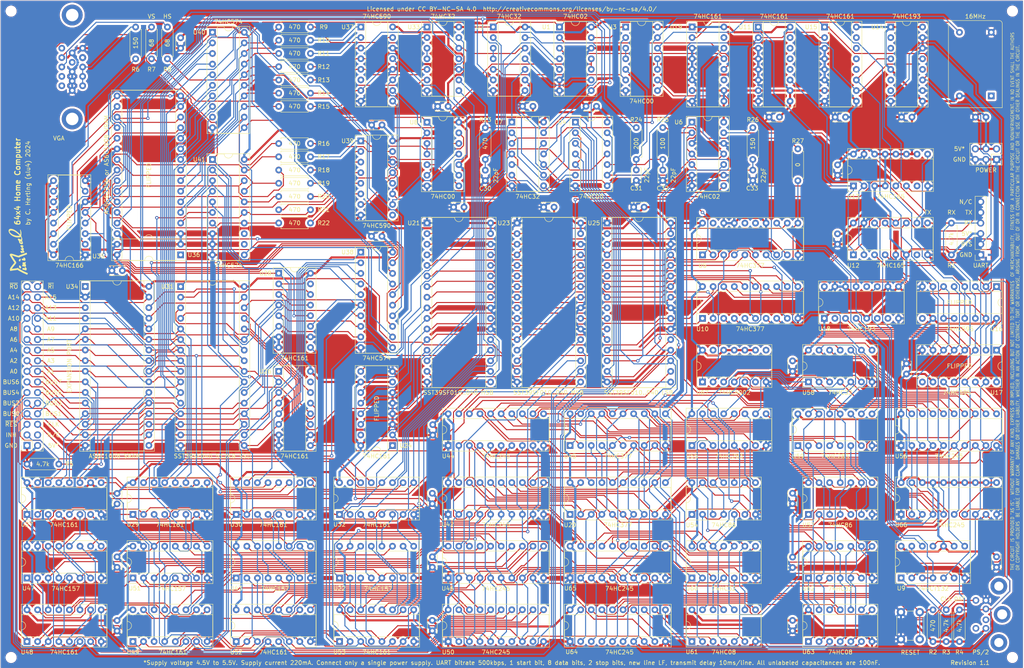
<source format=kicad_pcb>
(kicad_pcb (version 20240108) (generator "pcbnew") (generator_version "8.0")
  (layers (0 "F.Cu" signal) (31 "B.Cu" signal) (34 "B.Paste" user) (35 "F.Paste" user) (36 "B.SilkS" user "B.Silkscreen") (37 "F.SilkS" user "F.Silkscreen") (38 "B.Mask" user) (39 "F.Mask" user) (44 "Edge.Cuts" user))
  (net 0 "")
  (net 1 "+5V")
  (net 2 "GND")
  (net 3 "/UART/UART_RTS")
  (net 4 "/UART/UART_RX")
  (net 5 "/UART/UART_TX")
  (net 6 "/Control Logic/~{II}")
  (net 7 "/ALU/BUS7")
  (net 8 "/ALU/BUS6")
  (net 9 "/ALU/BUS5")
  (net 10 "/ALU/BUS4")
  (net 11 "/ALU/BUS3")
  (net 12 "/ALU/BUS2")
  (net 13 "/ALU/BUS1")
  (net 14 "/ALU/BUS0")
  (net 16 "/Control Logic/~{AO}")
  (net 17 "/Memory and MAR/INH")
  (net 18 "/PS2 Receiver/PS2_DAT")
  (net 20 "/Control Logic/~{RO}")
  (net 21 "/Control Logic/~{RI}")
  (net 22 "/Control Logic/~{FI}")
  (net 23 "/PS2 Receiver/PS2_CLK")
  (net 25 "/ALU/~{EO}")
  (net 26 "/ALU/ES")
  (net 27 "A0")
  (net 28 "CLK_MAR")
  (net 29 "/Control Logic/~{AI}")
  (net 30 "/Control Logic/~{BI}")
  (net 31 "A1")
  (net 32 "A2")
  (net 33 "A3")
  (net 34 "A4")
  (net 35 "A5")
  (net 36 "A6")
  (net 37 "A7")
  (net 38 "A8")
  (net 39 "A9")
  (net 41 "/Control Logic/~{BO}")
  (net 42 "A10")
  (net 43 "A11")
  (net 44 "A12")
  (net 45 "A13")
  (net 46 "/Control Logic/CE")
  (net 47 "A14")
  (net 48 "~{RESET}")
  (net 49 "A15")
  (net 50 "Net-(J3-Pin_6)")
  (net 51 "/Control Logic/Flag2")
  (net 52 "/Control Logic/Flag1")
  (net 53 "/Control Logic/Flag0")
  (net 54 "/Control Logic/~{TO}")
  (net 55 "/Control Logic/Step0")
  (net 56 "/Control Logic/Inst4")
  (net 57 "/Control Logic/Step1")
  (net 58 "/Control Logic/Inst5")
  (net 59 "/Control Logic/Step2")
  (net 60 "/Control Logic/Step3")
  (net 61 "/Control Logic/Inst0")
  (net 62 "/Control Logic/Inst1")
  (net 63 "/Control Logic/Inst2")
  (net 64 "/Control Logic/Inst3")
  (net 65 "Net-(J4-Pad1)")
  (net 66 "/Control Logic/~{IC}")
  (net 70 "Net-(J4-Pad14)")
  (net 72 "Net-(J4-Pad13)")
  (net 74 "Net-(R7-Pad2)")
  (net 75 "Net-(R8-Pad2)")
  (net 76 "Net-(C33-Pad1)")
  (net 77 "/Control Logic/2MHz")
  (net 78 "/VGA/V_A5")
  (net 79 "/VGA/H32")
  (net 80 "/VGA/V_A6")
  (net 81 "/VGA/V1")
  (net 82 "/Control Logic/4MHz")
  (net 83 "Net-(U1-Pad4)")
  (net 84 "/VGA/H16")
  (net 85 "/VGA/V_A4")
  (net 86 "/VGA/V_A7")
  (net 87 "/VGA/V2")
  (net 88 "/VGA/H8")
  (net 89 "/VGA/V_A3")
  (net 90 "/VGA/V_A8")
  (net 91 "/VGA/V4")
  (net 92 "/VGA/H4")
  (net 93 "/VGA/V_A2")
  (net 94 "/VGA/V_A9")
  (net 95 "/VGA/V8")
  (net 96 "/VGA/H2")
  (net 97 "/VGA/V_A1")
  (net 98 "/ALU/EC")
  (net 99 "/ALU/B4")
  (net 100 "/ALU/B5")
  (net 101 "/ALU/B6")
  (net 102 "/ALU/B7")
  (net 103 "/ALU/A7")
  (net 104 "/ALU/A6")
  (net 105 "/ALU/A5")
  (net 106 "/ALU/A4")
  (net 107 "/Control Logic/Flag3")
  (net 108 "/ALU/A3")
  (net 109 "/ALU/A2")
  (net 110 "/ALU/A1")
  (net 111 "/ALU/A0")
  (net 112 "/ALU/B0")
  (net 113 "/ALU/B1")
  (net 114 "/ALU/B2")
  (net 115 "/VGA/V_A10")
  (net 116 "/VGA/V16")
  (net 117 "/VGA/V_A11")
  (net 118 "/VGA/V32")
  (net 119 "/VGA/H1")
  (net 120 "/Control Logic/Inst6")
  (net 121 "/VGA/V_A0")
  (net 122 "/VGA/V_A12")
  (net 123 "/VGA/V64")
  (net 124 "/Control Logic/~{CIH}")
  (net 125 "/VGA/V_A13")
  (net 126 "/Control Logic/~{COH}")
  (net 127 "/VGA/V128")
  (net 128 "/Control Logic/~{VREG_OE}")
  (net 129 "/Control Logic/~{KO}")
  (net 130 "Net-(U1-Pad9)")
  (net 131 "/Control Logic/~{PS2_DR}")
  (net 132 "/Control Logic/~{CIL}")
  (net 133 "/Control Logic/~{COL}")
  (net 134 "/Control Logic/ME")
  (net 135 "/Control Logic/~{RI_PLS}")
  (net 136 "Net-(U2-Pad5)")
  (net 137 "Net-(U1-Pad13)")
  (net 138 "Net-(U35-Q7)")
  (net 139 "Net-(C31-Pad1)")
  (net 140 "Net-(U2-Pad3)")
  (net 141 "/Control Logic/~{MIH}")
  (net 142 "/Control Logic/~{MIL}")
  (net 143 "Net-(C32-Pad1)")
  (net 144 "16MHz")
  (net 145 "Net-(U3-Pad3)")
  (net 146 "Net-(U3-Pad10)")
  (net 147 "/ALU/~{AND}")
  (net 148 "/ALU/~{OR}")
  (net 149 "/Control Logic/8MHz")
  (net 150 "CLK_PC")
  (net 151 "~{CLK_PLS}")
  (net 152 "/Control Logic/VREG_CP")
  (net 153 "Net-(U10-CP)")
  (net 154 "/ALU/N_FLG")
  (net 155 "/Control Logic/Flag4")
  (net 156 "/ALU/B3")
  (net 157 "Net-(U2-Pad8)")
  (net 158 "/Control Logic/~{MZ}")
  (net 159 "/Control Logic/~{TI_PLS}")
  (net 160 "Net-(U8-Pad3)")
  (net 161 "/ALU/Z_FLG")
  (net 162 "Net-(U8-Pad5)")
  (net 163 "Net-(U9-Pad2)")
  (net 164 "/Control Logic/~{UART_DR}")
  (net 165 "/Control Logic/~{NI}")
  (net 166 "/ALU/C_FLG")
  (net 168 "/Control Logic/~{FF}")
  (net 169 "/Memory and MAR/BANK3")
  (net 172 "Net-(U9-Pad11)")
  (net 173 "Net-(U37-~{MRC})")
  (net 174 "Net-(U18-~{PL})")
  (net 175 "Net-(U17-SRCLK)")
  (net 176 "Net-(U11-Q3)")
  (net 182 "Net-(U12-DS)")
  (net 186 "Net-(U14-CPD)")
  (net 196 "Net-(U17-RCLK)")
  (net 199 "/VGA/V256")
  (net 204 "Net-(U22-Za)")
  (net 205 "Net-(U22-Zb)")
  (net 206 "Net-(U22-Zc)")
  (net 207 "/Control Logic/MZ")
  (net 208 "/Control Logic/MC")
  (net 209 "Net-(U22-Zd)")
  (net 212 "Net-(U27-D0)")
  (net 213 "Net-(U27-D1)")
  (net 214 "Net-(U27-D2)")
  (net 215 "/Control Logic/Inst7")
  (net 216 "Net-(U27-D3)")
  (net 217 "Net-(U27-TC)")
  (net 219 "Net-(U29-D0)")
  (net 220 "Net-(U29-D1)")
  (net 221 "Net-(U29-D2)")
  (net 222 "Net-(U29-D3)")
  (net 223 "Net-(U29-TC)")
  (net 224 "Net-(U30-D0)")
  (net 225 "Net-(U30-D1)")
  (net 226 "Net-(U30-D2)")
  (net 227 "Net-(U30-D3)")
  (net 228 "Net-(U30-TC)")
  (net 229 "Net-(U31-~{CE})")
  (net 231 "/Memory and MAR/BANK2")
  (net 232 "/Memory and MAR/BANK1")
  (net 233 "/Memory and MAR/BANK0")
  (net 237 "Net-(U37-~{RCO})")
  (net 239 "/Memory and MAR/BANK7")
  (net 240 "/Memory and MAR/BANK6")
  (net 241 "/Memory and MAR/BANK5")
  (net 242 "/Memory and MAR/BANK4")
  (net 245 "Net-(U48-TC)")
  (net 246 "PC7")
  (net 247 "PC6")
  (net 248 "PC5")
  (net 249 "PC4")
  (net 250 "PC3")
  (net 251 "PC2")
  (net 252 "Net-(U49-TC)")
  (net 253 "Net-(U52-TC)")
  (net 254 "/VGA/B7")
  (net 255 "/VGA/B6")
  (net 256 "/VGA/B5")
  (net 257 "/VGA/B4")
  (net 258 "/VGA/B3")
  (net 259 "/VGA/B2")
  (net 260 "/VGA/B1")
  (net 261 "/VGA/B0")
  (net 263 "Net-(U55-B2)")
  (net 264 "Net-(U55-B1)")
  (net 265 "Net-(U58-Pad3)")
  (net 266 "Net-(C30-Pad1)")
  (net 267 "Net-(U55-B4)")
  (net 268 "Net-(U55-B3)")
  (net 269 "Net-(U55-S2)")
  (net 270 "Net-(U55-S1)")
  (net 271 "PC1")
  (net 272 "PC0")
  (net 273 "Net-(U55-C4)")
  (net 274 "Net-(U55-S4)")
  (net 275 "PC15")
  (net 276 "PC14")
  (net 277 "Net-(U33-Pad3)")
  (net 278 "PC13")
  (net 279 "PC12")
  (net 280 "PC11")
  (net 281 "PC10")
  (net 282 "PC9")
  (net 283 "PC8")
  (net 284 "Net-(U55-S3)")
  (net 285 "/Control Logic/~{V_RI_PLS}")
  (net 286 "Net-(U56-B6)")
  (net 287 "Net-(U56-B5)")
  (net 288 "Net-(U56-B4)")
  (net 289 "Net-(U59-B2)")
  (net 290 "Net-(U59-B1)")
  (net 291 "Net-(U59-B4)")
  (net 292 "Net-(U59-B3)")
  (net 293 "Net-(U65-B4)")
  (net 294 "Net-(U65-B5)")
  (net 295 "Net-(U65-B1)")
  (net 296 "Net-(U65-B0)")
  (net 297 "Net-(U64-B4)")
  (net 298 "Net-(U64-B5)")
  (net 299 "Net-(U64-B1)")
  (net 300 "Net-(U64-B0)")
  (net 301 "Net-(U65-B6)")
  (net 302 "Net-(U65-B7)")
  (net 303 "Net-(U65-B3)")
  (net 304 "Net-(U65-B2)")
  (net 305 "Net-(U64-B6)")
  (net 306 "Net-(U64-B7)")
  (net 307 "/Control Logic/~{V_NEXT}")
  (net 308 "Net-(U64-B3)")
  (net 309 "Net-(U64-B2)")
  (net 311 "Net-(U58-Pad6)")
  (net 312 "Net-(U58-Pad8)")
  (net 313 "Net-(U58-Pad11)")
  (net 317 "Net-(R26-Pad1)")
  (footprint "Package_DIP:DIP-16_W7.62mm_Socket" (layer "F.Cu") (at 121.91 226.05 90)
    (property "Reference" "U49")
    (property "Value" "74HC161")
  )
  (footprint "Package_DIP:DIP-16_W7.62mm_Socket" (layer "F.Cu") (at 255.905 179.07 90)
    (property "Reference" "U55")
    (property "Value" "74HC283")
  )
  (footprint "Package_DIP:DIP-16_W7.62mm_Socket" (layer "F.Cu") (at 281.295 179.1 90)
    (property "Reference" "U59")
    (property "Value" "74HC283")
  )
  (footprint "Package_DIP:DIP-16_W7.62mm_Socket" (layer "F.Cu") (at 96.52 226.06 90)
    (property "Reference" "U48")
    (property "Value" "74HC161")
  )
  (footprint "Package_DIP:DIP-16_W7.62mm_Socket" (layer "F.Cu") (at 184.14 179.07 180)
    (property "Reference" "U24")
    (property "Value" "74HC161")
  )
  (footprint "Package_DIP:DIP-14_W7.62mm_Socket" (layer "F.Cu") (at 255.905 195.58 90)
    (property "Reference" "U54")
    (property "Value" "74HC86")
  )
  (footprint "Package_DIP:DIP-14_W7.62mm_Socket" (layer "F.Cu") (at 283.845 195.58 90)
    (property "Reference" "U57")
    (property "Value" "74HC86")
  )
  (footprint "Resistor_THT:R_Axial_DIN0207_L6.3mm_D2.5mm_P7.62mm_Horizontal" (layer "F.Cu") (at 96.52 183.515)
    (property "Reference" "R5")
    (property "Value" "4.7k")
  )
  (footprint "Package_DIP:DIP-32_W15.24mm_Socket" (layer "F.Cu") (at 133.35 140.96)
    (property "Reference" "U31")
    (property "Value" "SST39SF040 512KB SSD")
  )
  (footprint "Package_DIP:DIP-32_W15.24mm_Socket" (layer "F.Cu") (at 110.485 140.935)
    (property "Reference" "U34")
    (property "Value" "AS6C1008 SRAM")
  )
  (footprint "Capacitor_THT:C_Disc_D3.4mm_W2.1mm_P2.50mm" (layer "F.Cu") (at 133.35 81.325 -90)
    (property "Reference" "C21" (hide yes))
    (property "Value" "100nF")
  )
  (footprint "Resistor_THT:R_Axial_DIN0207_L6.3mm_D2.5mm_P7.62mm_Horizontal" (layer "F.Cu") (at 248.92 102.85 -90)
    (property "Reference" "R25")
    (property "Value" "100")
  )
  (footprint "Package_DIP:DIP-20_W7.62mm_Socket" (layer "F.Cu") (at 306.07 179.07 90)
    (property "Reference" "U56")
    (property "Value" "74HC245")
  )
  (footprint "Package_DIP:DIP-16_W7.62mm_Socket" (layer "F.Cu") (at 110.48 133.35 180)
    (property "Reference" "U35")
    (property "Value" "74HC166")
  )
  (footprint "Capacitor_THT:C_Disc_D3.4mm_W2.1mm_P2.50mm" (layer "F.Cu") (at 276.9 100.33 180)
    (property "Reference" "C19" (hide yes))
    (property "Value" "100nF" (hide yes))
  )
  (footprint "Package_DIP:DIP-16_W7.62mm_Socket" (layer "F.Cu") (at 146.675 195.59 90)
    (property "Reference" "U30")
    (property "Value" "74HC161")
  )
  (footprint "Package_DIP:DIP-20_W7.62mm_Socket" (layer "F.Cu") (at 258.45 133.365 90)
    (property "Reference" "U5")
    (property "Value" "74HC377")
  )
  (footprint "Package_DIP:DIP-16_W7.62mm_Socket" (layer "F.Cu") (at 156.855 137.775)
    (property "Reference" "U28")
    (property "Value" "74HC161")
  )
  (footprint "Package_DIP:DIP-14_W7.62mm_Socket" (layer "F.Cu") (at 212.735 101.55)
    (property "Reference" "U7")
    (property "Value" "74HC32")
  )
  (footprint "Package_DIP:DIP-16_W7.62mm_Socket" (layer "F.Cu") (at 146.675 226.06 90)
    (property "Reference" "U52")
    (property "Value" "74HC161")
  )
  (footprint "Package_DIP:DIP-14_W7.62mm_Socket" (layer "F.Cu") (at 192.405 78.74)
    (property "Reference" "U33")
    (property "Value" "74HC32")
  )
  (footprint "Package_DIP:DIP-16_W7.62mm_Socket" (layer "F.Cu") (at 294.605 133.34 90)
    (property "Reference" "U12")
    (property "Value" "74HC165")
  )
  (footprint "Capacitor_THT:C_Disc_D3.4mm_W2.1mm_P2.50mm" (layer "F.Cu") (at 193.68 190.51 -90)
    (property "Reference" "C4")
    (property "Value" "100nF")
  )
  (footprint "Package_DIP:DIP-16_W7.62mm_Socket" (layer "F.Cu") (at 96.52 195.58 90)
    (property "Reference" "U27")
    (property "Value" "74HC161")
  )
  (footprint "Package_DIP:DIP-32_W15.24mm_Socket" (layer "F.Cu") (at 133.355 133.35 180)
    (property "Reference" "U36")
    (property "Value" "AS6C62256 or AS6C1008 VRAM")
  )
  (footprint "Connector_PinSocket_2.54mm:PinSocket_2x16_P2.54mm_Vertical" (layer "F.Cu") (at 96.52 179.06 180)
    (property "Reference" "J3" (hide yes))
    (property "Value" "EXPANSION PORT")
  )
  (footprint "Package_DIP:DIP-16_W7.62mm_Socket" (layer "F.Cu") (at 146.675 210.82 90)
    (property "Reference" "U43")
    (property "Value" "74HC157")
  )
  (footprint "Package_DIP:DIP-16_W7.62mm_Socket" (layer "F.Cu") (at 96.52 210.82 90)
    (property "Reference" "U47")
    (property "Value" "74HC157")
  )
  (footprint "Package_DIP:DIP-20_W7.62mm_Socket" (layer "F.Cu") (at 197.49 195.57 90)
    (property "Reference" "U42")
    (property "Value" "74HC245")
  )
  (footprint "Capacitor_THT:C_Disc_D3.4mm_W2.1mm_P2.50mm" (layer "F.Cu") (at 193.78 174.06 -90)
    (property "Reference" "C11" (hide yes))
    (property "Value" "100nF" (hide yes))
  )
  (footprint "Package_DIP:DIP-16_W7.62mm_Socket" (layer "F.Cu") (at 121.91 195.58 90)
    (property "Reference" "U29")
    (property "Value" "74HC161")
  )
  (footprint "Package_DIP:DIP-14_W7.62mm_Socket" (layer "F.Cu") (at 227.975 101.55)
    (property "Reference" "U4")
    (property "Value" "74HC00")
  )
  (footprint "Package_DIP:DIP-14_W7.62mm_Socket" (layer "F.Cu") (at 208.28 78.735)
    (property "Reference" "U2")
    (property "Value" "74HC32")
  )
  (footprint "Package_DIP:DIP-16_W7.62mm_Socket" (layer "F.Cu") (at 171.43 195.59 90)
    (property "Reference" "U32")
    (property "Value" "74HC161")
  )
  (footprint "Capacitor_THT:C_Disc_D3.4mm_W2.1mm_P2.50mm" (layer "F.Cu") (at 233.035 97.74 180)
    (property "Reference" "C1" (hide yes))
    (property "Value" "100nF" (hide yes))
  )
  (footprint "Resistor_THT:R_Axial_DIN0207_L6.3mm_D2.5mm_P7.62mm_Horizontal" (layer "F.Cu") (at 130.175 78.745 -90)
    (property "Reference" "R8")
    (property "Value" "68")
  )
  (footprint "Resistor_THT:R_Axial_DIN0207_L6.3mm_D2.5mm_P7.62mm_Horizontal" (layer "F.Cu") (at 318.11 133.35 90)
    (property "Reference" "R1")
    (property "Value" "4.7k")
  )
  (footprint "Package_DIP:DIP-20_W7.62mm_Socket" (layer "F.Cu") (at 226.7 210.81 90)
    (property "Reference" "U65")
    (property "Value" "74HC245")
  )
  (footprint "Resistor_THT:R_Axial_DIN0207_L6.3mm_D2.5mm_P7.62mm_Horizontal" (layer "F.Cu") (at 126.365 78.745 -90)
    (property "Reference" "R7")
    (property "Value" "68")
  )
  (footprint "Package_DIP:DIP-32_W15.24mm_Socket" (layer "F.Cu") (at 213.99 125.73)
    (property "Reference" "U23")
    (property "Value" "SST39SF010..040 MSB")
  )
  (footprint "Capacitor_THT:C_Disc_D3.4mm_W2.1mm_P2.50mm" (layer "F.Cu") (at 242.57 113.01 -90)
    (property "Reference" "C31")
    (property "Value" "22pF")
  )
  (footprint "Capacitor_THT:C_Disc_D3.4mm_W2.1mm_P2.50mm" (layer "F.Cu") (at 290.805 128.31 -90)
    (property "Reference" "C23" (hide yes))
    (property "Value" "100nF")
  )
  (footprint "Package_DIP:DIP-16_W7.62mm_Socket" (layer "F.Cu") (at 255.955 78.73)
    (property "Reference" "U19")
    (property "Value" "74HC161")
  )
  (footprint "Capacitor_THT:C_Disc_D3.4mm_W2.1mm_P2.50mm" (layer "F.Cu") (at 222.86 121.92 180)
    (property "Reference" "C8" (hide yes))
    (property "Value" "100nF" (hide yes))
  )
  (footprint "Connector_PinSocket_2.54mm:PinSocket_2x03_P2.54mm_Vertical" (layer "F.Cu") (at 328.93 110.49 -90)
    (property "Reference" "J5" (hide yes))
    (property "Value" "POWER")
  )
  (footprint "Resistor_THT:R_Axial_DIN0207_L6.3mm_D2.5mm_P7.62mm_Horizontal" (layer "F.Cu") (at 164.475 122.545 180)
    (property "Reference" "R21")
    (property "Value" "470")
  )
  (footprint "Capacitor_THT:C_Disc_D3.4mm_W2.1mm_P2.50mm" (layer "F.Cu") (at 290.83 111.78 -90)
    (property "Reference" "C25" (hide yes))
    (property "Value" "100nF")
  )
  (footprint "Resistor_THT:R_Axial_DIN0207_L6.3mm_D2.5mm_P7.62mm_Horizontal" (layer "F.Cu") (at 156.855 81.905)
    (property "Reference" "R10")
    (property "Value" "470")
  )
  (footprint "Package_DIP:DIP-20_W7.62mm_Socket" (layer "F.Cu") (at 140.98 80.01)
    (property "Reference" "U40")
    (property "Value" "74HC574")
  )
  (footprint "Package_DIP:DIP-16_W7.62mm_Socket" (layer "F.Cu") (at 287.645 148.58 90)
    (property "Reference" "U18")
    (property "Value" "74HC193")
  )
  (footprint "MountingHole:MountingHole_2.2mm_M2" (layer "F.Cu") (at 92.71 229.87)
    (property "Reference" "H2" (hide yes))
    (property "Value" "M2")
  )
  (footprint "Package_DIP:DIP-16_W7.62mm_Socket" (layer "F.Cu") (at 121.91 210.82 90)
    (property "Reference" "U51")
    (property "Value" "74HC157")
  )
  (footprint "Capacitor_THT:C_Disc_D3.4mm_W2.1mm_P2.50mm" (layer "F.Cu") (at 280.035 220.98 -90)
    (property "Reference" "C28" (hide yes))
    (property "Value" "100nF")
  )
  (footprint "Resistor_THT:R_Axial_DIN0207_L6.3mm_D2.5mm_P7.62mm_Horizontal" (layer "F.Cu") (at 313.69 226.06 90)
    (property "Reference" "R2")
    (property "Value" "470")
  )
  (footprint "Resistor_THT:R_Axial_DIN0207_L6.3mm_D2.5mm_P7.62mm_Horizontal" (layer "F.Cu") (at 156.855 106.67)
    (property "Reference" "R16")
    (property "Value" "470")
  )
  (footprint "Button_Switch_THT:SW_PUSH_6mm" (layer "F.Cu") (at 310.515 219 -90)
    (property "Reference" "SW1" (hide yes))
    (property "Value" "RESET")
  )
  (footprint "Package_DIP:DIP-20_W7.62mm_Socket" (layer "F.Cu") (at 306.075 195.57 90)
    (property "Reference" "U66")
    (property "Value" "74HC245")
  )
  (footprint "Package_DIP:DIP-16_W7.62mm_Socket" (layer "F.Cu") (at 328.93 140.97 -90)
    (property "Reference" "U16")
    (property "Value" "74HC595")
  )
  (footprint "Package_DIP:DIP-20_W7.62mm_Socket" (layer "F.Cu") (at 197.485 179.07 90)
    (property "Reference" "U44")
    (property "Value" "74HC245")
  )
  (footprint "MountingHole:MountingHole_2.2mm_M2" (layer "F.Cu") (at 332.74 74.93)
    (property "Reference" "H3" (hide yes))
    (property "Value" "M2")
  )
  (footprint "Capacitor_THT:C_Disc_D3.4mm_W2.1mm_P2.50mm" (layer "F.Cu") (at 193.675 220.97 -90)
    (property "Reference" "C27" (hide yes))
    (property "Value" "100nF")
  )
  (footprint "MountingHole:MountingHole_2.2mm_M2" (layer "F.Cu") (at 92.71 74.935 -90)
    (property "Reference" "H1" (hide yes))
    (property "Value" "M2")
  )
  (footprint "Resistor_THT:R_Axial_DIN0207_L6.3mm_D2.5mm_P7.62mm_Horizontal" (layer "F.Cu") (at 122.555 86.365 90)
    (property "Reference" "R6")
    (property "Value" "150")
  )
  (footprint "Package_DIP:DIP-14_W7.62mm_Socket" (layer "F.Cu") (at 255.905 210.82 90)
    (property "Reference" "U60")
    (property "Value" "74HC32")
  )
  (footprint "Resistor_THT:R_Axial_DIN0207_L6.3mm_D2.5mm_P7.62mm_Horizontal" (layer "F.Cu") (at 164.475 109.845 180)
    (property "Reference" "R17")
    (property "Value" "470")
  )
  (footprint "Capacitor_THT:C_Disc_D3.4mm_W2.1mm_P2.50mm" (layer "F.Cu") (at 181.62 102.225 180)
    (property "Reference" "C12" (hide yes))
    (property "Value" "100nF" (hide yes))
  )
  (footprint "Package_DIP:DIP-14_W7.62mm_Socket" (layer "F.Cu") (at 240.03 78.74)
    (property "Reference" "U3")
    (property "Value" "74HC00")
  )
  (footprint "Package_DIP:DIP-16_W7.62mm_Socket" (layer "F.Cu") (at 171.44 226.05 90)
    (property "Reference" "U53")
    (property "Value" "74HC161")
  )
  (footprint "Resistor_THT:R_Axial_DIN0207_L6.3mm_D2.5mm_P7.62mm_Horizontal" (layer "F.Cu") (at 156.855 78.73)
    (property "Reference" "R9")
    (property "Value" "470")
  )
  (footprint "Capacitor_THT:C_Disc_D3.4mm_W2.1mm_P2.50mm" (layer "F.Cu") (at 197.465 97.765 180)
    (property "Reference" "C2" (hide yes))
    (property "Value" "100nF" (hide yes))
  )
  (footprint "Capacitor_THT:C_Disc_D3.4mm_W2.1mm_P2.50mm" (layer "F.Cu") (at 118.11 221.01 -90)
    (property "Reference" "C24" (hide yes))
    (property "Value" "100nF")
  )
  (footprint "Resistor_THT:R_Axial_DIN0207_L6.3mm_D2.5mm_P7.62mm_Horizontal" (layer "F.Cu") (at 164.475 119.37 180)
    (property "Reference" "R20")
    (property "Value" "470")
  )
  (footprint "Package_DIP:DIP-14_W7.62mm_Socket" (layer "F.Cu") (at 255.905 226.05 90)
    (property "Reference" "U61")
    (property "Value" "74HC08")
  )
  (footprint "Resistor_THT:R_Axial_DIN0207_L6.3mm_D2.5mm_P7.62mm_Horizontal" (layer "F.Cu") (at 164.475 125.72 180)
    (property "Reference" "R22")
    (property "Value" "470")
  )
  (footprint "Package_DIP:DIP-20_W7.62mm_Socket" (layer "F.Cu") (at 226.7 226.05 90)
    (property "Reference" "U64")
    (property "Value" "74HC245")
  )
  (footprint "Package_DIP:DIP-16_W7.62mm_Socket" (layer "F.Cu") (at 287.705 78.74)
    (property "Reference" "U15")
    (property "Value" "74HC161")
  )
  (footprint "Package_DIP:DIP-20_W7.62mm_Socket" (layer "F.Cu") (at 140.98 110.495)
    (property "Reference" "U41")
    (property "Value" "74HC574")
  )
  (footprint "Resistor_THT:R_Axial_DIN0207_L6.3mm_D2.5mm_P7.62mm_Horizontal" (layer "F.Cu") (at 206.375 102.87 -90)
    (property "Reference" "R23")
    (property "Value" "470")
  )
  (footprint "Package_DIP:DIP-14_W7.62mm_Socket" (layer "F.Cu") (at 306.065 210.81 90)
    (property "Reference" "U9")
    (property "Value" "74HCT132")
  )
  (footprint "Resistor_THT:R_Axial_DIN0207_L6.3mm_D2.5mm_P7.62mm_Horizontal" (layer "F.Cu") (at 281.305 115.57 90)
    (property "Reference" "R27")
    (property "Value" "0")
  )
  (footprint "Capacitor_THT:C_Disc_D3.4mm_W2.1mm_P2.50mm" (layer "F.Cu") (at 328.93 205.74 -90)
    (property "Reference" "C3" (hide yes))
    (property "Value" "100nF" (hide yes))
  )
  (footprint "Capacitor_THT:C_Disc_D3.4mm_W2.1mm_P2.50mm" (layer "F.Cu") (at 270.51 113.03 -90)
    (property "Reference" "C33")
    (property "Value" "22pF")
  )
  (footprint "Package_DIP:DIP-16_W7.62mm_Socket" (layer "F.Cu") (at 328.93 156.21 -90)
    (property "Reference" "U17")
    (property "Value" "74HC595")
  )
  (footprint "Capacitor_THT:C_Disc_D3.4mm_W2.1mm_P2.50mm" (layer "F.Cu") (at 119.375 137.125 180)
    (property "Reference" "C6" (hide yes))
    (property "Value" "100nF" (hide yes))
  )
  (footprint "Capacitor_THT:C_Disc_D3.4mm_W2.1mm_P2.50mm" (layer "F.Cu") (at 248.92 113.03 -90)
    (property "Reference" "C32")
    (property "Value" "22pF")
  )
  (footprint "Resistor_THT:R_Axial_DIN0207_L6.3mm_D2.5mm_P7.62mm_Horizontal" (layer "F.Cu") (at 156.855 97.78)
    (property "Reference" "R15")
    (property "Value" "470")
  )
  (footprint "logo:logo" (layer "F.Cu") (at 94.374127 132.623115 90)
    (property "Reference" "G***" (hide yes))
    (property "Value" "LOGO" (hide yes))
  )
  (footprint "Package_DIP:DIP-16_W7.62mm_Socket" (layer "F.Cu") (at 156.855 161.28)
    (property "Reference" "U26")
    (property "Value" "74HC161")
  )
  (footprint "Capacitor_THT:C_Disc_D3.4mm_W2.1mm_P2.50mm" (layer "F.Cu") (at 201.275 121.92 180)
    (property "Reference" "C26" (hide yes))
    (property "Value" "100nF")
  )
  (footprint "Resistor_THT:R_Axial_DIN0207_L6.3mm_D2.5mm_P7.62mm_Horizontal" (layer "F.Cu") (at 316.865 226.06 90)
    (property "Reference" "R3")
    (property "Value" "4.7k")
  )
  (footprint "Package_DIP:DIP-20_W7.62mm_Socket" (layer "F.Cu") (at 226.7 179.06 90)
    (property "Reference" "U45")
    (property "Value" "74HC377")
  )
  (footprint "Package_DIP:DIP-16_W7.62mm_Socket" (layer "F.Cu") (at 271.82 78.74)
    (property "Reference" "U11")
    (property "Value" "74HC161")
  )
  (footprint "Package_DIP:DIP-14_W7.62mm_Socket" (layer "F.Cu") (at 224.165 78.735)
    (property "Reference" "U1")
    (property "Value" "74HC02")
  )
  (footprint "Oscillator:Oscillator_DIP-14" (layer "F.Cu") (at 327.66 95.25 90)
    (property "Reference" "X1" (hide yes))
    (property "Value" "16MHz")
  )
  (footprint "Capacitor_THT:C_Disc_D3.4mm_W2.1mm_P2.50mm" (layer "F.Cu") (at 118.11 205.75 -90)
    (property "Reference" "C16" (hide yes))
    (property "Value" "100nF" (hide yes))
  )
  (footprint "ArduinoPC:VGA DSUB15HD_female" (layer "F.Cu") (at 112.105 88.325 -90)
    (property "Reference" "J4" (hide yes))
    (property "Value" "VGA")
  )
  (footprint "Resistor_THT:R_Axial_DIN0207_L6.3mm_D2.5mm_P7.62mm_Horizontal" (layer "F.Cu") (at 270.51 102.87 -90)
    (property "Reference" "R26")
    (property "Value" "150")
  )
  (footprint "Package_DIP:DIP-20_W7.62mm_Socket" (layer "F.Cu") (at 197.49 226.05 90)
    (property "Reference" "U50")
    (property "Value" "74HC245")
  )
  (footprint "Resistor_THT:R_Axial_DIN0207_L6.3mm_D2.5mm_P7.62mm_Horizontal" (layer "F.Cu") (at 242.57 102.85 -90)
    (property "Reference" "R24")
    (property "Value" "200")
  )
  (footprint "Package_DIP:DIP-16_W7.62mm_Socket" (layer "F.Cu") (at 303.57 78.74)
    (property "Reference" "U14")
    (property "Value" "74HC193")
  )
  (footprint "Capacitor_THT:C_Disc_D3.4mm_W2.1mm_P2.50mm" (layer "F.Cu") (at 280.035 205.81 -90)
    (property "Reference" "C15" (hide yes))
    (property "Value" "100nF" (hide yes))
  )
  (footprint "Package_DIP:DIP-14_W7.62mm_Socket" (layer "F.Cu") (at 258.44 163.82 90)
    (property "Reference" "U67")
    (property "Value" "74HC4002")
  )
  (footprint "Package_DIP:DIP-20_W7.62mm_Socket" (layer "F.Cu") (at 176.53 132.72)
    (property "Reference" "U38")
    (property "Value" "74HC574")
  )
  (footprint "Package_DIP:DIP-14_W7.62mm_Socket" (layer "F.Cu") (at 283.84 226.05 90)
    (property "Reference" "U63")
    (property "Value" "74HC08")
  )
  (footprint "Package_DIP:DIP-20_W7.62mm_Socket" (layer "F.Cu") (at 258.45 148.58 90)
    (property "Reference" "U10")
    (property "Value" "74HC377")
  )
  (footprint "Capacitor_THT:C_Disc_D3.4mm_W2.1mm_P2.50mm" (layer "F.Cu") (at 280.035 190.5 -90)
    (property "Reference" "C7" (hide yes))
    (property "Value" "100nF" (hide yes))
  )
  (footprint "Package_DIP:DIP-16_W7.62mm_Socket" (layer "F.Cu") (at 176.53 106.035)
    (property "Reference" "U39")
    (property "Value" "74HC590")
  )
  (footprint "Resistor_THT:R_Axial_DIN0207_L6.3mm_D2.5mm_P7.62mm_Horizontal" (layer "F.Cu") (at 156.855 85.08)
    (property "Reference" "R11")
    (property "Value" "470")
  )
  (footprint "Package_DIP:DIP-14_W7.62mm_Socket" (layer "F.Cu") (at 283.84 210.84 90)
    (property "Reference" "U62")
    (property "Value" "74HC32")
  )
  (footprint "ArduinoPC:FP_MINI_DIN_6_PS2" (layer "F.Cu") (at 335.28 219.535 -90)
    (property "Reference" "J2" (hide yes))
    (property "Value" "PS/2")
  )
  (footprint "Connector_PinSocket_2.54mm:PinSocket_1x06_P2.54mm_Vertical" (layer "F.Cu") (at 325.12 133.35 180)
    (property "Reference" "J1" (hide yes))
    (property "Value" "UART")
  )
  (footprint "Package_DIP:DIP-20_W7.62mm_Socket" (layer "F.Cu") (at 226.7 195.57 90)
    (property "Reference" "U20")
    (property "Value" "74HC377")
  )
  (footprint "Package_DIP:DIP-14_W7.62mm_Socket" (layer "F.Cu") (at 192.405 101.575)
    (property "Reference" "U8")
    (property "Value" "74HC00")
  )
  (footprint "Capacitor_THT:C_Disc_D3.4mm_W2.1mm_P2.50mm" (layer "F.Cu") (at 308.65 100.33 180)
    (property "Reference" "C17" (hide yes))
    (property "Value" "100nF" (hide yes))
  )
  (footprint "Resistor_THT:R_Axial_DIN0207_L6.3mm_D2.5mm_P7.62mm_Horizontal" (layer "F.Cu") (at 156.855 94.605)
    (property "Reference" "R14")
    (property "Value" "470")
  )
  (footprint "Resistor_THT:R_Axial_DIN0207_L6.3mm_D2.5mm_P7.62mm_Horizontal" (layer "F.Cu") (at 164.475 116.195 180)
    (property "Reference" "R19")
    (property "Value" "470")
  )
  (footprint "Resistor_THT:R_Axial_DIN0207_L6.3mm_D2.5mm_P7.62mm_Horizontal" (layer "F.Cu") (at 156.855 91.43)
    (property "Reference" "R13")
    (property "Value" "470")
  )
  (footprint "Package_DIP:DIP-16_W7.62mm_Socket" (layer "F.Cu") (at 176.55 78.72)
    (property "Reference" "U37")
    (property "Value" "74HC590")
  )
  (footprint "Capacitor_THT:C_Disc_D3.4mm_W2.1mm_P2.50mm" (layer "F.Cu") (at 292.735 100.33 180)
    (property "Reference" "C5" (hide yes))
    (property "Value" "100nF" (hide yes))
  )
  (footprint "Package_DIP:DIP-16_W7.62mm_Socket" (layer "F.Cu") (at 171.43 210.82 90)
    (property "Reference" "U22")
    (property "Value" "74HC157")
  )
  (footprint "Capacitor_THT:C_Disc_D3.4mm_W2.1mm_P2.50mm" (layer "F.Cu") (at 280.035 158.77 -90)
    (property "Reference" "C13" (hide yes))
    (property "Value" "100nF" (hide yes))
  )
  (footprint "Resistor_THT:R_Axial_DIN0207_L6.3mm_D2.5mm_P7.62mm_Horizontal" (layer "F.Cu") (at 164.475 113.02 180)
    (property "Reference" "R18")
    (property "Value" "470")
  )
  (footprint "Capacitor_THT:C_Disc_D3.4mm_W2.1mm_P2.50mm" (layer "F.Cu") (at 193.68 205.74 -90)
    (property "Reference" "C22" (hide yes))
    (property "Value" "100nF")
  )
  (footprint "Package_DIP:DIP-14_W7.62mm_Socket" (layer "F.Cu") (at 255.905 101.55)
    (property "Reference" "U6")
    (property "Value" "74HC02")
  )
  (footprint "Resistor_THT:R_Axial_DIN0207_L6.3mm_D2.5mm_P7.62mm_Horizontal" (layer "F.Cu") (at 320.04 226.06 90)
    (property "Reference" "R4")
    (property "Value" "4.7k")
  )
  (footprint "Capacitor_THT:C_Disc_D3.4mm_W2.1mm_P2.50mm" (layer "F.Cu") (at 244.45 121.92 180)
    (property "Reference" "C10" (hide yes))
    (property "Value" "100nF" (hide yes))
  )
  (footprint "Capacitor_THT:C_Disc_D3.4mm_W2.1mm_P2.50mm" (layer "F.Cu") (at 326.39 100.33 180)
    (property "Reference" "C14" (hide yes))
    (property "Value" "100nF" (hide yes))
  )
  (footprint "Package_DIP:DIP-20_W7.62mm_Socket" (layer "F.Cu") (at 197.49 210.81 90)
    (property "Reference" "U46")
    (property "Value" "74HC245")
  )
  (footprint "Capacitor_THT:C_Disc_D3.4mm_W2.1mm_P2.50mm" (layer "F.Cu") (at 307.34 161.915 90)
    (property "Reference" "C18" (hide yes))
    (property "Value" "100nF" (hide yes))
  )
  (footprint "Package_DIP:DIP-32_W15.24mm_Socket" (layer "F.Cu") (at 235.58 125.73)
    (property "Reference" "U25")
    (property "Value" "SST39SF010..040 LSB")
  )
  (footprint "MountingHole:MountingHole_2.2mm_M2" (layer "F.Cu") (at 332.74 229.87)
    (property "Reference" "H4" (hide yes))
    (property "Value" "M2")
  )
  (footprint "Capacitor_THT:C_Disc_D3.4mm_W2.1mm_P2.50mm" (layer "F.Cu") (at 206.375 113.07 -90)
    (property "Reference" "C30")
    (property "Value" "22pF")
  )
  (footprint "Package_DIP:DIP-32_W15.24mm_Socket" (layer "F.Cu") (at 192.405 125.73)
    (property "Reference" "U21")
    (property "Value" "SST39SF010..040 HSB")
  )
  (footprint "Package_DIP:DIP-14_W7.62mm_Socket" (layer "F.Cu") (at 283.84 163.82 90)
    (property "Reference" "U58")
    (property "Value" "74HC32")
  )
  (footprint "Capacitor_THT:C_Disc_D3.4mm_W2.1mm_P2.50mm" (layer "F.Cu") (at 181.59 128.905 180)
    (property "Reference" "C29" (hide yes))
    (property "Value" "100nF")
  )
  (footprint "Package_DIP:DIP-16_W7.62mm_Socket" (layer "F.Cu") (at 294.63 116.83 90)
    (property "Reference" "U13")
    (property "Value" "74HC165")
  )
  (footprint "Capacitor_THT:C_Disc_D3.4mm_W2.1mm_P2.50mm" (layer "F.Cu") (at 118.11 190.55 -90)
    (property "Reference" "C9" (hide yes))
    (property "Value" "100nF" (hide yes))
  )
  (footprint "Capacitor_THT:C_Disc_D3.4mm_W2.1mm_P2.50mm" (layer "F.Cu") (at 217.795 97.74 180)
    (property "Reference" "C20" (hide yes))
    (property "Value" "100nF" (hide yes))
  )
  (footprint "Resistor_THT:R_Axial_DIN0207_L6.3mm_D2.5mm_P7.62mm_Horizontal" (layer "F.Cu") (at 156.855 88.255)
    (property "Reference" "R12")
    (property "Value" "470")
  )
  (gr_line (start 119.4308 129.54) (end 132.0292 129.54) (stroke (width 0.12)) (layer "F.SilkS"))
  (gr_arc (start 124.714 129.54) (mid 125.73 128.524) (end 126.746 129.54) (stroke (width 0.12)) (layer "F.SilkS"))
  (gr_line (start 119.126 129.54) (end 116.9924 129.54) (stroke (width 0.12)) (layer "F.SilkS"))
  (gr_line (start 132.334 129.54) (end 134.5184 129.54) (stroke (width 0.12)) (layer "F.SilkS"))
  (gr_rect (start 90.17 72.39) (end 335.28 232.41) (stroke (width 0.05)) (fill none) (layer "Edge.Cuts"))
  (gr_text "A1" (at 102.235 161.29 0) (layer "F.SilkS") (effects (font (size 1 1))))
  (gr_text "DAT" (at 320.04 215.9 0) (layer "F.SilkS") (effects (font (size 1 1))))
  (gr_text "FLIPPED" (at 320.04 160.02 0) (layer "F.SilkS") (effects (font (size 1 1))))
  (gr_text "HS" (at 130.175 76.2 0) (layer "F.SilkS") (effects (font (size 1 1))))
  (gr_text "GND" (at 92.71 179.07 0) (layer "F.SilkS") (effects (font (size 1 1))))
  (gr_text "A5" (at 102.235 156.21 0) (layer "F.SilkS") (effects (font (size 1 1))))
  (gr_text "BUS3" (at 102.87 168.91 0) (layer "F.SilkS") (effects (font (size 1 1))))
  (gr_text "A7" (at 102.235 153.67 0) (layer "F.SilkS") (effects (font (size 1 1))))
  (gr_text "A9" (at 102.235 151.13 0) (layer "F.SilkS") (effects (font (size 1 1))))
  (gr_text "64x4 Home Computer" (at 94.2594 115.782915 90) (layer "F.SilkS") (effects (font (size 1.27 1.27) (thickness 0.254))))
  (gr_text "VS" (at 126.365 76.2 0) (layer "F.SilkS") (effects (font (size 1 1))))
  (gr_text "A8" (at 93.345 151.13 0) (layer "F.SilkS") (effects (font (size 1 1))))
  (gr_text "BUS4" (at 92.71 166.37 0) (layer "F.SilkS") (effects (font (size 1 1))))
  (gr_text "A4" (at 93.345 156.21 0) (layer "F.SilkS") (effects (font (size 1 1))))
  (gr_text "*Supply voltage 4.5V to 5.5V. Supply current 220mA. Connect only a single power supply. UART bitrate 500kbps, 1 start bit, 8 data bits, 2 stop bits, new line LF, transmit delay 10ms/line. All unlabeled capacitances are 100nF." (at 212.725 231.14 0) (layer "F.SilkS") (effects (font (size 1 1))))
  (gr_text "BUS7" (at 102.87 163.83 0) (layer "F.SilkS") (effects (font (size 1 1))))
  (gr_text "A10" (at 93.345 148.59 0) (layer "F.SilkS") (effects (font (size 1 1))))
  (gr_text "N/C" (at 323.190108 120.65 0) (layer "F.SilkS") (effects (font (size 1 1)) (justify right)))
  (gr_text "A14" (at 93.345 143.51 0) (layer "F.SilkS") (effects (font (size 1 1))))
  (gr_text "GND" (at 320.04 110.49 0) (layer "F.SilkS") (effects (font (size 1 1))))
  (gr_text "RX" (at 318.135 123.19 0) (layer "F.SilkS") (effects (font (size 1 1))))
  (gr_text "BUS5" (at 102.87 166.37 0) (layer "F.SilkS") (effects (font (size 1 1))))
  (gr_text "~{RI}" (at 102.235 140.97 0) (layer "F.SilkS") (effects (font (size 1 1))))
  (gr_text "N/C" (at 102.87 176.53 0) (layer "F.SilkS") (effects (font (size 1 1))))
  (gr_text "FLIPPED" (at 125.73 114.3 90) (layer "F.SilkS") (effects (font (size 1 1))))
  (gr_text "BUS6" (at 92.71 163.83 0) (layer "F.SilkS") (effects (font (size 1 1))))
  (gr_text "A6" (at 93.345 153.67 0) (layer "F.SilkS") (effects (font (size 1 1))))
  (gr_text "Licensed under CC BY-NC-SA 4.0  http://creativecommons.org/licenses/by-nc-sa/4.0/" (at 212.725 74.422 0) (layer "F.SilkS") (effects (font (size 1 1))))
  (gr_text "A13" (at 102.235 146.05 0) (layer "F.SilkS") (effects (font (size 1 1))))
  (gr_text "A15" (at 102.235 143.51 0) (layer "F.SilkS") (effects (font (size 1 1))))
  (gr_text "A11" (at 102.235 148.59 0) (layer "F.SilkS") (effects (font (size 1 1))))
  (gr_text "FLIPPED" (at 320.04 144.78 0) (layer "F.SilkS") (effects (font (size 1 1))))
  (gr_text "BUS0" (at 92.71 171.45 0) (layer "F.SilkS") (effects (font (size 1 1))))
  (gr_text "GND" (at 323.215 133.35 0) (layer "F.SilkS") (effects (font (size 1 1)) (justify right)))
  (gr_text "A12" (at 93.345 146.05 0) (layer "F.SilkS") (effects (font (size 1 1))))
  (gr_text "BUS1" (at 102.87 171.45 0) (layer "F.SilkS") (effects (font (size 1 1))))
  (gr_text "~{RES}" (at 92.71 173.99 0) (layer "F.SilkS") (effects (font (size 1 1))))
  (gr_text "A2" (at 93.345 158.75 0) (layer "F.SilkS") (effects (font (size 1 1))))
  (gr_text "A0" (at 93.345 161.29 0) (layer "F.SilkS") (effects (font (size 1 1))))
  (gr_text "FLIPPED" (at 106.68 124.46 90) (layer "F.SilkS") (effects (font (size 1 1))))
  (gr_text "5V*" (at 102.87 179.07 0) (layer "F.SilkS") (effects (font (size 1 1))))
  (gr_text "FLIPPED" (at 180.34 170.18 90) (layer "F.SilkS") (effects (font (size 1 1))))
  (gr_text "CLK" (at 316.865 215.9 0) (layer "F.SilkS") (effects (font (size 1 1))))
  (gr_text "RX" (at 323.215 125.73 0) (layer "F.SilkS") (effects (font (size 1 1)) (justify right)))
  (gr_text "CLK" (at 102.87 173.99 0) (layer "F.SilkS") (effects (font (size 1 1))))
  (gr_text "Revision 1.1" (at 322.58 231.14 0) (layer "F.SilkS") (effects (font (size 1 1))))
  (gr_text "THE CIRCUIT  IS PROVIDED {dblquote}AS IS{dblquote},  WITHOUT WARRANTY OF ANY KIND, EXPRESS OR IMPLIED, INCLUDING BUT NOT LIMITED TO THE WARRANTIES  OF MERCHANTABILITY,  FITNESS FOR  A PARTICULAR PURPOSE AND NONINFRINGEMENT. IN NO EVENT SHALL THE AUTHORS\nOR COPYRIGHT HOLDERS  BE LIABLE FOR ANY CLAIM,  DAMAGES OR OTHER LIABILITY, WHETHER IN AN ACTION OF CONTRACT, TORT OR OTHERWISE, ARISING FROM,  OUT OF OR IN CONNECTION WITH THE CIRCUIT OR THE USE OR OTHER DEALINGS IN THE CIRCUIT." (at 333.375 209.042 90) (layer "F.SilkS") (effects (font (size 0.8 0.635) (thickness 0.0889)) (justify left)))
  (gr_text "~{RO}" (at 93.345 140.97 0) (layer "F.SilkS") (effects (font (size 1 1))))
  (gr_text "by C. Herting (slu4) 2024" (at 96.7486 116.1542 90) (layer "F.SilkS") (effects (font (size 1.016 1.016) (thickness 0.1524))))
  (gr_text "5V*" (at 320.04 107.95 0) (layer "F.SilkS") (effects (font (size 1 1))))
  (gr_text "RTS" (at 323.215 130.81 0) (layer "F.SilkS") (effects (font (size 1 1)) (justify right)))
  (gr_text "A3" (at 102.235 158.75 0) (layer "F.SilkS") (effects (font (size 1 1))))
  (gr_text "BUS2" (at 92.71 168.91 0) (layer "F.SilkS") (effects (font (size 1 1))))
  (gr_text "INH" (at 92.71 176.53 0) (layer "F.SilkS") (effects (font (size 1 1))))
  (gr_text "TX" (at 323.215 123.19 0) (layer "F.SilkS") (effects (font (size 1 1)) (justify right)))
  (gr_text "5V*" (at 323.215 128.27 0) (layer "F.SilkS") (effects (font (size 1 1)) (justify right)))
  (gr_text "TX" (at 312.42 123.19 0) (layer "F.SilkS") (effects (font (size 1 1))))
  (segment (start 279.44 96.52) (end 279.44 97.7701) (width 0.5) (layer "F.Cu") (net 1))
  (segment (start 111.79 221.01) (end 111.76 220.98) (width 0.5) (layer "F.Cu") (net 1))
  (segment (start 258.45 125.745) (end 257.1999 125.745) (width 0.5) (layer "F.Cu") (net 1))
  (segment (start 124.4749 140.935) (end 120.6649 137.125) (width 0.5) (layer "F.Cu") (net 1))
  (segment (start 125.725 140.935) (end 126.9767 139.6833) (width 0.5) (layer "F.Cu") (net 1))
  (segment (start 259.689511 157.449511) (end 262.270489 157.449511) (width 0.5) (layer "F.Cu") (net 1))
  (segment (start 314.9627 204.4523) (end 307.3273 204.4523) (width 0.5) (layer "F.Cu") (net 1))
  (segment (start 180.3284 103.5166) (end 181.62 102.225) (width 0.5) (layer "F.Cu") (net 1))
  (segment (start 297.805 148.58) (end 296.5053 147.2803) (width 0.5) (layer "F.Cu") (net 1))
  (segment (start 201.2752 85.8102) (end 200.555 85.09) (width 0.5) (layer "F.Cu") (net 1))
  (segment (start 247.65 78.74) (end 246.3999 78.74) (width 0.5) (layer "F.Cu") (net 1))
  (segment (start 146.0632 139.6833) (end 147.3399 140.96) (width 0.5) (layer "F.Cu") (net 1))
  (segment (start 198.7749 101.575) (end 198.3057 101.575) (width 0.5) (layer "F.Cu") (net 1))
  (segment (start 168.88 185.42) (end 149.225 185.42) (width 0.5) (layer "F.Cu") (net 1))
  (segment (start 255.955 78.73) (end 254.7049 78.73) (width 0.5) (layer "F.Cu") (net 1))
  (segment (start 164.475 137.775) (end 163.2249 137.775) (width 0.5) (layer "F.Cu") (net 1))
  (segment (start 326.39 107.95) (end 328.93 107.95) (width 0.5) (layer "F.Cu") (net 1))
  (segment (start 287.645 145.9806) (end 288.9447 147.2803) (width 0.5) (layer "F.Cu") (net 1))
  (segment (start 309.88 222.25) (end 313.69 226.06) (width 0.5) (layer "F.Cu") (net 1))
  (segment (start 156.8285 103.5166) (end 180.3284 103.5166) (width 0.5) (layer "F.Cu") (net 1))
  (segment (start 151.775 139.0251) (end 149.8401 140.96) (width 0.5) (layer "F.Cu") (net 1))
  (segment (start 135.935 78.74) (end 133.35 81.325) (width 0.5) (layer "F.Cu") (net 1))
  (segment (start 327.6332 149.8868) (end 314.9868 149.8868) (width 0.5) (layer "F.Cu") (net 1))
  (segment (start 296.5053 147.2803) (end 288.9447 147.2803) (width 0.5) (layer "F.Cu") (net 1))
  (segment (start 328.93 148.59) (end 327.6332 149.8868) (width 0.5) (layer "F.Cu") (net 1))
  (segment (start 317.505 204.47) (end 327.66 204.47) (width 0.5) (layer "F.Cu") (net 1))
  (segment (start 323.855 187.95) (end 326.395 187.95) (width 0.5) (layer "F.Cu") (net 1))
  (segment (start 181.6498 133.9701) (end 169.53 133.9701) (width 0.5) (layer "F.Cu") (net 1))
  (segment (start 270.5599 93.97) (end 270.5699 93.98) (width 0.5) (layer "F.Cu") (net 1))
  (segment (start 304.790489 172.729511) (end 282.544511 172.729511) (width 0.5) (layer "F.Cu") (net 1))
  (segment (start 245.1498 77.4899) (end 234.2802 77.4899) (width 0.5) (layer "F.Cu") (net 1))
  (segment (start 195.043 175.323) (end 195.043 177.1161) (width 0.5) (layer "F.Cu") (net 1))
  (segment (start 163.2249 137.775) (end 161.9748 139.0251) (width 0.5) (layer "F.Cu") (net 1))
  (segment (start 147.3399 140.96) (end 148.59 140.96) (width 0.5) (layer "F.Cu") (net 1))
  (segment (start 194.3393 177.8198) (end 177.7702 177.8198) (width 0.5) (layer "F.Cu") (net 1))
  (segment (start 229.23 125.73) (end 227.9799 125.73) (width 0.5) (layer "F.Cu") (net 1))
  (segment (start 200.6077 90.17) (end 201.2752 89.5025) (width 0.5) (layer "F.Cu") (net 1))
  (segment (start 308.65 109.21) (end 308.65 100.33) (width 0.5) (layer "F.Cu") (net 1))
  (segment (start 326.38 222.885) (end 323.205 226.06) (width 0.5) (layer "F.Cu") (net 1))
  (segment (start 197.5247 83.1095) (end 197.5247 79.9902) (width 0.5) (layer "F.Cu") (net 1))
  (segment (start 254.7049 78.73) (end 254.6949 78.74) (width 0.5) (layer "F.Cu") (net 1))
  (segment (start 292.015 128.31) (end 294.605 125.72) (width 0.5) (layer "F.Cu") (net 1))
  (segment (start 313.695 187.95) (end 316.235 187.95) (width 0.5) (layer "F.Cu") (net 1))
  (segment (start 201.275 125.73) (end 201.275 121.92) (width 0.5) (layer "F.Cu") (net 1))
  (segment (start 200.555 85.09) (end 199.5052 85.09) (width 0.5) (layer "F.Cu") (net 1))
  (segment (start 250.82 125.73) (end 250.195 125.73) (width 0.5) (layer "F.Cu") (net 1))
  (segment (start 295.325 96.52) (end 292.785 93.98) (width 0.5) (layer "F.Cu") (net 1))
  (segment (start 148.59 140.96) (end 149.8401 140.96) (width 0.5) (layer "F.Cu") (net 1))
  (segment (start 244.45 121.92) (end 246.385 121.92) (width 0.5) (layer "F.Cu") (net 1))
  (segment (start 142.22 183.515) (end 126.355 183.515) (width 0.5) (layer "F.Cu") (net 1))
  (segment (start 280.035 158.77) (end 281.27 158.77) (width 0.5) (layer "F.Cu") (net 1))
  (segment (start 311.155 187.95) (end 309.905489 186.700489) (width 0.5) (layer "F.Cu") (net 1))
  (segment (start 220.355 101.55) (end 219.73 101.55) (width 0.5) (layer "F.Cu") (net 1))
  (segment (start 311.775 161.915) (end 307.34 161.915) (width 0.5) (layer "F.Cu") (net 1))
  (segment (start 308.6081 132.0369) (end 307.305 133.34) (width 0.5) (layer "F.Cu") (net 1))
  (segment (start 281.27 158.77) (end 283.84 156.2) (width 0.5) (layer "F.Cu") (net 1))
  (segment (start 258.44 156.2) (end 259.689511 157.449511) (width 0.5) (layer "F.Cu") (net 1))
  (segment (start 226.2498 123.9999) (end 227.9799 125.73) (width 0.5) (layer "F.Cu") (net 1))
  (segment (start 197.465 92.2) (end 199.495 90.17) (width 0.5) (layer "F.Cu") (net 1))
  (segment (start 222.86 123.9999) (end 222.86 121.92) (width 0.5) (layer "F.Cu") (net 1))
  (segment (start 148.6 80.01) (end 147.3499 80.01) (width 0.5) (layer "F.Cu") (net 1))
  (segment (start 222.1336 99.1464) (end 231.6286 99.1464) (width 0.5) (layer "F.Cu") (net 1))
  (segment (start 171.43 187.97) (end 168.88 185.42) (width 0.5) (layer "F.Cu") (net 1))
  (segment (start 161.9748 139.0251) (end 151.775 139.0251) (width 0.5) (layer "F.Cu") (net 1))
  (segment (start 214.6499 78.735) (end 213.3998 79.9851) (width 0.5) (layer "F.Cu") (net 1))
  (segment (start 250.82 125.73) (end 257.1849 125.73) (width 0.5) (layer "F.Cu") (net 1))
  (segment (start 184.15 106.035) (end 185.4001 106.035) (width 0.5) (layer "F.Cu") (net 1))
  (segment (start 146.675 187.97) (end 142.22 183.515) (width 0.5) (layer "F.Cu") (net 1))
  (segment (start 318.775 187.95) (end 321.315 187.95) (width 0.5) (layer "F.Cu") (net 1))
  (segment (start 186.0501 105.385) (end 185.4001 106.035) (width 0.5) (layer "F.Cu") (net 1))
  (segment (start 282.544511 172.729511) (end 281.295 171.48) (width 0.5) (layer "F.Cu") (net 1))
  (segment (start 316.225 203.19) (end 314.9627 204.4523) (width 0.5) (layer "F.Cu") (net 1))
  (segment (start 96.52 218.44) (end 99.06 220.98) (width 0.5) (layer "F.Cu") (net 1))
  (segment (start 311.19 78.74) (end 303.57 78.74) (width 0.5) (layer "F.Cu") (net 1))
  (segment (start 263.525 96.56) (end 263.575 96.51) (width 0.5) (layer "F.Cu") (net 1))
  (segment (start 263.52 156.2) (end 266.06 156.2) (width 0.5) (layer "F.Cu") (net 1))
  (segment (start 200.025 78.74) (end 201.2751 78.74) (width 0.5) (layer "F.Cu") (net 1))
  (segment (start 146.0799 78.74) (end 135.935 78.74) (width 0.5) (layer "F.Cu") (net 1))
  (segment (start 266.0853 79.9902) (end 264.8251 78.73) (width 0.5) (layer "F.Cu") (net 1))
  (segment (start 279.44 97.7701) (end 276.9 100.3101) (width 0.5) (layer "F.Cu") (net 1))
  (segment (start 282.5949 187.96) (end 283.845 187.96) (width 0.5) (layer "F.Cu") (net 1))
  (segment (start 226.7 218.435) (end 226.7 218.43) (width 0.5) (layer "F.Cu") (net 1))
  (segment (start 320.04 226.06) (end 316.865 226.06) (width 0.5) (layer "F.Cu") (net 1))
  (segment (start 197.5247 79.9902) (end 198.7749 78.74) (width 0.5) (layer "F.Cu") (net 1))
  (segment (start 233.2726 125.73) (end 234.5228 126.9802) (width 0.5) (layer "F.Cu") (net 1))
  (segment (start 173.98 220.97) (end 171.44 218.43) (width 0.5) (layer "F.Cu") (net 1))
  (segment (start 193.78 174.06) (end 195.043 175.323) (width 0.5) (layer "F.Cu") (net 1))
  (segment (start 234.2802 77.4899) (end 233.0351 78.735) (width 0.5) (layer "F.Cu") (net 1))
  (segment (start 308.65 109.21) (end 309.87 109.21) (width 0.5) (layer "F.Cu") (net 1))
  (segment (start 280.0549 190.5) (end 282.5949 187.96) (width 0.5) (layer "F.Cu") (net 1))
  (segment (start 219.73 101.55) (end 219.1049 101.55) (width 0.5) (layer "F.Cu") (net 1))
  (segment (start 222.6965 222.4385) (end 226.7 218.435) (width 0.5) (layer "F.Cu") (net 1))
  (segment (start 200.025 101.575) (end 201.93 103.48) (width 0.5) (layer "F.Cu") (net 1))
  (segment (start 302.25 109.21) (end 304.79 109.21) (width 0.5) (layer "F.Cu") (net 1))
  (segment (start 202.5202 79.9851) (end 201.2751 78.74) (width 0.5) (layer "F.Cu") (net 1))
  (segment (start 294.65 125.72) (end 299.71 120.66) (width 0.5) (layer "F.Cu") (net 1))
  (segment (start 200.025 78.74) (end 198.7749 78.74) (width 0.5) (layer "F.Cu") (net 1))
  (segment (start 118.11 190.55) (end 114.35 190.55) (width 0.5) (layer "F.Cu") (net 1))
  (segment (start 316.7969 132.0369) (end 308.6081 132.0369) (width 0.5) (layer "F.Cu") (net 1))
  (segment (start 311.19 96.52) (end 303.57 88.9) (width 0.5) (layer "F.Cu") (net 1))
  (segment (start 327.66 204.47) (end 328.93 205.74) (width 0.5) (layer "F.Cu") (net 1))
  (segment (start 311.155 187.95) (end 313.695 187.95) (width 0.5) (layer "F.Cu") (net 1))
  (segment (start 97.7702 189.2102) (end 96.52 187.96) (width 0.5) (layer "F.Cu") (net 1))
  (segment (start 201.2751 101.575) (end 202.5547 100.2954) (width 0.5) (layer "F.Cu") (net 1))
  (segment (start 290.805 128.31) (end 292.015 128.31) (width 0.5) (layer "F.Cu") (net 1))
  (segment (start 264.8251 78.73) (end 263.575 78.73) (width 0.5) (layer "F.Cu") (net 1))
  (segment (start 195.1435 222.4385) (end 222.6965 222.4385) (width 0.5) (layer "F.Cu") (net 1))
  (segment (start 184.17 78.72) (end 185.4201 78.72) (width 0.5) (layer "F.Cu") (net 1))
  (segment (start 309.905489 186.700489) (end 307.324511 186.700489) (width 0.5) (layer "F.Cu") (net 1))
  (segment (start 255.955 93.97) (end 263.575 93.97) (width 0.5) (layer "F.Cu") (net 1))
  (segment (start 283.84 203.22) (end 282.625 203.22) (width 0.5) (layer "F.Cu") (net 1))
  (segment (start 271.82 93.98) (end 270.5699 93.98) (width 0.5) (layer "F.Cu") (net 1))
  (segment (start 246.385 121.92) (end 250.195 125.73) (width 0.5) (layer "F.Cu") (net 1))
  (segment (start 126.9767 139.6833) (end 146.0632 139.6833) (width 0.5) (layer "F.Cu") (net 1))
  (segment (start 207.645 125.73) (end 208.8951 125.73) (width 0.5) (layer "F.Cu") (net 1))
  (segment (start 149.225 185.42) (end 146.675 187.97) (width 0.5) (layer "F.Cu") (net 1))
  (segment (start 102.86 133.35) (end 104.109511 132.100489) (width 0.5) (layer "F.Cu") (net 1))
  (segment (start 257.1849 125.73) (end 257.1999 125.745) (width 0.5) (layer "F.Cu") (net 1))
  (segment (start 282.625 203.22) (end 280.035 205.81) (width 0.5) (layer "F.Cu") (net 1))
  (segment (start 222.86 123.9999) (end 226.2498 123.9999) (width 0.5) (layer "F.Cu") (net 1))
  (segment (start 217.795 100.2954) (end 217.8503 100.2954) (width 0.5) (layer "F.Cu") (net 1))
  (segment (start 318.11 133.35) (end 316.7969 132.0369) (width 0.5) (layer "F.Cu") (net 1))
  (segment (start 200.025 101.575) (end 201.2751 101.575) (width 0.5) (layer "F.Cu") (net 1))
  (segment (start 302.25 116.83) (end 299.71 116.83) (width 0.5) (layer "F.Cu") (net 1))
  (segment (start 176.52 163.83) (end 184.14 163.83) (width 0.5) (layer "F.Cu") (net 1))
  (segment (start 148.6 110.495) (end 149.8501 110.495) (width 0.5) (layer "F.Cu") (net 1))
  (segment (start 201.93 103.48) (end 201.93 109.83) (width 0.5) (layer "F.Cu") (net 1))
  (segment (start 164.475 161.28) (end 167.025 163.83) (width 0.5) (layer "F.Cu") (net 1))
  (segment (start 239.3898 126.9802) (end 244.45 121.92) (width 0.5) (layer "F.Cu") (net 1))
  (segment (start 263.525 101.55) (end 263.525 96.56) (width 0.5) (layer "F.Cu") (net 1))
  (segment (start 280.035 190.5) (end 280.0549 190.5) (width 0.5) (layer "F.Cu") (net 1))
  (segment (start 169.53 133.9701) (end 165.7251 137.775) (width 0.5) (layer "F.Cu") (net 1))
  (segment (start 307.3273 204.4523) (end 306.065 203.19) (width 0.5) (layer "F.Cu") (net 1))
  (segment (start 323.85 107.95) (end 326.39 107.95) (width 0.5) (layer "F.Cu") (net 1))
  (segment (start 125.725 140.935) (end 124.4749 140.935) (width 0.5) (layer "F.Cu") (net 1))
  (segment (start 274.9748 79.9902) (end 266.0853 79.9902) (width 0.5) (layer "F.Cu") (net 1))
  (segment (start 281.29 220.98) (end 283.84 218.43) (width 0.5) (layer "F.Cu") (net 1))
  (segment (start 118.11 221.01) (end 111.79 221.01) (width 0.5) (layer "F.Cu") (net 1))
  (segment (start 304.79 109.21) (end 307.33 109.21) (width 0.5) (layer "F.Cu") (net 1))
  (segment (start 165.1001 137.775) (end 165.7251 137.775) (width 0.5) (layer "F.Cu") (net 1))
  (segment (start 287.66 222.25) (end 309.88 222.25) (width 0.5) (layer "F.Cu") (net 1))
  (segment (start 321.315 187.95) (end 323.855 187.95) (width 0.5) (layer "F.Cu") (net 1))
  (segment (start 99.06 220.98) (end 111.76 220.98) (width 0.5) (layer "F.Cu") (net 1))
  (segment (start 280.035 220.98) (end 281.29 220.98) (width 0.5) (layer "F.Cu") (net 1))
  (segment (start 182.8999 132.72) (end 181.6498 133.9701) (width 0.5) (layer "F.Cu") (net 1))
  (segment (start 313.69 163.83) (end 311.775 161.915) (width 0.5) (layer "F.Cu") (net 1))
  (segment (start 262.270489 157.449511) (end 263.52 156.2) (width 0.5) (layer "F.Cu") (net 1))
  (segment (start 181.59 128.29) (end 182.8998 126.9802) (width 0.5) (layer "F.Cu") (net 1))
  (segment (start 177.7702 177.8198) (end 176.52 179.07) (width 0.5) (layer "F.Cu") (net 1))
  (segment (start 271.82 93.98) (end 279.44 93.98) (width 0.5) (layer "F.Cu") (net 1))
  (segment (start 314.9868 149.8868) (end 313.69 148.59) (width 0.5) (layer "F.Cu") (net 1))
  (segment (start 126.355 183.515) (end 121.91 187.96) (width 0.5) (layer "F.Cu") (net 1))
  (segment (start 184.15 132.72) (end 182.8999 132.72) (width 0.5) (layer "F.Cu") (net 1))
  (segment (start 234.5228 126.9802) (end 239.3898 126.9802) (width 0.5) (layer "F.Cu") (net 1))
  (segment (start 288.9447 147.2803) (end 287.645 148.58) (width 0.5) (layer "F.Cu") (net 1))
  (segment (start 276.225 78.74) (end 274.9748 79.9902) (width 0.5) (layer "F.Cu") (net 1))
  (segment (start 116.84 133.35) (end 118.115 133.35) (width 0.5) (layer "F.Cu") (net 1))
  (segment (start 197.465 97.765) (end 197.465 92.2) (width 0.5) (layer "F.Cu") (net 1))
  (segment (start 279.439878 93.98) (end 279.439878 96.52) (width 0.5) (layer "F.Cu") (net 1))
  (segment (start 200.025 101.575) (end 198.7749 101.575) (width 0.5) (layer "F.Cu") (net 1))
  (segment (start 182.8998 126.9802) (end 193.4776 126.9802) (width 0.5) (layer "F.Cu") (net 1))
  (segment (start 292.785 93.98) (end 287.705 93.98) (width 0.5) (layer "F.Cu") (net 1))
  (segment (start 165.1001 137.775) (end 164.475 137.775) (width 0.5) (layer "F.Cu") (net 1))
  (segment (start 258.465 221) (end 280.015 221) (width 0.5) (layer "F.Cu") (net 1))
  (segment (start 210.6252 123.9999) (end 222.86 123.9999) (width 0.5) (layer "F.Cu") (net 1))
  (segment (start 195.043 177.1161) (end 194.3393 177.8198) (width 0.5) (layer "F.Cu") (net 1))
  (segment (start 199.5052 85.09) (end 197.5247 83.1095) (width 0.5) (layer "F.Cu") (net 1))
  (segment (start 305.425 140.96) (end 297.805 148.58) (width 0.5) (layer "F.Cu") (net 1))
  (segment (start 287.645 140.96) (end 287.645 145.9806) (width 0.5) (layer "F.Cu") (net 1))
  (segment (start 299.71 109.21) (end 302.25 109.21) (width 0.5) (layer "F.Cu") (net 1))
  (segment (start 208.8951 125.73) (end 210.6252 123.9999) (width 0.5) (layer "F.Cu") (net 1))
  (segment (start 299.71 120.66) (end 299.71 116.83) (width 0.5) (layer "F.Cu") (net 1))
  (segment (start 181.59 128.905) (end 181.59 128.29) (width 0.5) (layer "F.Cu") (net 1))
  (segment (start 280.015 221) (end 280.035 220.98) (width 0.5) (layer "F.Cu") (net 1))
  (segment (start 231.785 78.735) (end 233.0351 78.735) (width 0.5) (layer "F.Cu") (net 1))
  (segment (start 307.324511 186.700489) (end 306.075 187.95) (width 0.5) (layer "F.Cu") (net 1))
  (segment (start 149.8501 110.495) (end 156.8285 103.5166) (width 0.5) (layer "F.Cu") (net 1))
  (segment (start 215.9 78.735) (end 214.6499 78.735) (width 0.5) (layer "F.Cu") (net 1))
  (segment (start 279.44 78.74) (end 276.225 78.74) (width 0.5) (layer "F.Cu") (net 1))
  (segment (start 229.23 125.73) (end 233.2726 125.73) (width 0.5) (layer "F.Cu") (net 1))
  (segment (start 219.73 101.55) (end 222.1336 99.1464) (width 0.5) (layer "F.Cu") (net 1))
  (segment (start 185.4201 78.72) (end 186.6903 79.9902) (width 0.5) (layer "F.Cu") (net 1))
  (segment (start 115.590489 132.100489) (end 116.84 133.35) (width 0.5) (layer "F.Cu") (net 1))
  (segment (start 111.76 187.96) (end 110.5098 189.2102) (width 0.5) (layer "F.Cu") (net 1))
  (segment (start 316.235 187.95) (end 318.775 187.95) (width 0.5) (layer "F.Cu") (net 1))
  (segment (start 307.33 109.21) (end 308.65 109.21) (width 0.5) (layer "F.Cu") (net 1))
  (segment (start 255.905 218.44) (end 258.465 221) (width 0.5) (layer "F.Cu") (net 1))
  (segment (start 306.07 171.45) (end 304.790489 172.729511) (width 0.5) (layer "F.Cu") (net 1))
  (segment (start 201.93 109.83) (end 200.025 111.735) (width 0.5) (layer "F.Cu") (net 1))
  (segment (start 311.785 146.685) (end 311.15 146.685) (width 0.5) (layer "F.Cu") (net 1))
  (segment (start 193.4776 126.9802) (end 194.7278 125.73) (width 0.5) (layer "F.Cu") (net 1))
  (segment (start 323.205 226.06) (end 320.04 226.06) (width 0.5) (layer "F.Cu") (net 1))
  (segment (start 316.225 203.19) (end 317.505 204.47) (width 0.5) (layer "F.Cu") (net 1))
  (segment (start 120.6649 137.125) (end 119.375 137.125) (width 0.5) (layer "F.Cu") (net 1))
  (segment (start 311.15 146.685) (end 305.425 140.96) (width 0.5) (layer "F.Cu") (net 1))
  (segment (start 194.7278 125.73) (end 201.275 125.73) (width 0.5) (layer "F.Cu") (net 1))
  (segment (start 110.5098 189.2102) (end 97.7702 189.2102) (width 0.5) (layer "F.Cu") (net 1))
  (segment (start 217.795 97.74) (end 217.795 100.2954) (width 0.5) (layer "F.Cu") (net 1))
  (segment (start 147.3499 80.01) (end 146.0799 78.74) (width 0.5) (layer "F.Cu") (net 1))
  (segment (start 114.35 190.55) (end 111.76 187.96) (width 0.5) (layer "F.Cu") (net 1))
  (segment (start 311.785 146.685) (end 313.69 148.59) (width 0.5) (layer "F.Cu") (net 1))
  (segment (start 266.06 156.2) (end 268.6 156.2) (width 0.5) (layer "F.Cu") (net 1))
  (segment (start 255.905 218.43) (end 255.905 218.44) (width 0.5) (layer "F.Cu") (net 1))
  (segment (start 198.3057 101.575) (end 194.4957 105.385) (width 0.5) (layer "F.Cu") (net 1))
  (segment (start 104.109511 132.100489) (end 115.590489 132.100489) (width 0.5) (layer "F.Cu") (net 1))
  (segment (start 263.575 93.97) (end 270.5599 93.97) (width 0.5) (layer "F.Cu") (net 1))
  (segment (start 254.6949 78.74) (end 247.65 78.74) (width 0.5) (layer "F.Cu") (net 1))
  (segment (start 193.675 220.97) (end 173.98 220.97) (width 0.5) (layer "F.Cu") (net 1))
  (segment (start 246.3999 78.74) (end 245.1498 77.4899) (width 0.5) (layer "F.Cu") (net 1))
  (segment (start 320.04 95.25) (end 318.77 96.52) (width 0.5) (layer "F.Cu") (net 1))
  (segment (start 231.6286 99.1464) (end 233.035 97.74) (width 0.5) (layer "F.Cu") (net 1))
  (segment (start 213.3998 79.9851) (end 202.5202 79.9851) (width 0.5) (layer "F.Cu") (net 1))
  (segment (start 283.84 218.43) (end 287.66 222.25) (width 0.5) (layer "F.Cu") (net 1))
  (segment (start 201.2752 89.5025) (end 201.2752 85.8102) (width 0.5) (layer "F.Cu") (net 1))
  (segment (start 201.275 125.73) (end 207.645 125.73) (width 0.5) (layer "F.Cu") (net 1))
  (segment (start 193.675 220.97) (end 195.1435 222.4385) (width 0.5) (layer "F.Cu") (net 1))
  (segment (start 111.76 220.98) (end 111.76 218.44) (width 0.5) (layer "F.Cu") (net 1))
  (segment (start 268.6 156.2) (end 271.14 156.2) (width 0.5) (layer "F.Cu") (net 1))
  (segment (start 167.025 163.83) (end 176.52 163.83) (width 0.5) (layer "F.Cu") (net 1))
  (segment (start 186.6903 79.9902) (end 197.5247 79.9902) (width 0.5) (layer "F.Cu") (net 1))
  (segment (start 318.77 96.52) (end 311.19 96.52) (width 0.5) (layer "F.Cu") (net 1))
  (segment (start 316.865 226.06) (end 313.69 226.06) (width 0.5) (layer "F.Cu") (net 1))
  (segment (start 217.8503 100.2954) (end 219.1049 101.55) (width 0.5) (layer "F.Cu") (net 1))
  (segment (start 279.44 93.98) (end 287.705 93.98) (width 0.5) (layer "F.Cu") (net 1))
  (segment (start 199.495 90.17) (end 200.6077 90.17) (width 0.5) (layer "F.Cu") (net 1))
  (segment (start 194.4957 105.385) (end 186.0501 105.385) (width 0.5) (layer "F.Cu") (net 1))
  (segment (start 202.5547 100.2954) (end 217.795 100.2954) (width 0.5) (layer "F.Cu") (net 1))
  (segment (start 283.84 217.1799) (end 282.5415 215.8814) (width 0.5) (layer "B.Cu") (net 1))
  (segment (start 278.1546 92.6946) (end 279.44 93.98) (width 0.5) (layer "B.Cu") (net 1))
  (segment (start 197.485 171.45) (end 197.485 172.7001) (width 0.5) (layer "B.Cu") (net 1))
  (segment (start 197.49 188.575) (end 197.49 187.95) (width 0.5) (layer "B.Cu") (net 1))
  (segment (start 278.1546 80.0254) (end 278.1546 92.6946) (width 0.5) (layer "B.Cu") (net 1))
  (segment (start 218.4003 79.9852) (end 217.1501 78.735) (width 0.5) (layer "B.Cu") (net 1))
  (segment (start 295.325 96.52) (end 295.325 97.7701) (width 0.5) (layer "B.Cu") (net 1))
  (segment (start 146.675 218.44) (end 146.675 217.1899) (width 0.5) (layer "B.Cu") (net 1))
  (segment (start 226.7 181.61) (end 225.450489 180.360489) (width 0.5) (layer "B.Cu") (net 1))
  (segment (start 254.3958 186.4508) (end 254.3958 172.9592) (width 0.5) (layer "B.Cu") (net 1))
  (segment (start 149.8615 81.2715) (end 149.8615 107.9834) (width 0.5) (layer "B.Cu") (net 1))
  (segment (start 283.84 203.22) (end 283.84 204.4701) (width 0.5) (layer "B.Cu") (net 1))
  (segment (start 303.495 129.53) (end 307.305 133.34) (width 0.5) (layer "B.Cu") (net 1))
  (segment (start 298.460489 107.960489) (end 299.71 109.21) (width 0.5) (layer "B.Cu") (net 1))
  (segment (start 231.785 78.735) (end 230.5349 78.735) (width 0.5) (layer "B.Cu") (net 1))
  (segment (start 119.375 135.8601) (end 118.115 134.6001) (width 0.5) (layer "B.Cu") (net 1))
  (segment (start 326.39 100.33) (end 326.39 107.95) (width 0.5) (layer "B.Cu") (net 1))
  (segment (start 308.61 160.645) (end 307.34 161.915) (width 0.5) (layer "B.Cu") (net 1))
  (segment (start 196.2399 203.19) (end 196.2399 193.0699) (width 0.5) (layer "B.Cu") (net 1))
  (segment (start 255.905 201.7399) (end 257.175 200.4699) (width 0.5) (layer "B.Cu") (net 1))
  (segment (start 305.425 140.96) (end 307.305 139.08) (width 0.5) (layer "B.Cu") (net 1))
  (segment (start 201.3414 113.0514) (end 201.3414 121.8536) (width 0.5) (layer "B.Cu") (net 1))
  (segment (start 171.44 218.43) (end 171.44 217.1799) (width 0.5) (layer "B.Cu") (net 1))
  (segment (start 257.175 191.77) (end 255.905 190.5) (width 0.5) (layer "B.Cu") (net 1))
  (segment (start 194.9301 191.76) (end 193.68 190.51) (width 0.5) (layer "B.Cu") (net 1))
  (segment (start 146.675 203.2) (end 146.675 201.9499) (width 0.5) (layer "B.Cu") (net 1))
  (segment (start 147.9252 215.9397) (end 147.9252 205.7003) (width 0.5) (layer "B.Cu") (net 1))
  (segment (start 282.5415 205.7686) (end 283.84 204.4701) (width 0.5) (layer "B.Cu") (net 1))
  (segment (start 295.879511 107.960489) (end 298.460489 107.960489) (width 0.5) (layer "B.Cu") (net 1))
  (segment (start 201.3414 121.8536) (end 201.275 121.92) (width 0.5) (layer "B.Cu") (net 1))
  (segment (start 314.9749 200.6898) (end 314.9749 190.48) (width 0.5) (layer "B.Cu") (net 1))
  (segment (start 118.11 205.75) (end 120.6599 203.2001) (width 0.5) (layer "B.Cu") (net 1))
  (segment (start 181.59 128.905) (end 184.15 131.465) (width 0.5) (layer "B.Cu") (net 1))
  (segment (start 294.63 109.21) (end 295.879511 107.960489) (width 0.5) (layer "B.Cu") (net 1))
  (segment (start 281.284511 194.965489) (end 280.035 196.215) (width 0.5) (layer "B.Cu") (net 1))
  (segment (start 197.49 186.6999) (end 198.7352 185.4547) (width 0.5) (layer "B.Cu") (net 1))
  (segment (start 164.475 161.28) (end 164.475 160.0299) (width 0.5) (layer "B.Cu") (net 1))
  (segment (start 255.905 143.505) (end 258.45 140.96) (width 0.5) (layer "B.Cu") (net 1))
  (segment (start 96.52 202.5749) (end 96.52 201.9499) (width 0.5) (layer "B.Cu") (net 1))
  (segment (start 230.5349 78.735) (end 229.2847 79.9852) (width 0.5) (layer "B.Cu") (net 1))
  (segment (start 292.735 100.33) (end 294.015 100.33) (width 0.5) (layer "B.Cu") (net 1))
  (segment (start 280.035 190.5) (end 281.284511 191.749511) (width 0.5) (layer "B.Cu") (net 1))
  (segment (start 197.49 189.2001) (end 194.9301 191.76) (width 0.5) (layer "B.Cu") (net 1))
  (segment (start 99.06 179.06) (end 95.25 182.87) (width 0.5) (layer "B.Cu") (net 1))
  (segment (start 200.025 111.735) (end 201.3414 113.0514) (width 0.5) (layer "B.Cu") (net 1))
  (segment (start 175.2302 165.1198) (end 175.2302 177.7802) (width 0.5) (layer "B.Cu") (net 1))
  (segment (start 119.364511 132.100489) (end 119.364511 129.519511) (width 0.5) (layer "B.Cu") (net 1))
  (segment (start 198.7352 173.9503) (end 197.485 172.7001) (width 0.5) (layer "B.Cu") (net 1))
  (segment (start 97.7702 215.9397) (end 96.52 217.1899) (width 0.5) (layer "B.Cu") (net 1))
  (segment (start 197.49 203.19) (end 196.415 203.19) (width 0.5) (layer "B.Cu") (net 1))
  (segment (start 314.9749 190.48) (end 313.695 189.2001) (width 0.5) (layer "B.Cu") (net 1))
  (segment (start 279.44 78.74) (end 278.1546 80.0254) (width 0.5) (layer "B.Cu") (net 1))
  (segment (start 287.645 152.375) (end 287.645 148.58) (width 0.5) (layer "B.Cu") (net 1))
  (segment (start 308.65 100.33) (end 311.19 97.79) (width 0.5) (layer "B.Cu") (net 1))
  (segment (start 226.7 187.95) (end 226.7 181.61) (width 0.5) (layer "B.Cu") (net 1))
  (segment (start 118.11 190.55) (end 120.6599 188.0001) (width 0.5) (layer "B.Cu") (net 1))
  (segment (start 255.905 203.2) (end 255.905 201.7399) (width 0.5) (layer "B.Cu") (net 1))
  (segment (start 306.075 187.95) (end 306.075 185.415) (width 0.5) (layer "B.Cu") (net 1))
  (segment (start 197.49 188.575) (end 197.49 189.2001) (width 0.5) (layer "B.Cu") (net 1))
  (segment (start 311.19 97.79) (end 311.19 96.52) (width 0.5) (layer "B.Cu") (net 1))
  (segment (start 280.035 196.215) (end 280.035 205.81) (width 0.5) (layer "B.Cu") (net 1))
  (segment (start 307.305 139.08) (end 307.305 134.5901) (width 0.5) (layer "B.Cu") (net 1))
  (segment (start 121.91 187.96) (end 120.6599 187.96) (width 0.5) (layer "B.Cu") (net 1))
  (segment (start 327.6798 151.0903) (end 328.93 149.8401) (width 0.5) (layer "B.Cu") (net 1))
  (segment (start 96.52 187.96) (end 96.52 189.2101) (width 0.5) (layer "B.Cu") (net 1))
  (segment (start 121.91 218.43) (end 120.6599 218.43) (width 0.5) (layer "B.Cu") (net 1))
  (segment (start 280.035 182.8999) (end 283.845 186.7099) (width 0.5) (layer "B.Cu") (net 1))
  (segment (start 196.2399 203.19) (end 193.6899 205.74) (width 0.5) (layer "B.Cu") (net 1))
  (segment (start 303.57 78.74) (end 295.325 78.74) (width 0.5) (layer "B.Cu") (net 1))
  (segment (start 147.9252 200.6997) (end 147.9252 190.4703) (width 0.5) (layer "B.Cu") (net 1))
  (segment (start 193.68 205.745) (end 194.945 207.01) (width 0.5) (layer "B.Cu") (net 1))
  (segment (start 149.8615 107.9834) (end 148.6 109.2449) (width 0.5) (layer "B.Cu") (net 1))
  (segment (start 258.45 125.745) (end 255.905 128.29) (width 0.5) (layer "B.Cu") (net 1))
  (segment (start 119.364511 129.519511) (end 118.115 128.27) (width 0.5) (layer "B.Cu") (net 1))
  (segment (start 321.31 95.25) (end 326.39 100.33) (width 0.5) (layer "B.Cu") (net 1))
  (segment (start 283.84 218.43) (end 283.84 217.1799) (width 0.5) (layer "B.Cu") (net 1))
  (segment (start 171.43 187.97) (end 171.43 185.4101) (width 0.5) (layer "B.Cu") (net 1))
  (segment (start 196.415 203.19) (end 196.2399 203.19) (width 0.5) (layer "B.Cu") (net 1))
  (segment (start 225.450489 177.139511) (end 226.695 175.895) (width 0.5) (layer "B.Cu") (net 1))
  (segment (start 200.025 101.575) (end 200.025 100.3249) (width 0.5) (layer "B.Cu") (net 1))
  (segment (start 119.375 137.125) (end 119.375 135.8601) (width 0.5) (layer "B.Cu") (net 1))
  (segment (start 226.7 218.43) (end 227.9502 217.1798) (width 0.5) (layer "B.Cu") (net 1))
  (segment (start 294.63 109.21) (end 293.3799 109.21) (width 0.5) (layer "B.Cu") (net 1))
  (segment (start 181.62 102.2549) (end 181.62 102.225) (width 0.5) (layer "B.Cu") (net 1))
  (segment (start 184.15 104.7849) (end 181.62 102.2549) (width 0.5) (layer "B.Cu") (net 1))
  (segment (start 147.9252 190.4703) (end 146.675 189.2201) (width 0.5) (layer "B.Cu") (net 1))
  (segment (start 328.93 148.59) (end 328.93 149.8401) (width 0.5) (layer "B.Cu") (net 1))
  (segment (start 294.015 100.33) (end 294.015 106.055) (width 0.5) (layer "B.Cu") (net 1))
  (segment (start 294.015 99.0801) (end 294.015 100.33) (width 0.5) (layer "B.Cu") (net 1))
  (segment (start 281.284511 191.749511) (end 281.284511 194.965489) (width 0.5) (layer "B.Cu") (net 1))
  (segment (start 306.07 175.26) (end 306.07 171.45) (width 0.5) (layer "B.Cu") (net 1))
  (segment (start 302.3199 87.6499) (end 302.3199 79.9901) (width 0.5) (layer "B.Cu") (net 1))
  (segment (start 148.6 109.2449) (end 148.6 110.495) (width 0.5) (layer "B.Cu") (net 1))
  (segment (start 263.575 93.97) (end 263.575 96.51) (width 0.5) (layer "B.Cu") (net 1))
  (segment (start 95.25 182.87) (end 95.25 186.69) (width 0.5) (layer "B.Cu") (net 1))
  (segment (start 295.325 97.7701) (end 294.015 99.0801) (width 0.5) (layer "B.Cu") (net 1))
  (segment (start 302.3199 79.9901) (end 303.57 78.74) (width 0.5) (layer "B.Cu") (net 1))
  (segment (start 255.905 190.5) (end 255.905 187.96) (width 0.5) (layer "B.Cu") (net 1))
  (segment (start 184.15 106.035) (end 184.15 104.7849) (width 0.5) (layer "B.Cu") (net 1))
  (segment (start 307.305 133.34) (end 307.305 134.5901) (width 0.5) (layer "B.Cu") (net 1))
  (segment (start 227.9502 204.4402) (end 226.7 203.19) (width 0.5) (layer "B.Cu") (net 1))
  (segment (start 255.905 153.665) (end 255.905 143.505) (width 0.5) (layer "B.Cu") (net 1))
  (segment (start 197.4651 97.765) (end 197.465 97.765) (width 0.5) (layer "B.Cu") (net 1))
  (segment (start 184.15 131.465) (end 184.15 132.72) (width 0.5) (layer "B.Cu") (net 1))
  (segment (start 293.3799 109.2301) (end 290.83 111.78) (width 0.5) (layer "B.Cu") (net 1))
  (segment (start 96.52 201.9499) (end 97.7702 200.6997) (width 0.5) (layer "B.Cu") (net 1))
  (segment (start 200.025 100.3249) (end 197.4651 97.765) (width 0.5) (layer "B.Cu") (net 1))
  (segment (start 120.6599 188.0001) (end 120.6599 187.96) (width 0.5) (layer "B.Cu") (net 1))
  (segment (start 303.57 88.9) (end 302.3199 87.6499) (width 0.5) (layer "B.Cu") (net 1))
  (segment (start 250.82 125.73) (end 250.82 128.27) (width 0.5) (layer "B.Cu") (net 1))
  (segment (start 306.075 185.415) (end 307.34 184.15) (width 0.5) (layer "B.Cu") (net 1))
  (segment (start 316.225 203.19) (end 316.225 201.9399) (width 0.5) (layer "B.Cu") (net 1))
  (segment (start 255.905 158.735) (end 255.905 171.45) (width 0.5) (layer "B.Cu") (net 1))
  (segment (start 102.86 115.57) (end 101.610489 116.819511) (width 0.5) (layer "B.Cu") (net 1))
  (segment (start 146.675 187.97) (end 146.675 189.2201) (width 0.5) (layer "B.Cu") (net 1))
  (segment (start 148.6 80.01) (end 149.8615 81.2715) (width 0.5) (layer "B.Cu") (net 1))
  (segment (start 303.495 123.0585) (end 303.495 129.53) (width 0.5) (layer "B.Cu") (net 1))
  (segment (start 255.905 187.96) (end 254.3958 186.4508) (width 0.5) (layer "B.Cu") (net 1))
  (segment (start 163.1852 158.7401) (end 163.1852 139.0648) (width 0.5) (layer "B.Cu") (net 1))
  (segment (start 235.595 101.55) (end 235.595 100.2999) (width 0.5) (layer "B.Cu") (net 1))
  (segment (start 282.5415 215.8814) (end 282.5415 205.7686) (width 0.5) (layer "B.Cu") (net 1))
  (segment (start 283.84 156.2) (end 287.655 152.385) (width 0.5) (layer "B.Cu") (net 1))
  (segment (start 306.07 163.185) (end 307.34 161.915) (width 0.5) (layer "B.Cu") (net 1))
  (segment (start 216.5251 78.735) (end 217.1501 78.735) (width 0.5) (layer "B.Cu") (net 1))
  (segment (start 196.189022 207.01) (end 198.7402 209.561178) (width 0.5) (layer "B.Cu") (net 1))
  (segment (start 226.7 203.19) (end 227.9502 201.9398) (width 0.5) (layer "B.Cu") (net 1))
  (segment (start 257.175 200.4699) (end 257.175 191.77) (width 0.5) (layer "B.Cu") (net 1))
  (segment (start 287.655 152.385) (end 287.645 152.375) (width 0.5) (layer "B.Cu") (net 1))
  (segment (start 326.39508 187.949992) (end 328.93508 187.949992) (width 0.5) (layer "B.Cu") (net 1))
  (segment (start 121.91 203.2) (end 120.6599 203.2) (width 0.5) (layer "B.Cu") (net 1))
  (segment (start 258.45 140.96) (end 255.905 138.415) (width 0.5) (layer "B.Cu") (net 1))
  (segment (start 197.49 187.95) (end 197.49 186.6999) (width 0.5) (layer "B.Cu") (net 1))
  (segment (start 207.645 125.73) (end 207.645 128.27) (width 0.5) (layer "B.Cu") (net 1))
  (segment (start 229.23 125.73) (end 229.23 128.27) (width 0.5) (layer "B.Cu") (net 1))
  (segment (start 229.2847 79.9852) (end 218.4003 79.9852) (width 0.5) (layer "B.Cu") (net 1))
  (segment (start 146.675 201.9499) (end 147.9252 200.6997) (width 0.5) (layer "B.Cu") (net 1))
  (segment (start 307.34 184.15) (end 307.34 176.53) (width 0.5) (layer "B.Cu") (net 1))
  (segment (start 196.39 171.45) (end 197.485 171.45) (width 0.5) (layer "B.Cu") (net 1))
  (segment (start 171.43 204.4501) (end 172.6801 205.7002) (width 0.5) (layer "B.Cu") (net 1))
  (segment (start 164.475 160.0299) (end 163.1852 158.7401) (width 0.5) (layer "B.Cu") (net 1))
  (segment (start 97.7702 190.4603) (end 96.52 189.2101) (width 0.5) (layer "B.Cu") (net 1))
  (segment (start 194.95 220.97) (end 197.49 218.43) (width 0.5) (layer "B.Cu") (net 1))
  (segment (start 96.52 203.2) (end 96.52 204.4501) (width 0.5) (layer "B.Cu") (net 1))
  (segment (start 302.25 109.21) (end 302.25 116.83) (width 0.5) (layer "B.Cu") (net 1))
  (segment (start 97.7702 200.6997) (end 97.7702 190.4603) (width 0.5) (layer "B.Cu") (net 1))
  (segment (start 226.7 175.895) (end 226.7 171.44) (width 0.5) (layer "B.Cu") (net 1))
  (segment (start 171.43 203.7483) (end 171.43 204.4501) (width 0.5) (layer "B.Cu") (net 1))
  (segment (start 118.115 133.975) (end 118.115 134.6001) (width 0.5) (layer "B.Cu") (net 1))
  (segment (start 306.07 171.45) (end 306.07 163.185) (width 0.5) (layer "B.Cu") (net 1))
  (segment (start 328.93 163.83) (end 328.93 162.5799) (width 0.5) (layer "B.Cu") (net 1))
  (segment (start 325.12 128.27) (end 323.19 128.27) (width 0.5) (layer "B.Cu") (net 1))
  (segment (start 146.675 217.1899) (end 147.9252 215.9397) (width 0.5) (layer "B.Cu") (net 1))
  (segment (start 172.6801 215.9398) (end 171.44 217.1799) (width 0.5) (layer "B.Cu") (net 1))
  (segment (start 227.9502 217.1798) (end 227.9502 204.4402) (width 0.5) (layer "B.Cu") (net 1))
  (segment (start 193.675 220.97) (end 194.95 220.97) (width 0.5) (layer "B.Cu") (net 1))
  (segment (start 146.675 203.2) (end 146.675 204.4501) (width 0.5) (layer "B.Cu") (net 1))
  (segment (start 308.61 153.67) (end 308.61 160.645) (width 0.5) (layer "B.Cu") (net 1))
  (segment (start 101.610489 116.819511) (end 101.610489 132.100489) (width 0.5) (layer "B.Cu") (net 1))
  (segment (start 263.575 78.73) (end 255.955 78.73) (width 0.5) (layer "B.Cu") (net 1))
  (segment (start 147.9252 205.7003) (end 146.675 204.4501) (width 0.5) (layer "B.Cu") (net 1))
  (segment (start 118.11 221.01) (end 120.6599 218.4601) (width 0.5) (layer "B.Cu") (net 1))
  (segment (start 320.04 95.25) (end 321.31 95.25) (width 0.5) (layer "B.Cu") (net 1))
  (segment (start 176.52 163.83) (end 175.2302 165.1198) (width 0.5) (layer "B.Cu") (net 1))
  (segment (start 118.115 133.35) (end 119.364511 132.100489) (width 0.5) (layer "B.Cu") (net 1))
  (segment (start 118.11 205.75) (end 120.6599 208.2999) (width 0.5) (layer "B.Cu") (net 1))
  (segment (start 299.71 116.83) (end 299.71 119.2735) (width 0.5) (layer "B.Cu") (net 1))
  (segment (start 294.015 106.055) (end 295.91 107.95) (width 0.5) (layer "B.Cu") (net 1))
  (segment (start 172.6801 205.7002) (end 172.6801 215.9398) (width 0.5) (layer "B.Cu") (net 1))
  (segment (start 171.43 203.7483) (end 171.43 203.2) (width 0.5) (layer "B.Cu") (net 1))
  (segment (start 293.3799 109.21) (end 293.3799 109.2301) (width 0.5) (layer "B.Cu") (net 1))
  (segment (start 193.78 174.06) (end 196.39 171.45) (width 0.5) (layer "B.Cu") (net 1))
  (segment (start 101.610489 132.100489) (end 102.86 133.35) (width 0.5) (layer "B.Cu") (net 1))
  (segment (start 193.6899 205.74) (end 193.68 205.74) (width 0.5) (layer "B.Cu") (net 1))
  (segment (start 233.035 97.74) (end 235.5949 100.2999) (width 0.5) (layer "B.Cu") (net 1))
  (segment (start 235.5949 100.2999) (end 235.595 100.2999) (width 0.5) (layer "B.Cu") (net 1))
  (segment (start 120.6599 203.2001) (end 120.6599 203.2) (width 0.5) (layer "B.Cu") (net 1))
  (segment (start 281.295 171.48) (end 281.295 172.7301) (width 0.5) (layer "B.Cu") (net 1))
  (segment (start 258.44 156.2) (end 255.905 158.735) (width 0.5) (layer "B.Cu") (net 1))
  (segment (start 227.9502 189.2002) (end 226.7 187.95) (width 0.5) (layer "B.Cu") (net 1))
  (segment (start 323.19 128.27) (end 318.11 133.35) (width 0.5) (layer "B.Cu") (net 1))
  (segment (start 328.93 162.5799) (end 327.6798 161.3297) (width 0.5) (layer "B.Cu") (net 1))
  (segment (start 255.905 138.415) (end 255.905 137.16) (width 0.5) (layer "B.Cu") (net 1))
  (segment (start 95.25 186.69) (end 96.52 187.96) (width 0.5) (layer "B.Cu") (net 1))
  (segment (start 96.52 204.4501) (end 97.7702 205.7003) (width 0.5) (layer "B.Cu") (net 1))
  (segment (start 196.2399 193.0699) (end 194.9301 191.76) (width 0.5) (layer "B.Cu") (net 1))
  (segment (start 283.845 186.7099) (end 283.845 187.96) (width 0.5) (layer "B.Cu") (net 1))
  (segment (start 258.44 156.2) (end 255.905 153.665) (width 0.5) (layer "B.Cu") (net 1))
  (segment (start 280.035 173.9901) (end 280.035 182.8999) (width 0.5) (layer "B.Cu") (net 1))
  (segment (start 120.6599 208.2999) (end 120.6599 218.43) (width 0.5) (layer "B.Cu") (net 1))
  (segment (start 254.3958 172.9592) (end 255.905 171.45) (width 0.5) (layer "B.Cu") (net 1))
  (segment (start 313.69 148.59) (end 308.61 153.67) (width 0.5) (layer "B.Cu") (net 1))
  (segment (start 198.7402 209.561178) (end 198.7402 214.2242) (width 0.5) (layer "B.Cu") (net 1))
  (segment (start 97.7702 205.7003) (end 97.7702 215.9397) (width 0.5) (layer "B.Cu") (net 1))
  (segment (start 96.52 202.5749) (end 96.52 203.2) (width 0.5) (layer "B.Cu") (net 1))
  (segment (start 163.1852 139.0648) (end 164.475 137.775) (width 0.5) (layer "B.Cu") (net 1))
  (segment (start 118.115 133.35) (end 118.115 133.975) (width 0.5) (layer "B.Cu") (net 1))
  (segment (start 198.7402 214.2242) (end 197.49 215.4744) (width 0.5) (layer "B.Cu") (net 1))
  (segment (start 281.295 172.7301) (end 280.035 173.9901) (width 0.5) (layer "B.Cu") (net 1))
  (segment (start 194.945 207.01) (end 196.189022 207.01) (width 0.5) (layer "B.Cu") (net 1))
  (segment (start 255.905 128.29) (end 255.905 137.1649) (width 0.5) (layer "B.Cu") (net 1))
  (segment (start 198.7352 185.4547) (end 198.7352 173.9503) (width 0.5) (layer "B.Cu") (net 1))
  (segment (start 197.49 215.4744) (end 197.49 218.43) (width 0.5) (layer "B.Cu") (net 1))
  (segment (start 316.225 201.9399) (end 314.9749 200.6898) (width 0.5) (layer "B.Cu") (net 1))
  (segment (start 307.34 176.53) (end 306.07 175.26) (width 0.5) (layer "B.Cu") (net 1))
  (segment (start 120.6599 218.4601) (end 120.6599 218.43) (width 0.5) (layer "B.Cu") (net 1))
  (segment (start 225.450489 180.360489) (end 225.450489 177.139511) (width 0.5) (layer "B.Cu") (net 1))
  (segment (start 327.6798 161.3297) (end 327.6798 151.0903) (width 0.5) (layer "B.Cu") (net 1))
  (segment (start 176.52 179.07) (end 176.52 180.3201) (width 0.5) (layer "B.Cu") (net 1))
  (segment (start 299.71 119.2735) (end 303.495 123.0585) (width 0.5) (layer "B.Cu") (net 1))
  (segment (start 313.695 187.95) (end 313.695 189.2001) (width 0.5) (layer "B.Cu") (net 1))
  (segment (start 96.52 218.44) (end 96.52 217.1899) (width 0.5) (layer "B.Cu") (net 1))
  (segment (start 227.9502 201.9398) (end 227.9502 189.2002) (width 0.5) (layer "B.Cu") (net 1))
  (segment (start 171.43 185.4101) (end 176.52 180.3201) (width 0.5) (layer "B.Cu") (net 1))
  (segment (start 193.68 205.74) (end 193.68 205.745) (width 0.5) (layer "B.Cu") (net 1))
  (segment (start 175.2302 177.7802) (end 176.52 179.07) (width 0.5) (layer "B.Cu") (net 1))
  (segment (start 258.4651 90.15) (end 269.3199 90.15) (width 0.5) (layer "F.Cu") (net 2))
  (segment (start 272.440489 124.495489) (end 267.319511 124.495489) (width 0.5) (layer "F.Cu") (net 2))
  (segment (start 186.0551 87.6301) (end 186.055 87.63) (width 0.5) (layer "F.Cu") (net 2))
  (segment (start 166.9752 175.2699) (end 165.7251 176.52) (width 0.5) (layer "F.Cu") (net 2))
  (segment (start 299.085 195.58) (end 300.3351 195.58) (width 0.5) (layer "F.Cu") (net 2))
  (segment (start 110.485 179.035) (end 111.7351 179.035) (width 0.5) (layer "F.Cu") (net 2))
  (segment (start 318.775 208.28) (end 304.165 208.28) (width 0.5) (layer "F.Cu") (net 2))
  (segment (start 300.3451 195.57) (end 300.3351 195.58) (width 0.5) (layer "F.Cu") (net 2))
  (segment (start 192.405 125.73) (end 182.265 125.73) (width 0.5) (layer "F.Cu") (net 2))
  (segment (start 321.305 210.81) (end 318.775 208.28) (width 0.5) (layer "F.Cu") (net 2))
  (segment (start 182.8601 175.2699) (end 166.9752 175.2699) (width 0.5) (layer "F.Cu") (net 2))
  (segment (start 198.95 88.9) (end 198.7351 88.9) (width 0.5) (layer "F.Cu") (net 2))
  (segment (start 186.055 85.685) (end 184.17 83.8) (width 0.5) (layer "F.Cu") (net 2))
  (segment (start 280.055 223.5) (end 296.53 223.5) (width 0.5) (layer "F.Cu") (net 2))
  (segment (start 238.7799 93.98) (end 234.295 93.98) (width 0.5) (layer "F.Cu") (net 2))
  (segment (start 197.49 195.57) (end 196.2399 195.57) (width 0.5) (layer "F.Cu") (net 2))
  (segment (start 155.6049 179.06) (end 154.3359 180.329) (width 0.5) (layer "F.Cu") (net 2))
  (segment (start 124.6068 87.0807) (end 132.7761 95.25) (width 0.5) (layer "F.Cu") (net 2))
  (segment (start 212.735 116.79) (end 211.4849 116.79) (width 0.5) (layer "F.Cu") (net 2))
  (segment (start 195.9702 190.7198) (end 193.68 193.01) (width 0.5) (layer "F.Cu") (net 2))
  (segment (start 280.035 223.48) (end 280.055 223.5) (width 0.5) (layer "F.Cu") (net 2))
  (segment (start 254.605 115.55) (end 248.94 115.55) (width 0.5) (layer "F.Cu") (net 2))
  (segment (start 139.7299 102.87) (end 139.7299 101.6249) (width 0.5) (layer "F.Cu") (net 2))
  (segment (start 323.8557 134.6143) (end 313.6593 134.6143) (width 0.5) (layer "F.Cu") (net 2))
  (segment (start 304.165 208.28) (end 301.605 210.84) (width 0.5) (layer "F.Cu") (net 2))
  (segment (start 96.52 183.515) (end 96.52 179.059992) (width 0.5) (layer "F.Cu") (net 2))
  (segment (start 191.78 163.83) (end 186.68 163.83) (width 0.5) (layer "F.Cu") (net 2))
  (segment (start 325.12 133.35) (end 323.8557 134.6143) (width 0.5) (layer "F.Cu") (net 2))
  (segment (start 285.1151 130.81) (end 282.5601 133.365) (width 0.5) (layer "F.Cu") (net 2))
  (segment (start 301.5981 142.2469) (end 302.885 140.96) (width 0.5) (layer "F.Cu") (net 2))
  (segment (start 300.3551 179.07) (end 300.3251 179.1) (width 0.5) (layer "F.Cu") (net 2))
  (segment (start 184.14 173.99) (end 182.8601 175.2699) (width 0.5) (layer "F.Cu") (net 2))
  (segment (start 193.6551 116.815) (end 194.9501 118.11) (width 0.5) (layer "F.Cu") (net 2))
  (segment (start 208.28 93.975) (end 209.5301 93.975) (width 0.5) (layer "F.Cu") (net 2))
  (segment (start 108.48 83.825) (end 109.855 83.825) (width 0.5) (layer "F.Cu") (net 2))
  (segment (start 227.9501 227.3001) (end 226.7 226.05) (width 0.5) (layer "F.Cu") (net 2))
  (segment (start 269.3199 90.15) (end 270.5699 88.9) (width 0.5) (layer "F.Cu") (net 2))
  (segment (start 196.2399 195.5699) (end 193.68 193.01) (width 0.5) (layer "F.Cu") (net 2))
  (segment (start 299.08 163.82) (end 296.55 161.29) (width 0.5) (layer "F.Cu") (net 2))
  (segment (start 255.905 106.63) (end 263.525 106.63) (width 0.5) (layer "F.Cu") (net 2))
  (segment (start 146.5112 128.275) (end 140.98 128.275) (width 0.5) (layer "F.Cu") (net 2))
  (segment (start 282.625 101.6) (end 287.705 96.52) (width 0.5) (layer "F.Cu") (net 2))
  (segment (start 118.115 107.95) (end 119.3651 107.95) (width 0.5) (layer "F.Cu") (net 2))
  (segment (start 184.79505 88.88) (end 186.04495 87.6301) (width 0.5) (layer "F.Cu") (net 2))
  (segment (start 165.7251 176.52) (end 164.475 176.52) (width 0.5) (layer "F.Cu") (net 2))
  (segment (start 140.98 102.87) (end 140.355 102.87) (width 0.5) (layer "F.Cu") (net 2))
  (segment (start 140.98 128.275) (end 134.6101 128.275) (width 0.5) (layer "F.Cu") (net 2))
  (segment (start 207.595 116.79) (end 211.4849 116.79) (width 0.5) (layer "F.Cu") (net 2))
  (segment (start 271.82 88.9) (end 270.5699 88.9) (width 0.5) (layer "F.Cu") (net 2))
  (segment (start 226.77 93.975) (end 230.535 97.74) (width 0.5) (layer "F.Cu") (net 2))
  (segment (start 306.15 100.33) (end 301.16 100.33) (width 0.5) (layer "F.Cu") (net 2))
  (segment (start 224.165 93.975) (end 226.77 93.975) (width 0.5) (layer "F.Cu") (net 2))
  (segment (start 156.855 179.06) (end 155.6049 179.06) (width 0.5) (layer "F.Cu") (net 2))
  (segment (start 130.8499 180.31) (end 132.0999 179.06) (width 0.5) (layer "F.Cu") (net 2))
  (segment (start 124.6068 83.825) (end 124.6068 87.0807) (width 0.5) (layer "F.Cu") (net 2))
  (segment (start 186.04495 87.6301) (end 186.67 87.6301) (width 0.5) (layer "F.Cu") (net 2))
  (segment (start 323.85 83.82) (end 327.66 80.01) (width 0.5) (layer "F.Cu") (net 2))
  (segment (start 139.7299 101.6249) (end 133.355 95.25) (width 0.5) (layer "F.Cu") (net 2))
  (segment (start 257.2051 88.89) (end 258.4651 90.15) (width 0.5) (layer "F.Cu") (net 2))
  (segment (start 234.295 93.98) (end 230.535 97.74) (width 0.5) (layer "F.Cu") (net 2))
  (segment (start 192.405 116.815) (end 193.6551 116.815) (width 0.5) (layer "F.Cu") (net 2))
  (segment (start 299.105 210.84) (end 300.3301 210.84) (width 0.5) (layer "F.Cu") (net 2))
  (segment (start 186.67 87.6301) (end 186.0551 87.6301) (width 0.5) (layer "F.Cu") (net 2))
  (segment (start 124.6068 83.825) (end 133.35 83.825) (width 0.5) (layer "F.Cu") (net 2))
  (segment (start 282.5601 133.365) (end 281.31 133.365) (width 0.5) (layer "F.Cu") (net 2))
  (segment (start 203.835 118.11) (end 206.375 115.57) (width 0.5) (layer "F.Cu") (net 2))
  (segment (start 280.035 208.31) (end 296.575 208.31) (width 0.5) (layer "F.Cu") (net 2))
  (segment (start 238.14 125.73) (end 241.95 121.92) (width 0.5) (layer "F.Cu") (net 2))
  (segment (start 165.7251 153.015) (end 168.2901 155.58) (width 0.5) (layer "F.Cu") (net 2))
  (segment (start 185.4001 111.115) (end 191.1001 116.815) (width 0.5) (layer "F.Cu") (net 2))
  (segment (start 296.55 161.29) (end 280.055 161.29) (width 0.5) (layer "F.Cu") (net 2))
  (segment (start 189.22 226.05) (end 191.095 226.05) (width 0.5) (layer "F.Cu") (net 2))
  (segment (start 133.355 130.81) (end 118.115 130.81) (width 0.5) (layer "F.Cu") (net 2))
  (segment (start 296.575 208.31) (end 299.105 210.84) (width 0.5) (layer "F.Cu") (net 2))
  (segment (start 195.9702 180.5848) (end 195.9702 190.7198) (width 0.5) (layer "F.Cu") (net 2))
  (segment (start 311.19 83.82) (end 323.85 83.82) (width 0.5) (layer "F.Cu") (net 2))
  (segment (start 176.53 123.815) (end 173.34 127.005) (width 0.5) (layer "F.Cu") (net 2))
  (segment (start 301.16 100.33) (end 297.17 104.32) (width 0.5) (layer "F.Cu") (net 2))
  (segment (start 120.6549 106.6602) (end 119.3651 107.95) (width 0.5) (layer "F.Cu") (net 2))
  (segment (start 154.3359 180.329) (end 135.8691 180.329) (width 0.5) (layer "F.Cu") (net 2))
  (segment (start 269.8948 227.3002) (end 250.8102 227.3002) (width 0.5) (layer "F.Cu") (net 2))
  (segment (start 206.375 115.57) (end 207.595 116.79) (width 0.5) (layer "F.Cu") (net 2))
  (segment (start 134.6101 128.275) (end 134.6051 128.27) (width 0.5) (layer "F.Cu") (net 2))
  (segment (start 147.7812 127.005) (end 146.5112 128.275) (width 0.5) (layer "F.Cu") (net 2))
  (segment (start 194.9501 118.11) (end 203.835 118.11) (width 0.5) (layer "F.Cu") (net 2))
  (segment (start 215.295 97.74) (end 213.2951 97.74) (width 0.5) (layer "F.Cu") (net 2))
  (segment (start 255.905 114.25) (end 254.605 115.55) (width 0.5) (layer "F.Cu") (net 2))
  (segment (start 173.34 127.005) (end 147.7812 127.005) (width 0.5) (layer "F.Cu") (net 2))
  (segment (start 186.68 163.83) (end 184.14 166.37) (width 0.5) (layer "F.Cu") (net 2))
  (segment (start 186.055 87.63) (end 186.055 85.685) (width 0.5) (layer "F.Cu") (net 2))
  (segment (start 186.68 163.83) (end 184.14 161.29) (width 0.5) (layer "F.Cu") (net 2))
  (segment (start 168.2901 155.58) (end 176.53 155.58) (width 0.5) (layer "F.Cu") (net 2))
  (segment (start 200.025 88.9) (end 198.95 88.9) (width 0.5) (layer "F.Cu") (net 2))
  (segment (start 196.4729 91.1622) (end 193.6551 93.98) (width 0.5) (layer "F.Cu") (net 2))
  (segment (start 235.58 125.73) (end 238.14 125.73) (width 0.5) (layer "F.Cu") (net 2))
  (segment (start 271.145 226.05) (end 269.8948 227.3002) (width 0.5) (layer "F.Cu") (net 2))
  (segment (start 250.8202 180.3202) (end 249.56 179.06) (width 0.5) (layer "F.Cu") (net 2))
  (segment (start 326.39 110.49) (end 328.93 110.49) (width 0.5) (layer "F.Cu") (net 2))
  (segment (start 111.729511 119.400489) (end 110.48 120.65) (width 0.5) (layer "F.Cu") (net 2))
  (segment (start 307.945 159.415) (end 311.15 156.21) (width 0.5) (layer "F.Cu") (net 2))
  (segment (start 184.14 168.91) (end 184.14 166.37) (width 0.5) (layer "F.Cu") (net 2))
  (segment (start 255.955 88.89) (end 257.2051 88.89) (width 0.5) (layer "F.Cu") (net 2))
  (segment (start 290.185 140.96) (end 292.725 140.96) (width 0.5) (layer "F.Cu") (net 2))
  (segment (start 133.355 128.27) (end 134.6051 128.27) (width 0.5) (layer "F.Cu") (net 2))
  (segment (start 186.67 87.6301) (end 192.9408 87.6301) (width 0.5) (layer "F.Cu") (net 2))
  (segment (start 297.145 125.72) (end 292.055 130.81) (width 0.5) (layer "F.Cu") (net 2))
  (segment (start 197.485 179.07) (end 195.9702 180.5848) (width 0.5) (layer "F.Cu") (net 2))
  (segment (start 297.17 104.32) (end 294.225 104.32) (width 0.5) (layer "F.Cu") (net 2))
  (segment (start 132.7761 95.25) (end 133.355 95.25) (width 0.5) (layer "F.Cu") (net 2))
  (segment (start 226.7 226.05) (end 220.35 226.05) (width 0.5) (layer "F.Cu") (net 2))
  (segment (start 219.06 93.975) (end 215.295 97.74) (width 0.5) (layer "F.Cu") (net 2))
  (segment (start 191.1001 116.815) (end 192.405 116.815) (width 0.5) (layer "F.Cu") (net 2))
  (segment (start 156.855 153.015) (end 164.475 153.015) (width 0.5) (layer "F.Cu") (net 2))
  (segment (start 164.475 153.015) (end 165.7251 153.015) (width 0.5) (layer "F.Cu") (net 2))
  (segment (start 299.075 179.1) (end 300.3251 179.1) (width 0.5) (layer "F.Cu") (net 2))
  (segment (start 198.77 227.33) (end 197.49 226.05) (width 0.5) (layer "F.Cu") (net 2))
  (segment (start 184.15 111.115) (end 185.4001 111.115) (width 0.5) (layer "F.Cu") (net 2))
  (segment (start 182.265 125.73) (end 179.09 128.905) (width 0.5) (layer "F.Cu") (net 2))
  (segment (start 111.7351 179.035) (end 113.0101 180.31) (width 0.5) (layer "F.Cu") (net 2))
  (segment (start 280.035 161.27) (end 277.485 163.82) (width 0.5) (layer "F.Cu") (net 2))
  (segment (start 198.7351 88.9) (end 196.4729 91.1622) (width 0.5) (layer "F.Cu") (net 2))
  (segment (start 220.35 210.81) (end 226.7 210.81) (width 0.5) (layer "F.Cu") (net 2))
  (segment (start 109.855 83.825) (end 124.6068 83.825) (width 0.5) (layer "F.Cu") (net 2))
  (segment (start 133.35 179.06) (end 134.6001 179.06) (width 0.5) (layer "F.Cu") (net 2))
  (segment (start 277.485 163.82) (end 273.68 163.82) (width 0.5) (layer "F.Cu") (net 2))
  (segment (start 213.2951 97.74) (end 209.5301 93.975) (width 0.5) (layer "F.Cu") (net 2))
  (segment (start 114.3 226.06) (end 115.5501 226.06) (width 0.5) (layer "F.Cu") (net 2))
  (segment (start 184.14 173.99) (end 184.07 173.99) (width 0.5) (layer "F.Cu") (net 2))
  (segment (start 135.9397 106.6602) (end 120.6549 106.6602) (width 0.5) (layer "F.Cu") (net 2))
  (segment (start 250.8102 227.3002) (end 249.56 226.05) (width 0.5) (layer "F.Cu") (net 2))
  (segment (start 299.08 210.84) (end 300.3301 210.84) (width 0.5) (layer "F.Cu") (net 2))
  (segment (start 311.189878 81.28) (end 311.189878 83.82) (width 0.5) (layer "F.Cu") (net 2))
  (segment (start 118.1001 223.51) (end 115.5501 226.06) (width 0.5) (layer "F.Cu") (net 2))
  (segment (start 133.35 179.06) (end 132.0999 179.06) (width 0.5) (layer "F.Cu") (net 2))
  (segment (start 273.685 179.07) (end 272.4348 180.3202) (width 0.5) (layer "F.Cu") (net 2))
  (segment (start 191.095 226.05) (end 193.675 223.47) (width 0.5) (layer "F.Cu") (net 2))
  (segment (start 220.35 226.05) (end 219.07 227.33) (width 0.5) (layer "F.Cu") (net 2))
  (segment (start 292.725 140.96) (end 294.0119 142.2469) (width 0.5) (layer "F.Cu") (net 2))
  (segment (start 240.03 93.98) (end 238.7799 93.98) (width 0.5) (layer "F.Cu") (net 2))
  (segment (start 272.4348 180.3202) (end 250.8202 180.3202) (width 0.5) (layer "F.Cu") (net 2))
  (segment (start 296.53 223.5) (end 299.08 226.05) (width 0.5) (layer "F.Cu") (net 2))
  (segment (start 248.3099 227.3001) (end 227.9501 227.3001) (width 0.5) (layer "F.Cu") (net 2))
  (segment (start 135.8691 180.329) (end 134.6001 179.06) (width 0.5) (layer "F.Cu") (net 2))
  (segment (start 184.17 88.88) (end 184.79505 88.88) (width 0.5) (layer "F.Cu") (net 2))
  (segment (start 197.49 210.81) (end 197.48 210.82) (width 0.5) (layer "F.Cu") (net 2))
  (segment (start 306.07 179.07) (end 300.3551 179.07) (width 0.5) (layer "F.Cu") (net 2))
  (segment (start 196.2399 195.57) (end 196.2399 195.5699) (width 0.5) (layer "F.Cu") (net 2))
  (segment (start 306.075 195.57) (end 300.3451 195.57) (width 0.5) (layer "F.Cu") (net 2))
  (segment (start 307.34 159.415) (end 307.945 159.415) (width 0.5) (layer "F.Cu") (net 2))
  (segment (start 275.67 101.6) (end 282.625 101.6) (width 0.5) (layer "F.Cu") (net 2))
  (segment (start 224.165 93.975) (end 224.165 91.435) (width 0.5) (layer "F.Cu") (net 2))
  (segment (start 111.729511 116.819511) (end 111.729511 119.400489) (width 0.5) (layer "F.Cu") (net 2))
  (segment (start 107.355 84.95) (end 108.48 83.825) (width 0.5) (layer "F.Cu") (net 2))
  (segment (start 270.51 115.53) (end 269.23 114.25) (width 0.5) (layer "F.Cu") (net 2))
  (segment (start 313.6593 134.6143) (end 312.385 133.34) (width 0.5) (layer "F.Cu") (net 2))
  (segment (start 140.355 102.87) (end 139.7299 102.87) (width 0.5) (layer "F.Cu") (net 2))
  (segment (start 192.405 163.83) (end 191.78 163.83) (width 0.5) (layer "F.Cu") (net 2))
  (segment (start 184.07 173.99) (end 186.64 176.56) (width 0.5) (layer "F.Cu") (net 2))
  (segment (start 273.69 125.745) (end 272.440489 124.495489) (width 0.5) (layer "F.Cu") (net 2))
  (segment (start 192.405 93.98) (end 193.6551 93.98) (width 0.5) (layer "F.Cu") (net 2))
  (segment (start 113.0101 180.31) (end 130.8499 180.31) (width 0.5) (layer "F.Cu") (net 2))
  (segment (start 301.605 210.84) (end 300.3301 210.84) (width 0.5) (layer "F.Cu") (net 2))
  (segment (start 139.7299 102.87) (end 135.9397 106.6602) (width 0.5) (layer "F.Cu") (net 2))
  (segment (start 294.225 104.32) (end 290.235 100.33) (width 0.5) (layer "F.Cu") (net 2))
  (segment (start 274.4 100.33) (end 275.67 101.6) (width 0.5) (layer "F.Cu") (net 2))
  (segment (start 184.139992 171.45) (end 184.139992 173.99) (width 0.5) (layer "F.Cu") (net 2))
  (segment (start 294.0119 142.2469) (end 301.5981 142.2469) (width 0.5) (layer "F.Cu") (net 2))
  (segment (start 197.48 210.82) (end 189.21 210.82) (width 0.5) (layer "F.Cu") (net 2))
  (segment (start 267.319511 124.495489) (end 266.07 125.745) (width 0.5) (layer "F.Cu") (net 2))
  (segment (start 249.56 226.05) (end 248.3099 227.3001) (width 0.5) (layer "F.Cu") (net 2))
  (segment (start 186.64 176.56) (end 193.78 176.56) (width 0.5) (layer "F.Cu") (net 2))
  (segment (start 219.07 227.33) (end 198.77 227.33) (width 0.5) (layer "F.Cu") (net 2))
  (segment (start 263.53 125.745) (end 266.07 125.745) (width 0.5) (layer "F.Cu") (net 2))
  (segment (start 280.055 161.29) (end 280.035 161.27) (width 0.5) (layer "F.Cu") (net 2))
  (segment (start 292.055 130.81) (end 285.1151 130.81) (width 0.5) (layer "F.Cu") (net 2))
  (segment (start 297.17 109.21) (end 297.17 104.32) (width 0.5) (layer "F.Cu") (net 2))
  (segment (start 192.9408 87.6301) (end 196.4729 91.1622) (width 0.5) (layer "F.Cu") (net 2))
  (segment (start 248.94 115.55) (end 248.92 115.53) (width 0.5) (layer "F.Cu") (net 2))
  (segment (start 269.23 114.25) (end 255.905 114.25) (width 0.5) (layer "F.Cu") (net 2))
  (segment (start 110.48 115.57) (end 111.729511 116.819511) (width 0.5) (layer "F.Cu") (net 2))
  (segment (start 224.165 93.975) (end 219.06 93.975) (width 0.5) (layer "F.Cu") (net 2))
  (segment (start 284.4775 145.4125) (end 281.31 148.58) (width 0.5) (layer "B.Cu") (net 2))
  (segment (start 207.645 146.05) (end 207.645 146.675) (width 0.5) (layer "B.Cu") (net 2))
  (segment (start 299.08 205.8801) (end 297.81 204.6101) (width 0.5) (layer "B.Cu") (net 2))
  (segment (start 265.43 108.535) (end 263.525 106.63) (width 0.5) (layer "B.Cu") (net 2))
  (segment (start 257.175 97.73) (end 257.175 105.36) (width 0.5) (layer "B.Cu") (net 2))
  (segment (start 298.44 116.2205) (end 294.2998 112.0802) (width 0.5) (layer "B.Cu") (net 2))
  (segment (start 307.34 159.415) (end 304.7944 161.9606) (width 0.5) (layer "B.Cu") (net 2))
  (segment (start 220.35 195.57) (end 220.35 194.3199) (width 0.5) (layer "B.Cu") (net 2))
  (segment (start 229.23 151.13) (end 227.980489 149.880489) (width 0.5) (layer "B.Cu") (net 2))
  (segment (start 271.82 86.36) (end 271.82 83.82) (width 0.5) (layer "B.Cu") (net 2))
  (segment (start 118.115 107.9649) (end 118.115 107.95) (width 0.5) (layer "B.Cu") (net 2))
  (segment (start 110.525 143.475) (end 110.485 143.475) (width 0.5) (layer "B.Cu") (net 2))
  (segment (start 110.485 143.475) (end 109.235489 142.225489) (width 0.5) (layer "B.Cu") (net 2))
  (segment (start 288.8846 142.2604) (end 290.185 140.96) (width 0.5) (layer "B.Cu") (net 2))
  (segment (start 140.98 130.815) (end 140.98 128.275) (width 0.5) (layer "B.Cu") (net 2))
  (segment (start 309.9399 93.98) (end 306.15 97.7699) (width 0.5) (layer "B.Cu") (net 2))
  (segment (start 110.48 115.57) (end 110.5099 115.57) (width 0.5) (layer "B.Cu") (net 2))
  (segment (start 273.685 179.07) (end 274.955 177.8) (width 0.5) (layer "B.Cu") (net 2))
  (segment (start 250.82 130.81) (end 250.82 129.5599) (width 0.5) (layer "B.Cu") (net 2))
  (segment (start 208.8951 145.4249) (end 208.8951 130.81) (width 0.5) (layer "B.Cu") (net 2))
  (segment (start 220.35 196.8201) (end 221.6445 198.1146) (width 0.5) (layer "B.Cu") (net 2))
  (segment (start 273.0703 94.5376) (end 272.338 95.2699) (width 0.5) (layer "B.Cu") (net 2))
  (segment (start 249.56 210.81) (end 249.56 212.0601) (width 0.5) (layer "B.Cu") (net 2))
  (segment (start 307.34 151.7451) (end 305.425 149.8301) (width 0.5) (layer "B.Cu") (net 2))
  (segment (start 217.865 121.92) (end 220.36 121.92) (width 0.5) (layer "B.Cu") (net 2))
  (segment (start 252.069511 149.880489) (end 250.82 151.13) (width 0.5) (layer "B.Cu") (net 2))
  (segment (start 191.77 210.15) (end 191.77 210.7683) (width 0.5) (layer "B.Cu") (net 2))
  (segment (start 292.1 114.28) (end 294.2998 112.0802) (width 0.5) (layer "B.Cu") (net 2))
  (segment (start 251.3669 129.5599) (end 252.105 128.8218) (width 0.5) (layer "B.Cu") (net 2))
  (segment (start 116.8503 222.2602) (end 118.1001 223.51) (width 0.5) (layer "B.Cu") (net 2))
  (segment (start 140.9921 198.1322) (end 140.9921 208.2678) (width 0.5) (layer "B.Cu") (net 2))
  (segment (start 306.075 195.57) (end 306.075 194.3199) (width 0.5) (layer "B.Cu") (net 2))
  (segment (start 255.955 88.89) (end 255.955 86.35) (width 0.5) (layer "B.Cu") (net 2))
  (segment (start 176.53 155.58) (end 178.43 155.58) (width 0.5) (layer "B.Cu") (net 2))
  (segment (start 326.38 210.79) (end 328.93 208.24) (width 0.5) (layer "B.Cu") (net 2))
  (segment (start 271.82 96.52) (end 271.82 97.7701) (width 0.5) (layer "B.Cu") (net 2))
  (segment (start 271.8401 97.7701) (end 274.4 100.33) (width 0.5) (layer "B.Cu") (net 2))
  (segment (start 322.5498 109.1898) (end 321.3003 109.1898) (width 0.5) (layer "B.Cu") (net 2))
  (segment (start 165.7121 209.5629) (end 165.7121 198.0972) (width 0.5) (layer "B.Cu") (net 2))
  (segment (start 299.08 210.84) (end 299.08 212.0901) (width 0.5) (layer "B.Cu") (net 2))
  (segment (start 330.835 180.975) (end 330.835 193.67) (width 0.5) (layer "B.Cu") (net 2))
  (segment (start 164.455 195.59) (end 164.455 194.3399) (width 0.5) (layer "B.Cu") (net 2))
  (segment (start 270.915 226.05) (end 274.945 226.05) (width 0.5) (layer "B.Cu") (net 2))
  (segment (start 304.8248 181.5653) (end 306.07 180.3201) (width 0.5) (layer "B.Cu") (net 2))
  (segment (start 257.204511 95.260489) (end 257.204511 92.679511) (width 0.5) (layer "B.Cu") (net 2))
  (segment (start 100.33 189.23) (end 100.33 187.325) (width 0.5) (layer "B.Cu") (net 2))
  (segment (start 116.8648 136.5011) (end 116.8648 136.7981) (width 0.5) (layer "B.Cu") (net 2))
  (segment (start 272.3669 92.6901) (end 273.0703 93.3935) (width 0.5) (layer "B.Cu") (net 2))
  (segment (start 265.43 114.25) (end 265.43 108.535) (width 0.5) (layer "B.Cu") (net 2))
  (segment (start 196.2349 179.0149) (end 196.2349 179.07) (width 0.5) (layer "B.Cu") (net 2))
  (segment (start 208.901 149.2489) (end 207.645 150.5049) (width 0.5) (layer "B.Cu") (net 2))
  (segment (start 297.145 125.72) (end 298.44 124.425) (width 0.5) (layer "B.Cu") (net 2))
  (segment (start 299.08 210.84) (end 299.08 205.8801) (width 0.5) (layer "B.Cu") (net 2))
  (segment (start 114.3 195.58) (end 114.94 196.22) (width 0.5) (layer "B.Cu") (net 2))
  (segment (start 165.7162 224.7988) (end 164.455 226.06) (width 0.5) (layer "B.Cu") (net 2))
  (segment (start 248.29 223.5299) (end 248.29 213.3301) (width 0.5) (layer "B.Cu") (net 2))
  (segment (start 274.955 177.8) (end 274.955 165.095) (width 0.5) (layer "B.Cu") (net 2))
  (segment (start 140.9921 208.2678) (end 139.69 209.5699) (width 0.5) (layer "B.Cu") (net 2))
  (segment (start 326.38 210.81) (end 326.38 210.79) (width 0.5) (layer "B.Cu") (net 2))
  (segment (start 107.355 91.7) (end 107.355 93.95) (width 0.5) (layer "B.Cu") (net 2))
  (segment (start 108.6217 87.7903) (end 108.6217 86.6988) (width 0.5) (layer "B.Cu") (net 2))
  (segment (start 176.53 126.345) (end 179.09 128.905) (width 0.5) (layer "B.Cu") (net 2))
  (segment (start 179.1304 102.2354) (end 179.12 102.225) (width 0.5) (layer "B.Cu") (net 2))
  (segment (start 99.06 201.9499) (end 100.33 200.6799) (width 0.5) (layer "B.Cu") (net 2))
  (segment (start 207.645 150.8174) (end 210.82 153.9924) (width 0.5) (layer "B.Cu") (net 2))
  (segment (start 302.885 136.4701) (end 302.885 140.96) (width 0.5) (layer "B.Cu") (net 2))
  (segment (start 225.4499 212.0601) (end 225.4499 224.8149) (width 0.5) (layer "B.Cu") (net 2))
  (segment (start 196.205 226.05) (end 193.675 223.52) (width 0.5) (layer "B.Cu") (net 2))
  (segment (start 156.855 179.06) (end 156.855 176.52) (width 0.5) (layer "B.Cu") (net 2))
  (segment (start 274.6951 199.1301) (end 274.6951 208.31) (width 0.5) (layer "B.Cu") (net 2))
  (segment (start 284.4775 142.2604) (end 284.4775 145.4125) (width 0.5) (layer "B.Cu") (net 2))
  (segment (start 192.38 194.31) (end 190.49 194.31) (width 0.5) (layer "B.Cu") (net 2))
  (segment (start 322.5498 101.0108) (end 322.5498 109.1898) (width 0.5) (layer "B.Cu") (net 2))
  (segment (start 133.35 179.06) (end 133.35 180.3101) (width 0.5) (layer "B.Cu") (net 2))
  (segment (start 220.35 195.57) (end 220.35 196.8201) (width 0.5) (layer "B.Cu") (net 2))
  (segment (start 99.06 203.2) (end 99.06 201.9499) (width 0.5) (layer "B.Cu") (net 2))
  (segment (start 201.9549 88.9) (end 200.025 88.9) (width 0.5) (layer "B.Cu") (net 2))
  (segment (start 163.185 177.81) (end 163.185 179.06) (width 0.5) (layer "B.Cu") (net 2))
  (segment (start 191.78 210.81) (end 191.77 210.82) (width 0.5) (layer "B.Cu") (net 2))
  (segment (start 221.6445 198.1146) (end 221.6445 208.2654) (width 0.5) (layer "B.Cu") (net 2))
  (segment (start 116.875 137.125) (end 116.8648 137.1148) (width 0.5) (layer "B.Cu") (net 2))
  (segment (start 311.19 93.98) (end 309.9399 93.98) (width 0.5) (layer "B.Cu") (net 2))
  (segment (start 249.56 210.81) (end 249.56 209.5599) (width 0.5) (layer "B.Cu") (net 2))
  (segment (start 263.525 114.25) (end 265.43 114.25) (width 0.5) (layer "B.Cu") (net 2))
  (segment (start 321.3003 109.1898) (end 313.6601 116.83) (width 0.5) (layer "B.Cu") (net 2))
  (segment (start 226.7 210.81) (end 225.4499 212.0601) (width 0.5) (layer "B.Cu") (net 2))
  (segment (start 257.175 105.36) (end 255.905 106.63) (width 0.5) (layer "B.Cu") (net 2))
  (segment (start 109.22 132.09) (end 109.22 121.91) (width 0.5) (layer "B.Cu") (net 2))
  (segment (start 302.895 226.06) (end 303.455 225.5) (width 0.5) (layer "B.Cu") (net 2))
  (segment (start 164.455 210.82) (end 165.7121 209.5629) (width 0.5) (layer "B.Cu") (net 2))
  (segment (start 110.5099 115.57) (end 118.115 107.9649) (width 0.5) (layer "B.Cu") (net 2))
  (segment (start 304.765 134.5901) (end 302.885 136.4701) (width 0.5) (layer "B.Cu") (net 2))
  (segment (start 308.62 143.5) (end 311.15 140.97) (width 0.5) (layer "B.Cu") (net 2))
  (segment (start 110.485 179.035) (end 107.95 181.57) (width 0.5) (layer "B.Cu") (net 2))
  (segment (start 114.94 196.22) (end 116.8301 198.1101) (width 0.5) (layer "B.Cu") (net 2))
  (segment (start 287.705 96.52) (end 290.235 99.05) (width 0.5) (layer "B.Cu") (net 2))
  (segment (start 309.9399 85.0701) (end 309.9399 93.98) (width 0.5) (layer "B.Cu") (net 2))
  (segment (start 288.9774 92.7124) (end 288.9774 95.2476) (width 0.5) (layer "B.Cu") (net 2))
  (segment (start 284.4775 142.2604) (end 288.8846 142.2604) (width 0.5) (layer "B.Cu") (net 2))
  (segment (start 197.485 179.07) (end 196.2349 179.07) (width 0.5) (layer "B.Cu") (net 2))
  (segment (start 207.645 146.675) (end 208.901 147.931) (width 0.5) (layer "B.Cu") (net 2))
  (segment (start 278.725 194.31) (end 272.415 194.31) (width 0.5) (layer "B.Cu") (net 2))
  (segment (start 116.8648 137.1148) (end 116.8648 136.5011) (width 0.5) (layer "B.Cu") (net 2))
  (segment (start 115.57 210.82) (end 116.8503 212.1003) (width 0.5) (layer "B.Cu") (net 2))
  (segment (start 305.425 149.8301) (end 305.425 148.58) (width 0.5) (layer "B.Cu") (net 2))
  (segment (start 192.405 121.92) (end 198.775 121.92) (width 0.5) (layer "B.Cu") (net 2))
  (segment (start 252.105 120.59) (end 255.905 116.79) (width 0.5) (layer "B.Cu") (net 2))
  (segment (start 270.51 115.53) (end 270.51 118.09) (width 0.5) (layer "B.Cu") (net 2))
  (segment (start 287.705 91.44) (end 288.9774 92.7124) (width 0.5) (layer "B.Cu") (net 2))
  (segment (start 257.204511 92.679511) (end 255.955 91.43) (width 0.5) (layer "B.Cu") (net 2))
  (segment (start 213.99 125.73) (end 213.9751 125.73) (width 0.5) (layer "B.Cu") (net 2))
  (segment (start 252.069511 147.299511) (end 252.069511 149.880489) (width 0.5) (layer "B.Cu") (net 2))
  (segment (start 266.07 122.53) (end 266.07 125.745) (width 0.5) (layer "B.Cu") (net 2))
  (segment (start 249.56 196.8201) (end 248.29 198.0901) (width 0.5) (layer "B.Cu") (net 2))
  (segment (start 116.8301 206.9701) (end 116.8301 201.9079) (width 0.5) (layer "B.Cu") (net 2))
  (segment (start 128.2402 185.4199) (end 128.2402 188.4969) (width 0.5) (layer "B.Cu") (net 2))
  (segment (start 107.95 189.23) (end 100.33 189.23) (width 0.5) (layer "B.Cu") (net 2))
  (segment (start 114.3 210.82) (end 114.9251 210.82) (width 0.5) (layer "B.Cu") (net 2))
  (segment (start 184.14 168.91) (end 184.14 171.45) (width 0.5) (layer "B.Cu") (net 2))
  (segment (start 250.302 132.0601) (end 250.82 132.0601) (width 0.5) (layer "B.Cu") (net 2))
  (segment (start 281.31 133.365) (end 281.31 134.6151) (width 0.5) (layer "B.Cu") (net 2))
  (segment (start 208.901 147.931) (end 208.901 149.2489) (width 0.5) (layer "B.Cu") (net 2))
  (segment (start 163.185 193.0699) (end 164.455 194.3399) (width 0.5) (layer "B.Cu") (net 2))
  (segment (start 194.965 97.765) (end 192.4301 95.2301) (width 0.5) (layer "B.Cu") (net 2))
  (segment (start 191.77 210.82) (end 191.77 221.565) (width 0.5) (layer "B.Cu") (net 2))
  (segment (start 207.645 146.675) (end 208.8951 145.4249) (width 0.5) (layer "B.Cu") (net 2))
  (segment (start 232.41 154.31) (end 229.23 151.13) (width 0.5) (layer "B.Cu") (net 2))
  (segment (start 255.955 91.43) (end 255.955 88.89) (width 0.5) (layer "B.Cu") (net 2))
  (segment (start 227.980489 147.299511) (end 229.23 146.05) (width 0.5) (layer "B.Cu") (net 2))
  (segment (start 271.82 96.52) (end 271.82 95.2699) (width 0.5) (layer "B.Cu") (net 2))
  (segment (start 192.405 125.73) (end 192.405 121.92) (width 0.5) (layer "B.Cu") (net 2))
  (segment (start 193.78 176.56) (end 196.2349 179.0149) (width 0.5) (layer "B.Cu") (net 2))
  (segment (start 271.82 88.9) (end 271.82 86.36) (width 0.5) (layer "B.Cu") (net 2))
  (segment (start 163.185 179.06) (end 163.185 193.0699) (width 0.5) (layer "B.Cu") (net 2))
  (segment (start 208.28 93.975) (end 207.0299 93.975) (width 0.5) (layer "B.Cu") (net 2))
  (segment (start 116.8301 198.1101) (end 116.8301 201.9079) (width 0.5) (layer "B.Cu") (net 2))
  (segment (start 298.44 124.425) (end 298.44 116.2205) (width 0.5) (layer "B.Cu") (net 2))
  (segment (start 255.955 86.35) (end 255.955 83.81) (width 0.5) (layer "B.Cu") (net 2))
  (segment (start 179.12 102.225) (end 176.55 99.655) (width 0.5) (layer "B.Cu") (net 2))
  (segment (start 114.9251 210.82) (end 115.5501 210.82) (width 0.5) (layer "B.Cu") (net 2))
  (segment (start 326.39 110.49) (end 325.0899 110.49) (width 0.5) (layer "B.Cu") (net 2))
  (segment (start 140.9674 224.7726) (end 139.69 226.05) (width 0.5) (layer "B.Cu") (net 2))
  (segment (start 224.165 91.435) (end 231.785 83.815) (width 0.5) (layer "B.Cu") (net 2))
  (segment (start 307.34 159.415) (end 307.34 151.7451) (width 0.5) (layer "B.Cu") (net 2))
  (segment (start 274.945 226.05) (end 277.515 223.48) (width 0.5) (layer "B.Cu") (net 2))
  (segment (start 241.95 116.13) (end 242.57 115.51) (width 0.5) (layer "B.Cu") (net 2))
  (segment (start 176.55 99.655) (end 176.55 96.5) (width 0.5) (layer "B.Cu") (net 2))
  (segment (start 255.905 114.25) (end 255.905 116.79) (width 0.5) (layer "B.Cu") (net 2))
  (segment (start 271.82 92.6901) (end 272.3669 92.6901) (width 0.5) (layer "B.Cu") (net 2))
  (segment (start 221.6445 208.2654) (end 220.35 209.5599) (width 0.5) (layer "B.Cu") (net 2))
  (segment (start 108.6217 86.6988) (end 107.355 85.4321) (width 0.5) (layer "B.Cu") (net 2))
  (segment (start 273.685 186.65) (end 273.685 179.07) (width 0.5) (layer "B.Cu") (net 2))
  (segment (start 107.355 85.4321) (end 107.355 84.95) (width 0.5) (layer "B.Cu") (net 2))
  (segment (start 118.11 208.25) (end 116.8301 206.9701) (width 0.5) (layer "B.Cu") (net 2))
  (segment (start 306.075 194.3199) (end 304.8248 193.0697) (width 0.5) (layer "B.Cu") (net 2))
  (segment (start 197.49 226.05) (end 196.205 226.05) (width 0.5) (layer "B.Cu") (net 2))
  (segment (start 255.955 96.51) (end 257.175 97.73) (width 0.5) (layer "B.Cu") (net 2))
  (segment (start 250.82 146.05) (end 252.069511 147.299511) (width 0.5) (layer "B.Cu") (net 2))
  (segment (start 193.68 193.01) (end 192.38 194.31) (width 0.5) (layer "B.Cu") (net 2))
  (segment (start 109.235489 142.225489) (end 109.235489 134.594511) (width 0.5) (layer "B.Cu") (net 2))
  (segment (start 213.9751 125.73) (end 208.8951 130.81) (width 0.5) (layer "B.Cu") (net 2))
  (segment (start 178.43 155.58) (end 184.14 161.29) (width 0.5) (layer "B.Cu") (net 2))
  (segment (start 220.345 179.07) (end 220.345 180.3201) (width 0.5) (layer "B.Cu") (net 2))
  (segment (start 297.81 198.1051) (end 299.085 196.8301) (width 0.5) (layer "B.Cu") (net 2))
  (segment (start 330.835 193.67) (end 328.935 195.57) (width 0.5) (layer "B.Cu") (net 2))
  (segment (start 193.68 208.24) (end 191.77 206.33) (width 0.5) (layer "B.Cu") (net 2))
  (segment (start 328.935 196.195) (end 328.935 195.57) (width 0.5) (layer "B.Cu") (net 2))
  (segment (start 116.8503 212.1003) (end 116.8503 222.2602) (width 0.5) (layer "B.Cu") (net 2))
  (segment (start 139.69 196.8301) (end 140.9921 198.1322) (width 0.5) (layer "B.Cu") (net 2))
  (segment (start 107.355 89.057) (end 108.6217 87.7903) (width 0.5) (layer "B.Cu") (net 2))
  (segment (start 128.2402 188.4969) (end 132.3579 192.6146) (width 0.5) (layer "B.Cu") (net 2))
  (segment (start 305.425 143.5) (end 305.425 148.58) (width 0.5) (layer "B.Cu") (net 2))
  (segment (start 299.08 212.0901) (end 305.9899 219) (width 0.5) (layer "B.Cu") (net 2))
  (segment (start 132.3579 192.6146) (end 136.7246 192.6146) (width 0.5) (layer "B.Cu") (net 2))
  (segment (start 165.7121 198.0972) (end 164.455 196.8401) (width 0.5) (layer "B.Cu") (net 2))
  (segment (start 191.77 206.33) (end 191.77 198.15) (width 0.5) (layer "B.Cu") (net 2))
  (segment (start 255.955 96.51) (end 257.204511 95.260489) (width 0.5) (layer "B.Cu") (net 2))
  (segment (start 323.2092 101.0108) (end 322.5498 101.0108) (width 0.5) (layer "B.Cu") (net 2))
  (segment (start 290.83 114.28) (end 292.1 114.28) (width 0.5) (layer "B.Cu") (net 2))
  (segment (start 271.145 210.82) (end 272.1851 210.82) (width 0.5) (layer "B.Cu") (net 2))
  (segment (start 184.15 111.115) (end 179.1304 106.0954) (width 0.5) (layer "B.Cu") (net 2))
  (segment (start 311.115 124.3299) (end 311.115 130.8199) (width 0.5) (layer "B.Cu") (net 2))
  (segment (start 250.82 146.05) (end 249.5302 144.7602) (width 0.5) (layer "B.Cu") (net 2))
  (segment (start 250.82 132.0601) (end 250.82 130.81) (width 0.5) (layer "B.Cu") (net 2))
  (segment (start 210.82 153.9924) (end 210.82 160.66) (width 0.5) (layer "B.Cu") (net 2))
  (segment (start 280.035 193) (end 273.685 186.65) (width 0.5) (layer "B.Cu") (net 2))
  (segment (start 322.5498 109.1898) (end 323.85 110.49) (width 0.5) (layer "B.Cu") (net 2))
  (segment (start 303.57 96.52) (end 304.9001 96.52) (width 0.5) (layer "B.Cu") (net 2))
  (segment (start 229.23 146.05) (end 230.4801 144.7999) (width 0.5) (layer "B.Cu") (net 2))
  (segment (start 328.93 179.07) (end 330.835 180.975) (width 0.5) (layer "B.Cu") (net 2))
  (segment (start 274.955 165.095) (end 273.68 163.82) (width 0.5) (layer "B.Cu") (net 2))
  (segment (start 288.9774 95.2476) (end 287.705 96.52) (width 0.5) (layer "B.Cu") (net 2))
  (segment (start 303.455 225.5) (end 306.015 225.5) (width 0.5) (layer "B.Cu") (net 2))
  (segment (start 304.7944 161.9606) (end 304.7944 176.5443) (width 0.5) (layer "B.Cu") (net 2))
  (segment (start 234.3299 125.73) (end 234.3299 123.1449) (width 0.5) (layer "B.Cu") (net 2))
  (segment (start 234.3299 126.9602) (end 230.4801 130.81) (width 0.5) (layer "B.Cu") (net 2))
  (segment (start 118.11 208.25) (end 115.5501 210.8099) (width 0.5) (layer "B.Cu") (net 2))
  (segment (start 323.85 110.49) (end 325.0899 110.49) (width 0.5) (layer "B.Cu") (net 2))
  (segment (start 110.48 133.35) (end 109.22 132.09) (width 0.5) (layer "B.Cu") (net 2))
  (segment (start 190.49 194.31) (end 189.21 195.59) (width 0.5) (layer "B.Cu") (net 2))
  (segment (start 319.4709 101.0108) (end 312.4401 93.98) (width 0.5) (layer "B.Cu") (net 2))
  (segment (start 249.56 226.05) (end 249.56 224.7999) (width 0.5) (layer "B.Cu") (net 2))
  (segment (start 321.305 210.81) (end 322.5551 210.81) (width 0.5) (layer "B.Cu") (net 2))
  (segment (start 312.385 133.34) (end 312.385 132.0899) (width 0.5) (layer "B.Cu") (net 2))
  (segment (start 248.29 213.3301) (end 249.56 212.0601) (width 0.5) (layer "B.Cu") (net 2))
  (segment (start 248.29 198.0901) (end 248.29 208.2899) (width 0.5) (layer "B.Cu") (net 2))
  (segment (start 197.49 210.81) (end 196.25 210.81) (width 0.5) (layer "B.Cu") (net 2))
  (segment (start 139.69 210.82) (end 140.9674 212.0974) (width 0.5) (layer "B.Cu") (net 2))
  (segment (start 136.7246 192.6146) (end 139.69 195.58) (width 0.5) (layer "B.Cu") (net 2))
  (segment (start 176.55 96.5) (end 184.17 88.88) (width 0.5) (layer "B.Cu") (net 2))
  (segment (start 164.455 196.8401) (end 164.455 195.59) (width 0.5) (layer "B.Cu") (net 2))
  (segment (start 207.645 151.13) (end 207.645 150.8174) (width 0.5) (layer "B.Cu") (net 2))
  (segment (start 302.885 226.05) (end 302.895 226.06) (width 0.5) (layer "B.Cu") (net 2))
  (segment (start 139.69 195.58) (end 139.69 196.8301) (width 0.5) (layer "B.Cu") (net 2))
  (segment (start 229.23 130.81) (end 230.4801 130.81) (width 0.5) (layer "B.Cu") (net 2))
  (segment (start 116.875 137.125) (end 110.525 143.475) (width 0.5) (layer "B.Cu") (net 2))
  (segment (start 252.105 128.8218) (end 252.105 120.59) (width 0.5) (layer "B.Cu") (net 2))
  (segment (start 107.95 181.57) (end 107.95 189.23) (width 0.5) (layer "B.Cu") (net 2))
  (segment (start 221.6591 193.0108) (end 220.35 194.3199) (width 0.5) (layer "B.Cu") (net 2))
  (segment (start 241.95 121.92) (end 241.95 116.13) (width 0.5) (layer "B.Cu") (net 2))
  (segment (start 164.475 176.52) (end 163.185 177.81) (width 0.5) (layer "B.Cu") (net 2))
  (segment (start 287.705 86.36) (end 287.705 83.82) (width 0.5) (layer "B.Cu") (net 2))
  (segment (start 107.95 189.23) (end 114.3 195.58) (width 0.5) (layer "B.Cu") (net 2))
  (segment (start 191.77 198.15) (end 189.21 195.59) (width 0.5) (layer "B.Cu") (net 2))
  (segment (start 330.185 198.0701) (end 328.935 196.8201) (width 0.5) (layer "B.Cu") (net 2))
  (segment (start 235.58 163.83) (end 232.41 160.66) (width 0.5) (layer "B.Cu") (net 2))
  (segment (start 271.145 195.58) (end 274.6951 199.1301) (width 0.5) (layer "B.Cu") (net 2))
  (segment (start 196.25 210.81) (end 193.68 208.24) (width 0.5) (layer "B.Cu") (net 2))
  (segment (start 304.765 133.34) (end 304.765 134.5901) (width 0.5) (layer "B.Cu") (net 2))
  (segment (start 290.235 99.05) (end 290.235 100.33) (width 0.5) (layer "B.Cu") (net 2))
  (segment (start 281.31 134.6151) (end 284.4775 137.7826) (width 0.5) (layer "B.Cu") (net 2))
  (segment (start 328.935 196.195) (end 328.935 196.8201) (width 0.5) (layer "B.Cu") (net 2))
  (segment (start 249.5302 144.7602) (end 249.5302 132.8319) (width 0.5) (layer "B.Cu") (net 2))
  (segment (start 250.82 129.5599) (end 251.3669 129.5599) (width 0.5) (layer "B.Cu") (net 2))
  (segment (start 226.685 226.05) (end 226.7 226.05) (width 0.5) (layer "B.Cu") (net 2))
  (segment (start 220.35 210.81) (end 220.35 209.5599) (width 0.5) (layer "B.Cu") (net 2))
  (segment (start 140.9674 212.0974) (end 140.9674 224.7726) (width 0.5) (layer "B.Cu") (net 2))
  (segment (start 326.38 210.81) (end 322.5551 210.81) (width 0.5) (layer "B.Cu") (net 2))
  (segment (start 235.58 125.73) (end 234.3299 125.73) (width 0.5) (layer "B.Cu") (net 2))
  (segment (start 271.82 97.7701) (end 271.8401 97.7701) (width 0.5) (layer "B.Cu") (net 2))
  (segment (start 107.355 91.7) (end 107.355 89.45) (width 0.5) (layer "B.Cu") (net 2))
  (segment (start 207.645 150.8174) (end 207.645 150.5049) (width 0.5) (layer "B.Cu") (net 2))
  (segment (start 306.07 179.07) (end 306.07 180.3201) (width 0.5) (layer "B.Cu") (net 2))
  (segment (start 217.8325 121.8875) (end 217.865 121.92) (width 0.5) (layer "B.Cu") (net 2))
  (segment (start 230.4801 144.7999) (end 230.4801 130.81) (width 0.5) (layer "B.Cu") (net 2))
  (segment (start 107.355 89.45) (end 107.355 89.057) (width 0.5) (layer "B.Cu") (net 2))
  (segment (start 305.9899 219) (end 306.015 219) (width 0.5) (layer "B.Cu") (net 2))
  (segment (start 192.4301 95.2301) (end 192.405 95.2301) (width 0.5) (layer "B.Cu") (net 2))
  (segment (start 116.8648 133.6751) (end 116.8648 132.0602) (width 0.5) (layer "B.Cu") (net 2))
  (segment (start 210.82 160.66) (end 213.99 163.83) (width 0.5) (layer "B.Cu") (net 2))
  (segment (start 284.4775 137.7826) (end 284.4775 142.2604) (width 0.5) (layer "B.Cu") (net 2))
  (segment (start 225.4499 224.8149) (end 226.685 226.05) (width 0.5) (layer "B.Cu") (net 2))
  (segment (start 312.41 123.0349) (end 311.115 124.3299) (width 0.5) (layer "B.Cu") (net 2))
  (segment (start 322.5498 101.0108) (end 319.4709 101.0108) (width 0.5) (layer "B.Cu") (net 2))
  (segment (start 116.8648 132.0602) (end 118.115 130.81) (width 0.5) (layer "B.Cu") (net 2))
  (segment (start 165.7162 212.0812) (end 165.7162 224.7988) (width 0.5) (layer "B.Cu") (net 2))
  (segment (start 271.82 91.44) (end 271.82 92.6901) (width 0.5) (layer "B.Cu") (net 2))
  (segment (start 179.1304 106.0954) (end 179.1304 102.2354) (width 0.5) (layer "B.Cu") (net 2))
  (segment (start 304.8248 193.0697) (end 304.8248 181.5653) (width 0.5) (layer "B.Cu") (net 2))
  (segment (start 280.035 208.31) (end 274.6951 208.31) (width 0.5) (layer "B.Cu") (net 2))
  (segment (start 272.338 95.2699) (end 271.82 95.2699) (width 0.5) (layer "B.Cu") (net 2))
  (segment (start 249.5302 132.8319) (end 250.302 132.0601) (width 0.5) (layer "B.Cu") (net 2))
  (segment (start 277.515 223.48) (end 280.035 223.48) (width 0.5) (layer "B.Cu") (net 2))
  (segment (start 227.975 116.79) (end 225.49 116.79) (width 0.5) (layer "B.Cu") (net 2))
  (segment (start 114.9251 210.82) (end 115.57 210.82) (width 0.5) (layer "B.Cu") (net 2))
  (segment (start 330.185 206.985) (end 330.185 198.0701) (width 0.5) (layer "B.Cu") (net 2))
  (segment (start 133.355 128.27) (end 133.355 130.81) (width 0.5) (layer "B.Cu") (net 2))
  (segment (start 192.405 93.98) (end 192.405 95.2301) (width 0.5) (layer "B.Cu") (net 2))
  (segment (start 115.5501 210.8099) (end 115.5501 210.82) (width 0.5) (layer "B.Cu") (net 2))
  (segment (start 234.3299 125.73) (end 234.3299 126.9602) (width 0.5) (layer "B.Cu") (net 2))
  (segment (start 249.56 195.57) (end 249.56 196.8201) (width 0.5) (layer "B.Cu") (net 2))
  (segment (start 156.855 155.555) (end 156.855 153.015) (width 0.5) (layer "B.Cu") (net 2))
  (segment (start 225.49 116.79) (end 220.36 121.92) (width 0.5) (layer "B.Cu") (net 2))
  (segment (start 191.77 221.565) (end 193.675 223.47) (width 0.5) (layer "B.Cu") (net 2))
  (segment (start 299.085 195.58) (end 299.085 196.8301) (width 0.5) (layer "B.Cu") (net 2))
  (segment (start 248.9 115.51) (end 248.92 115.53) (width 0.5) (layer "B.Cu") (net 2))
  (segment (start 207.0299 93.975) (end 201.9549 88.9) (width 0.5) (layer "B.Cu") (net 2))
  (segment (start 299.08 226.05) (end 302.885 226.05) (width 0.5) (layer "B.Cu") (net 2))
  (segment (start 109.22 121.91) (end 110.48 120.65) (width 0.5) (layer "B.Cu") (net 2))
  (segment (start 249.56 224.7999) (end 248.29 223.5299) (width 0.5) (layer "B.Cu") (net 2))
  (segment (start 248.29 208.2899) (end 249.56 209.5599) (width 0.5) (layer "B.Cu") (net 2))
  (segment (start 287.705 88.9) (end 287.705 86.36) (width 0.5) (layer "B.Cu") (net 2))
  (segment (start 140.98 133.355) (end 140.98 130.815) (width 0.5) (layer "B.Cu") (net 2))
  (segment (start 116.8648 136.5011) (end 116.8648 133.6751) (width 0.5) (layer "B.Cu") (net 2))
  (segment (start 123.1579 201.9079) (end 124.45 203.2) (width 0.5) (layer "B.Cu") (net 2))
  (segment (start 297.81 204.6101) (end 297.81 198.1051) (width 0.5) (layer "B.Cu") (net 2))
  (segment (start 328.93 208.24) (end 330.185 206.985) (width 0.5) (layer "B.Cu") (net 2))
  (segment (start 118.11 223.51) (end 118.1001 223.51) (width 0.5) (layer "B.Cu") (net 2))
  (segment (start 272.1851 210.82) (end 274.6951 208.31) (width 0.5) (layer "B.Cu") (net 2))
  (segment (start 220.345 180.3201) (end 221.6591 181.6342) (width 0.5) (layer "B.Cu") (net 2))
  (segment (start 118.11 193.05) (end 114.94 196.22) (width 0.5) (layer "B.Cu") (net 2))
  (segment (start 234.3299 123.1449) (end 227.975 116.79) (width 0.5) (layer "B.Cu") (net 2))
  (segment (start 312.41 116.83) (end 313.6601 116.83) (width 0.5) (layer "B.Cu") (net 2))
  (segment (start 193.68 208.24) (end 191.77 210.15) (width 0.5) (layer "B.Cu") (net 2))
  (segment (start 133.35 180.3101) (end 128.2402 185.4199) (width 0.5) (layer "B.Cu") (net 2))
  (segment (start 164.455 210.82) (end 165.7162 212.0812) (width 0.5) (layer "B.Cu") (net 2))
  (segment (start 192.405 121.92) (end 192.405 116.815) (width 0.5) (layer "B.Cu") (net 2))
  (segment (start 311.115 130.8199) (end 312.385 132.0899) (width 0.5) (layer "B.Cu") (net 2))
  (segment (start 304.9001 96.52) (end 306.15 97.7699) (width 0.5) (layer "B.Cu") (net 2))
  (segment (start 323.89 100.33) (end 323.2092 101.0108) (width 0.5) (layer "B.Cu") (net 2))
  (segment (start 305.425 143.5) (end 308.62 143.5) (width 0.5) (layer "B.Cu") (net 2))
  (segment (start 304.7944 176.5443) (end 306.07 177.8199) (width 0.5) (layer "B.Cu") (net 2))
  (segment (start 273.0703 93.3935) (end 273.0703 94.5376) (width 0.5) (layer "B.Cu") (net 2))
  (segment (start 306.07 179.07) (end 306.07 177.8199) (width 0.5) (layer "B.Cu") (net 2))
  (segment (start 227.980489 149.880489) (end 227.980489 147.299511) (width 0.5) (layer "B.Cu") (net 2))
  (segment (start 139.69 210.1949) (end 139.69 209.5699) (width 0.5) (layer "B.Cu") (net 2))
  (segment (start 326.38 216.185) (end 326.38 210.81) (width 0.5) (layer "B.Cu") (net 2))
  (segment (start 306.015 219) (end 306.015 225.5) (width 0.5) (layer "B.Cu") (net 2))
  (segment (start 271.82 91.44) (end 271.82 88.9) (width 0.5) (layer "B.Cu") (net 2))
  (segment (start 302.885 140.96) (end 305.425 143.5) (width 0.5) (layer "B.Cu") (net 2))
  (segment (start 163.185 179.06) (end 156.855 179.06) (width 0.5) (layer "B.Cu") (net 2))
  (segment (start 116.8301 201.9079) (end 123.1579 201.9079) (width 0.5) (layer "B.Cu") (net 2))
  (segment (start 311.19 93.98) (end 312.4401 93.98) (width 0.5) (layer "B.Cu") (net 2))
  (segment (start 311.19 83.82) (end 309.9399 85.0701) (width 0.5) (layer "B.Cu") (net 2))
  (segment (start 217.8325 121.8875) (end 213.99 125.73) (width 0.5) (layer "B.Cu") (net 2))
  (segment (start 176.53 123.815) (end 176.53 126.345) (width 0.5) (layer "B.Cu") (net 2))
  (segment (start 109.235489 134.594511) (end 110.48 133.35) (width 0.5) (layer "B.Cu") (net 2))
  (segment (start 212.735 116.79) (end 217.8325 121.8875) (width 0.5) (layer "B.Cu") (net 2))
  (segment (start 139.69 210.1949) (end 139.69 210.82) (width 0.5) (layer "B.Cu") (net 2))
  (segment (start 207.645 130.81) (end 208.8951 130.81) (width 0.5) (layer "B.Cu") (net 2))
  (segment (start 232.41 160.66) (end 232.41 154.31) (width 0.5) (layer "B.Cu") (net 2))
  (segment (start 280.035 193) (end 278.725 194.31) (width 0.5) (layer "B.Cu") (net 2))
  (segment (start 242.57 115.51) (end 248.9 115.51) (width 0.5) (layer "B.Cu") (net 2))
  (segment (start 100.33 187.325) (end 96.52 183.515) (width 0.5) (layer "B.Cu") (net 2))
  (segment (start 294.2998 112.0802) (end 297.17 109.21) (width 0.5) (layer "B.Cu") (net 2))
  (segment (start 272.415 194.31) (end 271.145 195.58) (width 0.5) (layer "B.Cu") (net 2))
  (segment (start 270.51 118.09) (end 266.07 122.53) (width 0.5) (layer "B.Cu") (net 2))
  (segment (start 306.15 97.7699) (end 306.15 100.33) (width 0.5) (layer "B.Cu") (net 2))
  (segment (start 221.6591 181.6342) (end 221.6591 193.0108) (width 0.5) (layer "B.Cu") (net 2))
  (segment (start 287.705 88.9) (end 287.705 91.44) (width 0.5) (layer "B.Cu") (net 2))
  (segment (start 312.41 116.83) (end 312.41 123.0349) (width 0.5) (layer "B.Cu") (net 2))
  (segment (start 100.33 200.6799) (end 100.33 189.23) (width 0.5) (layer "B.Cu") (net 2))
  (segment (start 312.3407 90.2893) (end 312.3407 85.854) (width 0.25) (layer "F.Cu") (net 3))
  (segment (start 311.19 91.44) (end 312.3407 90.2893) (width 0.25) (layer "F.Cu") (net 3))
  (segment (start 311.5767 85.09) (end 294.8988 85.09) (width 0.25) (layer "F.Cu") (net 3))
  (segment (start 288.8301 78.74) (end 287.705 78.74) (width 0.25) (layer "F.Cu") (net 3))
  (segment (start 294.8988 85.09) (end 288.8301 79.0213) (width 0.25) (layer "F.Cu") (net 3))
  (segment (start 288.8301 79.0213) (end 288.8301 78.74) (width 0.25) (layer "F.Cu") (net 3))
  (segment (start 312.3407 85.854) (end 311.5767 85.09) (width 0.25) (layer "F.Cu") (net 3))
  (segment (start 327.6046 128.3254) (end 325.12 130.81) (width 0.25) (layer "B.Cu") (net 3))
  (segment (start 318.0936 97.2185) (end 322.3922 97.2185) (width 0.25) (layer "B.Cu") (net 3))
  (segment (start 248.774511 84.944511) (end 248.774511 92.855489) (width 0.25) (layer "B.Cu") (net 3))
  (segment (start 248.774511 92.855489) (end 247.65 93.98) (width 0.25) (layer "B.Cu") (net 3))
  (segment (start 311.19 91.44) (end 312.3151 91.44) (width 0.25) (layer "B.Cu") (net 3))
  (segment (start 247.65 83.82) (end 248.774511 84.944511) (width 0.25) (layer "B.Cu") (net 3))
  (segment (start 287.705 78.74) (end 286.1197 77.1547) (width 0.25) (layer "B.Cu") (net 3))
  (segment (start 312.3151 91.44) (end 318.0936 97.2185) (width 0.25) (layer "B.Cu") (net 3))
  (segment (start 325.14 108.4009) (end 325.8643 109.1252) (width 0.25) (layer "B.Cu") (net 3))
  (segment (start 268.504 77.1547) (end 265.6487 80.01) (width 0.25) (layer "B.Cu") (net 3))
  (segment (start 327.6046 109.9563) (end 327.6046 128.3254) (width 0.25) (layer "B.Cu") (net 3))
  (segment (start 325.14 99.9663) (end 325.14 108.4009) (width 0.25) (layer "B.Cu") (net 3))
  (segment (start 325.8643 109.1252) (end 326.7735 109.1252) (width 0.25) (layer "B.Cu") (net 3))
  (segment (start 326.7735 109.1252) (end 327.6046 109.9563) (width 0.25) (layer "B.Cu") (net 3))
  (segment (start 286.1197 77.1547) (end 268.504 77.1547) (width 0.25) (layer "B.Cu") (net 3))
  (segment (start 251.46 80.01) (end 247.65 83.82) (width 0.25) (layer "B.Cu") (net 3))
  (segment (start 265.6487 80.01) (end 251.46 80.01) (width 0.25) (layer "B.Cu") (net 3))
  (segment (start 322.3922 97.2185) (end 325.14 99.9663) (width 0.25) (layer "B.Cu") (net 3))
  (segment (start 264.699511 96.044211) (end 263.8953 95.24) (width 0.25) (layer "F.Cu") (net 4))
  (segment (start 251.45 95.24) (end 247.65 91.44) (width 0.25) (layer "F.Cu") (net 4))
  (segment (start 300.1221 110.49) (end 293.37 110.49) (width 0.25) (layer "F.Cu") (net 4))
  (segment (start 287.02 104.14) (end 269.24 104.14) (width 0.25) (layer "F.Cu") (net 4))
  (segment (start 293.37 110.49) (end 287.02 104.14) (width 0.25) (layer "F.Cu") (net 4))
  (segment (start 264.699511 99.599511) (end 264.699511 96.044211) (width 0.25) (layer "F.Cu") (net 4))
  (segment (start 306.06 116.4279) (end 300.1221 110.49) (width 0.25) (layer "F.Cu") (net 4))
  (segment (start 269.24 104.14) (end 264.699511 99.599511) (width 0.25) (layer "F.Cu") (net 4))
  (segment (start 318.11 125.73) (end 314.6388 125.73) (width 0.25) (layer "F.Cu") (net 4))
  (segment (start 263.8953 95.24) (end 251.45 95.24) (width 0.25) (layer "F.Cu") (net 4))
  (segment (start 306.06 117.1512) (end 306.06 116.4279) (width 0.25) (layer "F.Cu") (net 4))
  (segment (start 314.6388 125.73) (end 306.06 117.1512) (width 0.25) (layer "F.Cu") (net 4))
  (segment (start 316.23 133.0827) (end 322.58 139.4327) (width 0.25) (layer "B.Cu") (net 4))
  (segment (start 322.58 141.9218) (end 323.85 143.1918) (width 0.25) (layer "B.Cu") (net 4))
  (segment (start 318.6726 125.73) (end 325.12 125.73) (width 0.25) (layer "B.Cu") (net 4))
  (segment (start 318.11 125.73) (end 316.23 127.61) (width 0.25) (layer "B.Cu") (net 4))
  (segment (start 318.11 125.73) (end 318.6726 125.73) (width 0.25) (layer "B.Cu") (net 4))
  (segment (start 323.85 143.1918) (end 323.85 148.59) (width 0.25) (layer "B.Cu") (net 4))
  (segment (start 316.23 127.61) (end 316.23 133.0827) (width 0.25) (layer "B.Cu") (net 4))
  (segment (start 322.58 139.4327) (end 322.58 141.9218) (width 0.25) (layer "B.Cu") (net 4))
  (segment (start 320.675 127.635) (end 315.4251 127.635) (width 0.25) (layer "F.Cu") (net 5))
  (segment (start 313.5101 125.72) (end 312.385 125.72) (width 0.25) (layer "F.Cu") (net 5))
  (segment (start 325.12 123.19) (end 320.675 127.635) (width 0.25) (layer "F.Cu") (net 5))
  (segment (start 315.4251 127.635) (end 313.5101 125.72) (width 0.25) (layer "F.Cu") (net 5))
  (segment (start 257.17 149.86) (end 247.7514 149.86) (width 0.25) (layer "F.Cu") (net 6))
  (segment (start 258.45 148.58) (end 257.17 149.86) (width 0.25) (layer "F.Cu") (net 6))
  (segment (start 242.6714 154.94) (end 217.8 154.94) (width 0.25) (layer "F.Cu") (net 6))
  (segment (start 217.8 154.94) (end 213.99 158.75) (width 0.25) (layer "F.Cu") (net 6))
  (segment (start 247.7514 149.86) (end 242.6714 154.94) (width 0.25) (layer "F.Cu") (net 6))
  (segment (start 145.79995 170.18) (end 132.8682 170.18) (width 0.25) (layer "F.Cu") (net 7))
  (segment (start 194.304018 198.1133) (end 189.230718 193.04) (width 0.25) (layer "F.Cu") (net 7))
  (segment (start 217.81 195.57) (end 215.2667 198.1133) (width 0.25) (layer "F.Cu") (net 7))
  (segment (start 325.233 196.732) (end 326.395 195.57) (width 0.25) (layer "F.Cu") (net 7))
  (segment (start 102.005 205.2754) (end 116.3127 205.2754) (width 0.25) (layer "F.Cu") (net 7))
  (segment (start 309.2379 220.3379) (end 313.3846 220.3379) (width 0.25) (layer "F.Cu") (net 7))
  (segment (start 286.5198 139.8317) (end 282.8195 143.532) (width 0.25) (layer "F.Cu") (net 7))
  (segment (start 327.66 188.566278) (end 327.151078 189.0752) (width 0.25) (layer "F.Cu") (net 7))
  (segment (start 219.0958 212.0958) (end 217.81 210.81) (width 0.25) (layer "F.Cu") (net 7))
  (segment (start 326.39 148.59) (end 323.2395 145.4395) (width 0.25) (layer "F.Cu") (net 7))
  (segment (start 147.07995 168.9) (end 145.79995 170.18) (width 0.25) (layer "F.Cu") (net 7))
  (segment (start 266.102 143.532) (end 263.53 140.96) (width 0.25) (layer "F.Cu") (net 7))
  (segment (start 315.14458 217.83192) (end 318.9815 213.995) (width 0.25) (layer "F.Cu") (net 7))
  (segment (start 324.9271 182.3116) (end 327.66 185.0445) (width 0.25) (layer "F.Cu") (net 7))
  (segment (start 323.99937 183.23933) (end 324.9271 182.3116) (width 0.25) (layer "F.Cu") (net 7))
  (segment (start 251.20916 214.99916) (end 303.89916 214.99916) (width 0.25) (layer "F.Cu") (net 7))
  (segment (start 117.2428 204.3453) (end 125.8447 204.3453) (width 0.25) (layer "F.Cu") (net 7))
  (segment (start 231.78 171.44) (end 236.12808 175.78808) (width 0.25) (layer "F.Cu") (net 7))
  (segment (start 318.9815 213.995) (end 321.0124 213.995) (width 0.25) (layer "F.Cu") (net 7))
  (segment (start 174.9331 204.7769) (end 176.51 203.2) (width 0.25) (layer "F.Cu") (net 7))
  (segment (start 99.06 163.82) (end 100.2351 163.82) (width 0.25) (layer "F.Cu") (net 7))
  (segment (start 171.890193 193.04) (end 170.620193 191.77) (width 0.25) (layer "F.Cu") (net 7))
  (segment (start 273.05 176.53) (end 279.75933 183.23933) (width 0.25) (layer "F.Cu") (net 7))
  (segment (start 131.5632 168.875) (end 125.725 168.875) (width 0.25) (layer "F.Cu") (net 7))
  (segment (start 174.7683 153.04) (end 175.4049 153.04) (width 0.25) (layer "F.Cu") (net 7))
  (segment (start 123.2949 170.18) (end 124.5999 168.875) (width 0.25) (layer "F.Cu") (net 7))
  (segment (start 230.505 218.0936) (end 224.5072 212.0958) (width 0.25) (layer "F.Cu") (net 7))
  (segment (start 272.30808 175.78808) (end 273.05 176.53) (width 0.25) (layer "F.Cu") (net 7))
  (segment (start 279.75933 183.23933) (end 323.99937 183.23933) (width 0.25) (layer "F.Cu") (net 7))
  (segment (start 313.3846 220.3379) (end 315.14458 218.57792) (width 0.25) (layer "F.Cu") (net 7))
  (segment (start 125.8447 204.3453) (end 126.99 203.2) (width 0.25) (layer "F.Cu") (net 7))
  (segment (start 126.99 203.2) (end 128.1167 202.0733) (width 0.25) (layer "F.Cu") (net 7))
  (segment (start 224.5072 212.0958) (end 219.0958 212.0958) (width 0.25) (layer "F.Cu") (net 7))
  (segment (start 132.8682 170.18) (end 131.5632 168.875) (width 0.25) (layer "F.Cu") (net 7))
  (segment (start 100.33 203.6004) (end 102.005 205.2754) (width 0.25) (layer "F.Cu") (net 7))
  (segment (start 329.3285 206.99) (end 330.0714 206.2471) (width 0.25) (layer "F.Cu") (net 7))
  (segment (start 328.0174 206.99) (end 329.3285 206.99) (width 0.25) (layer "F.Cu") (net 7))
  (segment (start 189.230718 193.04) (end 171.890193 193.04) (width 0.25) (layer "F.Cu") (net 7))
  (segment (start 327.151078 189.0752) (end 326.1872 189.0752) (width 0.25) (layer "F.Cu") (net 7))
  (segment (start 128.1167 202.0733) (end 143.9572 202.0733) (width 0.25) (layer "F.Cu") (net 7))
  (segment (start 327.66 185.0445) (end 327.66 188.566278) (width 0.25) (layer "F.Cu") (net 7))
  (segment (start 247.02 210.81) (end 251.20916 214.99916) (width 0.25) (layer "F.Cu") (net 7))
  (segment (start 100.33 201.5072) (end 100.33 203.6004) (width 0.25) (layer "F.Cu") (net 7))
  (segment (start 236.12808 175.78808) (end 272.30808 175.78808) (width 0.25) (layer "F.Cu") (net 7))
  (segment (start 98.1992 191.77) (end 95.3948 194.5744) (width 0.25) (layer "F.Cu") (net 7))
  (segment (start 215.2667 198.1133) (end 194.304018 198.1133) (width 0.25) (layer "F.Cu") (net 7))
  (segment (start 320.04 195.2224) (end 320.04 195.9505) (width 0.25) (layer "F.Cu") (net 7))
  (segment (start 247.02 226.05) (end 241.6651 220.6951) (width 0.25) (layer "F.Cu") (net 7))
  (segment (start 157.9801 150.475) (end 159.2501 151.745) (width 0.25) (layer "F.Cu") (net 7))
  (segment (start 330.0714 206.2471) (end 330.0714 199.2464) (width 0.25) (layer "F.Cu") (net 7))
  (segment (start 173.4733 151.745) (end 174.7683 153.04) (width 0.25) (layer "F.Cu") (net 7))
  (segment (start 95.3948 196.572) (end 100.33 201.5072) (width 0.25) (layer "F.Cu") (net 7))
  (segment (start 241.6651 220.6951) (end 232.4519 220.6951) (width 0.25) (layer "F.Cu") (net 7))
  (segment (start 95.3948 194.5744) (end 95.3948 196.572) (width 0.25) (layer "F.Cu") (net 7))
  (segment (start 116.3127 205.2754) (end 117.2428 204.3453) (width 0.25) (layer "F.Cu") (net 7))
  (segment (start 124.5999 168.875) (end 125.725 168.875) (width 0.25) (layer "F.Cu") (net 7))
  (segment (start 230.505 218.7482) (end 230.505 218.0936) (width 0.25) (layer "F.Cu") (net 7))
  (segment (start 143.9572 202.0733) (end 146.6608 204.7769) (width 0.25) (layer "F.Cu") (net 7))
  (segment (start 324.9271 180.5329) (end 324.9271 182.3116) (width 0.25) (layer "F.Cu") (net 7))
  (segment (start 106.5951 170.18) (end 123.2949 170.18) (width 0.25) (layer "F.Cu") (net 7))
  (segment (start 306.3497 139.8317) (end 286.5198 139.8317) (width 0.25) (layer "F.Cu") (net 7))
  (segment (start 326.1872 189.0752) (end 320.04 195.2224) (width 0.25) (layer "F.Cu") (net 7))
  (segment (start 315.14458 218.57792) (end 315.14458 217.83192) (width 0.25) (layer "F.Cu") (net 7))
  (segment (start 282.8195 143.532) (end 266.102 143.532) (width 0.25) (layer "F.Cu") (net 7))
  (segment (start 156.855 150.475) (end 157.9801 150.475) (width 0.25) (layer "F.Cu") (net 7))
  (segment (start 303.89916 214.99916) (end 309.2379 220.3379) (width 0.25) (layer "F.Cu") (net 7))
  (segment (start 232.4519 220.6951) (end 230.505 218.7482) (width 0.25) (layer "F.Cu") (net 7))
  (segment (start 320.8215 196.732) (end 325.233 196.732) (width 0.25) (layer "F.Cu") (net 7))
  (segment (start 323.2395 145.4395) (end 311.9575 145.4395) (width 0.25) (layer "F.Cu") (net 7))
  (segment (start 330.0714 199.2464) (end 326.395 195.57) (width 0.25) (layer "F.Cu") (net 7))
  (segment (start 159.2501 151.745) (end 173.4733 151.745) (width 0.25) (layer "F.Cu") (net 7))
  (segment (start 320.04 195.9505) (end 320.8215 196.732) (width 0.25) (layer "F.Cu") (net 7))
  (segment (start 176.53 153.04) (end 175.4049 153.04) (width 0.25) (layer "F.Cu") (net 7))
  (segment (start 100.2351 163.82) (end 106.5951 170.18) (width 0.25) (layer "F.Cu") (net 7))
  (segment (start 326.39 179.07) (end 324.9271 180.5329) (width 0.25) (layer "F.Cu") (net 7))
  (segment (start 311.9575 145.4395) (end 306.3497 139.8317) (width 0.25) (layer "F.Cu") (net 7))
  (segment (start 146.6608 204.7769) (end 174.9331 204.7769) (width 0.25) (layer "F.Cu") (net 7))
  (segment (start 148.59 168.9) (end 147.07995 168.9) (width 0.25) (layer "F.Cu") (net 7))
  (segment (start 170.620193 191.77) (end 98.1992 191.77) (width 0.25) (layer "F.Cu") (net 7))
  (segment (start 321.0124 213.995) (end 328.0174 206.99) (width 0.25) (layer "F.Cu") (net 7))
  (segment (start 217.81 211.3725) (end 217.81 211.9351) (width 0.25) (layer "B.Cu") (net 7))
  (segment (start 217.81 209.6849) (end 219.075 208.4199) (width 0.25) (layer "B.Cu") (net 7))
  (segment (start 326.39 163.83) (end 326.39 162.7049) (width 0.25) (layer "B.Cu") (net 7))
  (segment (start 217.81 211.9351) (end 219.0006 213.1257) (width 0.25) (layer "B.Cu") (net 7))
  (segment (start 217.81 211.3725) (end 217.81 210.81) (width 0.25) (layer "B.Cu") (net 7))
  (segment (start 219.0006 213.1257) (end 219.0006 223.7343) (width 0.25) (layer "B.Cu") (net 7))
  (segment (start 175.26 222.8577) (end 177.8 225.3977) (width 0.25) (layer "B.Cu") (net 7))
  (segment (start 324.0265 92.5087) (end 324.0265 94.7915) (width 0.25) (layer "B.Cu") (net 7))
  (segment (start 219.075 193.1799) (end 219.075 181.4651) (width 0.25) (layer "B.Cu") (net 7))
  (segment (start 325.12 150.9851) (end 326.39 149.7151) (width 0.25) (layer "B.Cu") (net 7))
  (segment (start 306.07 115.55) (end 306.07 106.7012) (width 0.25) (layer "B.Cu") (net 7))
  (segment (start 219.075 181.4651) (end 217.805 180.1951) (width 0.25) (layer "B.Cu") (net 7))
  (segment (start 325.12 138.8963) (end 325.12 141.5) (width 0.25) (layer "B.Cu") (net 7))
  (segment (start 325.12 141.5) (end 326.39 142.77) (width 0.25) (layer "B.Cu") (net 7))
  (segment (start 325.12 161.4349) (end 325.12 150.9851) (width 0.25) (layer "B.Cu") (net 7))
  (segment (start 177.8 225.3977) (end 177.8 226.4061) (width 0.25) (layer "B.Cu") (net 7))
  (segment (start 303.9577 95.25) (end 307.975 91.2327) (width 0.25) (layer "B.Cu") (net 7))
  (segment (start 307.975 91.2327) (end 307.975 85.4447) (width 0.25) (layer "B.Cu") (net 7))
  (segment (start 175.26 204.45) (end 175.26 222.8577) (width 0.25) (layer "B.Cu") (net 7))
  (segment (start 310.8697 82.55) (end 314.0678 82.55) (width 0.25) (layer "B.Cu") (net 7))
  (segment (start 325.12 165.1) (end 325.12 177.8) (width 0.25) (layer "B.Cu") (net 7))
  (segment (start 125.725 168.875) (end 123.3094 171.2906) (width 0.25) (layer "B.Cu") (net 7))
  (segment (start 303.2202 95.25) (end 303.9577 95.25) (width 0.25) (layer "B.Cu") (net 7))
  (segment (start 330.1052 100.8702) (end 330.1052 133.9111) (width 0.25) (layer "B.Cu") (net 7))
  (segment (start 304.79 116.83) (end 306.07 115.55) (width 0.25) (layer "B.Cu") (net 7))
  (segment (start 217.81 195.57) (end 217.81 194.4449) (width 0.25) (layer "B.Cu") (net 7))
  (segment (start 153.0293 164.4607) (end 153.0293 154.3007) (width 0.25) (layer "B.Cu") (net 7))
  (segment (start 128.26 208.565) (end 128.26 226.3769) (width 0.25) (layer "B.Cu") (net 7))
  (segment (start 217.81 225.4874) (end 217.81 226.05) (width 0.25) (layer "B.Cu") (net 7))
  (segment (start 177.8 226.4061) (end 178.5731 227.1792) (width 0.25) (layer "B.Cu") (net 7))
  (segment (start 326.39 149.7151) (end 326.39 148.59) (width 0.25) (layer "B.Cu") (net 7))
  (segment (start 324.0265 94.7915) (end 330.1052 100.8702) (width 0.25) (layer "B.Cu") (net 7))
  (segment (start 126.99 207.295) (end 128.26 208.565) (width 0.25) (layer "B.Cu") (net 7))
  (segment (start 314.0678 82.55) (end 324.0265 92.5087) (width 0.25) (layer "B.Cu") (net 7))
  (segment (start 176.51 203.2) (end 175.26 204.45) (width 0.25) (layer "B.Cu") (net 7))
  (segment (start 326.39 162.7049) (end 325.12 161.4349) (width 0.25) (layer "B.Cu") (net 7))
  (segment (start 245.8393 224.8693) (end 247.02 226.05) (width 0.25) (layer "B.Cu") (net 7))
  (segment (start 330.1052 133.9111) (end 325.12 138.8963) (width 0.25) (layer "B.Cu") (net 7))
  (segment (start 230.505 172.715) (end 231.78 171.44) (width 0.25) (layer "B.Cu") (net 7))
  (segment (start 128.26 226.3769) (end 129.0744 227.1913) (width 0.25) (layer "B.Cu") (net 7))
  (segment (start 217.81 194.4449) (end 219.075 193.1799) (width 0.25) (layer "B.Cu") (net 7))
  (segment (start 123.3094 171.2906) (end 123.3094 199.5194) (width 0.25) (layer "B.Cu") (net 7))
  (segment (start 326.39 163.83) (end 325.12 165.1) (width 0.25) (layer "B.Cu") (net 7))
  (segment (start 219.075 197.9601) (end 217.81 196.6951) (width 0.25) (layer "B.Cu") (net 7))
  (segment (start 148.59 168.9) (end 153.0293 164.4607) (width 0.25) (layer "B.Cu") (net 7))
  (segment (start 219.0006 223.7343) (end 217.81 224.9249) (width 0.25) (layer "B.Cu") (net 7))
  (segment (start 217.81 196.6951) (end 217.81 195.57) (width 0.25) (layer "B.Cu") (net 7))
  (segment (start 133.4687 227.1913) (end 134.61 226.05) (width 0.25) (layer "B.Cu") (net 7))
  (segment (start 231.78 187.95) (end 230.505 186.675) (width 0.25) (layer "B.Cu") (net 7))
  (segment (start 178.5731 227.1792) (end 183.0108 227.1792) (width 0.25) (layer "B.Cu") (net 7))
  (segment (start 217.81 225.4874) (end 217.81 224.9249) (width 0.25) (layer "B.Cu") (net 7))
  (segment (start 129.0744 227.1913) (end 133.4687 227.1913) (width 0.25) (layer "B.Cu") (net 7))
  (segment (start 217.81 210.81) (end 217.81 209.6849) (width 0.25) (layer "B.Cu") (net 7))
  (segment (start 307.975 85.4447) (end 310.8697 82.55) (width 0.25) (layer "B.Cu") (net 7))
  (segment (start 123.3094 199.5194) (end 126.99 203.2) (width 0.25) (layer "B.Cu") (net 7))
  (segment (start 326.39 142.77) (end 326.39 148.59) (width 0.25) (layer "B.Cu") (net 7))
  (segment (start 230.505 186.675) (end 230.505 172.715) (width 0.25) (layer "B.Cu") (net 7))
  (segment (start 325.12 177.8) (end 326.39 179.07) (width 0.25) (layer "B.Cu") (net 7))
  (segment (start 302.02472 96.44548) (end 303.2202 95.25) (width 0.25) (layer "B.Cu") (net 7))
  (segment (start 247.02 210.81) (end 245.8393 211.9907) (width 0.25) (layer "B.Cu") (net 7))
  (segment (start 183.0108 227.1792) (end 184.14 226.05) (width 0.25) (layer "B.Cu") (net 7))
  (segment (start 245.8393 211.9907) (end 245.8393 224.8693) (width 0.25) (layer "B.Cu") (net 7))
  (segment (start 219.075 208.4199) (end 219.075 197.9601) (width 0.25) (layer "B.Cu") (net 7))
  (segment (start 217.805 180.1951) (end 217.805 179.07) (width 0.25) (layer "B.Cu") (net 7))
  (segment (start 306.07 106.7012) (end 302.02472 102.65592) (width 0.25) (layer "B.Cu") (net 7))
  (segment (start 153.0293 154.3007) (end 156.855 150.475) (width 0.25) (layer "B.Cu") (net 7))
  (segment (start 302.02472 102.65592) (end 302.02472 96.44548) (width 0.25) (layer "B.Cu") (net 7))
  (segment (start 126.99 203.2) (end 126.99 207.295) (width 0.25) (layer "B.Cu") (net 7))
  (segment (start 285.9981 139.3815) (end 306.5475 139.3815) (width 0.25) (layer "F.Cu") (net 8))
  (segment (start 134.61 203.2) (end 136.688 205.278) (width 0.25) (layer "F.Cu") (net 8))
  (segment (start 308.61 118.11) (end 327.025 118.11) (width 0.25) (layer "F.Cu") (net 8))
  (segment (start 194.975406 223.0829) (end 212.3029 223.0829) (width 0.25) (layer "F.Cu") (net 8))
  (segment (start 108.0401 172.72) (end 123.2949 172.72) (width 0.25) (layer "F.Cu") (net 8))
  (segment (start 327.025 118.11) (end 330.5151 121.6001) (width 0.25) (layer "F.Cu") (net 8))
  (segment (start 216.53 224.79) (end 243.22 224.79) (width 0.25) (layer "F.Cu") (net 8))
  (segment (start 157.9801 147.935) (end 159.2701 149.225) (width 0.25) (layer "F.Cu") (net 8))
  (segment (start 234.32 171.44) (end 238.21856 175.33856) (width 0.25) (layer "F.Cu") (net 8))
  (segment (start 132.8682 172.72) (end 131.5632 171.415) (width 0.25) (layer "F.Cu") (net 8))
  (segment (start 320.13019 182.78981) (end 323.85 179.07) (width 0.25) (layer "F.Cu") (net 8))
  (segment (start 215.27 210.81) (end 216.8703 209.2097) (width 0.25) (layer "F.Cu") (net 8))
  (segment (start 179.0446 223.4946) (end 181.6 226.05) (width 0.25) (layer "F.Cu") (net 8))
  (segment (start 327.2546 142.6454) (end 328.93 140.97) (width 0.25) (layer "F.Cu") (net 8))
  (segment (start 268.123 143.013) (end 282.3666 143.013) (width 0.25) (layer "F.Cu") (net 8))
  (segment (start 134.6254 223.4946) (end 179.0446 223.4946) (width 0.25) (layer "F.Cu") (net 8))
  (segment (start 131.5632 171.415) (end 125.725 171.415) (width 0.25) (layer "F.Cu") (net 8))
  (segment (start 236.853 209.2097) (end 238.13 210.4867) (width 0.25) (layer "F.Cu") (net 8))
  (segment (start 279.945528 182.78981) (end 320.13019 182.78981) (width 0.25) (layer "F.Cu") (net 8))
  (segment (start 216.8703 209.2097) (end 236.853 209.2097) (width 0.25) (layer "F.Cu") (net 8))
  (segment (start 272.494278 175.33856) (end 279.945528 182.78981) (width 0.25) (layer "F.Cu") (net 8))
  (segment (start 330.5151 154.6249) (end 328.93 156.21) (width 0.25) (layer "F.Cu") (net 8))
  (segment (start 174.1299 149.225) (end 175.4049 150.5) (width 0.25) (layer "F.Cu") (net 8))
  (segment (start 215.27 226.05) (end 216.53 224.79) (width 0.25) (layer "F.Cu") (net 8))
  (segment (start 243.22 224.79) (end 244.48 226.05) (width 0.25) (layer "F.Cu") (net 8))
  (segment (start 146.05 172.72) (end 132.8682 172.72) (width 0.25) (layer "F.Cu") (net 8))
  (segment (start 307.33 116.83) (end 308.61 118.11) (width 0.25) (layer "F.Cu") (net 8))
  (segment (start 123.2949 172.72) (end 124.5999 171.415) (width 0.25) (layer "F.Cu") (net 8))
  (segment (start 282.3666 143.013) (end 285.9981 139.3815) (width 0.25) (layer "F.Cu") (net 8))
  (segment (start 330.5151 121.6001) (end 330.5151 154.6249) (width 0.25) (layer "F.Cu") (net 8))
  (segment (start 159.2701 149.225) (end 174.1299 149.225) (width 0.25) (layer "F.Cu") (net 8))
  (segment (start 266.07 140.96) (end 268.123 143.013) (width 0.25) (layer "F.Cu") (net 8))
  (segment (start 136.688 205.278) (end 182.052 205.278) (width 0.25) (layer "F.Cu") (net 8))
  (segment (start 238.21856 175.33856) (end 272.494278 175.33856) (width 0.25) (layer "F.Cu") (net 8))
  (segment (start 182.052 205.278) (end 184.13 203.2) (width 0.25) (layer "F.Cu") (net 8))
  (segment (start 309.8114 142.6454) (end 327.2546 142.6454) (width 0.25) (layer "F.Cu") (net 8))
  (segment (start 238.8936 211.9746) (end 243.3154 211.9746) (width 0.25) (layer "F.Cu") (net 8))
  (segment (start 132.07 226.05) (end 134.6254 223.4946) (width 0.25) (layer "F.Cu") (net 8))
  (segment (start 243.3154 211.9746) (end 244.48 210.81) (width 0.25) (layer "F.Cu") (net 8))
  (segment (start 97.694511 164.994511) (end 100.314611 164.994511) (width 0.25) (layer "F.Cu") (net 8))
  (segment (start 238.13 210.4867) (end 238.13 211.211) (width 0.25) (layer "F.Cu") (net 8))
  (segment (start 147.33 171.44) (end 146.05 172.72) (width 0.25) (layer "F.Cu") (net 8))
  (segment (start 212.3029 223.0829) (end 215.27 226.05) (width 0.25) (layer "F.Cu") (net 8))
  (segment (start 100.314611 164.994511) (end 108.0401 172.72) (width 0.25) (layer "F.Cu") (net 8))
  (segment (start 96.52 163.82) (end 97.694511 164.994511) (width 0.25) (layer "F.Cu") (net 8))
  (segment (start 185.4 222.25) (end 194.142506 222.25) (width 0.25) (layer "F.Cu") (net 8))
  (segment (start 238.13 211.211) (end 238.8936 211.9746) (width 0.25) (layer "F.Cu") (net 8))
  (segment (start 306.5475 139.3815) (end 309.8114 142.6454) (width 0.25) (layer "F.Cu") (net 8))
  (segment (start 175.4049 150.5) (end 176.53 150.5) (width 0.25) (layer "F.Cu") (net 8))
  (segment (start 194.142506 222.25) (end 194.975406 223.0829) (width 0.25) (layer "F.Cu") (net 8))
  (segment (start 156.855 147.935) (end 157.9801 147.935) (width 0.25) (layer "F.Cu") (net 8))
  (segment (start 124.5999 171.415) (end 125.725 171.415) (width 0.25) (layer "F.Cu") (net 8))
  (segment (start 181.6 226.05) (end 185.4 222.25) (width 0.25) (layer "F.Cu") (net 8))
  (segment (start 148.59 171.44) (end 147.33 171.44) (width 0.25) (layer "F.Cu") (net 8))
  (segment (start 153.4795 166.5505) (end 148.59 171.44) (width 0.25) (layer "B.Cu") (net 8))
  (segment (start 125.8648 190.1148) (end 130.9446 195.1946) (width 0.25) (layer "B.Cu") (net 8))
  (segment (start 125.725 171.415) (end 124.5636 172.5764) (width 0.25) (layer "B.Cu") (net 8))
  (segment (start 314.3551 227.6644) (end 315.4514 226.5681) (width 0.25) (layer "B.Cu") (net 8))
  (segment (start 213.995 181.4651) (end 215.265 180.1951) (width 0.25) (layer "B.Cu") (net 8))
  (segment (start 140.74525 227.7199) (end 144.78 223.68515) (width 0.25) (layer "B.Cu") (net 8))
  (segment (start 326.7891 180.2656) (end 325.0456 180.2656) (width 0.25) (layer "B.Cu") (net 8))
  (segment (start 215.27 201.1653) (end 215.27 195.57) (width 0.25) (layer "B.Cu") (net 8))
  (segment (start 328.93 156.21) (end 330.1139 157.3939) (width 0.25) (layer "B.Cu") (net 8))
  (segment (start 157.9801 149.0601) (end 157.9801 156.6275) (width 0.25) (layer "B.Cu") (net 8))
  (segment (start 325.0456 194.3794) (end 325.0456 180.2656) (width 0.25) (layer "B.Cu") (net 8))
  (segment (start 124.5636 183.198) (end 125.8648 184.4992) (width 0.25) (layer "B.Cu") (net 8))
  (segment (start 144.78 178.6551) (end 148.1851 175.25) (width 0.25) (layer "B.Cu") (net 8))
  (segment (start 153.4795 161.1281) (end 153.4795 166.5505) (width 0.25) (layer "B.Cu") (net 8))
  (segment (start 327.66 178.4367) (end 327.66 179.3947) (width 0.25) (layer "B.Cu") (net 8))
  (segment (start 144.78 223.68515) (end 144.78 178.6551) (width 0.25) (layer "B.Cu") (net 8))
  (segment (start 135.88 226.3854) (end 137.2145 227.7199) (width 0.25) (layer "B.Cu") (net 8))
  (segment (start 125.8648 184.4992) (end 125.8648 190.1148) (width 0.25) (layer "B.Cu") (net 8))
  (segment (start 330.1139 175.9828) (end 327.66 178.4367) (width 0.25) (layer "B.Cu") (net 8))
  (segment (start 215.265 180.1951) (end 215.265 179.07) (width 0.25) (layer "B.Cu") (net 8))
  (segment (start 135.88 225.7101) (end 135.88 226.3854) (width 0.25) (layer "B.Cu") (net 8))
  (segment (start 321.2085 219.8143) (end 321.2085 215.7576) (width 0.25) (layer "B.Cu") (net 8))
  (segment (start 215.27 210.81) (end 215.27 211.9351) (width 0.25) (layer "B.Cu") (net 8))
  (segment (start 325.0456 180.2656) (end 323.85 179.07) (width 0.25) (layer "B.Cu") (net 8))
  (segment (start 156.855 147.935) (end 157.9801 149.0601) (width 0.25) (layer "B.Cu") (net 8))
  (segment (start 135.0531 224.8832) (end 135.88 225.7101) (width 0.25) (layer "B.Cu") (net 8))
  (segment (start 216.535 202.4303) (end 215.27 201.1653) (width 0.25) (layer "B.Cu") (net 8))
  (segment (start 321.2085 215.7576) (end 320.04 214.5891) (width 0.25) (layer "B.Cu") (net 8))
  (segment (start 315.4514 225.5714) (end 321.2085 219.8143) (width 0.25) (layer "B.Cu") (net 8))
  (segment (start 320.04 208.8325) (end 323.855 205.0175) (width 0.25) (layer "B.Cu") (net 8))
  (segment (start 233.045 180.0068) (end 234.32 181.2818) (width 0.25) (layer "B.Cu") (net 8))
  (segment (start 320.04 214.5891) (end 320.04 208.8325) (width 0.25) (layer "B.Cu") (net 8))
  (segment (start 157.9801 156.6275) (end 153.4795 161.1281) (width 0.25) (layer "B.Cu") (net 8))
  (segment (start 234.32 181.2818) (end 234.32 187.95) (width 0.25) (layer "B.Cu") (net 8))
  (segment (start 215.27 194.4449) (end 213.995 193.1699) (width 0.25) (layer "B.Cu") (net 8))
  (segment (start 330.2 154.94) (end 330.2 142.24) (width 0.25) (layer "B.Cu") (net 8))
  (segment (start 215.27 210.81) (end 216.535 209.545) (width 0.25) (layer "B.Cu") (net 8))
  (segment (start 215.27 195.57) (end 215.27 194.4449) (width 0.25) (layer "B.Cu") (net 8))
  (segment (start 216.535 223.6599) (end 215.27 224.9249) (width 0.25) (layer "B.Cu") (net 8))
  (segment (start 323.855 195.57) (end 325.0456 194.3794) (width 0.25) (layer "B.Cu") (net 8))
  (segment (start 130.9446 195.1946) (end 130.9446 196.1222) (width 0.25) (layer "B.Cu") (net 8))
  (segment (start 216.535 209.545) (end 216.535 202.4303) (width 0.25) (layer "B.Cu") (net 8))
  (segment (start 323.855 205.0175) (end 323.855 195.57) (width 0.25) (layer "B.Cu") (net 8))
  (segment (start 233.045 172.715) (end 233.045 180.0068) (width 0.25) (layer "B.Cu") (net 8))
  (segment (start 216.535 213.2001) (end 216.535 223.6599) (width 0.25) (layer "B.Cu") (net 8))
  (segment (start 330.2 142.24) (end 328.93 140.97) (width 0.25) (layer "B.Cu") (net 8))
  (segment (start 215.27 224.9249) (end 215.27 226.05) (width 0.25) (layer "B.Cu") (net 8))
  (segment (start 132.07 226.05) (end 133.2368 224.8832) (width 0.25) (layer "B.Cu") (net 8))
  (segment (start 137.2145 227.7199) (end 140.74525 227.7199) (width 0.25) (layer "B.Cu") (net 8))
  (segment (start 244.48 226.05) (end 246.0944 227.6644) (width 0.25) (layer "B.Cu") (net 8))
  (segment (start 130.9446 196.1222) (end 134.61 199.7876) (width 0.25) (layer "B.Cu") (net 8))
  (segment (start 330.1139 157.3939) (end 330.1139 175.9828) (width 0.25) (layer "B.Cu") (net 8))
  (segment (start 234.32 171.44) (end 233.045 172.715) (width 0.25) (layer "B.Cu") (net 8))
  (segment (start 328.93 156.21) (end 330.2 154.94) (width 0.25) (layer "B.Cu") (net 8))
  (segment (start 215.27 211.9351) (end 216.535 213.2001) (width 0.25) (layer "B.Cu") (net 8))
  (segment (start 149.7445 174.4692) (end 149.7445 172.5945) (width 0.25) (layer "B.Cu") (net 8))
  (segment (start 149.7445 172.5945) (end 148.59 171.44) (width 0.25) (layer "B.Cu") (net 8))
  (segment (start 134.61 199.7876) (end 134.61 203.2) (width 0.25) (layer "B.Cu") (net 8))
  (segment (start 124.5636 172.5764) (end 124.5636 183.198) (width 0.25) (layer "B.Cu") (net 8))
  (segment (start 148.1851 175.25) (end 148.9637 175.25) (width 0.25) (layer "B.Cu") (net 8))
  (segment (start 213.995 193.1699) (end 213.995 181.4651) (width 0.25) (layer "B.Cu") (net 8))
  (segment (start 327.66 179.3947) (end 326.7891 180.2656) (width 0.25) (layer "B.Cu") (net 8))
  (segment (start 148.9637 175.25) (end 149.7445 174.4692) (width 0.25) (layer "B.Cu") (net 8))
  (segment (start 133.2368 224.8832) (end 135.0531 224.8832) (width 0.25) (layer "B.Cu") (net 8))
  (segment (start 246.0944 227.6644) (end 314.3551 227.6644) (width 0.25) (layer "B.Cu") (net 8))
  (segment (start 315.4514 226.5681) (end 315.4514 225.5714) (width 0.25) (layer "B.Cu") (net 8))
  (segment (start 306.1144 132.1617) (end 306.1144 126.9106) (width 0.25) (layer "F.Cu") (net 9))
  (segment (start 182.7151 209.6949) (end 181.59 210.82) (width 0.25) (layer "F.Cu") (net 9))
  (segment (start 192.034031 209.814031) (end 191.9149 209.6949) (width 0.25) (layer "F.Cu") (net 9))
  (segment (start 272.680476 174.88904) (end 280.131726 182.34029) (width 0.25) (layer "F.Cu") (net 9))
  (segment (start 245.75 211.1833) (end 245.75 210.434) (width 0.25) (layer "F.Cu") (net 9))
  (segment (start 330.5241 208.2482) (end 324.1423 214.63) (width 0.25) (layer "F.Cu") (net 9))
  (segment (start 179.5647 208.7947) (end 145.7854 208.7947) (width 0.25) (layer "F.Cu") (net 9))
  (segment (start 195.456802 209.814031) (end 192.034031 209.814031) (width 0.25) (layer "F.Cu") (net 9))
  (segment (start 330.5241 194.31) (end 330.5241 179.0738) (width 0.25) (layer "F.Cu") (net 9))
  (segment (start 142.635 211.9451) (end 133.1951 211.9451) (width 0.25) (layer "F.Cu") (net 9))
  (segment (start 181.59 210.82) (end 179.5647 208.7947) (width 0.25) (layer "F.Cu") (net 9))
  (segment (start 245.0008 209.6848) (end 243.0652 209.6848) (width 0.25) (layer "F.Cu") (net 9))
  (segment (start 123.2949 175.26) (end 124.5999 173.955) (width 0.25) (layer "F.Cu") (net 9))
  (segment (start 292.355518 132.1617) (end 289.0656 135.451618) (width 0.25) (layer "F.Cu") (net 9))
  (segment (start 307.6139 135.2402) (end 306.07 133.6963) (width 0.25) (layer "F.Cu") (net 9))
  (segment (start 250.01538 215.44868) (end 245.75 211.1833) (width 0.25) (layer "F.Cu") (net 9))
  (segment (start 324.1423 214.63) (end 319.0713 214.63) (width 0.25) (layer "F.Cu") (net 9))
  (segment (start 191.9149 209.6949) (end 182.7151 209.6949) (width 0.25) (layer "F.Cu") (net 9))
  (segment (start 132.8682 175.26) (end 131.5632 173.955) (width 0.25) (layer "F.Cu") (net 9))
  (segment (start 100.2351 166.36) (end 109.1351 175.26) (width 0.25) (layer "F.Cu") (net 9))
  (segment (start 303.517141 126.062441) (end 303.517141 125.107859) (width 0.25) (layer "F.Cu") (net 9))
  (segment (start 156.855 145.395) (end 157.9801 145.395) (width 0.25) (layer "F.Cu") (net 9))
  (segment (start 133.1951 211.9451) (end 132.07 210.82) (width 0.25) (layer "F.Cu") (net 9))
  (segment (start 322.58 177.8) (end 321.31 179.07) (width 0.25) (layer "F.Cu") (net 9))
  (segment (start 306.07 133.6963) (end 306.07 132.2061) (width 0.25) (layer "F.Cu") (net 9))
  (segment (start 215.2306 208.3094) (end 212.73 210.81) (width 0.25) (layer "F.Cu") (net 9))
  (segment (start 281.9554 142.5628) (end 275.2928 142.5628) (width 0.25) (layer "F.Cu") (net 9))
  (segment (start 304.3653 126.9106) (end 303.517141 126.062441) (width 0.25) (layer "F.Cu") (net 9))
  (segment (start 295.1933 132.1617) (end 292.355518 132.1617) (width 0.25) (layer "F.Cu") (net 9))
  (segment (start 313.5416 220.8176) (end 304.6928 220.8176) (width 0.25) (layer "F.Cu") (net 9))
  (segment (start 245.75 210.434) (end 245.0008 209.6848) (width 0.25) (layer "F.Cu") (net 9))
  (segment (start 301.489511 124.595489) (end 300.99 125.095) (width 0.25) (layer "F.Cu") (net 9))
  (segment (start 221.5204 208.3094) (end 215.2306 208.3094) (width 0.25) (layer "F.Cu") (net 9))
  (segment (start 241.94 171.44) (end 245.38904 174.88904) (width 0.25) (layer "F.Cu") (net 9))
  (segment (start 289.0656 135.451618) (end 289.0656 135.4526) (width 0.25) (layer "F.Cu") (net 9))
  (segment (start 131.5632 173.955) (end 125.725 173.955) (width 0.25) (layer "F.Cu") (net 9))
  (segment (start 330.5241 194.31) (end 330.5241 208.2482) (width 0.25) (layer "F.Cu") (net 9))
  (segment (start 124.5999 173.955) (end 125.725 173.955) (width 0.25) (layer "F.Cu") (net 9))
  (segment (start 109.1351 175.26) (end 123.2949 175.26) (width 0.25) (layer "F.Cu") (net 9))
  (segment (start 245.38904 174.88904) (end 272.680476 174.88904) (width 0.25) (layer "F.Cu") (net 9))
  (segment (start 306.1144 126.9106) (end 304.3653 126.9106) (width 0.25) (layer "F.Cu") (net 9))
  (segment (start 217.3546 202.0447) (end 216.54 202.8593) (width 0.25) (layer "F.Cu") (net 9))
  (segment (start 220.863 202.0447) (end 217.3546 202.0447) (width 0.25) (layer "F.Cu") (net 9))
  (segment (start 306.1144 126.9106) (end 307.305 125.72) (width 0.25) (layer "F.Cu") (net 9))
  (segment (start 159.2701 146.685) (end 174.1299 146.685) (width 0.25) (layer "F.Cu") (net 9))
  (segment (start 304.6928 220.8176) (end 299.32388 215.44868) (width 0.25) (layer "F.Cu") (net 9))
  (segment (start 148.59 173.98) (end 147.31 175.26) (width 0.25) (layer "F.Cu") (net 9))
  (segment (start 306.07 132.2061) (end 306.1144 132.1617) (width 0.25) (layer "F.Cu") (net 9))
  (segment (start 174.1299 146.685) (end 175.4049 147.96) (width 0.25) (layer "F.Cu") (net 9))
  (segment (start 241.94 210.81) (end 239.4394 208.3094) (width 0.25) (layer "F.Cu") (net 9))
  (segment (start 299.32388 215.44868) (end 250.01538 215.44868) (width 0.25) (layer "F.Cu") (net 9))
  (segment (start 280.131726 182.34029) (end 318.03971 182.34029) (width 0.25) (layer "F.Cu") (net 9))
  (segment (start 327.66 194.31) (end 330.5241 194.31) (width 0.25) (layer "F.Cu") (net 9))
  (segment (start 216.54 202.8593) (end 216.54 203.5893) (width 0.25) (layer "F.Cu") (net 9))
  (segment (start 147.31 175.26) (end 132.8682 175.26) (width 0.25) (layer "F.Cu") (net 9))
  (segment (start 221.5204 208.3094) (end 221.5204 202.7021) (width 0.25) (layer "F.Cu") (net 9))
  (segment (start 157.9801 145.395) (end 159.2701 146.685) (width 0.25) (layer "F.Cu") (net 9))
  (segment (start 300.99 125.095) (end 300.99 126.365) (width 0.25) (layer "F.Cu") (net 9))
  (segment (start 315.5941 218.7651) (end 313.5416 220.8176) (width 0.25) (layer "F.Cu") (net 9))
  (segment (start 289.0656 135.4526) (end 281.9554 142.5628) (width 0.25) (layer "F.Cu") (net 9))
  (segment (start 326.39 140.97) (end 320.6602 135.2402) (width 0.25) (layer "F.Cu") (net 9))
  (segment (start 211.5997 208.5296) (end 196.741233 208.5296) (width 0.25) (layer "F.Cu") (net 9))
  (segment (start 196.741233 208.5296) (end 195.456802 209.814031) (width 0.25) (layer "F.Cu") (net 9))
  (segment (start 145.7854 208.7947) (end 142.635 211.9451) (width 0.25) (layer "F.Cu") (net 9))
  (segment (start 322.575 194.31) (end 327.66 194.31) (width 0.25) (layer "F.Cu") (net 9))
  (segment (start 318.03971 182.34029) (end 321.31 179.07) (width 0.25) (layer "F.Cu") (net 9))
  (segment (start 221.5204 202.7021) (end 220.863 202.0447) (width 0.25) (layer "F.Cu") (net 9))
  (segment (start 329.2503 177.8) (end 322.58 177.8) (width 0.25) (layer "F.Cu") (net 9))
  (segment (start 300.99 126.365) (end 295.1933 132.1617) (width 0.25) (layer "F.Cu") (net 9))
  (segment (start 243.0652 209.6848) (end 241.94 210.81) (width 0.25) (layer "F.Cu") (net 9))
  (segment (start 321.315 195.57) (end 322.575 194.31) (width 0.25) (layer "F.Cu") (net 9))
  (segment (start 320.6602 135.2402) (end 307.6139 135.2402) (width 0.25) (layer "F.Cu") (net 9))
  (segment (start 303.004771 124.595489) (end 301.489511 124.595489) (width 0.25) (layer "F.Cu") (net 9))
  (segment (start 330.5241 179.0738) (end 329.2503 177.8) (width 0.25) (layer "F.Cu") (net 9))
  (segment (start 99.06 166.36) (end 100.2351 166.36) (width 0.25) (layer "F.Cu") (net 9))
  (segment (start 239.4394 208.3094) (end 221.5204 208.3094) (width 0.25) (layer "F.Cu") (net 9))
  (segment (start 315.5941 218.1072) (end 315.5941 218.7651) (width 0.25) (layer "F.Cu") (net 9))
  (segment (start 303.517141 125.107859) (end 303.004771 124.595489) (width 0.25) (layer "F.Cu") (net 9))
  (segment (start 275.2928 142.5628) (end 273.69 140.96) (width 0.25) (layer "F.Cu") (net 9))
  (segment (start 216.54 203.5893) (end 211.5997 208.5296) (width 0.25) (layer "F.Cu") (net 9))
  (segment (start 175.4049 147.96) (end 176.53 147.96) (width 0.25) (layer "F.Cu") (net 9))
  (segment (start 319.0713 214.63) (end 315.5941 218.1072) (width 0.25) (layer "F.Cu") (net 9))
  (segment (start 147.4259 172.8159) (end 148.59 173.98) (width 0.25) (layer "B.Cu") (net 9))
  (segment (start 152.0088 150.2412) (end 152.0088 162.3834) (width 0.25) (layer "B.Cu") (net 9))
  (segment (start 144.33048 223.498952) (end 140.610132 227.2193) (width 0.25) (layer "B.Cu") (net 9))
  (segment (start 213.995 212.075) (end 213.995 224.785) (width 0.25) (layer "B.Cu") (net 9))
  (segment (start 212.73 196.6951) (end 212.73 195.57) (width 0.25) (layer "B.Cu") (net 9))
  (segment (start 241.94 187.3134) (end 243.205 186.0484) (width 0.25) (layer "B.Cu") (net 9))
  (segment (start 156.855 145.395) (end 152.0088 150.2412) (width 0.25) (layer "B.Cu") (net 9))
  (segment (start 131.14632 224.43368) (end 129.53 226.05) (width 0.25) (layer "B.Cu") (net 9))
  (segment (start 148.2597 165.1) (end 147.4259 165.9338) (width 0.25) (layer "B.Cu") (net 9))
  (segment (start 327.504511 223.350789) (end 327.504511 218.595489) (width 0.25) (layer "B.Cu") (net 9))
  (segment (start 132.07 210.82) (end 130.81 212.08) (width 0.25) (layer "B.Cu") (net 9))
  (segment (start 327.66 139.7) (end 326.39 140.97) (width 0.25) (layer "B.Cu") (net 9))
  (segment (start 241.94 187.95) (end 241.94 187.3134) (width 0.25) (layer "B.Cu") (net 9))
  (segment (start 212.73 209.6849) (end 211.455 208.4099) (width 0.25) (layer "B.Cu") (net 9))
  (segment (start 138.42 226.4704) (end 138.42 225.7297) (width 0.25) (layer "B.Cu") (net 9))
  (segment (start 212.73 195.57) (end 211.455 194.295) (width 0.25) (layer "B.Cu") (net 9))
  (segment (start 244.00392 228.11392) (end 322.74138 228.11392) (width 0.25) (layer "B.Cu") (net 9))
  (segment (start 147.4259 165.9338) (end 147.4259 172.8159) (width 0.25) (layer "B.Cu") (net 9))
  (segment (start 130.81 219.075) (end 129.53 220.355) (width 0.25) (layer "B.Cu") (net 9))
  (segment (start 211.455 194.295) (end 211.455 180.34) (width 0.25) (layer "B.Cu") (net 9))
  (segment (start 211.455 208.4099) (end 211.455 197.9701) (width 0.25) (layer "B.Cu") (net 9))
  (segment (start 211.455 180.34) (end 212.725 179.07) (width 0.25) (layer "B.Cu") (net 9))
  (segment (start 177.8 223.51925) (end 177.8 214.61) (width 0.25) (layer "B.Cu") (net 9))
  (segment (start 213.995 224.785) (end 212.73 226.05) (width 0.25) (layer "B.Cu") (net 9))
  (segment (start 152.0088 162.3834) (end 149.2922 165.1) (width 0.25) (layer "B.Cu") (net 9))
  (segment (start 322.74138 228.11392) (end 327.504511 223.350789) (width 0.25) (layer "B.Cu") (net 9))
  (segment (start 326.39 140.97) (end 327.66 142.24) (width 0.25) (layer "B.Cu") (net 9))
  (segment (start 144.33048 178.23952) (end 144.33048 223.498952) (width 0.25) (layer "B.Cu") (net 9))
  (segment (start 326.39 150.9884) (end 326.39 156.21) (width 0.25) (layer "B.Cu") (net 9))
  (segment (start 243.1055 211.9755) (end 243.1055 224.8845) (width 0.25) (layer "B.Cu") (net 9))
  (segment (start 332.105 211.455) (end 331.47 210.82) (width 0.25) (layer "B.Cu") (net 9))
  (segment (start 241.94 210.81) (end 243.1055 211.9755) (width 0.25) (layer "B.Cu") (net 9))
  (segment (start 241.94 226.05) (end 244.00392 228.11392) (width 0.25) (layer "B.Cu") (net 9))
  (segment (start 179.06 224.77925) (end 177.8 223.51925) (width 0.25) (layer "B.Cu") (net 9))
  (segment (start 177.8 214.61) (end 181.59 210.82) (width 0.25) (layer "B.Cu") (net 9))
  (segment (start 138.42 225.7297) (end 137.12398 224.43368) (width 0.25) (layer "B.Cu") (net 9))
  (segment (start 243.205 172.705) (end 241.94 171.44) (width 0.25) (layer "B.Cu") (net 9))
  (segment (start 243.205 186.0484) (end 243.205 172.705) (width 0.25) (layer "B.Cu") (net 9))
  (segment (start 330.835 139.7) (end 327.66 139.7) (width 0.25) (layer "B.Cu") (net 9))
  (segment (start 211.455 197.9701) (end 212.73 196.6951) (width 0.25) (layer "B.Cu") (net 9))
  (segment (start 129.53 220.355) (end 129.53 226.05) (width 0.25) (layer "B.Cu") (net 9))
  (segment (start 148.59 173.98) (end 144.33048 178.23952) (width 0.25) (layer "B.Cu") (net 9))
  (segment (start 130.81 212.08) (end 130.81 219.075) (width 0.25) (layer "B.Cu") (net 9))
  (segment (start 212.73 210.81) (end 213.995 212.075) (width 0.25) (layer "B.Cu") (net 9))
  (segment (start 327.66 142.24) (end 327.66 149.7184) (width 0.25) (layer "B.Cu") (net 9))
  (segment (start 331.47 140.335) (end 330.835 139.7) (width 0.25) (layer "B.Cu") (net 9))
  (segment (start 327.504511 218.595489) (end 332.105 213.995) (width 0.25) (layer "B.Cu") (net 9))
  (segment (start 149.2922 165.1) (end 148.2597 165.1) (width 0.25) (layer "B.Cu") (net 9))
  (segment (start 179.06 226.05) (end 179.06 224.77925) (width 0.25) (layer "B.Cu") (net 9))
  (segment (start 332.105 213.995) (end 332.105 211.455) (width 0.25) (layer "B.Cu") (net 9))
  (segment (start 139.1689 227.2193) (end 138.42 226.4704) (width 0.25) (layer "B.Cu") (net 9))
  (segment (start 137.12398 224.43368) (end 131.14632 224.43368) (width 0.25) (layer "B.Cu") (net 9))
  (segment (start 140.610132 227.2193) (end 139.1689 227.2193) (width 0.25) (layer "B.Cu") (net 9))
  (segment (start 243.1055 224.8845) (end 241.94 226.05) (width 0.25) (layer "B.Cu") (net 9))
  (segment (start 331.47 210.82) (end 331.47 140.335) (width 0.25) (layer "B.Cu") (net 9))
  (segment (start 212.73 210.81) (end 212.73 209.6849) (width 0.25) (layer "B.Cu") (net 9))
  (segment (start 327.66 149.7184) (end 326.39 150.9884) (width 0.25) (layer "B.Cu") (net 9))
  (segment (start 326.8165 142.1821) (end 327.66 141.3386) (width 0.25) (layer "F.Cu") (net 10))
  (segment (start 156.855 142.855) (end 157.9801 142.855) (width 0.25) (layer "F.Cu") (net 10))
  (segment (start 211.3407 211.9607) (end 210.19 210.81) (width 0.25) (layer "F.Cu") (net 10))
  (segment (start 195.693182 223.5601) (end 192.048082 227.2052) (width 0.25) (layer "F.Cu") (net 10))
  (segment (start 172.3948 209.2448) (end 146.0049 209.2448) (width 0.25) (layer "F.Cu") (net 10))
  (segment (start 277.3732 142.1032) (end 276.23 140.96) (width 0.25) (layer "F.Cu") (net 10))
  (segment (start 317.034874 131.46238) (end 313.91708 131.46238) (width 0.25) (layer "F.Cu") (net 10))
  (segment (start 100.762 172.71) (end 96.0811 172.71) (width 0.25) (layer "F.Cu") (net 10))
  (segment (start 239.4 210.81) (end 237.3495 208.7595) (width 0.25) (layer "F.Cu") (net 10))
  (segment (start 280.317924 181.89077) (end 315.94923 181.89077) (width 0.25) (layer "F.Cu") (net 10))
  (segment (start 207.7001 223.5601) (end 195.693182 223.5601) (width 0.25) (layer "F.Cu") (net 10))
  (segment (start 313.91708 131.46238) (end 308.575 126.1203) (width 0.25) (layer "F.Cu") (net 10))
  (segment (start 244.48 171.44) (end 247.47952 174.43952) (width 0.25) (layer "F.Cu") (net 10))
  (segment (start 281.7783 142.1032) (end 277.3732 142.1032) (width 0.25) (layer "F.Cu") (net 10))
  (segment (start 146.0049 209.2448) (end 142.8545 212.3952) (width 0.25) (layer "F.Cu") (net 10))
  (segment (start 95.3307 167.5493) (end 96.52 166.36) (width 0.25) (layer "F.Cu") (net 10))
  (segment (start 126.0252 212.3952) (end 124.45 210.82) (width 0.25) (layer "F.Cu") (net 10))
  (segment (start 176.53 145.42) (end 175.4049 145.42) (width 0.25) (layer "F.Cu") (net 10))
  (segment (start 302.87 123.825) (end 299.9897 123.825) (width 0.25) (layer "F.Cu") (net 10))
  (segment (start 125.725 176.495) (end 124.42 177.8) (width 0.25) (layer "F.Cu") (net 10))
  (segment (start 308.575 125.3952) (end 307.7518 124.572) (width 0.25) (layer "F.Cu") (net 10))
  (segment (start 327.66 141.3386) (end 327.66 132.08) (width 0.25) (layer "F.Cu") (net 10))
  (segment (start 317.652494 132.08) (end 317.034874 131.46238) (width 0.25) (layer "F.Cu") (net 10))
  (segment (start 124.42 177.8) (end 105.852 177.8) (width 0.25) (layer "F.Cu") (net 10))
  (segment (start 173.97 210.82) (end 172.3948 209.2448) (width 0.25) (layer "F.Cu") (net 10))
  (segment (start 215.6622 208.7595) (end 214 210.4217) (width 0.25) (layer "F.Cu") (net 10))
  (segment (start 96.0811 172.71) (end 95.3307 171.9596) (width 0.25) (layer "F.Cu") (net 10))
  (segment (start 325.0621 142.1821) (end 326.8165 142.1821) (width 0.25) (layer "F.Cu") (net 10))
  (segment (start 315.94923 181.89077) (end 318.77 179.07) (width 0.25) (layer "F.Cu") (net 10))
  (segment (start 177.6752 227.2052) (end 176.52 226.05) (width 0.25) (layer "F.Cu") (net 10))
  (segment (start 307.7518 124.572) (end 305.913 124.572) (width 0.25) (layer "F.Cu") (net 10))
  (segment (start 305.913 124.572) (end 304.765 125.72) (width 0.25) (layer "F.Cu") (net 10))
  (segment (start 95.3307 171.9596) (end 95.3307 167.5493) (width 0.25) (layer "F.Cu") (net 10))
  (segment (start 304.765 125.72) (end 302.87 123.825) (width 0.25) (layer "F.Cu") (net 10))
  (segment (start 213.196 211.9607) (end 211.3407 211.9607) (width 0.25) (layer "F.Cu") (net 10))
  (segment (start 299.9897 123.825) (end 298.45 125.3647) (width 0.25) (layer "F.Cu") (net 10))
  (segment (start 247.47952 174.43952) (end 272.866674 174.43952) (width 0.25) (layer "F.Cu") (net 10))
  (segment (start 214 211.1567) (end 213.196 211.9607) (width 0.25) (layer "F.Cu") (net 10))
  (segment (start 105.852 177.8) (end 100.762 172.71) (width 0.25) (layer "F.Cu") (net 10))
  (segment (start 308.575 126.1203) (end 308.575 125.3952) (width 0.25) (layer "F.Cu") (net 10))
  (segment (start 293.10282 131.71218) (end 292.16932 131.71218) (width 0.25) (layer "F.Cu") (net 10))
  (segment (start 323.85 140.97) (end 325.0621 142.1821) (width 0.25) (layer "F.Cu") (net 10))
  (segment (start 237.3495 208.7595) (end 215.6622 208.7595) (width 0.25) (layer "F.Cu") (net 10))
  (segment (start 327.66 132.08) (end 317.652494 132.08) (width 0.25) (layer "F.Cu") (net 10))
  (segment (start 142.8545 212.3952) (end 126.0252 212.3952) (width 0.25) (layer "F.Cu") (net 10))
  (segment (start 272.866674 174.43952) (end 280.317924 181.89077) (width 0.25) (layer "F.Cu") (net 10))
  (segment (start 192.048082 227.2052) (end 177.6752 227.2052) (width 0.25) (layer "F.Cu") (net 10))
  (segment (start 298.45 125.3647) (end 298.45 126.365) (width 0.25) (layer "F.Cu") (net 10))
  (segment (start 159.2501 144.125) (end 174.1099 144.125) (width 0.25) (layer "F.Cu") (net 10))
  (segment (start 292.16932 131.71218) (end 281.7783 142.1032) (width 0.25) (layer "F.Cu") (net 10))
  (segment (start 157.9801 142.855) (end 159.2501 144.125) (width 0.25) (layer "F.Cu") (net 10))
  (segment (start 298.45 126.365) (end 293.10282 131.71218) (width 0.25) (layer "F.Cu") (net 10))
  (segment (start 214 210.4217) (end 214 211.1567) (width 0.25) (layer "F.Cu") (net 10))
  (segment (start 174.1099 144.125) (end 175.4049 145.42) (width 0.25) (layer "F.Cu") (net 10))
  (segment (start 210.19 226.05) (end 207.7001 223.5601) (width 0.25) (layer "F.Cu") (net 10))
  (segment (start 245.745 185.0999) (end 244.48 186.3649) (width 0.25) (layer "B.Cu") (net 10))
  (segment (start 244.48 192.226) (end 244.48 187.95) (width 0.25) (layer "B.Cu") (net 10))
  (segment (start 168.275 225.0088) (end 170.4414 227.1752) (width 0.25) (layer "B.Cu") (net 10))
  (segment (start 320.04 177.8) (end 320.04 160.02) (width 0.25) (layer "B.Cu") (net 10))
  (segment (start 124.45 211.9451) (end 124.45 210.82) (width 0.25) (layer "B.Cu") (net 10))
  (segment (start 318.77 179.07) (end 320.04 177.8) (width 0.25) (layer "B.Cu") (net 10))
  (segment (start 158.437 156.8073) (end 158.437 144.437) (width 0.25) (layer "B.Cu") (net 10))
  (segment (start 125.73 202.8396) (end 119.608 196.7176) (width 0.25) (layer "B.Cu") (net 10))
  (segment (start 210.19 210.81) (end 210.19 211.9351) (width 0.25) (layer "B.Cu") (net 10))
  (segment (start 240.5252 224.9248) (end 240.5252 211.9352) (width 0.25) (layer "B.Cu") (net 10))
  (segment (start 210.185 180.1951) (end 210.185 179.07) (width 0.25) (layer "B.Cu") (net 10))
  (segment (start 125.73 213.2251) (end 124.45 211.9451) (width 0.25) (layer "B.Cu") (net 10))
  (segment (start 173.97 216.5901) (end 173.97 210.82) (width 0.25) (layer "B.Cu") (net 10))
  (segment (start 211.455 213.2001) (end 211.455 223.6599) (width 0.25) (layer "B.Cu") (net 10))
  (segment (start 319.9031 194.4419) (end 318.775 195.57) (width 0.25) (layer "B.Cu") (net 10))
  (segment (start 126.0871 167.64) (end 126.9344 168.4873) (width 0.25) (layer "B.Cu") (net 10))
  (segment (start 172.72 217.8401) (end 173.97 216.5901) (width 0.25) (layer "B.Cu") (net 10))
  (segment (start 245.745 172.705) (end 245.745 185.0999) (width 0.25) (layer "B.Cu") (net 10))
  (segment (start 175.3948 227.1752) (end 176.52 226.05) (width 0.25) (layer "B.Cu") (net 10))
  (segment (start 239.4 226.05) (end 240.5252 224.9248) (width 0.25) (layer "B.Cu") (net 10))
  (segment (start 320.04 160.02) (end 323.85 156.21) (width 0.25) (layer "B.Cu") (net 10))
  (segment (start 172.72 222.25) (end 172.72 217.8401) (width 0.25) (layer "B.Cu") (net 10))
  (segment (start 208.915 181.4651) (end 210.185 180.1951) (width 0.25) (layer "B.Cu") (net 10))
  (segment (start 210.19 210.81) (end 210.19 209.6849) (width 0.25) (layer "B.Cu") (net 10))
  (segment (start 176.52 226.05) (end 172.72 222.25) (width 0.25) (layer "B.Cu") (net 10))
  (segment (start 210.19 194.4449) (end 208.915 193.1699) (width 0.25) (layer "B.Cu") (net 10))
  (segment (start 210.19 224.9249) (end 210.19 226.05) (width 0.25) (layer "B.Cu") (net 10))
  (segment (start 125.73 209.54) (end 125.73 202.8396) (width 0.25) (layer "B.Cu") (net 10))
  (segment (start 154.151 161.0933) (end 158.437 156.8073) (width 0.25) (layer "B.Cu") (net 10))
  (segment (start 323.85 151.6184) (end 325.12 150.3484) (width 0.25) (layer "B.Cu") (net 10))
  (segment (start 119.608 192.9144) (end 118.615 191.9214) (width 0.25) (layer "B.Cu") (net 10))
  (segment (start 126.99 220.335) (end 125.73 219.075) (width 0.25) (layer "B.Cu") (net 10))
  (segment (start 325.12 142.24) (end 323.85 140.97) (width 0.25) (layer "B.Cu") (net 10))
  (segment (start 125.3667 167.64) (end 126.0871 167.64) (width 0.25) (layer "B.Cu") (net 10))
  (segment (start 119.608 196.7176) (end 119.608 192.9144) (width 0.25) (layer "B.Cu") (net 10))
  (segment (start 126.99 226.05) (end 126.99 220.335) (width 0.25) (layer "B.Cu") (net 10))
  (segment (start 208.915 208.4099) (end 208.915 197.9701) (width 0.25) (layer "B.Cu") (net 10))
  (segment (start 240.5252 211.9352) (end 239.4 210.81) (width 0.25) (layer "B.Cu") (net 10))
  (segment (start 126.9344 175.2856) (end 125.725 176.495) (width 0.25) (layer "B.Cu") (net 10))
  (segment (start 323.85 156.21) (end 323.85 151.6184) (width 0.25) (layer "B.Cu") (net 10))
  (segment (start 244.48 186.3649) (end 244.48 187.95) (width 0.25) (layer "B.Cu") (net 10))
  (segment (start 117.8551 191.9214) (end 116.9431 191.0094) (width 0.25) (layer "B.Cu") (net 10))
  (segment (start 148.59 176.52) (end 154.151 170.959) (width 0.25) (layer "B.Cu") (net 10))
  (segment (start 170.4414 227.1752) (end 175.3948 227.1752) (width 0.25) (layer "B.Cu") (net 10))
  (segment (start 158.437 144.437) (end 156.855 142.855) (width 0.25) (layer "B.Cu") (net 10))
  (segment (start 176.53 145.42) (end 168.275 153.675) (width 0.25) (layer "B.Cu") (net 10))
  (segment (start 125.73 219.075) (end 125.73 213.2251) (width 0.25) (layer "B.Cu") (net 10))
  (segment (start 168.275 153.675) (end 168.275 225.0088) (width 0.25) (layer "B.Cu") (net 10))
  (segment (start 210.19 195.57) (end 210.19 194.4449) (width 0.25) (layer "B.Cu") (net 10))
  (segment (start 319.9031 180.2031) (end 319.9031 194.4419) (width 0.25) (layer "B.Cu") (net 10))
  (segment (start 239.4 210.81) (end 245.745 204.465) (width 0.25) (layer "B.Cu") (net 10))
  (segment (start 210.19 209.6849) (end 208.915 208.4099) (width 0.25) (layer "B.Cu") (net 10))
  (segment (start 211.455 223.6599) (end 210.19 224.9249) (width 0.25) (layer "B.Cu") (net 10))
  (segment (start 118.615 191.9214) (end 117.8551 191.9214) (width 0.25) (layer "B.Cu") (net 10))
  (segment (start 245.745 193.491) (end 244.48 192.226) (width 0.25) (layer "B.Cu") (net 10))
  (segment (start 208.915 197.9701) (end 210.19 196.6951) (width 0.25) (layer "B.Cu") (net 10))
  (segment (start 126.9344 168.4873) (end 126.9344 175.2856) (width 0.25) (layer "B.Cu") (net 10))
  (segment (start 244.48 171.44) (end 245.745 172.705) (width 0.25) (layer "B.Cu") (net 10))
  (segment (start 154.151 170.959) (end 154.151 161.0933) (width 0.25) (layer "B.Cu") (net 10))
  (segment (start 210.19 196.6951) (end 210.19 195.57) (width 0.25) (layer "B.Cu") (net 10))
  (segment (start 318.77 179.07) (end 319.9031 180.2031) (width 0.25) (layer "B.Cu") (net 10))
  (segment (start 325.12 150.3484) (end 325.12 142.24) (width 0.25) (layer "B.Cu") (net 10))
  (segment (start 116.9431 191.0094) (end 116.9431 176.0636) (width 0.25) (layer "B.Cu") (net 10))
  (segment (start 210.19 211.9351) (end 211.455 213.2001) (width 0.25) (layer "B.Cu") (net 10))
  (segment (start 208.915 193.1699) (end 208.915 181.4651) (width 0.25) (layer "B.Cu") (net 10))
  (segment (start 124.45 210.82) (end 125.73 209.54) (width 0.25) (layer "B.Cu") (net 10))
  (segment (start 116.9431 176.0636) (end 125.3667 167.64) (width 0.25) (layer "B.Cu") (net 10))
  (segment (start 245.745 204.465) (end 245.745 193.491) (width 0.25) (layer "B.Cu") (net 10))
  (segment (start 306.8664 190.523) (end 300.03225 183.68885) (width 0.25) (layer "F.Cu") (net 11))
  (segment (start 311.188 190.523) (end 306.8664 190.523) (width 0.25) (layer "F.Cu") (net 11))
  (segment (start 279.33644 151.68644) (end 316.78644 151.68644) (width 0.25) (layer "F.Cu") (net 11))
  (segment (start 215.3259 212.4108) (end 216.54 211.1967) (width 0.25) (layer "F.Cu") (net 11))
  (segment (start 245.604511 177.935489) (end 244.48 179.06) (width 0.25) (layer "F.Cu") (net 11))
  (segment (start 195.8788 224.0102) (end 192.2229 227.6661) (width 0.25) (layer "F.Cu") (net 11))
  (segment (start 150.1593 201.6043) (end 118.1235 201.6043) (width 0.25) (layer "F.Cu") (net 11))
  (segment (start 209.2508 212.4108) (end 215.3259 212.4108) (width 0.25) (layer "F.Cu") (net 11))
  (segment (start 272.998772 181.3325) (end 250.2422 181.3325) (width 0.25) (layer "F.Cu") (net 11))
  (segment (start 248.285 179.3753) (end 248.285 178.7347) (width 0.25) (layer "F.Cu") (net 11))
  (segment (start 250.2422 181.3325) (end 248.285 179.3753) (width 0.25) (layer "F.Cu") (net 11))
  (segment (start 156.855 173.98) (end 151.775 179.06) (width 0.25) (layer "F.Cu") (net 11))
  (segment (start 216.54 211.1967) (end 216.54 210.4325) (width 0.25) (layer "F.Cu") (net 11))
  (segment (start 148.59 179.06) (end 147.33 177.8) (width 0.25) (layer "F.Cu") (net 11))
  (segment (start 303.53 133.6953) (end 305.7247 135.89) (width 0.25) (layer "F.Cu") (net 11))
  (segment (start 101.6 203.2) (end 102.7251 203.2) (width 0.25) (layer "F.Cu") (net 11))
  (segment (start 114.9525 204.7753) (end 104.0191 204.7753) (width 0.25) (layer "F.Cu") (net 11))
  (segment (start 316.78644 151.68644) (end 321.31 156.21) (width 0.25) (layer "F.Cu") (net 11))
  (segment (start 276.23 148.58) (end 279.33644 151.68644) (width 0.25) (layer "F.Cu") (net 11))
  (segment (start 303.53 127.025) (end 303.53 133.6953) (width 0.25) (layer "F.Cu") (net 11))
  (segment (start 316.235 195.57) (end 311.188 190.523) (width 0.25) (layer "F.Cu") (net 11))
  (segment (start 147.33 177.8) (end 126.96 177.8) (width 0.25) (layer "F.Cu") (net 11))
  (segment (start 126.96 177.8) (end 125.725 179.035) (width 0.25) (layer "F.Cu") (net 11))
  (segment (start 300.03225 183.68885) (end 275.355122 183.68885) (width 0.25) (layer "F.Cu") (net 11))
  (segment (start 275.355122 183.68885) (end 272.998772 181.3325) (width 0.25) (layer "F.Cu") (net 11))
  (segment (start 151.775 179.06) (end 148.59 179.06) (width 0.25) (layer "F.Cu") (net 11))
  (segment (start 160.9811 227.6661) (end 159.375 226.06) (width 0.25) (layer "F.Cu") (net 11))
  (segment (start 247.485789 177.935489) (end 245.604511 177.935489) (width 0.25) (layer "F.Cu") (net 11))
  (segment (start 118.1235 201.6043) (end 114.9525 204.7753) (width 0.25) (layer "F.Cu") (net 11))
  (segment (start 235.7185 209.6685) (end 236.86 210.81) (width 0.25) (layer "F.Cu") (net 11))
  (segment (start 316.23 135.89) (end 321.31 140.97) (width 0.25) (layer "F.Cu") (net 11))
  (segment (start 205.6102 224.0102) (end 195.8788 224.0102) (width 0.25) (layer "F.Cu") (net 11))
  (segment (start 102.7251 203.4813) (end 102.7251 203.2) (width 0.25) (layer "F.Cu") (net 11))
  (segment (start 151.755 203.2) (end 150.1593 201.6043) (width 0.25) (layer "F.Cu") (net 11))
  (segment (start 104.0191 204.7753) (end 102.7251 203.4813) (width 0.25) (layer "F.Cu") (net 11))
  (segment (start 207.65 226.05) (end 205.6102 224.0102) (width 0.25) (layer "F.Cu") (net 11))
  (segment (start 217.304 209.6685) (end 235.7185 209.6685) (width 0.25) (layer "F.Cu") (net 11))
  (segment (start 192.2229 227.6661) (end 160.9811 227.6661) (width 0.25) (layer "F.Cu") (net 11))
  (segment (start 248.285 178.7347) (end 247.485789 177.935489) (width 0.25) (layer "F.Cu") (net 11))
  (segment (start 216.54 210.4325) (end 217.304 209.6685) (width 0.25) (layer "F.Cu") (net 11))
  (segment (start 305.7247 135.89) (end 316.23 135.89) (width 0.25) (layer "F.Cu") (net 11))
  (segment (start 302.225 125.72) (end 303.53 127.025) (width 0.25) (layer "F.Cu") (net 11))
  (segment (start 207.65 210.81) (end 209.2508 212.4108) (width 0.25) (layer "F.Cu") (net 11))
  (segment (start 207.65 210.81) (end 207.65 209.6849) (width 0.25) (layer "B.Cu") (net 11))
  (segment (start 207.65 194.4449) (end 206.375 193.1699) (width 0.25) (layer "B.Cu") (net 11))
  (segment (start 175.4049 142.88) (end 176.53 142.88) (width 0.25) (layer "B.Cu") (net 11))
  (segment (start 102.7906 227.1863) (end 102.2553 227.7216) (width 0.25) (layer "B.Cu") (net 11))
  (segment (start 102.87 227.1069) (end 102.7906 227.1863) (width 0.25) (layer "B.Cu") (net 11))
  (segment (start 153.0252 210.1452) (end 151.755 208.875) (width 0.25) (layer "B.Cu") (net 11))
  (segment (start 314.96 162.56) (end 321.31 156.21) (width 0.25) (layer "B.Cu") (net 11))
  (segment (start 206.375 197.9701) (end 207.65 196.6951) (width 0.25) (layer "B.Cu") (net 11))
  (segment (start 162.6073 168.2277) (end 162.6073 138.0367) (width 0.25) (layer "B.Cu") (net 11))
  (segment (start 107.5964 227.6836) (end 103.2879 227.6836) (width 0.25) (layer "B.Cu") (net 11))
  (segment (start 322.58 154.94) (end 322.58 143.8251) (width 0.25) (layer "B.Cu") (net 11))
  (segment (start 102.87 209.5549) (end 102.87 227.1069) (width 0.25) (layer "B.Cu") (net 11))
  (segment (start 103.2879 227.6836) (end 102.7906 227.1863) (width 0.25) (layer "B.Cu") (net 11))
  (segment (start 207.65 196.6951) (end 207.65 195.57) (width 0.25) (layer "B.Cu") (net 11))
  (segment (start 244.48 185.7282) (end 244.48 179.06) (width 0.25) (layer "B.Cu") (net 11))
  (segment (start 321.31 156.21) (end 322.58 154.94) (width 0.25) (layer "B.Cu") (net 11))
  (segment (start 207.65 209.6849) (end 206.375 208.4099) (width 0.25) (layer "B.Cu") (net 11))
  (segment (start 156.855 173.98) (end 162.6073 168.2277) (width 0.25) (layer "B.Cu") (net 11))
  (segment (start 150.5752 181.0452) (end 148.59 179.06) (width 0.25) (layer "B.Cu") (net 11))
  (segment (start 207.65 224.9249) (end 207.65 226.05) (width 0.25) (layer "B.Cu") (net 11))
  (segment (start 206.375 181.4651) (end 207.645 180.1951) (width 0.25) (layer "B.Cu") (net 11))
  (segment (start 97.79 170.17) (end 99.06 168.9) (width 0.25) (layer "B.Cu") (net 11))
  (segment (start 151.755 203.2) (end 150.5752 202.0202) (width 0.25) (layer "B.Cu") (net 11))
  (segment (start 96.0363 170.17) (end 97.79 170.17) (width 0.25) (layer "B.Cu") (net 11))
  (segment (start 207.65 210.81) (end 207.65 211.9351) (width 0.25) (layer "B.Cu") (net 11))
  (segment (start 151.755 208.875) (end 151.755 203.2) (width 0.25) (layer "B.Cu") (net 11))
  (segment (start 238.0506 224.8594) (end 236.86 226.05) (width 0.25) (layer "B.Cu") (net 11))
  (segment (start 243.205 194.295) (end 243.205 187.0032) (width 0.25) (layer "B.Cu") (net 11))
  (segment (start 207.645 180.1951) (end 207.645 179.07) (width 0.25) (layer "B.Cu") (net 11))
  (segment (start 244.48 195.57) (end 243.205 194.295) (width 0.25) (layer "B.Cu") (net 11))
  (segment (start 93.71596 172.49034) (end 96.0363 170.17) (width 0.25) (layer "B.Cu") (net 11))
  (segment (start 208.915 223.6599) (end 207.65 224.9249) (width 0.25) (layer "B.Cu") (net 11))
  (segment (start 153.0252 219.7102) (end 153.0252 210.1452) (width 0.25) (layer "B.Cu") (net 11))
  (segment (start 243.205 187.0032) (end 244.48 185.7282) (width 0.25) (layer "B.Cu") (net 11))
  (segment (start 206.375 208.4099) (end 206.375 197.9701) (width 0.25) (layer "B.Cu") (net 11))
  (segment (start 315.1048 188.8561) (end 315.1048 180.1952) (width 0.25) (layer "B.Cu") (net 11))
  (segment (start 102.2553 227.7216) (end 95.4148 227.7216) (width 0.25) (layer "B.Cu") (net 11))
  (segment (start 162.6073 138.0367) (end 164.0005 136.6435) (width 0.25) (layer "B.Cu") (net 11))
  (segment (start 321.31 142.5551) (end 321.31 140.97) (width 0.25) (layer "B.Cu") (net 11))
  (segment (start 238.0506 212.0006) (end 238.0506 224.8594) (width 0.25) (layer "B.Cu") (net 11))
  (segment (start 207.65 195.57) (end 207.65 194.4449) (width 0.25) (layer "B.Cu") (net 11))
  (segment (start 208.915 213.2001) (end 208.915 223.6599) (width 0.25) (layer "B.Cu") (net 11))
  (segment (start 150.5752 202.0202) (end 150.5752 181.0452) (width 0.25) (layer "B.Cu") (net 11))
  (segment (start 206.375 193.1699) (end 206.375 181.4651) (width 0.25) (layer "B.Cu") (net 11))
  (segment (start 322.58 143.8251) (end 321.31 142.5551) (width 0.25) (layer "B.Cu") (net 11))
  (segment (start 243.21 196.84) (end 243.21 204.46) (width 0.25) (layer "B.Cu") (net 11))
  (segment (start 207.65 211.9351) (end 208.915 213.2001) (width 0.25) (layer "B.Cu") (net 11))
  (segment (start 164.0005 136.6435) (end 169.1684 136.6435) (width 0.25) (layer "B.Cu") (net 11))
  (segment (start 316.235 195.57) (end 316.235 189.9863) (width 0.25) (layer "B.Cu") (net 11))
  (segment (start 316.235 189.9863) (end 315.1048 188.8561) (width 0.25) (layer "B.Cu") (net 11))
  (segment (start 109.22 226.06) (end 107.5964 227.6836) (width 0.25) (layer "B.Cu") (net 11))
  (segment (start 101.6 203.2) (end 101.6 208.2849) (width 0.25) (layer "B.Cu") (net 11))
  (segment (start 316.23 179.07) (end 314.96 177.8) (width 0.25) (layer "B.Cu") (net 11))
  (segment (start 93.71596 226.02276) (end 93.71596 172.49034) (width 0.25) (layer "B.Cu") (net 11))
  (segment (start 169.1684 136.6435) (end 175.4049 142.88) (width 0.25) (layer "B.Cu") (net 11))
  (segment (start 243.21 204.46) (end 236.86 210.81) (width 0.25) (layer "B.Cu") (net 11))
  (segment (start 159.375 226.06) (end 153.0252 219.7102) (width 0.25) (layer "B.Cu") (net 11))
  (segment (start 101.6 208.2849) (end 102.87 209.5549) (width 0.25) (layer "B.Cu") (net 11))
  (segment (start 236.86 210.81) (end 238.0506 212.0006) (width 0.25) (layer "B.Cu") (net 11))
  (segment (start 314.96 177.8) (end 314.96 162.56) (width 0.25) (layer "B.Cu") (net 11))
  (segment (start 244.48 195.57) (end 243.21 196.84) (width 0.25) (layer "B.Cu") (net 11))
  (segment (start 315.1048 180.1952) (end 316.23 179.07) (width 0.25) (layer "B.Cu") (net 11))
  (segment (start 95.4148 227.7216) (end 93.71596 226.02276) (width 0.25) (layer "B.Cu") (net 11))
  (segment (start 107.4949 176.495) (end 101.1699 170.17) (width 0.25) (layer "F.Cu") (net 12))
  (segment (start 97.79 170.17) (end 96.52 168.9) (width 0.25) (layer "F.Cu") (net 12))
  (segment (start 117.9371 201.1542) (end 114.7661 204.3252) (width 0.25) (layer "F.Cu") (net 12))
  (segment (start 159.375 203.2) (end 161.1009 201.4741) (width 0.25) (layer "F.Cu") (net 12))
  (segment (start 314.69596 152.13596) (end 277.24596 152.13596) (width 0.25) (layer "F.Cu") (net 12))
  (segment (start 153.045 175.25) (end 156.855 171.44) (width 0.25) (layer "F.Cu") (net 12))
  (segment (start 130.9649 175.26) (end 125.16 175.26) (width 0.25) (layer "F.Cu") (net 12))
  (segment (start 239.39 181.61) (end 241.94 179.06) (width 0.25) (layer "F.Cu") (net 12))
  (segment (start 306.493122 191.42204) (end 309.54704 191.42204) (width 0.25) (layer "F.Cu") (net 12))
  (segment (start 161.1009 201.4741) (end 203.9183 201.4741) (width 0.25) (layer "F.Cu") (net 12))
  (segment (start 110.3452 204.3252) (end 109.22 203.2) (width 0.25) (layer "F.Cu") (net 12))
  (segment (start 157.3292 201.1542) (end 117.9371 201.1542) (width 0.25) (layer "F.Cu") (net 12))
  (segment (start 146.7629 176.52) (end 148.0329 175.25) (width 0.25) (layer "F.Cu") (net 12))
  (segment (start 196.0653 224.4603) (end 192.4059 228.1197) (width 0.25) (layer "F.Cu") (net 12))
  (segment (start 148.0329 175.25) (end 153.045 175.25) (width 0.25) (layer "F.Cu") (net 12))
  (segment (start 274.982726 184.58789) (end 299.658972 184.58789) (width 0.25) (layer "F.Cu") (net 12))
  (segment (start 318.77 156.21) (end 314.69596 152.13596) (width 0.25) (layer "F.Cu") (net 12))
  (segment (start 101.1699 170.17) (end 97.79 170.17) (width 0.25) (layer "F.Cu") (net 12))
  (segment (start 133.35 176.52) (end 132.2249 176.52) (width 0.25) (layer "F.Cu") (net 12))
  (segment (start 132.2249 176.52) (end 130.9649 175.26) (width 0.25) (layer "F.Cu") (net 12))
  (segment (start 299.658972 184.58789) (end 306.493122 191.42204) (width 0.25) (layer "F.Cu") (net 12))
  (segment (start 203.5203 224.4603) (end 196.0653 224.4603) (width 0.25) (layer "F.Cu") (net 12))
  (segment (start 110.485 176.495) (end 107.4949 176.495) (width 0.25) (layer "F.Cu") (net 12))
  (segment (start 114.7661 204.3252) (end 110.3452 204.3252) (width 0.25) (layer "F.Cu") (net 12))
  (segment (start 159.375 203.2) (end 157.3292 201.1542) (width 0.25) (layer "F.Cu") (net 12))
  (segment (start 207.645 181.61) (end 239.39 181.61) (width 0.25) (layer "F.Cu") (net 12))
  (segment (start 277.24596 152.13596) (end 273.69 148.58) (width 0.25) (layer "F.Cu") (net 12))
  (segment (start 123.925 176.495) (end 110.485 176.495) (width 0.25) (layer "F.Cu") (net 12))
  (segment (start 158.8947 228.1197) (end 156.835 226.06) (width 0.25) (layer "F.Cu") (net 12))
  (segment (start 245.5628 182.6828) (end 273.077636 182.6828) (width 0.25) (layer "F.Cu") (net 12))
  (segment (start 125.16 175.26) (end 123.925 176.495) (width 0.25) (layer "F.Cu") (net 12))
  (segment (start 192.4059 228.1197) (end 158.8947 228.1197) (width 0.25) (layer "F.Cu") (net 12))
  (segment (start 133.35 176.52) (end 146.7629 176.52) (width 0.25) (layer "F.Cu") (net 12))
  (segment (start 241.94 179.06) (end 245.5628 182.6828) (width 0.25) (layer "F.Cu") (net 12))
  (segment (start 273.077636 182.6828) (end 274.982726 184.58789) (width 0.25) (layer "F.Cu") (net 12))
  (segment (start 205.11 226.05) (end 203.5203 224.4603) (width 0.25) (layer "F.Cu") (net 12))
  (segment (start 309.54704 191.42204) (end 313.695 195.57) (width 0.25) (layer "F.Cu") (net 12))
  (segment (start 205.105 179.07) (end 207.645 181.61) (width 0.25) (layer "F.Cu") (net 12))
  (via (at 203.9183 201.4741) (size 0.8) (drill 0.4) (layers "F.Cu" "B.Cu") (net 12))
  (segment (start 155.7211 181.5728) (end 155.7211 172.5739) (width 0.25) (layer "B.Cu") (net 12))
  (segment (start 299.685 125.72) (end 300.99 127.025) (width 0.25) (layer "B.Cu") (net 12))
  (segment (start 205.11 210.81) (end 205.11 209.6849) (width 0.25) (layer "B.Cu") (net 12))
  (segment (start 235.4855 224.8845) (end 234.32 226.05) (width 0.25) (layer "B.Cu") (net 12))
  (segment (start 303.72988 197.048444) (end 304.801436 198.12) (width 0.25) (layer "B.Cu") (net 12))
  (segment (start 312.42 177.8) (end 313.69 179.07) (width 0.25) (layer "B.Cu") (net 12))
  (segment (start 203.9183 208.4932) (end 203.9183 201.4741) (width 0.25) (layer "B.Cu") (net 12))
  (segment (start 312.42 189.23) (end 312.42 180.34) (width 0.25) (layer "B.Cu") (net 12))
  (segment (start 313.695 195.57) (end 313.695 190.505) (width 0.25) (layer "B.Cu") (net 12))
  (segment (start 300.99 133.84015) (end 301.625 134.47515) (width 0.25) (layer "B.Cu") (net 12))
  (segment (start 171.2581 136.1932) (end 175.4049 140.34) (width 0.25) (layer "B.Cu") (net 12))
  (segment (start 203.9183 201.4741) (end 203.9183 197.8868) (width 0.25) (layer "B.Cu") (net 12))
  (segment (start 301.625 134.47515) (end 301.625 149.201278) (width 0.25) (layer "B.Cu") (net 12))
  (segment (start 205.11 195.57) (end 203.835 194.295) (width 0.25) (layer "B.Cu") (net 12))
  (segment (start 301.625 149.201278) (end 303.72988 151.306158) (width 0.25) (layer "B.Cu") (net 12))
  (segment (start 162.1572 137.8501) (end 163.8141 136.1932) (width 0.25) (layer "B.Cu") (net 12))
  (segment (start 318.77 156.21) (end 312.42 162.56) (width 0.25) (layer "B.Cu") (net 12))
  (segment (start 206.375 213.2001) (end 205.11 211.9351) (width 0.25) (layer "B.Cu") (net 12))
  (segment (start 311.145 198.12) (end 313.695 195.57) (width 0.25) (layer "B.Cu") (net 12))
  (segment (start 205.11 196.1325) (end 205.11 195.57) (width 0.25) (layer "B.Cu") (net 12))
  (segment (start 234.32 210.81) (end 235.4855 211.9755) (width 0.25) (layer "B.Cu") (net 12))
  (segment (start 175.4049 140.34) (end 176.53 140.34) (width 0.25) (layer "B.Cu") (net 12))
  (segment (start 240.8149 196.6951) (end 240.8149 203.4231) (width 0.25) (layer "B.Cu") (net 12))
  (segment (start 112.9066 206.8866) (end 112.9066 218.8962) (width 0.25) (layer "B.Cu") (net 12))
  (segment (start 203.835 194.295) (end 203.835 180.34) (width 0.25) (layer "B.Cu") (net 12))
  (segment (start 205.11 209.6849) (end 203.9183 208.4932) (width 0.25) (layer "B.Cu") (net 12))
  (segment (start 112.9066 218.8962) (end 106.68 225.1228) (width 0.25) (layer "B.Cu") (net 12))
  (segment (start 234.32 209.6849) (end 234.32 210.81) (width 0.25) (layer "B.Cu") (net 12))
  (segment (start 159.375 203.2) (end 160.5261 202.0489) (width 0.25) (layer "B.Cu") (net 12))
  (segment (start 156.855 171.44) (end 162.1572 166.1378) (width 0.25) (layer "B.Cu") (net 12))
  (segment (start 160.5261 186.3778) (end 155.7211 181.5728) (width 0.25) (layer "B.Cu") (net 12))
  (segment (start 240.665 181.4601) (end 241.94 180.1851) (width 0.25) (layer "B.Cu") (net 12))
  (segment (start 312.42 162.56) (end 312.42 177.8) (width 0.25) (layer "B.Cu") (net 12))
  (segment (start 162.1572 166.1378) (end 162.1572 137.8501) (width 0.25) (layer "B.Cu") (net 12))
  (segment (start 235.4855 211.9755) (end 235.4855 224.8845) (width 0.25) (layer "B.Cu") (net 12))
  (segment (start 205.11 226.05) (end 205.11 224.9249) (width 0.25) (layer "B.Cu") (net 12))
  (segment (start 320.04 142.8765) (end 320.04 154.94) (width 0.25) (layer "B.Cu") (net 12))
  (segment (start 241.94 180.1851) (end 241.94 179.06) (width 0.25) (layer "B.Cu") (net 12))
  (segment (start 205.11 211.9351) (end 205.11 210.81) (width 0.25) (layer "B.Cu") (net 12))
  (segment (start 203.9183 197.8868) (end 205.11 196.6951) (width 0.25) (layer "B.Cu") (net 12))
  (segment (start 109.22 203.2) (end 112.9066 206.8866) (width 0.25) (layer "B.Cu") (net 12))
  (segment (start 318.77 140.97) (end 318.77 141.6065) (width 0.25) (layer "B.Cu") (net 12))
  (segment (start 303.72988 151.306158) (end 303.72988 197.048444) (width 0.25) (layer "B.Cu") (net 12))
  (segment (start 241.94 195.57) (end 240.8149 196.6951) (width 0.25) (layer "B.Cu") (net 12))
  (segment (start 240.8149 203.4231) (end 234.5531 209.6849) (width 0.25) (layer "B.Cu") (net 12))
  (segment (start 163.8141 136.1932) (end 171.2581 136.1932) (width 0.25) (layer "B.Cu") (net 12))
  (segment (start 106.68 225.1228) (end 106.68 226.06) (width 0.25) (layer "B.Cu") (net 12))
  (segment (start 234.5531 209.6849) (end 234.32 209.6849) (width 0.25) (layer "B.Cu") (net 12))
  (segment (start 241.94 195.57) (end 240.665 194.295) (width 0.25) (layer "B.Cu") (net 12))
  (segment (start 312.42 180.34) (end 313.69 179.07) (width 0.25) (layer "B.Cu") (net 12))
  (segment (start 205.11 196.1325) (end 205.11 196.6951) (width 0.25) (layer "B.Cu") (net 12))
  (segment (start 313.695 190.505) (end 312.42 189.23) (width 0.25) (layer "B.Cu") (net 12))
  (segment (start 300.99 127.025) (end 300.99 133.84015) (width 0.25) (layer "B.Cu") (net 12))
  (segment (start 206.375 223.6599) (end 206.375 213.2001) (width 0.25) (layer "B.Cu") (net 12))
  (segment (start 304.801436 198.12) (end 311.145 198.12) (width 0.25) (layer "B.Cu") (net 12))
  (segment (start 318.77 141.6065) (end 320.04 142.8765) (width 0.25) (layer "B.Cu") (net 12))
  (segment (start 320.04 154.94) (end 318.77 156.21) (width 0.25) (layer "B.Cu") (net 12))
  (segment (start 155.7211 172.5739) (end 156.855 171.44) (width 0.25) (layer "B.Cu") (net 12))
  (segment (start 240.665 194.295) (end 240.665 181.4601) (width 0.25) (layer "B.Cu") (net 12))
  (segment (start 205.11 224.9249) (end 206.375 223.6599) (width 0.25) (layer "B.Cu") (net 12))
  (segment (start 160.5261 202.0489) (end 160.5261 186.3778) (width 0.25) (layer "B.Cu") (net 12))
  (segment (start 203.835 180.34) (end 205.105 179.07) (width 0.25) (layer "B.Cu") (net 12))
  (segment (start 154.295 226.06) (end 156.8611 228.6261) (width 0.25) (layer "F.Cu") (net 13))
  (segment (start 198.755 195.9236) (end 198.755 192.4157) (width 0.25) (layer "F.Cu") (net 13))
  (segment (start 157.9682 211.9532) (end 156.835 210.82) (width 0.25) (layer "F.Cu") (net 13))
  (segment (start 273.273402 184.15) (end 274.610332 185.48693) (width 0.25) (layer "F.Cu") (net 13))
  (segment (start 130.9649 172.72) (end 132.2249 173.98) (width 0.25) (layer "F.Cu") (net 13))
  (segment (start 298.328929 185.486929) (end 307.34 194.498) (width 0.25) (layer "F.Cu") (net 13))
  (segment (start 199.5601 196.7287) (end 198.755 195.9236) (width 0.25) (layer "F.Cu") (net 13))
  (segment (start 203.2246 186.69) (end 203.934 187.3994) (width 0.25) (layer "F.Cu") (net 13))
  (segment (start 202.565 186.69) (end 202.565 179.07) (width 0.25) (layer "F.Cu") (net 13))
  (segment (start 202.57 210.81) (end 201.4448 209.6848) (width 0.25) (layer "F.Cu") (net 13))
  (segment (start 145.9764 173.98) (end 147.2464 172.71) (width 0.25) (layer "F.Cu") (net 13))
  (segment (start 203.982 187.4475) (end 203.982 188.4385) (width 0.25) (layer "F.Cu") (net 13))
  (segment (start 202.565 179.07) (end 207.645 184.15) (width 0.25) (layer "F.Cu") (net 13))
  (segment (start 124.8945 172.72) (end 130.9649 172.72) (width 0.25) (layer "F.Cu") (net 13))
  (segment (start 133.35 173.98) (end 145.9764 173.98) (width 0.25) (layer "F.Cu") (net 13))
  (segment (start 153.045 172.71) (end 156.855 168.9) (width 0.25) (layer "F.Cu") (net 13))
  (segment (start 201.4448 209.6848) (end 199.5649 209.6848) (width 0.25) (layer "F.Cu") (net 13))
  (segment (start 201.3 189.8707) (end 201.3 187.6283) (width 0.25) (layer "F.Cu") (net 13))
  (segment (start 222.3732 191.90452) (end 230.65452 191.90452) (width 0.25) (layer "F.Cu") (net 13))
  (segment (start 308.149211 196.694511) (end 310.030489 196.694511) (width 0.25) (layer "F.Cu") (net 13))
  (segment (start 222.3732 191.9051) (end 222.3732 191.90452) (width 0.25) (layer "F.Cu") (net 13))
  (segment (start 156.8611 228.6261) (end 192.535218 228.6261) (width 0.25) (layer "F.Cu") (net 13))
  (segment (start 274.610332 185.48693) (end 298.328929 185.486929) (width 0.25) (layer "F.Cu") (net 13))
  (segment (start 198.755 192.4157) (end 201.3 189.8707) (width 0.25) (layer "F.Cu") (net 13))
  (segment (start 312.60548 152.58548) (end 270.07548 152.58548) (width 0.25) (layer "F.Cu") (net 13))
  (segment (start 196.236418 224.9249) (end 201.4449 224.9249) (width 0.25) (layer "F.Cu") (net 13))
  (segment (start 198.755 210.4947) (end 198.755 211.9532) (width 0.25) (layer "F.Cu") (net 13))
  (segment (start 147.2464 172.71) (end 153.045 172.71) (width 0.25) (layer "F.Cu") (net 13))
  (segment (start 123.6595 173.955) (end 124.8945 172.72) (width 0.25) (layer "F.Cu") (net 13))
  (segment (start 230.65452 191.90452) (end 234.32 195.57) (width 0.25) (layer "F.Cu") (net 13))
  (segment (start 198.755 211.9532) (end 157.9682 211.9532) (width 0.25) (layer "F.Cu") (net 13))
  (segment (start 306.231718 138.43) (end 309.915318 142.1136) (width 0.25) (layer "F.Cu") (net 13))
  (segment (start 207.645 184.15) (end 273.273402 184.15) (width 0.25) (layer "F.Cu") (net 13))
  (segment (start 201.4449 224.9249) (end 202.57 226.05) (width 0.25) (layer "F.Cu") (net 13))
  (segment (start 309.915318 142.1136) (end 315.0864 142.1136) (width 0.25) (layer "F.Cu") (net 13))
  (segment (start 110.485 173.955) (end 123.6595 173.955) (width 0.25) (layer "F.Cu") (net 13))
  (segment (start 202.2383 186.69) (end 203.2246 186.69) (width 0.25) (layer "F.Cu") (net 13))
  (segment (start 299.685 133.34) (end 304.775 138.43) (width 0.25) (layer "F.Cu") (net 13))
  (segment (start 202.57 195.57) (end 201.4113 196.7287) (width 0.25) (layer "F.Cu") (net 13))
  (segment (start 315.0864 142.1136) (end 316.23 140.97) (width 0.25) (layer "F.Cu") (net 13))
  (segment (start 201.3 187.6283) (end 202.2383 186.69) (width 0.25) (layer "F.Cu") (net 13))
  (segment (start 201.4113 196.7287) (end 199.5601 196.7287) (width 0.25) (layer "F.Cu") (net 13))
  (segment (start 310.030489 196.694511) (end 311.155 195.57) (width 0.25) (layer "F.Cu") (net 13))
  (segment (start 307.34 194.498) (end 307.34 195.8853) (width 0.25) (layer "F.Cu") (net 13))
  (segment (start 316.23 156.21) (end 312.60548 152.58548) (width 0.25) (layer "F.Cu") (net 13))
  (segment (start 203.934 187.3994) (end 203.982 187.4475) (width 0.25) (layer "F.Cu") (net 13))
  (segment (start 307.34 195.8853) (end 308.149211 196.694511) (width 0.25) (layer "F.Cu") (net 13))
  (segment (start 304.775 138.43) (end 306.231718 138.43) (width 0.25) (layer "F.Cu") (net 13))
  (segment (start 203.982 188.4385) (end 207.4486 191.9051) (width 0.25) (layer "F.Cu") (net 13))
  (segment (start 199.5649 209.6848) (end 198.755 210.4947) (width 0.25) (layer "F.Cu") (net 13))
  (segment (start 207.4486 191.9051) (end 222.3732 191.9051) (width 0.25) (layer "F.Cu") (net 13))
  (segment (start 270.07548 152.58548) (end 266.07 148.58) (width 0.25) (layer "F.Cu") (net 13))
  (segment (start 192.535218 228.6261) (end 196.236418 224.9249) (width 0.25) (layer "F.Cu") (net 13))
  (segment (start 132.2249 173.98) (end 133.35 173.98) (width 0.25) (layer "F.Cu") (net 13))
  (segment (start 110.4013 226.4999) (end 110.4013 225.6252) (width 0.25) (layer "B.Cu") (net 13))
  (segment (start 202.57 224.9249) (end 202.57 226.05) (width 0.25) (layer "B.Cu") (net 13))
  (segment (start 233.05 196.84) (end 234.32 195.57) (width 0.25) (layer "B.Cu") (net 13))
  (segment (start 311.155 195.57) (end 309.88 194.295) (width 0.25) (layer "B.Cu") (net 13))
  (segment (start 107.2021 227.1877) (end 105.2677 227.1877) (width 0.25) (layer "B.Cu") (net 13))
  (segment (start 95.2888 228.2322) (end 108.669 228.2322) (width 0.25) (layer "B.Cu") (net 13))
  (segment (start 309.88 194.295) (end 309.88 180.34) (width 0.25) (layer "B.Cu") (net 13))
  (segment (start 203.835 213.2001) (end 203.835 223.6599) (width 0.25) (layer "B.Cu") (net 13))
  (segment (start 202.57 211.9351) (end 203.835 213.2001) (width 0.25) (layer "B.Cu") (net 13))
  (segment (start 202.57 201.3194) (end 202.57 195.57) (width 0.25) (layer "B.Cu") (net 13))
  (segment (start 311.15 179.07) (end 309.88 177.8) (width 0.25) (layer "B.Cu") (net 13))
  (segment (start 107.95 225.7387) (end 107.95 226.4398) (width 0.25) (layer "B.Cu") (net 13))
  (segment (start 232.9538 224.8762) (end 231.78 226.05) (width 0.25) (layer "B.Cu") (net 13))
  (segment (start 107.95 226.4398) (end 107.2021 227.1877) (width 0.25) (layer "B.Cu") (net 13))
  (segment (start 231.78 210.81) (end 232.9538 211.9838) (width 0.25) (layer "B.Cu") (net 13))
  (segment (start 201.295 202.5944) (end 202.57 201.3194) (width 0.25) (layer "B.Cu") (net 13))
  (segment (start 105.41 223.6649) (end 105.41 213.2151) (width 0.25) (layer "B.Cu") (net 13))
  (segment (start 96.0713 167.64) (end 93.26644 170.44486) (width 0.25) (layer "B.Cu") (net 13))
  (segment (start 203.835 223.6599) (end 202.57 224.9249) (width 0.25) (layer "B.Cu") (net 13))
  (segment (start 235.5004 180.2404) (end 234.32 179.06) (width 0.25) (layer "B.Cu") (net 13))
  (segment (start 110.4013 226.4999) (end 113.1364 229.235) (width 0.25) (layer "B.Cu") (net 13))
  (segment (start 156.855 168.9) (end 161.7071 164.0479) (width 0.25) (layer "B.Cu") (net 13))
  (segment (start 201.295 209.535) (end 201.295 202.5944) (width 0.25) (layer "B.Cu") (net 13))
  (segment (start 175.4049 137.8) (end 176.53 137.8) (width 0.25) (layer "B.Cu") (net 13))
  (segment (start 235.5004 194.3896) (end 235.5004 180.2404) (width 0.25) (layer "B.Cu") (net 13))
  (segment (start 233.05 209.54) (end 233.05 196.84) (width 0.25) (layer "B.Cu") (net 13))
  (segment (start 309.88 162.56) (end 316.23 156.21) (width 0.25) (layer "B.Cu") (net 13))
  (segment (start 202.57 210.81) (end 202.57 211.9351) (width 0.25) (layer "B.Cu") (net 13))
  (segment (start 161.7071 137.6635) (end 163.6465 135.7241) (width 0.25) (layer "B.Cu") (net 13))
  (segment (start 105.41 213.2151) (end 106.68 211.9451) (width 0.25) (layer "B.Cu") (net 13))
  (segment (start 202.57 210.81) (end 201.295 209.535) (width 0.25) (layer "B.Cu") (net 13))
  (segment (start 93.26644 226.20984) (end 95.2888 228.2322) (width 0.25) (layer "B.Cu") (net 13))
  (segment (start 102.86 167.64) (end 101.1988 169.3012) (width 0.25) (layer "B.Cu") (net 13))
  (segment (start 173.329 135.7241) (end 175.4049 137.8) (width 0.25) (layer "B.Cu") (net 13))
  (segment (start 151.12 229.235) (end 154.295 226.06) (width 0.25) (layer "B.Cu") (net 13))
  (segment (start 309.88 177.8) (end 309.88 162.56) (width 0.25) (layer "B.Cu") (net 13))
  (segment (start 231.78 210.81) (end 233.05 209.54) (width 0.25) (layer "B.Cu") (net 13))
  (segment (start 112.1095 168.9062) (end 110.8433 167.64) (width 0.25) (layer "B.Cu") (net 13))
  (segment (start 106.68 211.9451) (end 106.68 210.82) (width 0.25) (layer "B.Cu") (net 13))
  (segment (start 101.1988 169.3012) (end 99.06 171.44) (width 0.25) (layer "B.Cu") (net 13))
  (segment (start 317.5 142.24) (end 316.23 140.97) (width 0.25) (layer "B.Cu") (net 13))
  (segment (start 161.7071 164.0479) (end 161.7071 137.6635) (width 0.25) (layer "B.Cu") (net 13))
  (segment (start 112.1095 172.3305) (end 112.1095 168.9062) (width 0.25) (layer "B.Cu") (net 13))
  (segment (start 316.23 156.21) (end 317.5 154.94) (width 0.25) (layer "B.Cu") (net 13))
  (segment (start 108.669 228.2322) (end 110.4013 226.4999) (width 0.25) (layer "B.Cu") (net 13))
  (segment (start 101.1988 169.3012) (end 99.5376 167.64) (width 0.25) (layer "B.Cu") (net 13))
  (segment (start 104.14 226.06) (end 104.14 224.9349) (width 0.25) (layer "B.Cu") (net 13))
  (segment (start 110.485 173.955) (end 112.1095 172.3305) (width 0.25) (layer "B.Cu") (net 13))
  (segment (start 108.8427 224.846) (end 107.95 225.7387) (width 0.25) (layer "B.Cu") (net 13))
  (segment (start 99.5376 167.64) (end 96.0713 167.64) (width 0.25) (layer "B.Cu") (net 13))
  (segment (start 113.1364 229.235) (end 151.12 229.235) (width 0.25) (layer "B.Cu") (net 13))
  (segment (start 234.32 195.57) (end 235.5004 194.3896) (width 0.25) (layer "B.Cu") (net 13))
  (segment (start 232.9538 211.9838) (end 232.9538 224.8762) (width 0.25) (layer "B.Cu") (net 13))
  (segment (start 104.14 224.9349) (end 105.41 223.6649) (width 0.25) (layer "B.Cu") (net 13))
  (segment (start 105.2677 227.1877) (end 104.14 226.06) (width 0.25) (layer "B.Cu") (net 13))
  (segment (start 110.4013 225.6252) (end 109.6221 224.846) (width 0.25) (layer "B.Cu") (net 13))
  (segment (start 93.26644 170.44486) (end 93.26644 226.20984) (width 0.25) (layer "B.Cu") (net 13))
  (segment (start 309.88 180.34) (end 311.15 179.07) (width 0.25) (layer "B.Cu") (net 13))
  (segment (start 163.6465 135.7241) (end 173.329 135.7241) (width 0.25) (layer "B.Cu") (net 13))
  (segment (start 110.8433 167.64) (end 102.86 167.64) (width 0.25) (layer "B.Cu") (net 13))
  (segment (start 317.5 154.94) (end 317.5 142.24) (width 0.25) (layer "B.Cu") (net 13))
  (segment (start 109.6221 224.846) (end 108.8427 224.846) (width 0.25) (layer "B.Cu") (net 13))
  (segment (start 147.2464 170.17) (end 153.045 170.17) (width 0.25) (layer "F.Cu") (net 14))
  (segment (start 203.835 178.669) (end 203.835 179.3933) (width 0.25) (layer "F.Cu") (net 14))
  (segment (start 201.2225 177.8725) (end 203.0385 177.8725) (width 0.25) (layer "F.Cu") (net 14))
  (segment (start 203.835 179.3933) (end 207.5746 183.1329) (width 0.25) (layer "F.Cu") (net 14))
  (segment (start 227.06596 193.41096) (end 202.18904 193.41096) (width 0.25) (layer "F.Cu") (net 14))
  (segment (start 123.7006 171.415) (end 124.9356 170.18) (width 0.25) (layer "F.Cu") (net 14))
  (segment (start 228.774211 196.694511) (end 227.965 195.8853) (width 0.25) (layer "F.Cu") (net 14))
  (segment (start 113.03 225.7397) (end 112.2209 224.9306) (width 0.25) (layer "F.Cu") (net 14))
  (segment (start 231.78 195.57) (end 230.655489 196.694511) (width 0.25) (layer "F.Cu") (net 14))
  (segment (start 272.892018 183.1329) (end 274.796529 185.03741) (width 0.25) (layer "F.Cu") (net 14))
  (segment (start 134.1706 228.1216) (end 114.457318 228.1216) (width 0.25) (layer "F.Cu") (net 14))
  (segment (start 313.69 156.21) (end 310.515 153.035) (width 0.25) (layer "F.Cu") (net 14))
  (segment (start 203.0385 177.8725) (end 203.835 178.669) (width 0.25) (layer "F.Cu") (net 14))
  (segment (start 135.88 225.7225) (end 135.88 226.4122) (width 0.25) (layer "F.Cu") (net 14))
  (segment (start 200.025 179.07) (end 201.2225 177.8725) (width 0.25) (layer "F.Cu") (net 14))
  (segment (start 302.225 133.34) (end 307.315 138.43) (width 0.25) (layer "F.Cu") (net 14))
  (segment (start 150.146 227.669) (end 145.2224 227.669) (width 0.25) (layer "F.Cu") (net 14))
  (segment (start 308.615 194.3616) (end 308.615 195.57) (width 0.25) (layer "F.Cu") (net 14))
  (segment (start 132.2249 171.44) (end 133.35 171.44) (width 0.25) (layer "F.Cu") (net 14))
  (segment (start 102.7294 224.9306) (end 101.6 226.06) (width 0.25) (layer "F.Cu") (net 14))
  (segment (start 200.03 211.4475) (end 198.7525 212.725) (width 0.25) (layer "F.Cu") (net 14))
  (segment (start 112.2209 224.9306) (end 102.7294 224.9306) (width 0.25) (layer "F.Cu") (net 14))
  (segment (start 307.315 138.43) (end 311.15 138.43) (width 0.25) (layer "F.Cu") (net 14))
  (segment (start 130.9649 170.18) (end 132.2249 171.44) (width 0.25) (layer "F.Cu") (net 14))
  (segment (start 310.515 153.035) (end 267.985 153.035) (width 0.25) (layer "F.Cu") (net 14))
  (segment (start 198.7525 212.725) (end 151.12 212.725) (width 0.25) (layer "F.Cu") (net 14))
  (segment (start 151.12 212.725) (end 149.215 210.82) (width 0.25) (layer "F.Cu") (net 14))
  (segment (start 142.4783 224.9249) (end 136.6776 224.9249) (width 0.25) (layer "F.Cu") (net 14))
  (segment (start 136.6776 224.9249) (end 135.88 225.7225) (width 0.25) (layer "F.Cu") (net 14))
  (segment (start 227.965 195.8853) (end 227.965 194.31) (width 0.25) (layer "F.Cu") (net 14))
  (segment (start 124.9356 170.18) (end 130.9649 170.18) (width 0.25) (layer "F.Cu") (net 14))
  (segment (start 133.35 171.44) (end 145.9764 171.44) (width 0.25) (layer "F.Cu") (net 14))
  (segment (start 202.18904 193.41096) (end 200.03 195.57) (width 0.25) (layer "F.Cu") (net 14))
  (segment (start 113.03 226.694282) (end 113.03 225.7397) (width 0.25) (layer "F.Cu") (net 14))
  (segment (start 110.485 171.415) (end 123.7006 171.415) (width 0.25) (layer "F.Cu") (net 14))
  (segment (start 200.03 210.81) (end 200.03 211.4475) (width 0.25) (layer "F.Cu") (net 14))
  (segment (start 114.457318 228.1216) (end 113.03 226.694282) (width 0.25) (layer "F.Cu") (net 14))
  (segment (start 299.290809 185.037409) (end 308.615 194.3616) (width 0.25) (layer "F.Cu") (net 14))
  (segment (start 145.9764 171.44) (end 147.2464 170.17) (width 0.25) (layer "F.Cu") (net 14))
  (segment (start 230.655489 196.694511) (end 228.774211 196.694511) (width 0.25) (layer "F.Cu") (net 14))
  (segment (start 267.985 153.035) (end 263.53 148.58) (width 0.25) (layer "F.Cu") (net 14))
  (segment (start 151.755 226.06) (end 150.146 227.669) (width 0.25) (layer "F.Cu") (net 14))
  (segment (start 207.5746 183.1329) (end 272.892018 183.1329) (width 0.25) (layer "F.Cu") (net 14))
  (segment (start 311.15 138.43) (end 313.69 140.97) (width 0.25) (layer "F.Cu") (net 14))
  (segment (start 274.796529 185.03741) (end 299.290809 185.037409) (width 0.25) (layer "F.Cu") (net 14))
  (segment (start 135.88 226.4122) (end 134.1706 228.1216) (width 0.25) (layer "F.Cu") (net 14))
  (segment (start 145.2224 227.669) (end 142.4783 224.9249) (width 0.25) (layer "F.Cu") (net 14))
  (segment (start 153.045 170.17) (end 156.855 166.36) (width 0.25) (layer "F.Cu") (net 14))
  (segment (start 227.965 194.31) (end 227.06596 193.41096) (width 0.25) (layer "F.Cu") (net 14))
  (segment (start 313.69 156.21) (end 313.69 155.0849) (width 0.25) (layer "B.Cu") (net 14))
  (segment (start 231.78 179.06) (end 231.78 180.98) (width 0.25) (layer "B.Cu") (net 14))
  (segment (start 101.6 226.06) (end 100.4062 227.2538) (width 0.25) (layer "B.Cu") (net 14))
  (segment (start 230.51 209.54) (end 229.24 210.81) (width 0.25) (layer "B.Cu") (net 14))
  (segment (start 95.5909 227.2538) (end 94.16548 225.82838) (width 0.25) (layer "B.Cu") (net 14))
  (segment (start 198.755 194.295) (end 198.755 187.3802) (width 0.25) (layer "B.Cu") (net 14))
  (segment (start 198.755 224.775) (end 198.755 217.905) (width 0.25) (layer "B.Cu") (net 14))
  (segment (start 230.51 196.84) (end 230.51 209.54) (width 0.25) (layer "B.Cu") (net 14))
  (segment (start 94.16548 173.79452) (end 96.52 171.44) (width 0.25) (layer "B.Cu") (net 14))
  (segment (start 200.025 186.1102) (end 200.025 179.07) (width 0.25) (layer "B.Cu") (net 14))
  (segment (start 229.24 210.81) (end 230.4175 211.9875) (width 0.25) (layer "B.Cu") (net 14))
  (segment (start 307.975 172.56265) (end 307.34 171.92765) (width 0.25) (layer "B.Cu") (net 14))
  (segment (start 109.18 172.72) (end 110.485 171.415) (width 0.25) (layer "B.Cu") (net 14))
  (segment (start 308.615 195.57) (end 308.61 195.565) (width 0.25) (layer "B.Cu") (net 14))
  (segment (start 307.975 178.435) (end 307.975 172.56265) (width 0.25) (layer "B.Cu") (net 14))
  (segment (start 307.490489 188.415789) (end 307.490489 187.484211) (width 0.25) (layer "B.Cu") (net 14))
  (segment (start 100.4062 227.2538) (end 95.5909 227.2538) (width 0.25) (layer "B.Cu") (net 14))
  (segment (start 313.69 142.7316) (end 314.8817 143.9233) (width 0.25) (layer "B.Cu") (net 14))
  (segment (start 308.61 189.5353) (end 307.490489 188.415789) (width 0.25) (layer "B.Cu") (net 14))
  (segment (start 233.045 182.245) (end 233.045 194.305) (width 0.25) (layer "B.Cu") (net 14))
  (segment (start 230.4175 224.8725) (end 229.24 226.05) (width 0.25) (layer "B.Cu") (net 14))
  (segment (start 161.257 161.958) (end 161.257 137.4657) (width 0.25) (layer "B.Cu") (net 14))
  (segment (start 163.4627 135.26) (end 176.53 135.26) (width 0.25) (layer "B.Cu") (net 14))
  (segment (start 307.34 163.83) (end 313.69 157.48) (width 0.25) (layer "B.Cu") (net 14))
  (segment (start 313.69 142.0951) (end 313.69 142.7316) (width 0.25) (layer "B.Cu") (net 14))
  (segment (start 200.03 204.9165) (end 200.03 210.81) (width 0.25) (layer "B.Cu") (net 14))
  (segment (start 314.8817 143.9233) (end 314.8817 153.8932) (width 0.25) (layer "B.Cu") (net 14))
  (segment (start 96.52 171.44) (end 97.8 172.72) (width 0.25) (layer "B.Cu") (net 14))
  (segment (start 313.69 140.97) (end 313.69 142.0951) (width 0.25) (layer "B.Cu") (net 14))
  (segment (start 307.34 171.92765) (end 307.34 163.83) (width 0.25) (layer "B.Cu") (net 14))
  (segment (start 313.69 157.48) (end 313.69 156.21) (width 0.25) (layer "B.Cu") (net 14))
  (segment (start 200.03 195.57) (end 198.755 196.845) (width 0.25) (layer "B.Cu") (net 14))
  (segment (start 307.490489 187.484211) (end 308.61 186.3647) (width 0.25) (layer "B.Cu") (net 14))
  (segment (start 233.045 194.305) (end 231.78 195.57) (width 0.25) (layer "B.Cu") (net 14))
  (segment (start 100.33 223.6649) (end 101.6 224.9349) (width 0.25) (layer "B.Cu") (net 14))
  (segment (start 97.8 172.72) (end 109.18 172.72) (width 0.25) (layer "B.Cu") (net 14))
  (segment (start 231.78 195.57) (end 230.51 196.84) (width 0.25) (layer "B.Cu") (net 14))
  (segment (start 150.495 212.1) (end 149.215 210.82) (width 0.25) (layer "B.Cu") (net 14))
  (segment (start 99.06 210.82) (end 99.06 211.9451) (width 0.25) (layer "B.Cu") (net 14))
  (segment (start 198.755 203.6415) (end 200.03 204.9165) (width 0.25) (layer "B.Cu") (net 14))
  (segment (start 101.6 224.9349) (end 101.6 226.06) (width 0.25) (layer "B.Cu") (net 14))
  (segment (start 156.855 166.36) (end 161.257 161.958) (width 0.25) (layer "B.Cu") (net 14))
  (segment (start 150.495 224.8) (end 150.495 212.1) (width 0.25) (layer "B.Cu") (net 14))
  (segment (start 314.8817 153.8932) (end 313.69 155.0849) (width 0.25) (layer "B.Cu") (net 14))
  (segment (start 99.06 211.9451) (end 100.33 213.2151) (width 0.25) (layer "B.Cu") (net 14))
  (segment (start 161.257 137.4657) (end 163.4627 135.26) (width 0.25) (layer "B.Cu") (net 14))
  (segment (start 308.61 179.07) (end 307.975 178.435) (width 0.25) (layer "B.Cu") (net 14))
  (segment (start 308.61 186.3647) (end 308.61 179.07) (width 0.25) (layer "B.Cu") (net 14))
  (segment (start 198.755 217.905) (end 200.03 216.63) (width 0.25) (layer "B.Cu") (net 14))
  (segment (start 200.03 216.63) (end 200.03 210.81) (width 0.25) (layer "B.Cu") (net 14))
  (segment (start 94.16548 225.82838) (end 94.16548 173.79452) (width 0.25) (layer "B.Cu") (net 14))
  (segment (start 200.03 195.57) (end 198.755 194.295) (width 0.25) (layer "B.Cu") (net 14))
  (segment (start 308.61 195.565) (end 308.61 189.5353) (width 0.25) (layer "B.Cu") (net 14))
  (segment (start 231.78 180.98) (end 233.045 182.245) (width 0.25) (layer "B.Cu") (net 14))
  (segment (start 198.755 196.845) (end 198.755 203.6415) (width 0.25) (layer "B.Cu") (net 14))
  (segment (start 230.4175 211.9875) (end 230.4175 224.8725) (width 0.25) (layer "B.Cu") (net 14))
  (segment (start 100.33 213.2151) (end 100.33 223.6649) (width 0.25) (layer "B.Cu") (net 14))
  (segment (start 198.755 187.3802) (end 200.025 186.1102) (width 0.25) (layer "B.Cu") (net 14))
  (segment (start 200.03 226.05) (end 198.755 224.775) (width 0.25) (layer "B.Cu") (net 14))
  (segment (start 151.755 226.06) (end 150.495 224.8) (width 0.25) (layer "B.Cu") (net 14))
  (segment (start 241.8425 165.1875) (end 206.2874 165.1875) (width 0.25) (layer "F.Cu") (net 16))
  (segment (start 250.82 156.21) (end 241.8425 165.1875) (width 0.25) (layer "F.Cu") (net 16))
  (segment (start 206.2874 165.1875) (end 206.2874 165.1876) (width 0.25) (layer "F.Cu") (net 16))
  (segment (start 206.2874 165.1876) (end 200.025 171.45) (width 0.25) (layer "F.Cu") (net 16))
  (segment (start 218.4538 102.7143) (end 214.1545 98.415) (width 0.25) (layer "B.Cu") (net 16))
  (segment (start 224.533 109.203) (end 220.8465 112.8895) (width 0.25) (layer "B.Cu") (net 16))
  (segment (start 217.0499 94.427) (end 217.0499 92.5849) (width 0.25) (layer "B.Cu") (net 16))
  (segment (start 217.0499 92.5849) (end 215.9 91.435) (width 0.25) (layer "B.Cu") (net 16))
  (segment (start 247.015 130.992246) (end 233.045 117.022246) (width 0.25) (layer "B.Cu") (net 16))
  (segment (start 214.8942 96.5827) (end 217.0499 94.427) (width 0.25) (layer "B.Cu") (net 16))
  (segment (start 250.82 156.21) (end 248.92 156.21) (width 0.25) (layer "B.Cu") (net 16))
  (segment (start 233.045 117.022246) (end 233.045 105.41) (width 0.25) (layer "B.Cu") (net 16))
  (segment (start 214.8025 96.5827) (end 214.8942 96.5827) (width 0.25) (layer "B.Cu") (net 16))
  (segment (start 247.015 154.305) (end 247.015 130.992246) (width 0.25) (layer "B.Cu") (net 16))
  (segment (start 233.045 105.41) (end 230.652 103.017) (width 0.25) (layer "B.Cu") (net 16))
  (segment (start 214.1545 97.2307) (end 214.8025 96.5827) (width 0.25) (layer "B.Cu") (net 16))
  (segment (start 230.652 103.017) (end 230.652 102.1103) (width 0.25) (layer "B.Cu") (net 16))
  (segment (start 228.9556 100.4139) (end 227.0305 100.4139) (width 0.25) (layer "B.Cu") (net 16))
  (segment (start 219.9412 112.8895) (end 218.4538 111.4021) (width 0.25) (layer "B.Cu") (net 16))
  (segment (start 214.1545 98.415) (end 214.1545 97.2307) (width 0.25) (layer "B.Cu") (net 16))
  (segment (start 220.8465 112.8895) (end 219.9412 112.8895) (width 0.25) (layer "B.Cu") (net 16))
  (segment (start 230.652 102.1103) (end 228.9556 100.4139) (width 0.25) (layer "B.Cu") (net 16))
  (segment (start 248.92 156.21) (end 247.015 154.305) (width 0.25) (layer "B.Cu") (net 16))
  (segment (start 227.0305 100.4139) (end 224.533 102.9114) (width 0.25) (layer "B.Cu") (net 16))
  (segment (start 224.533 102.9114) (end 224.533 109.203) (width 0.25) (layer "B.Cu") (net 16))
  (segment (start 218.4538 111.4021) (end 218.4538 102.7143) (width 0.25) (layer "B.Cu") (net 16))
  (segment (start 104.14 183.515) (end 114.3 183.515) (width 0.25) (layer "F.Cu") (net 17))
  (via (at 114.3 183.515) (size 0.8) (drill 0.4) (layers "F.Cu" "B.Cu") (net 17))
  (segment (start 97.8 177.8) (end 99.695 177.8) (width 0.25) (layer "B.Cu") (net 17))
  (segment (start 96.52 176.52) (end 97.8 177.8) (width 0.25) (layer "B.Cu") (net 17))
  (segment (start 99.695 177.8) (end 104.14 182.245) (width 0.25) (layer "B.Cu") (net 17))
  (segment (start 125.725 166.335) (end 114.3 177.76) (width 0.25) (layer "B.Cu") (net 17))
  (segment (start 114.3 177.76) (end 114.3 183.515) (width 0.25) (layer "B.Cu") (net 17))
  (segment (start 104.14 182.245) (end 104.14 183.515) (width 0.25) (layer "B.Cu") (net 17))
  (segment (start 330.97362 210.32362) (end 330.97362 170.95362) (width 0.25) (layer "F.Cu") (net 18))
  (segment (start 326.175 218.44) (end 326.38 218.235) (width 0.25) (layer "F.Cu") (net 18))
  (segment (start 327.865 218.235) (end 332.105 213.995) (width 0.25) (layer "F.Cu") (net 18))
  (segment (start 320.04 218.44) (end 326.175 218.44) (width 0.25) (layer "F.Cu") (net 18))
  (segment (start 332.105 213.995) (end 332.105 211.455) (width 0.25) (layer "F.Cu") (net 18))
  (segment (start 332.105 211.455) (end 330.97362 210.32362) (width 0.25) (layer "F.Cu") (net 18))
  (segment (start 326.38 218.235) (end 327.865 218.235) (width 0.25) (layer "F.Cu") (net 18))
  (segment (start 330.97362 170.95362) (end 323.85 163.83) (width 0.25) (layer "F.Cu") (net 18))
  (segment (start 309.334498 212.494198) (end 315.740489 218.900189) (width 0.25) (layer "B.Cu") (net 18))
  (segment (start 307.749198 212.494198) (end 309.334498 212.494198) (width 0.25) (layer "B.Cu") (net 18))
  (segment (start 318.77 219.71) (end 320.04 218.44) (width 0.25) (layer "B.Cu") (net 18))
  (segment (start 316.5447 219.71) (end 318.77 219.71) (width 0.25) (layer "B.Cu") (net 18))
  (segment (start 315.740489 218.905789) (end 316.5447 219.71) (width 0.25) (layer "B.Cu") (net 18))
  (segment (start 306.065 210.81) (end 307.749198 212.494198) (width 0.25) (layer "B.Cu") (net 18))
  (segment (start 315.740489 218.900189) (end 315.740489 218.905789) (width 0.25) (layer "B.Cu") (net 18))
  (segment (start 125.725 161.255) (end 126.8501 161.255) (width 0.25) (layer "F.Cu") (net 20))
  (segment (start 165.7042 175.26) (end 164.1386 175.26) (width 0.25) (layer "F.Cu") (net 20))
  (segment (start 164.1386 175.26) (end 160.57644 171.69784) (width 0.25) (layer "F.Cu") (net 20))
  (segment (start 193.5515 162.4365) (end 193.5515 164.5885) (width 0.25) (layer "F.Cu") (net 20))
  (segment (start 187.96 170.18) (end 170.7842 170.18) (width 0.25) (layer "F.Cu") (net 20))
  (segment (start 160.57644 165.91794) (end 157.0637 162.4052) (width 0.25) (layer "F.Cu") (net 20))
  (segment (start 160.57644 171.69784) (end 160.57644 165.91794) (width 0.25) (layer "F.Cu") (net 20))
  (segment (start 128.0226 160.0825) (end 147.3925 160.0825) (width 0.25) (layer "F.Cu") (net 20))
  (segment (start 151.12 161.28) (end 148.59 161.28) (width 0.25) (layer "F.Cu") (net 20))
  (segment (start 147.3925 160.0825) (end 148.59 161.28) (width 0.25) (layer "F.Cu") (net 20))
  (segment (start 152.2452 162.4052) (end 151.12 161.28) (width 0.25) (layer "F.Cu") (net 20))
  (segment (start 193.5515 164.5885) (end 187.96 170.18) (width 0.25) (layer "F.Cu") (net 20))
  (segment (start 170.7842 170.18) (end 165.7042 175.26) (width 0.25) (layer "F.Cu") (net 20))
  (segment (start 126.8501 161.255) (end 128.0226 160.0825) (width 0.25) (layer "F.Cu") (net 20))
  (segment (start 157.0637 162.4052) (end 152.2452 162.4052) (width 0.25) (layer "F.Cu") (net 20))
  (segment (start 192.405 161.29) (end 193.5515 162.4365) (width 0.25) (layer "F.Cu") (net 20))
  (segment (start 125.725 161.255) (end 127.301 159.679) (width 0.25) (layer "B.Cu") (net 20))
  (segment (start 127.301 156.111) (end 126.13 154.94) (width 0.25) (layer "B.Cu") (net 20))
  (segment (start 127.301 159.679) (end 127.301 156.111) (width 0.25) (layer "B.Cu") (net 20))
  (segment (start 100.6272 142.23) (end 97.79 142.23) (width 0.25) (layer "B.Cu") (net 20))
  (segment (start 97.79 142.23) (end 96.52 140.96) (width 0.25) (layer "B.Cu") (net 20))
  (segment (start 126.13 154.94) (end 125.1267 154.94) (width 0.25) (layer "B.Cu") (net 20))
  (segment (start 103.1772 144.78) (end 100.6272 142.23) (width 0.25) (layer "B.Cu") (net 20))
  (segment (start 125.1267 154.94) (end 114.9667 144.78) (width 0.25) (layer "B.Cu") (net 20))
  (segment (start 114.9667 144.78) (end 103.1772 144.78) (width 0.25) (layer "B.Cu") (net 20))
  (segment (start 104.5397 82.55) (end 100.33 86.7597) (width 0.25) (layer "F.Cu") (net 21))
  (segment (start 106.68 82.55) (end 104.5397 82.55) (width 0.25) (layer "F.Cu") (net 21))
  (segment (start 100.33 86.7597) (end 100.33 139.69) (width 0.25) (layer "F.Cu") (net 21))
  (segment (start 205.73722 76.835) (end 112.395 76.835) (width 0.25) (layer "F.Cu") (net 21))
  (segment (start 205.74 76.83778) (end 205.73722 76.835) (width 0.25) (layer "F.Cu") (net 21))
  (segment (start 100.33 139.69) (end 99.06 140.96) (width 0.25) (layer "F.Cu") (net 21))
  (segment (start 112.395 76.835) (end 106.68 82.55) (width 0.25) (layer "F.Cu") (net 21))
  (via (at 205.74 76.83778) (size 0.8) (drill 0.4) (layers "F.Cu" "B.Cu") (net 21))
  (segment (start 209.55 83.203722) (end 209.55 103.36595) (width 0.25) (layer "B.Cu") (net 21))
  (segment (start 220.355 104.09) (end 220.355 103.8147) (width 0.25) (layer "B.Cu") (net 21))
  (segment (start 209.55 103.36595) (end 204.61116 108.30479) (width 0.25) (layer "B.Cu") (net 21))
  (segment (start 232.1003 92.71) (end 233.045 91.7653) (width 0.25) (layer "B.Cu") (net 21))
  (segment (start 231.4597 92.71) (end 232.1003 92.71) (width 0.25) (layer "B.Cu") (net 21))
  (segment (start 204.61116 108.30479) (end 204.61116 146.54384) (width 0.25) (layer "B.Cu") (net 21))
  (segment (start 233.045 91.7653) (end 233.045 83.4847) (width 0.25) (layer "B.Cu") (net 21))
  (segment (start 217.330618 80.01) (end 219.870618 82.55) (width 0.25) (layer "B.Cu") (net 21))
  (segment (start 210.82162 76.83662) (end 213.995 80.01) (width 0.25) (layer "B.Cu") (net 21))
  (segment (start 205.74 76.83778) (end 205.74116 76.83662) (width 0.25) (layer "B.Cu") (net 21))
  (segment (start 205.74 76.83778) (end 205.74 80.80265) (width 0.25) (layer "B.Cu") (net 21))
  (segment (start 204.61116 146.54384) (end 192.405 158.75) (width 0.25) (layer "B.Cu") (net 21))
  (segment (start 205.74116 76.83662) (end 210.82162 76.83662) (width 0.25) (layer "B.Cu") (net 21))
  (segment (start 219.870618 82.55) (end 232.110305 82.55) (width 0.25) (layer "B.Cu") (net 21))
  (segment (start 233.045 83.4847) (end 232.1103 82.55) (width 0.25) (layer "B.Cu") (net 21))
  (segment (start 207.48735 82.55) (end 208.896278 82.55) (width 0.25) (layer "B.Cu") (net 21))
  (segment (start 220.355 103.8147) (end 231.4597 92.71) (width 0.25) (layer "B.Cu") (net 21))
  (segment (start 213.995 80.01) (end 217.330618 80.01) (width 0.25) (layer "B.Cu") (net 21))
  (segment (start 205.74 80.80265) (end 207.48735 82.55) (width 0.25) (layer "B.Cu") (net 21))
  (segment (start 208.896278 82.55) (end 209.55 83.203722) (width 0.25) (layer "B.Cu") (net 21))
  (segment (start 228.0545 120.015) (end 255.27 120.015) (width 0.25) (layer "F.Cu") (net 22))
  (segment (start 227.965 120.1045) (end 228.0545 120.015) (width 0.25) (layer "F.Cu") (net 22))
  (segment (start 255.27 120.015) (end 258.445 123.19) (width 0.25) (layer "F.Cu") (net 22))
  (via (at 227.965 120.1045) (size 0.8) (drill 0.4) (layers "F.Cu" "B.Cu") (net 22))
  (via (at 258.445 123.19) (size 0.8) (drill 0.4) (layers "F.Cu" "B.Cu") (net 22))
  (segment (start 259.715 132.1) (end 258.45 133.365) (width 0.25) (layer "B.Cu") (net 22))
  (segment (start 258.445 123.19) (end 259.715 124.46) (width 0.25) (layer "B.Cu") (net 22))
  (segment (start 227.965 120.1045) (end 227.965 142.235) (width 0.25) (layer "B.Cu") (net 22))
  (segment (start 259.715 124.46) (end 259.715 132.1) (width 0.25) (layer "B.Cu") (net 22))
  (segment (start 227.965 142.235) (end 213.99 156.21) (width 0.25) (layer "B.Cu") (net 22))
  (segment (start 323.98 216.185) (end 319.12 216.185) (width 0.25) (layer "F.Cu") (net 23))
  (segment (start 319.12 216.185) (end 316.865 218.44) (width 0.25) (layer "F.Cu") (net 23))
  (segment (start 308.605 204.3151) (end 308.605 203.19) (width 0.25) (layer "B.Cu") (net 23))
  (segment (start 312.415 208.1251) (end 308.605 204.3151) (width 0.25) (layer "B.Cu") (net 23))
  (segment (start 316.865 218.439282) (end 312.415 213.989282) (width 0.25) (layer "B.Cu") (net 23))
  (segment (start 316.865 218.44) (end 316.865 218.439282) (width 0.25) (layer "B.Cu") (net 23))
  (segment (start 312.415 213.989282) (end 312.415 208.1251) (width 0.25) (layer "B.Cu") (net 23))
  (segment (start 229.235 110.45) (end 229.235 105.35) (width 0.25) (layer "F.Cu") (net 25))
  (segment (start 243.8577 156.21) (end 247.6677 152.4) (width 0.25) (layer "F.Cu") (net 25))
  (segment (start 257.175 166.37) (end 266.7 166.37) (width 0.25) (layer "F.Cu") (net 25))
  (segment (start 252.095 152.4) (end 254 154.305) (width 0.25) (layer "F.Cu") (net 25))
  (segment (start 227.975 111.71) (end 229.235 110.45) (width 0.25) (layer "F.Cu") (net 25))
  (segment (start 247.6677 152.4) (end 252.095 152.4) (width 0.25) (layer "F.Cu") (net 25))
  (segment (start 269.34548 169.01548) (end 288.399762 169.01548) (width 0.25) (layer "F.Cu") (net 25))
  (segment (start 254 154.305) (end 254 163.195) (width 0.25) (layer "F.Cu") (net 25))
  (segment (start 266.7 166.37) (end 269.34548 169.01548) (width 0.25) (layer "F.Cu") (net 25))
  (segment (start 288.399762 169.01548) (end 289.290251 169.905969) (width 0.25) (layer "F.Cu") (net 25))
  (segment (start 254 163.195) (end 257.175 166.37) (width 0.25) (layer "F.Cu") (net 25))
  (segment (start 307.065969 169.905969) (end 308.61 171.45) (width 0.25) (layer "F.Cu") (net 25))
  (segment (start 229.235 105.35) (end 227.975 104.09) (width 0.25) (layer "F.Cu") (net 25))
  (segment (start 235.58 156.21) (end 243.8577 156.21) (width 0.25) (layer "F.Cu") (net 25))
  (segment (start 289.290251 169.905969) (end 307.065969 169.905969) (width 0.25) (layer "F.Cu") (net 25))
  (segment (start 236.7534 155.0366) (end 236.7534 124.5479) (width 0.25) (layer "B.Cu") (net 25))
  (segment (start 236.7534 124.5479) (end 229.235 117.0295) (width 0.25) (layer "B.Cu") (net 25))
  (segment (start 235.58 156.21) (end 236.7534 155.0366) (width 0.25) (layer "B.Cu") (net 25))
  (segment (start 229.235 112.97) (end 227.975 111.71) (width 0.25) (layer "B.Cu") (net 25))
  (segment (start 229.235 117.0295) (end 229.235 112.97) (width 0.25) (layer "B.Cu") (net 25))
  (segment (start 291.465 195.58) (end 290.340489 196.704511) (width 0.25) (layer "F.Cu") (net 26))
  (segment (start 292.880489 189.084511) (end 294.005 187.96) (width 0.25) (layer "F.Cu") (net 26))
  (segment (start 269.875 187.6397) (end 269.875 188.5013) (width 0.25) (layer "F.Cu") (net 26))
  (segment (start 288.925 187.96) (end 290.049511 189.084511) (width 0.25) (layer "F.Cu") (net 26))
  (segment (start 286.385 196.85) (end 286.385 195.58) (width 0.25) (layer "F.Cu") (net 26))
  (segment (start 259.5776 196.7126) (end 262.3924 196.7126) (width 0.25) (layer "F.Cu") (net 26))
  (segment (start 269.0307 186.7954) (end 269.875 187.6397) (width 0.25) (layer "F.Cu") (net 26))
  (segment (start 258.445 195.58) (end 259.5776 196.7126) (width 0.25) (layer "F.Cu") (net 26))
  (segment (start 284.92952 198.30548) (end 286.385 196.85) (width 0.25) (layer "F.Cu") (net 26))
  (segment (start 235.58 158.75) (end 242.9392 158.75) (width 0.25) (layer "F.Cu") (net 26))
  (segment (start 266.065 186.7954) (end 266.065 187.95) (width 0.25) (layer "F.Cu") (net 26))
  (segment (start 269.875 188.5013) (end 279.67918 198.30548) (width 0.25) (layer "F.Cu") (net 26))
  (segment (start 262.1496 186.7954) (end 269.0307 186.7954) (width 0.25) (layer "F.Cu") (net 26))
  (segment (start 260.985 187.96) (end 262.1496 186.7954) (width 0.25) (layer "F.Cu") (net 26))
  (segment (start 279.67918 198.30548) (end 284.92952 198.30548) (width 0.25) (layer "F.Cu") (net 26))
  (segment (start 290.340489 196.704511) (end 287.509511 196.704511) (width 0.25) (layer "F.Cu") (net 26))
  (segment (start 262.3924 196.7126) (end 263.525 195.58) (width 0.25) (layer "F.Cu") (net 26))
  (segment (start 287.509511 196.704511) (end 286.385 195.58) (width 0.25) (layer "F.Cu") (net 26))
  (segment (start 290.049511 189.084511) (end 292.880489 189.084511) (width 0.25) (layer "F.Cu") (net 26))
  (via (at 242.9392 158.75) (size 0.8) (drill 0.4) (layers "F.Cu" "B.Cu") (net 26))
  (segment (start 254.1661 203.3679) (end 255.1471 204.3489) (width 0.25) (layer "B.Cu") (net 26))
  (segment (start 250.6852 183.5858) (end 248.3648 185.9062) (width 0.25) (layer "B.Cu") (net 26))
  (segment (start 250.6852 174.4981) (end 250.6852 183.5858) (width 0.25) (layer "B.Cu") (net 26))
  (segment (start 256.3464 204.3489) (end 257.175 203.5203) (width 0.25) (layer "B.Cu") (net 26))
  (segment (start 232.41 105.985) (end 227.975 101.55) (width 0.25) (layer "B.Cu") (net 26))
  (segment (start 251.1606 157.48) (end 252.4067 158.7261) (width 0.25) (layer "B.Cu") (net 26))
  (segment (start 263.525 190.5) (end 260.985 187.96) (width 0.25) (layer "B.Cu") (net 26))
  (segment (start 294.005 189.0851) (end 291.465 191.6251) (width 0.25) (layer "B.Cu") (net 26))
  (segment (start 248.285 169.6396) (end 248.285 172.0979) (width 0.25) (layer "B.Cu") (net 26))
  (segment (start 248.285 172.0979) (end 250.6852 174.4981) (width 0.25) (layer "B.Cu") (net 26))
  (segment (start 294.005 187.96) (end 294.005 189.0851) (width 0.25) (layer "B.Cu") (net 26))
  (segment (start 252.4067 165.5179) (end 248.285 169.6396) (width 0.25) (layer "B.Cu") (net 26))
  (segment (start 257.175 203.5203) (end 257.175 202.565) (width 0.25) (layer "B.Cu") (net 26))
  (segment (start 252.4067 158.7261) (end 252.4067 165.5179) (width 0.25) (layer "B.Cu") (net 26))
  (segment (start 254.1661 194.9513) (end 254.1661 203.3679) (width 0.25) (layer "B.Cu") (net 26))
  (segment (start 258.445 201.295) (end 258.445 195.58) (width 0.25) (layer "B.Cu") (net 26))
  (segment (start 248.3648 185.9062) (end 248.3648 189.15) (width 0.25) (layer "B.Cu") (net 26))
  (segment (start 244.1298 157.5594) (end 244.1298 128.742764) (width 0.25) (layer "B.Cu") (net 26))
  (segment (start 257.175 202.565) (end 258.445 201.295) (width 0.25) (layer "B.Cu") (net 26))
  (segment (start 263.525 195.58) (end 263.525 190.5) (width 0.25) (layer "B.Cu") (net 26))
  (segment (start 255.1471 204.3489) (end 256.3464 204.3489) (width 0.25) (layer "B.Cu") (net 26))
  (segment (start 244.2092 157.48) (end 251.1606 157.48) (width 0.25) (layer "B.Cu") (net 26))
  (segment (start 248.3648 189.15) (end 254.1661 194.9513) (width 0.25) (layer "B.Cu") (net 26))
  (segment (start 244.1298 157.5594) (end 242.9392 158.75) (width 0.25) (layer "B.Cu") (net 26))
  (segment (start 244.1298 157.5594) (end 244.2092 157.48) (width 0.25) (layer "B.Cu") (net 26))
  (segment (start 291.465 191.6251) (end 291.465 195.58) (width 0.25) (layer "B.Cu") (net 26))
  (segment (start 244.1298 128.742764) (end 232.41 117.022964) (width 0.25) (layer "B.Cu") (net 26))
  (segment (start 232.41 117.022964) (end 232.41 105.985) (width 0.25) (layer "B.Cu") (net 26))
  (segment (start 100.5219 162.56) (end 97.8 162.56) (width 0.25) (layer "F.Cu") (net 27))
  (segment (start 110.485 168.875) (end 106.8369 168.875) (width 0.25) (layer "F.Cu") (net 27))
  (segment (start 106.8369 168.875) (end 100.5219 162.56) (width 0.25) (layer "F.Cu") (net 27))
  (segment (start 97.8 162.56) (end 96.52 161.28) (width 0.25) (layer "F.Cu") (net 27))
  (segment (start 128.60794 162.26294) (end 129.54 163.195) (width 0.25) (layer "B.Cu") (net 27))
  (segment (start 120.6052 165.1) (end 115.5252 160.02) (width 0.25) (layer "B.Cu") (net 27))
  (segment (start 110.485 168.875) (end 111.6338 170.0238) (width 0.25) (layer "B.Cu") (net 27))
  (segment (start 133.35 168.9) (end 129.55 165.1) (width 0.25) (layer "B.Cu") (net 27))
  (segment (start 105.3298 184.2302) (end 101.6 187.96) (width 0.25) (layer "B.Cu") (net 27))
  (segment (start 129.54 163.195) (end 129.54 165.09) (width 0.25) (layer "B.Cu") (net 27))
  (segment (start 140.98 82.55) (end 128.60794 94.92206) (width 0.25) (layer "B.Cu") (net 27))
  (segment (start 111.6338 171.8815) (end 110.7953 172.72) (width 0.25) (layer "B.Cu") (net 27))
  (segment (start 105.3298 177.4802) (end 105.3298 184.2302) (width 0.25) (layer "B.Cu") (net 27))
  (segment (start 97.78 160.02) (end 96.52 161.28) (width 0.25) (layer "B.Cu") (net 27))
  (segment (start 129.54 165.09) (end 133.35 168.9) (width 0.25) (layer "B.Cu") (net 27))
  (segment (start 111.6338 170.0238) (end 111.6338 171.8815) (width 0.25) (layer "B.Cu") (net 27))
  (segment (start 110.09 172.72) (end 105.3298 177.4802) (width 0.25) (layer "B.Cu") (net 27))
  (segment (start 129.55 165.1) (end 120.6052 165.1) (width 0.25) (layer "B.Cu") (net 27))
  (segment (start 115.5252 160.02) (end 97.78 160.02) (width 0.25) (layer "B.Cu") (net 27))
  (segment (start 110.7953 172.72) (end 110.09 172.72) (width 0.25) (layer "B.Cu") (net 27))
  (segment (start 128.60794 94.92206) (end 128.60794 162.26294) (width 0.25) (layer "B.Cu") (net 27))
  (segment (start 117.3397 194.3251) (end 116.9862 193.9716) (width 0.25) (layer "F.Cu") (net 28))
  (segment (start 126.0598 193.9702) (end 124.45 195.58) (width 0.25) (layer "F.Cu") (net 28))
  (segment (start 181.0021 143.1939) (end 176.8732 139.065) (width 0.25) (layer "F.Cu") (net 28))
  (segment (start 248.285 153.3009) (end 248.285 153.987) (width 0.25) (layer "F.Cu") (net 28))
  (segment (start 176.8732 139.065) (end 163.8851 139.065) (width 0.25) (layer "F.Cu") (net 28))
  (segment (start 163.8851 139.065) (end 162.6351 140.315) (width 0.25) (layer "F.Cu") (net 28))
  (segment (start 162.6351 140.315) (end 156.855 140.315) (width 0.25) (layer "F.Cu") (net 28))
  (segment (start 183.8193 154.31) (end 181.0021 151.4928) (width 0.25) (layer "F.Cu") (net 28))
  (segment (start 149.215 195.59) (end 147.5952 193.9702) (width 0.25) (layer "F.Cu") (net 28))
  (segment (start 100.6684 193.9716) (end 99.06 195.58) (width 0.25) (layer "F.Cu") (net 28))
  (segment (start 173.97 195.59) (end 172.3718 193.9918) (width 0.25) (layer "F.Cu") (net 28))
  (segment (start 244.792 157.48) (end 217.06 157.48) (width 0.25) (layer "F.Cu") (net 28))
  (segment (start 248.285 153.987) (end 244.792 157.48) (width 0.25) (layer "F.Cu") (net 28))
  (segment (start 181.0021 151.4928) (end 181.0021 143.1939) (width 0.25) (layer "F.Cu") (net 28))
  (segment (start 172.3718 193.9918) (end 150.8132 193.9918) (width 0.25) (layer "F.Cu") (net 28))
  (segment (start 116.9862 193.9716) (end 100.6684 193.9716) (width 0.25) (layer "F.Cu") (net 28))
  (segment (start 191.765 154.94) (end 191.135 154.31) (width 0.25) (layer "F.Cu") (net 28))
  (segment (start 278.765 105.41) (end 259.715 105.41) (width 0.25) (layer "F.Cu") (net 28))
  (segment (start 123.1951 194.3251) (end 117.3397 194.3251) (width 0.25) (layer "F.Cu") (net 28))
  (segment (start 191.135 154.31) (end 183.8193 154.31) (width 0.25) (layer "F.Cu") (net 28))
  (segment (start 150.8132 193.9918) (end 149.215 195.59) (width 0.25) (layer "F.Cu") (net 28))
  (segment (start 281.305 107.95) (end 278.765 105.41) (width 0.25) (layer "F.Cu") (net 28))
  (segment (start 213.36 160.02) (end 208.28 154.94) (width 0.25) (layer "F.Cu") (net 28))
  (segment (start 147.5952 193.9702) (end 126.0598 193.9702) (width 0.25) (layer "F.Cu") (net 28))
  (segment (start 217.06 157.48) (end 214.52 160.02) (width 0.25) (layer "F.Cu") (net 28))
  (segment (start 259.715 105.41) (end 255.855 101.55) (width 0.25) (layer "F.Cu") (net 28))
  (segment (start 214.52 160.02) (end 213.36 160.02) (width 0.25) (layer "F.Cu") (net 28))
  (segment (start 208.28 154.94) (end 191.765 154.94) (width 0.25) (layer "F.Cu") (net 28))
  (segment (start 124.45 195.58) (end 123.1951 194.3251) (width 0.25) (layer "F.Cu") (net 28))
  (via (at 248.285 153.3009) (size 0.8) (drill 0.4) (layers "F.Cu" "B.Cu") (net 28))
  (segment (start 155.575 160.4396) (end 158.8871 157.1275) (width 0.25) (layer "B.Cu") (net 28))
  (segment (start 147.945 180.33) (end 147.4411 179.8261) (width 0.25) (layer "B.Cu") (net 28))
  (segment (start 155.575 162.54) (end 155.575 160.4396) (width 0.25) (layer "B.Cu") (net 28))
  (segment (start 254 103.455) (end 255.905 101.55) (width 0.25) (layer "B.Cu") (net 28))
  (segment (start 147.4411 178.5484) (end 148.1995 177.79) (width 0.25) (layer "B.Cu") (net 28))
  (segment (start 248.285 119.379282) (end 254 113.664282) (width 0.25) (layer "B.Cu") (net 28))
  (segment (start 154.6012 166.0738) (end 156.855 163.82) (width 0.25) (layer "B.Cu") (net 28))
  (segment (start 158.8871 157.1275) (end 158.8871 142.3471) (width 0.25) (layer "B.Cu") (net 28))
  (segment (start 147.945 189.4907) (end 147.945 180.33) (width 0.25) (layer "B.Cu") (net 28))
  (segment (start 156.855 163.82) (end 155.575 162.54) (width 0.25) (layer "B.Cu") (net 28))
  (segment (start 147.4411 179.8261) (end 147.4411 178.5484) (width 0.25) (layer "B.Cu") (net 28))
  (segment (start 149.215 195.59) (end 149.215 190.7607) (width 0.25) (layer "B.Cu") (net 28))
  (segment (start 148.1995 177.79) (end 148.9167 177.79) (width 0.25) (layer "B.Cu") (net 28))
  (segment (start 148.9167 177.79) (end 154.6012 172.1055) (width 0.25) (layer "B.Cu") (net 28))
  (segment (start 154.6012 172.1055) (end 154.6012 166.0738) (width 0.25) (layer "B.Cu") (net 28))
  (segment (start 158.8871 142.3471) (end 156.855 140.315) (width 0.25) (layer "B.Cu") (net 28))
  (segment (start 149.215 190.7607) (end 147.945 189.4907) (width 0.25) (layer "B.Cu") (net 28))
  (segment (start 254 113.664282) (end 254 103.455) (width 0.25) (layer "B.Cu") (net 28))
  (segment (start 248.285 153.3009) (end 248.285 119.379282) (width 0.25) (layer "B.Cu") (net 28))
  (segment (start 250.82 158.75) (end 251.9566 159.8866) (width 0.25) (layer "B.Cu") (net 29))
  (segment (start 220.8217 115.3767) (end 219.8179 115.3767) (width 0.25) (layer "B.Cu") (net 29))
  (segment (start 227.6004 102.87) (end 225.2468 105.2236) (width 0.25) (layer "B.Cu") (net 29))
  (segment (start 231.775 105.985718) (end 228.659282 102.87) (width 0.25) (layer "B.Cu") (net 29))
  (segment (start 238.72952 123.978202) (end 231.775 117.023682) (width 0.25) (layer "B.Cu") (net 29))
  (segment (start 238.72952 156.20347) (end 238.72952 123.978202) (width 0.25) (layer "B.Cu") (net 29))
  (segment (start 227.97 171.0509) (end 227.97 177.79) (width 0.25) (layer "B.Cu") (net 29))
  (segment (start 219.8179 115.3767) (end 214.1498 109.7086) (width 0.25) (layer "B.Cu") (net 29))
  (segment (start 251.9566 159.8866) (end 251.9566 164.3189) (width 0.25) (layer "B.Cu") (net 29))
  (segment (start 214.1498 105.5048) (end 212.735 104.09) (width 0.25) (layer "B.Cu") (net 29))
  (segment (start 250.0925 159.4775) (end 242.00355 159.4775) (width 0.25) (layer "B.Cu") (net 29))
  (segment (start 250.82 158.75) (end 250.0925 159.4775) (width 0.25) (layer "B.Cu") (net 29))
  (segment (start 228.659282 102.87) (end 227.6004 102.87) (width 0.25) (layer "B.Cu") (net 29))
  (segment (start 250.7646 165.5109) (end 248.9899 165.5109) (width 0.25) (layer "B.Cu") (net 29))
  (segment (start 229.9255 169.0954) (end 227.97 171.0509) (width 0.25) (layer "B.Cu") (net 29))
  (segment (start 227.97 177.79) (end 226.7 179.06) (width 0.25) (layer "B.Cu") (net 29))
  (segment (start 251.9566 164.3189) (end 250.7646 165.5109) (width 0.25) (layer "B.Cu") (net 29))
  (segment (start 242.00355 159.4775) (end 238.72952 156.20347) (width 0.25) (layer "B.Cu") (net 29))
  (segment (start 225.2468 110.9516) (end 220.8217 115.3767) (width 0.25) (layer "B.Cu") (net 29))
  (segment (start 248.9899 165.5109) (end 245.4054 169.0954) (width 0.25) (layer "B.Cu") (net 29))
  (segment (start 225.2468 105.2236) (end 225.2468 110.9516) (width 0.25) (layer "B.Cu") (net 29))
  (segment (start 231.775 117.023682) (end 231.775 105.985718) (width 0.25) (layer "B.Cu") (net 29))
  (segment (start 245.4054 169.0954) (end 229.9255 169.0954) (width 0.25) (layer "B.Cu") (net 29))
  (segment (start 214.1498 109.7086) (end 214.1498 105.5048) (width 0.25) (layer "B.Cu") (net 29))
  (segment (start 228.6 105.41) (end 227.46525 105.41) (width 0.25) (layer "B.Cu") (net 30))
  (segment (start 224.87597 176.901536) (end 225.23952 176.537985) (width 0.25) (layer "B.Cu") (net 30))
  (segment (start 238.28 163.83) (end 250.82 163.83) (width 0.25) (layer "B.Cu") (net 30))
  (segment (start 220.8498 117.9596) (end 219.9001 117.9596) (width 0.25) (layer "B.Cu") (net 30))
  (segment (start 213.6505 111.71) (end 212.735 111.71) (width 0.25) (layer "B.Cu") (net 30))
  (segment (start 231.14 107.95) (end 228.6 105.41) (width 0.25) (layer "B.Cu") (net 30))
  (segment (start 238.28 163.83) (end 238.28 124.1644) (width 0.25) (layer "B.Cu") (net 30))
  (segment (start 219.9001 117.9596) (end 213.6505 111.71) (width 0.25) (layer "B.Cu") (net 30))
  (segment (start 235.71806 166.63404) (end 238.28 164.0721) (width 0.25) (layer "B.Cu") (net 30))
  (segment (start 231.14 117.0244) (end 231.14 107.95) (width 0.25) (layer "B.Cu") (net 30))
  (segment (start 226.3764 106.49885) (end 226.3764 112.433) (width 0.25) (layer "B.Cu") (net 30))
  (segment (start 226.7 195.57) (end 224.87597 193.74597) (width 0.25) (layer "B.Cu") (net 30))
  (segment (start 225.23952 176.537985) (end 225.23952 171.25158) (width 0.25) (layer "B.Cu") (net 30))
  (segment (start 229.85706 166.63404) (end 235.71806 166.63404) (width 0.25) (layer "B.Cu") (net 30))
  (segment (start 227.46525 105.41) (end 226.3764 106.49885) (width 0.25) (layer "B.Cu") (net 30))
  (segment (start 226.3764 112.433) (end 220.8498 117.9596) (width 0.25) (layer "B.Cu") (net 30))
  (segment (start 225.23952 171.25158) (end 229.85706 166.63404) (width 0.25) (layer "B.Cu") (net 30))
  (segment (start 238.28 164.0721) (end 238.28 163.83) (width 0.25) (layer "B.Cu") (net 30))
  (segment (start 224.87597 193.74597) (end 224.87597 176.901536) (width 0.25) (layer "B.Cu") (net 30))
  (segment (start 238.28 124.1644) (end 231.14 117.0244) (width 0.25) (layer "B.Cu") (net 30))
  (segment (start 100.2351 161.28) (end 105.2901 166.335) (width 0.25) (layer "F.Cu") (net 31))
  (segment (start 105.2901 166.335) (end 110.485 166.335) (width 0.25) (layer "F.Cu") (net 31))
  (segment (start 99.06 161.28) (end 100.2351 161.28) (width 0.25) (layer "F.Cu") (net 31))
  (segment (start 133.35 166.36) (end 132.07 167.64) (width 0.25) (layer "F.Cu") (net 31))
  (segment (start 132.07 167.64) (end 111.79 167.64) (width 0.25) (layer "F.Cu") (net 31))
  (segment (start 111.79 167.64) (end 110.485 166.335) (width 0.25) (layer "F.Cu") (net 31))
  (segment (start 129.05746 95.108258) (end 129.05746 162.06746) (width 0.25) (layer "B.Cu") (net 31))
  (segment (start 106.0048 179.371) (end 110.1158 175.26) (width 0.25) (layer "B.Cu") (net 31))
  (segment (start 104.14 187.96) (end 106.0048 186.0952) (width 0.25) (layer "B.Cu") (net 31))
  (segment (start 139.075718 85.09) (end 129.05746 95.108258) (width 0.25) (layer "B.Cu") (net 31))
  (segment (start 106.0048 186.0952) (end 106.0048 179.371) (width 0.25) (layer "B.Cu") (net 31))
  (segment (start 129.05746 162.06746) (end 133.35 166.36) (width 0.25) (layer "B.Cu") (net 31))
  (segment (start 112.5596 173.5014) (end 112.5596 168.4096) (width 0.25) (layer "B.Cu") (net 31))
  (segment (start 140.98 85.09) (end 139.075718 85.09) (width 0.25) (layer "B.Cu") (net 31))
  (segment (start 110.1158 175.26) (end 110.801 175.26) (width 0.25) (layer "B.Cu") (net 31))
  (segment (start 110.801 175.26) (end 112.5596 173.5014) (width 0.25) (layer "B.Cu") (net 31))
  (segment (start 112.5596 168.4096) (end 110.485 166.335) (width 0.25) (layer "B.Cu") (net 31))
  (segment (start 133.35 163.82) (end 132.07 165.1) (width 0.25) (layer "F.Cu") (net 32))
  (segment (start 111.79 165.1) (end 110.485 163.795) (width 0.25) (layer "F.Cu") (net 32))
  (segment (start 104.2969 163.795) (end 110.485 163.795) (width 0.25) (layer "F.Cu") (net 32))
  (segment (start 132.07 165.1) (end 111.79 165.1) (width 0.25) (layer "F.Cu") (net 32))
  (segment (start 96.52 158.74) (end 97.8 160.02) (width 0.25) (layer "F.Cu") (net 32))
  (segment (start 100.5219 160.02) (end 104.2969 163.795) (width 0.25) (layer "F.Cu") (net 32))
  (segment (start 97.8 160.02) (end 100.5219 160.02) (width 0.25) (layer "F.Cu") (net 32))
  (segment (start 110.056 177.8) (end 110.7873 177.8) (width 0.25) (layer "B.Cu") (net 32))
  (segment (start 113.0097 175.5776) (end 113.0097 166.3197) (width 0.25) (layer "B.Cu") (net 32))
  (segment (start 106.68 187.96) (end 106.68 181.176) (width 0.25) (layer "B.Cu") (net 32))
  (segment (start 140.98 87.63) (end 137.171436 87.63) (width 0.25) (layer "B.Cu") (net 32))
  (segment (start 110.7873 177.8) (end 113.0097 175.5776) (width 0.25) (layer "B.Cu") (net 32))
  (segment (start 129.50698 95.294456) (end 129.50698 159.97698) (width 0.25) (layer "B.Cu") (net 32))
  (segment (start 106.68 181.176) (end 110.056 177.8) (width 0.25) (layer "B.Cu") (net 32))
  (segment (start 113.0097 166.3197) (end 110.485 163.795) (width 0.25) (layer "B.Cu") (net 32))
  (segment (start 137.171436 87.63) (end 129.50698 95.294456) (width 0.25) (layer "B.Cu") (net 32))
  (segment (start 129.50698 159.97698) (end 133.35 163.82) (width 0.25) (layer "B.Cu") (net 32))
  (segment (start 100.2351 158.74) (end 102.7501 161.255) (width 0.25) (layer "F.Cu") (net 33))
  (segment (start 99.06 158.74) (end 100.2351 158.74) (width 0.25) (layer "F.Cu") (net 33))
  (segment (start 111.6101 161.255) (end 112.9151 162.56) (width 0.25) (layer "F.Cu") (net 33))
  (segment (start 102.7501 161.255) (end 110.485 161.255) (width 0.25) (layer "F.Cu") (net 33))
  (segment (start 110.485 161.255) (end 111.6101 161.255) (width 0.25) (layer "F.Cu") (net 33))
  (segment (start 126.1818 162.56) (end 127.4618 161.28) (width 0.25) (layer "F.Cu") (net 33))
  (segment (start 127.4618 161.28) (end 133.35 161.28) (width 0.25) (layer "F.Cu") (net 33))
  (segment (start 112.9151 162.56) (end 126.1818 162.56) (width 0.25) (layer "F.Cu") (net 33))
  (segment (start 133.7484 96.52) (end 133.0334 96.52) (width 0.25) (layer "B.Cu") (net 33))
  (segment (start 109.22 186.5729) (end 109.22 187.96) (width 0.25) (layer "B.Cu") (net 33))
  (segment (start 129.9565 157.8865) (end 133.35 161.28) (width 0.25) (layer "B.Cu") (net 33))
  (segment (start 133.0334 96.52) (end 129.9565 99.5969) (width 0.25) (layer "B.Cu") (net 33))
  (segment (start 129.9565 99.5969) (end 129.9565 157.8865) (width 0.25) (layer "B.Cu") (net 33))
  (segment (start 110.485 161.255) (end 113.4598 164.2298) (width 0.25) (layer "B.Cu") (net 33))
  (segment (start 113.4598 164.2298) (end 113.4598 182.3331) (width 0.25) (layer "B.Cu") (net 33))
  (segment (start 113.4598 182.3331) (end 109.22 186.5729) (width 0.25) (layer "B.Cu") (net 33))
  (segment (start 140.0984 90.17) (end 133.7484 96.52) (width 0.25) (layer "B.Cu") (net 33))
  (segment (start 140.98 90.17) (end 140.0984 90.17) (width 0.25) (layer "B.Cu") (net 33))
  (segment (start 127.4618 158.74) (end 133.35 158.74) (width 0.25) (layer "F.Cu") (net 34))
  (segment (start 109.3599 158.715) (end 110.485 158.715) (width 0.25) (layer "F.Cu") (net 34))
  (segment (start 97.8 157.48) (end 108.1249 157.48) (width 0.25) (layer "F.Cu") (net 34))
  (segment (start 112.9151 160.02) (end 126.1818 160.02) (width 0.25) (layer "F.Cu") (net 34))
  (segment (start 96.52 156.2) (end 97.8 157.48) (width 0.25) (layer "F.Cu") (net 34))
  (segment (start 111.6101 158.715) (end 112.9151 160.02) (width 0.25) (layer "F.Cu") (net 34))
  (segment (start 108.1249 157.48) (end 109.3599 158.715) (width 0.25) (layer "F.Cu") (net 34))
  (segment (start 126.1818 160.02) (end 127.4618 158.74) (width 0.25) (layer "F.Cu") (net 34))
  (segment (start 110.485 158.715) (end 111.6101 158.715) (width 0.25) (layer "F.Cu") (net 34))
  (segment (start 134.4801 103.343) (end 133.6831 104.14) (width 0.25) (layer "B.Cu") (net 34))
  (segment (start 133.6831 104.14) (end 132.9564 104.14) (width 0.25) (layer "B.Cu") (net 34))
  (segment (start 133 170.17) (end 128.905 174.265) (width 0.25) (layer "B.Cu") (net 34))
  (segment (start 134.4896 169.3876) (end 133.7072 170.17) (width 0.25) (layer "B.Cu") (net 34))
  (segment (start 133.35 158.74) (end 134.4896 159.8796) (width 0.25) (layer "B.Cu") (net 34))
  (segment (start 140.98 92.71) (end 134.4801 99.2099) (width 0.25) (layer "B.Cu") (net 34))
  (segment (start 130.4066 155.7966) (end 133.35 158.74) (width 0.25) (layer "B.Cu") (net 34))
  (segment (start 132.9564 104.14) (end 130.4066 106.6898) (width 0.25) (layer "B.Cu") (net 34))
  (segment (start 133.7072 170.17) (end 133 170.17) (width 0.25) (layer "B.Cu") (net 34))
  (segment (start 128.905 174.265) (end 128.905 182.458803) (width 0.25) (layer "B.Cu") (net 34))
  (segment (start 126.99 184.373803) (end 126.99 187.96) (width 0.25) (layer "B.Cu") (net 34))
  (segment (start 128.905 182.458803) (end 126.99 184.373803) (width 0.25) (layer "B.Cu") (net 34))
  (segment (start 134.4896 159.8796) (end 134.4896 169.3876) (width 0.25) (layer "B.Cu") (net 34))
  (segment (start 130.4066 106.6898) (end 130.4066 155.7966) (width 0.25) (layer "B.Cu") (net 34))
  (segment (start 134.4801 99.2099) (end 134.4801 103.343) (width 0.25) (layer "B.Cu") (net 34))
  (segment (start 133.35 156.2) (end 132.2249 156.2) (width 0.25) (layer "F.Cu") (net 35))
  (segment (start 112.9151 157.48) (end 111.6101 156.175) (width 0.25) (layer "F.Cu") (net 35))
  (segment (start 131.7997 156.6252) (end 127.8099 156.6252) (width 0.25) (layer "F.Cu") (net 35))
  (segment (start 126.9551 157.48) (end 112.9151 157.48) (width 0.25) (layer "F.Cu") (net 35))
  (segment (start 109.9225 156.175) (end 110.485 156.175) (width 0.25) (layer "F.Cu") (net 35))
  (segment (start 111.6101 156.175) (end 110.485 156.175) (width 0.25) (layer "F.Cu") (net 35))
  (segment (start 99.06 156.2) (end 109.3349 156.2) (width 0.25) (layer "F.Cu") (net 35))
  (segment (start 109.3349 156.2) (end 109.3599 156.175) (width 0.25) (layer "F.Cu") (net 35))
  (segment (start 132.2249 156.2) (end 131.7997 156.6252) (width 0.25) (layer "F.Cu") (net 35))
  (segment (start 109.9225 156.175) (end 109.3599 156.175) (width 0.25) (layer "F.Cu") (net 35))
  (segment (start 127.8099 156.6252) (end 126.9551 157.48) (width 0.25) (layer "F.Cu") (net 35))
  (segment (start 129.53 187.96) (end 134.9398 182.5502) (width 0.25) (layer "B.Cu") (net 35))
  (segment (start 140.98 95.25) (end 135.59 100.64) (width 0.25) (layer "B.Cu") (net 35))
  (segment (start 135.59 100.64) (end 135.59 104.7683) (width 0.25) (layer "B.Cu") (net 35))
  (segment (start 133.6783 106.68) (end 132.954 106.68) (width 0.25) (layer "B.Cu") (net 35))
  (segment (start 134.9398 182.5502) (end 134.9398 157.7898) (width 0.25) (layer "B.Cu") (net 35))
  (segment (start 130.8568 108.7772) (end 130.8568 153.7068) (width 0.25) (layer "B.Cu") (net 35))
  (segment (start 134.9398 157.7898) (end 133.35 156.2) (width 0.25) (layer "B.Cu") (net 35))
  (segment (start 135.59 104.7683) (end 133.6783 106.68) (width 0.25) (layer "B.Cu") (net 35))
  (segment (start 132.954 106.68) (end 130.8568 108.7772) (width 0.25) (layer "B.Cu") (net 35))
  (segment (start 130.8568 153.7068) (end 133.35 156.2) (width 0.25) (layer "B.Cu") (net 35))
  (segment (start 130.9449 154.94) (end 132.2249 153.66) (width 0.25) (layer "F.Cu") (net 36))
  (segment (start 97.8 154.94) (end 108.0549 154.94) (width 0.25) (layer "F.Cu") (net 36))
  (segment (start 110.485 153.635) (end 111.6101 153.635) (width 0.25) (layer "F.Cu") (net 36))
  (segment (start 132.2249 153.66) (end 133.35 153.66) (width 0.25) (layer "F.Cu") (net 36))
  (segment (start 109.3599 153.635) (end 110.485 153.635) (width 0.25) (layer "F.Cu") (net 36))
  (segment (start 108.0549 154.94) (end 109.3599 153.635) (width 0.25) (layer "F.Cu") (net 36))
  (segment (start 112.9151 154.94) (end 130.9449 154.94) (width 0.25) (layer "F.Cu") (net 36))
  (segment (start 96.52 153.66) (end 97.8 154.94) (width 0.25) (layer "F.Cu") (net 36))
  (segment (start 111.6101 153.635) (end 112.9151 154.94) (width 0.25) (layer "F.Cu") (net 36))
  (segment (start 137.4465 101.3235) (end 140.98 97.79) (width 0.25) (layer "B.Cu") (net 36))
  (segment (start 132.07 187.96) (end 132.07 186.8349) (width 0.25) (layer "B.Cu") (net 36))
  (segment (start 131.308 151.618) (end 131.308 110.9456) (width 0.25) (layer "B.Cu") (net 36))
  (segment (start 135.3899 183.515) (end 135.3899 155.6999) (width 0.25) (layer "B.Cu") (net 36))
  (segment (start 137.4465 105.4518) (end 137.4465 101.3235) (width 0.25) (layer "B.Cu") (net 36))
  (segment (start 132.07 186.8349) (end 135.3899 183.515) (width 0.25) (layer "B.Cu") (net 36))
  (segment (start 133.0336 109.22) (end 133.6783 109.22) (width 0.25) (layer "B.Cu") (net 36))
  (segment (start 133.6783 109.22) (end 137.4465 105.4518) (width 0.25) (layer "B.Cu") (net 36))
  (segment (start 133.35 153.66) (end 131.308 151.618) (width 0.25) (layer "B.Cu") (net 36))
  (segment (start 131.308 110.9456) (end 133.0336 109.22) (width 0.25) (layer "B.Cu") (net 36))
  (segment (start 135.3899 155.6999) (end 133.35 153.66) (width 0.25) (layer "B.Cu") (net 36))
  (segment (start 132.2452 152.2248) (end 124.8848 152.2248) (width 0.25) (layer "F.Cu") (net 37))
  (segment (start 133.35 151.12) (end 132.2452 152.2248) (width 0.25) (layer "F.Cu") (net 37))
  (segment (start 123.755 151.095) (end 110.485 151.095) (width 0.25) (layer "F.Cu") (net 37))
  (segment (start 124.8848 152.2248) (end 123.755 151.095) (width 0.25) (layer "F.Cu") (net 37))
  (segment (start 134.61 187.96) (end 134.61 186.8349) (width 0.25) (layer "B.Cu") (net 37))
  (segment (start 135.84 185.6049) (end 135.84 153.61) (width 0.25) (layer "B.Cu") (net 37))
  (segment (start 139.8257 105.6126) (end 139.8257 101.4843) (width 0.25) (layer "B.Cu") (net 37))
  (segment (start 107.92 153.66) (end 110.485 151.095) (width 0.25) (layer "B.Cu") (net 37))
  (segment (start 99.06 153.66) (end 107.92 153.66) (width 0.25) (layer "B.Cu") (net 37))
  (segment (start 135.84 153.61) (end 133.35 151.12) (width 0.25) (layer "B.Cu") (net 37))
  (segment (start 133.027 111.76) (end 133.6783 111.76) (width 0.25) (layer "B.Cu") (net 37))
  (segment (start 139.8257 101.4843) (end 140.98 100.33) (width 0.25) (layer "B.Cu") (net 37))
  (segment (start 134.61 186.8349) (end 135.84 185.6049) (width 0.25) (layer "B.Cu") (net 37))
  (segment (start 131.7581 113.0289) (end 133.027 111.76) (width 0.25) (layer "B.Cu") (net 37))
  (segment (start 133.35 151.12) (end 131.7581 149.5281) (width 0.25) (layer "B.Cu") (net 37))
  (segment (start 131.7581 149.5281) (end 131.7581 113.0289) (width 0.25) (layer "B.Cu") (net 37))
  (segment (start 133.6783 111.76) (end 139.8257 105.6126) (width 0.25) (layer "B.Cu") (net 37))
  (segment (start 132.7146 152.5336) (end 146.365 152.5336) (width 0.25) (layer "F.Cu") (net 38))
  (segment (start 147.4914 153.66) (end 148.59 153.66) (width 0.25) (layer "F.Cu") (net 38))
  (segment (start 146.365 152.5336) (end 147.4914 153.66) (width 0.25) (layer "F.Cu") (net 38))
  (segment (start 96.52 151.12) (end 97.79 152.39) (width 0.25) (layer "F.Cu") (net 38))
  (segment (start 123.3549 152.39) (end 124.5999 153.635) (width 0.25) (layer "F.Cu") (net 38))
  (segment (start 97.79 152.39) (end 123.3549 152.39) (width 0.25) (layer "F.Cu") (net 38))
  (segment (start 124.5999 153.635) (end 125.725 153.635) (width 0.25) (layer "F.Cu") (net 38))
  (segment (start 131.6132 153.635) (end 132.7146 152.5336) (width 0.25) (layer "F.Cu") (net 38))
  (segment (start 125.725 153.635) (end 131.6132 153.635) (width 0.25) (layer "F.Cu") (net 38))
  (segment (start 144.40904 132.24034) (end 148.8147 136.646) (width 0.25) (layer "B.Cu") (net 38))
  (segment (start 149.7416 136.646) (end 157.838 136.646) (width 0.25) (layer "B.Cu") (net 38))
  (segment (start 144.40904 116.46404) (end 144.40904 132.24034) (width 0.25) (layer "B.Cu") (net 38))
  (segment (start 155.2145 166.386) (end 155.2145 184.5105) (width 0.25) (layer "B.Cu") (net 38))
  (segment (start 149.7416 136.646) (end 149.7416 152.5084) (width 0.25) (layer "B.Cu") (net 38))
  (segment (start 148.8147 136.646) (end 149.7416 136.646) (width 0.25) (layer "B.Cu") (net 38))
  (segment (start 159.7882 138.5962) (end 159.7882 162.5456) (width 0.25) (layer "B.Cu") (net 38))
  (segment (start 140.98 113.035) (end 144.40904 116.46404) (width 0.25) (layer "B.Cu") (net 38))
  (segment (start 157.838 136.646) (end 159.7882 138.5962) (width 0.25) (layer "B.Cu") (net 38))
  (segment (start 159.7882 162.5456) (end 157.2438 165.09) (width 0.25) (layer "B.Cu") (net 38))
  (segment (start 157.2438 165.09) (end 156.5105 165.09) (width 0.25) (layer "B.Cu") (net 38))
  (segment (start 156.5105 165.09) (end 155.2145 166.386) (width 0.25) (layer "B.Cu") (net 38))
  (segment (start 155.2145 184.5105) (end 151.755 187.97) (width 0.25) (layer "B.Cu") (net 38))
  (segment (start 149.7416 152.5084) (end 148.59 153.66) (width 0.25) (layer "B.Cu") (net 38))
  (segment (start 142.875 187.96) (end 144.0102 189.0952) (width 0.25) (layer "F.Cu") (net 39))
  (segment (start 144.0102 189.0952) (end 153.1698 189.0952) (width 0.25) (layer "F.Cu") (net 39))
  (segment (start 148.59 156.2) (end 147.4517 155.0617) (width 0.25) (layer "F.Cu") (net 39))
  (segment (start 153.1698 189.0952) (end 154.295 187.97) (width 0.25) (layer "F.Cu") (net 39))
  (segment (start 132.3942 155.0617) (end 131.2809 156.175) (width 0.25) (layer "F.Cu") (net 39))
  (segment (start 147.4517 155.0617) (end 132.3942 155.0617) (width 0.25) (layer "F.Cu") (net 39))
  (segment (start 131.2809 156.175) (end 125.725 156.175) (width 0.25) (layer "F.Cu") (net 39))
  (via (at 142.875 187.96) (size 0.8) (drill 0.4) (layers "F.Cu" "B.Cu") (net 39))
  (segment (start 140.98 115.575) (end 140.98 116.3148) (width 0.25) (layer "B.Cu") (net 39))
  (segment (start 116.87 147.32) (end 98.6551 147.32) (width 0.25) (layer "B.Cu") (net 39))
  (segment (start 140.9372 116.4808) (end 143.95952 119.50312) (width 0.25) (layer "B.Cu") (net 39))
  (segment (start 125.725 156.175) (end 116.87 147.32) (width 0.25) (layer "B.Cu") (net 39))
  (segment (start 142.875 187.96) (end 138.43 183.515) (width 0.25) (layer "B.Cu") (net 39))
  (segment (start 97.79 149.85) (end 99.06 151.12) (width 0.25) (layer "B.Cu") (net 39))
  (segment (start 97.79 148.1851) (end 97.79 149.85) (width 0.25) (layer "B.Cu") (net 39))
  (segment (start 138.43 183.515) (end 138.43 118.988) (width 0.25) (layer "B.Cu") (net 39))
  (segment (start 143.95952 151.56952) (end 148.59 156.2) (width 0.25) (layer "B.Cu") (net 39))
  (segment (start 143.95952 119.50312) (end 143.95952 151.56952) (width 0.25) (layer "B.Cu") (net 39))
  (segment (start 98.6551 147.32) (end 97.79 148.1851) (width 0.25) (layer "B.Cu") (net 39))
  (segment (start 138.43 118.988) (end 140.9372 116.4808) (width 0.25) (layer "B.Cu") (net 39))
  (segment (start 140.9372 116.3576) (end 140.9372 116.4808) (width 0.25) (layer "B.Cu") (net 39))
  (segment (start 140.98 116.3148) (end 140.9372 116.3576) (width 0.25) (layer "B.Cu") (net 39))
  (segment (start 201.295 173.6063) (end 198.8805 176.0208) (width 0.25) (layer "F.Cu") (net 41))
  (segment (start 201.295 171.1267) (end 201.295 173.6063) (width 0.25) (layer "F.Cu") (net 41))
  (segment (start 244.6614 167.4486) (end 204.9731 167.4486) (width 0.25) (layer "F.Cu") (net 41))
  (segment (start 250.82 161.29) (end 244.6614 167.4486) (width 0.25) (layer "F.Cu") (net 41))
  (segment (start 198.8805 186.8005) (end 200.03 187.95) (width 0.25) (layer "F.Cu") (net 41))
  (segment (start 204.9731 167.4486) (end 201.295 171.1267) (width 0.25) (layer "F.Cu") (net 41))
  (segment (start 198.8805 176.0208) (end 198.8805 186.8005) (width 0.25) (layer "F.Cu") (net 41))
  (segment (start 155.2571 189.5479) (end 156.835 187.97) (width 0.25) (layer "F.Cu") (net 42))
  (segment (start 125.725 163.795) (end 126.8501 163.795) (width 0.25) (layer "F.Cu") (net 42))
  (segment (start 126.8501 163.795) (end 128.0173 162.6278) (width 0.25) (layer "F.Cu") (net 42))
  (segment (start 142.057224 186.872776) (end 142.057224 188.30407) (width 0.25) (layer "F.Cu") (net 42))
  (segment (start 142.875 186.055) (end 142.057224 186.872776) (width 0.25) (layer "F.Cu") (net 42))
  (segment (start 143.301054 189.5479) (end 155.2571 189.5479) (width 0.25) (layer "F.Cu") (net 42))
  (segment (start 128.0173 162.6278) (end 147.3978 162.6278) (width 0.25) (layer "F.Cu") (net 42))
  (segment (start 142.057224 188.30407) (end 143.301054 189.5479) (width 0.25) (layer "F.Cu") (net 42))
  (segment (start 147.3978 162.6278) (end 148.59 163.82) (width 0.25) (layer "F.Cu") (net 42))
  (via (at 142.875 186.055) (size 0.8) (drill 0.4) (layers "F.Cu" "B.Cu") (net 42))
  (segment (start 124.5999 163.795) (end 115.7449 154.94) (width 0.25) (layer "B.Cu") (net 42))
  (segment (start 95.25 149.85) (end 96.52 148.58) (width 0.25) (layer "B.Cu") (net 42))
  (segment (start 95.25 154.05101) (end 95.25 149.85) (width 0.25) (layer "B.Cu") (net 42))
  (segment (start 139.8044 119.2906) (end 139.8044 155.0344) (width 0.25) (layer "B.Cu") (net 42))
  (segment (start 96.13899 154.94) (end 95.25 154.05101) (width 0.25) (layer "B.Cu") (net 42))
  (segment (start 125.725 163.795) (end 124.5999 163.795) (width 0.25) (layer "B.Cu") (net 42))
  (segment (start 115.7449 154.94) (end 96.13899 154.94) (width 0.25) (layer "B.Cu") (net 42))
  (segment (start 139.8044 155.0344) (end 148.59 163.82) (width 0.25) (layer "B.Cu") (net 42))
  (segment (start 140.98 118.115) (end 139.8044 119.2906) (width 0.25) (layer "B.Cu") (net 42))
  (segment (start 142.875 186.055) (end 142.875 169.535) (width 0.25) (layer "B.Cu") (net 42))
  (segment (start 142.875 169.535) (end 148.59 163.82) (width 0.25) (layer "B.Cu") (net 42))
  (segment (start 148.59 158.74) (end 147.3979 157.5479) (width 0.25) (layer "F.Cu") (net 43))
  (segment (start 128.0173 157.5478) (end 126.8501 158.715) (width 0.25) (layer "F.Cu") (net 43))
  (segment (start 137.1242 157.5478) (end 128.0173 157.5478) (width 0.25) (layer "F.Cu") (net 43))
  (segment (start 157.19854 190.14646) (end 159.375 187.97) (width 0.25) (layer "F.Cu") (net 43))
  (segment (start 142.875 190.14646) (end 157.19854 190.14646) (width 0.25) (layer "F.Cu") (net 43))
  (segment (start 147.3979 157.5479) (end 137.1242 157.5479) (width 0.25) (layer "F.Cu") (net 43))
  (segment (start 137.1242 157.5479) (end 137.1242 157.5478) (width 0.25) (layer "F.Cu") (net 43))
  (segment (start 125.725 158.715) (end 126.8501 158.715) (width 0.25) (layer "F.Cu") (net 43))
  (via (at 142.875 190.14646) (size 0.8) (drill 0.4) (layers "F.Cu" "B.Cu") (net 43))
  (via (at 137.1242 157.5478) (size 0.8) (drill 0.4) (layers "F.Cu" "B.Cu") (net 43))
  (segment (start 140.98 121.7801) (end 141.1904 121.7801) (width 0.25) (layer "B.Cu") (net 43))
  (segment (start 99.06 148.58) (end 100.2351 148.58) (width 0.25) (layer "B.Cu") (net 43))
  (segment (start 141.1904 121.7801) (end 143.51 124.0997) (width 0.25) (layer "B.Cu") (net 43))
  (segment (start 101.5151 149.86) (end 115.7449 149.86) (width 0.25) (layer "B.Cu") (net 43))
  (segment (start 140.98 120.655) (end 140.98 121.7801) (width 0.25) (layer "B.Cu") (net 43))
  (segment (start 142.875 189.23) (end 137.1242 183.4792) (width 0.25) (layer "B.Cu") (net 43))
  (segment (start 143.51 124.0997) (end 143.51 153.66) (width 0.25) (layer "B.Cu") (net 43))
  (segment (start 137.1242 183.4792) (end 137.1242 157.5478) (width 0.25) (layer "B.Cu") (net 43))
  (segment (start 100.2351 148.58) (end 101.5151 149.86) (width 0.25) (layer "B.Cu") (net 43))
  (segment (start 115.7449 149.86) (end 124.5999 158.715) (width 0.25) (layer "B.Cu") (net 43))
  (segment (start 142.875 190.14646) (end 142.875 189.23) (width 0.25) (layer "B.Cu") (net 43))
  (segment (start 124.5999 158.715) (end 125.725 158.715) (width 0.25) (layer "B.Cu") (net 43))
  (segment (start 143.51 153.66) (end 148.59 158.74) (width 0.25) (layer "B.Cu") (net 43))
  (segment (start 101.565 148.555) (end 100.33 147.32) (width 0.25) (layer "F.Cu") (net 44))
  (segment (start 97.8 147.32) (end 96.52 146.04) (width 0.25) (layer "F.Cu") (net 44))
  (segment (start 94.8384 176.7534) (end 95.885 177.8) (width 0.25) (layer "F.Cu") (net 44))
  (segment (start 99.695 177.8) (end 104.1499 182.2549) (width 0.25) (layer "F.Cu") (net 44))
  (segment (start 140.98 123.195) (end 135.2533 123.195) (width 0.25) (layer "F.Cu") (net 44))
  (segment (start 94.8384 147.7216) (end 94.8384 176.7534) (width 0.25) (layer "F.Cu") (net 44))
  (segment (start 135.2533 123.195) (end 133.9883 124.46) (width 0.25) (layer "F.Cu") (net 44))
  (segment (start 96.52 146.04) (end 94.8384 147.7216) (width 0.25) (layer "F.Cu") (net 44))
  (segment (start 133.9883 124.46) (end 127.635 124.46) (width 0.25) (layer "F.Cu") (net 44))
  (segment (start 95.885 177.8) (end 99.695 177.8) (width 0.25) (layer "F.Cu") (net 44))
  (segment (start 104.1499 182.2549) (end 170.7949 182.2549) (width 0.25) (layer "F.Cu") (net 44))
  (segment (start 100.33 147.32) (end 97.8 147.32) (width 0.25) (layer "F.Cu") (net 44))
  (segment (start 110.485 148.555) (end 101.565 148.555) (width 0.25) (layer "F.Cu") (net 44))
  (segment (start 170.7949 182.2549) (end 176.51 187.97) (width 0.25) (layer "F.Cu") (net 44))
  (via (at 127.635 124.46) (size 0.8) (drill 0.4) (layers "F.Cu" "B.Cu") (net 44))
  (segment (start 128.15842 160.44848) (end 128.15842 138.316984) (width 0.25) (layer "B.Cu") (net 44))
  (segment (start 124.1079 157.48) (end 126.088 157.48) (width 0.25) (layer "B.Cu") (net 44))
  (segment (start 126.088 157.48) (end 126.8508 158.2428) (width 0.25) (layer "B.Cu") (net 44))
  (segment (start 125.4001 159.985) (end 124.5445 160.8406) (width 0.25) (layer "B.Cu") (net 44))
  (segment (start 124.5445 161.666) (end 125.4385 162.56) (width 0.25) (layer "B.Cu") (net 44))
  (segment (start 124.5445 160.8406) (end 124.5445 161.666) (width 0.25) (layer "B.Cu") (net 44))
  (segment (start 126.1027 159.985) (end 125.4001 159.985) (width 0.25) (layer "B.Cu") (net 44))
  (segment (start 126.8508 159.2369) (end 126.1027 159.985) (width 0.25) (layer "B.Cu") (net 44))
  (segment (start 127.635 137.793564) (end 127.635 124.46) (width 0.25) (layer "B.Cu") (net 44))
  (segment (start 110.485 148.555) (end 115.1829 148.555) (width 0.25) (layer "B.Cu") (net 44))
  (segment (start 128.15842 138.316984) (end 127.635 137.793564) (width 0.25) (layer "B.Cu") (net 44))
  (segment (start 125.4385 162.56) (end 126.0469 162.56) (width 0.25) (layer "B.Cu") (net 44))
  (segment (start 126.0469 162.56) (end 128.15842 160.44848) (width 0.25) (layer "B.Cu") (net 44))
  (segment (start 115.1829 148.555) (end 124.1079 157.48) (width 0.25) (layer "B.Cu") (net 44))
  (segment (start 126.8508 158.2428) (end 126.8508 159.2369) (width 0.25) (layer "B.Cu") (net 44))
  (segment (start 160.12692 176.81202) (end 163.6549 180.34) (width 0.25) (layer "F.Cu") (net 45))
  (segment (start 163.6549 180.34) (end 171.45 180.34) (width 0.25) (layer "F.Cu") (net 45))
  (segment (start 179.05 187.94) (end 179.05 187.97) (width 0.25) (layer "F.Cu") (net 45))
  (segment (start 171.45 180.34) (end 179.05 187.94) (width 0.25) (layer "F.Cu") (net 45))
  (segment (start 100.32 146.04) (end 99.06 146.04) (width 0.25) (layer "F.Cu") (net 45))
  (segment (start 142.3921 135.255) (end 126.365 135.255) (width 0.25) (layer "F.Cu") (net 45))
  (segment (start 160.12692 168.02392) (end 160.12692 176.81202) (width 0.25) (layer "F.Cu") (net 45))
  (segment (start 153.025 165.09) (end 157.193 165.09) (width 0.25) (layer "F.Cu") (net 45))
  (segment (start 157.193 165.09) (end 160.12692 168.02392) (width 0.25) (layer "F.Cu") (net 45))
  (segment (start 150.495 162.56) (end 153.025 165.09) (width 0.25) (layer "F.Cu") (net 45))
  (segment (start 125.725 151.095) (end 121.95 147.32) (width 0.25) (layer "F.Cu") (net 45))
  (segment (start 101.6 147.32) (end 100.32 146.04) (width 0.25) (layer "F.Cu") (net 45))
  (segment (start 121.95 147.32) (end 101.6 147.32) (width 0.25) (layer "F.Cu") (net 45))
  (segment (start 149.86 162.56) (end 150.495 162.56) (width 0.25) (layer "F.Cu") (net 45))
  (via (at 149.86 162.56) (size 0.8) (drill 0.4) (layers "F.Cu" "B.Cu") (net 45))
  (via (at 142.3921 135.255) (size 0.8) (drill 0.4) (layers "F.Cu" "B.Cu") (net 45))
  (via (at 126.365 135.255) (size 0.8) (drill 0.4) (layers "F.Cu" "B.Cu") (net 45))
  (segment (start 149.86 162.56) (end 149.85 162.55) (width 0.25) (layer "B.Cu") (net 45))
  (segment (start 127.7089 149.1111) (end 125.725 151.095) (width 0.25) (layer "B.Cu") (net 45))
  (segment (start 126.365 137.159282) (end 127.7089 138.503182) (width 0.25) (layer "B.Cu") (net 45))
  (segment (start 127.7089 138.503182) (end 127.7089 149.1111) (width 0.25) (layer "B.Cu") (net 45))
  (segment (start 142.3921 127.1471) (end 140.98 125.735) (width 0.25) (layer "B.Cu") (net 45))
  (segment (start 126.365 135.255) (end 126.365 137.159282) (width 0.25) (layer "B.Cu") (net 45))
  (segment (start 142.3921 156.6754) (end 142.3921 127.1471) (width 0.25) (layer "B.Cu") (net 45))
  (segment (start 149.85 162.55) (end 148.2667 162.55) (width 0.25) (layer "B.Cu") (net 45))
  (segment (start 148.2667 162.55) (end 142.3921 156.6754) (width 0.25) (layer "B.Cu") (net 45))
  (segment (start 161.915 226.06) (end 160.7442 224.8892) (width 0.25) (layer "F.Cu") (net 46))
  (segment (start 153.025 225.6872) (end 153.025 226.3851) (width 0.25) (layer "F.Cu") (net 46))
  (segment (start 153.025 226.3851) (end 151.2887 228.1214) (width 0.25) (layer "F.Cu") (net 46))
  (segment (start 151.2887 228.1214) (end 139.2214 228.1214) (width 0.25) (layer "F.Cu") (net 46))
  (segment (start 139.2214 228.1214) (end 137.15 226.05) (width 0.25) (layer "F.Cu") (net 46))
  (segment (start 153.823 224.8892) (end 153.025 225.6872) (width 0.25) (layer "F.Cu") (net 46))
  (segment (start 160.7442 224.8892) (end 153.823 224.8892) (width 0.25) (layer "F.Cu") (net 46))
  (segment (start 114.2769 228.5769) (end 111.76 226.06) (width 0.25) (layer "F.Cu") (net 46))
  (segment (start 137.15 226.05) (end 134.6231 228.5769) (width 0.25) (layer "F.Cu") (net 46))
  (segment (start 134.6231 228.5769) (end 114.2769 228.5769) (width 0.25) (layer "F.Cu") (net 46))
  (segment (start 190.5 200.4594) (end 187.96 197.9194) (width 0.25) (layer "B.Cu") (net 46))
  (segment (start 163.4844 227.6294) (end 185.1006 227.6294) (width 0.25) (layer "B.Cu") (net 46))
  (segment (start 191.135 193.675) (end 191.6309 193.1791) (width 0.25) (layer "B.Cu") (net 46))
  (segment (start 199.773822 166.1743) (end 216.7257 166.1743) (width 0.25) (layer "B.Cu") (net 46))
  (segment (start 186.68 226.05) (end 187.96 224.77) (width 0.25) (layer "B.Cu") (net 46))
  (segment (start 191.6309 193.1791) (end 191.6309 174.317222) (width 0.25) (layer "B.Cu") (net 46))
  (segment (start 189.508 193.675) (end 191.135 193.675) (width 0.25) (layer "B.Cu") (net 46))
  (segment (start 190.5 215.5597) (end 190.5 200.4594) (width 0.25) (layer "B.Cu") (net 46))
  (segment (start 161.915 226.06) (end 163.4844 227.6294) (width 0.25) (layer "B.Cu") (net 46))
  (segment (start 185.1006 227.6294) (end 186.68 226.05) (width 0.25) (layer "B.Cu") (net 46))
  (segment (start 187.96 197.9194) (end 187.96 195.223) (width 0.25) (layer "B.Cu") (net 46))
  (segment (start 187.96 218.0997) (end 190.5 215.5597) (width 0.25) (layer "B.Cu") (net 46))
  (segment (start 187.96 224.77) (end 187.96 218.0997) (width 0.25) (layer "B.Cu") (net 46))
  (segment (start 187.96 195.223) (end 189.508 193.675) (width 0.25) (layer "B.Cu") (net 46))
  (segment (start 191.6309 174.317222) (end 199.773822 166.1743) (width 0.25) (layer "B.Cu") (net 46))
  (segment (start 216.7257 166.1743) (end 229.23 153.67) (width 0.25) (layer "B.Cu") (net 46))
  (segment (start 123.825 184.785) (end 125.73 182.88) (width 0.25) (layer "F.Cu") (net 47))
  (segment (start 175.24 187.5818) (end 175.24 188.3171) (width 0.25) (layer "F.Cu") (net 47))
  (segment (start 99.695718 144.78) (end 100.930718 146.015) (width 0.25) (layer "F.Cu") (net 47))
  (segment (start 176.0442 189.1213) (end 180.4387 189.1213) (width 0.25) (layer "F.Cu") (net 47))
  (segment (start 94.38888 182.97418) (end 96.1997 184.785) (width 0.25) (layer "F.Cu") (net 47))
  (segment (start 170.5382 182.88) (end 175.24 187.5818) (width 0.25) (layer "F.Cu") (net 47))
  (segment (start 96.52 143.5) (end 94.38888 145.63112) (width 0.25) (layer "F.Cu") (net 47))
  (segment (start 100.930718 146.015) (end 110.485 146.015) (width 0.25) (layer "F.Cu") (net 47))
  (segment (start 175.24 188.3171) (end 176.0442 189.1213) (width 0.25) (layer "F.Cu") (net 47))
  (segment (start 180.4387 189.1213) (end 181.59 187.97) (width 0.25) (layer "F.Cu") (net 47))
  (segment (start 125.73 182.88) (end 170.5382 182.88) (width 0.25) (layer "F.Cu") (net 47))
  (segment (start 94.38888 145.63112) (end 94.38888 182.97418) (width 0.25) (layer "F.Cu") (net 47))
  (segment (start 96.52 143.5) (end 97.8 144.78) (width 0.25) (layer "F.Cu") (net 47))
  (segment (start 97.8 144.78) (end 99.695718 144.78) (width 0.25) (layer "F.Cu") (net 47))
  (segment (start 96.1997 184.785) (end 123.825 184.785) (width 0.25) (layer "F.Cu") (net 47))
  (segment (start 215.08935 82.55) (end 210.66178 86.97757) (width 0.25) (layer "B.Cu") (net 47))
  (segment (start 186.6153 182.9447) (end 181.59 187.97) (width 0.25) (layer "B.Cu") (net 47))
  (segment (start 205.06068 157.073137) (end 186.6153 175.518517) (width 0.25) (layer "B.Cu") (net 47))
  (segment (start 186.6153 175.518517) (end 186.6153 182.9447) (width 0.25) (layer "B.Cu") (net 47))
  (segment (start 224.165 88.895) (end 217.82 82.55) (width 0.25) (layer "B.Cu") (net 47))
  (segment (start 205.06068 118.47562) (end 205.06068 157.073137) (width 0.25) (layer "B.Cu") (net 47))
  (segment (start 210.66178 86.97757) (end 210.66178 112.87452) (width 0.25) (layer "B.Cu") (net 47))
  (segment (start 210.66178 112.87452) (end 205.06068 118.47562) (width 0.25) (layer "B.Cu") (net 47))
  (segment (start 217.82 82.55) (end 215.08935 82.55) (width 0.25) (layer "B.Cu") (net 47))
  (segment (start 312.0049 219) (end 310.515 219) (width 0.25) (layer "F.Cu") (net 48))
  (segment (start 93.93936 144.33814) (end 93.93936 223.47936) (width 0.25) (layer "F.Cu") (net 48))
  (segment (start 219.2794 198.755) (end 194.31 198.755) (width 0.25) (layer "F.Cu") (net 48))
  (segment (start 156.3504 194.4542) (end 169.1691 194.4542) (width 0.25) (layer "F.Cu") (net 48))
  (segment (start 154.7739 196.7204) (end 155.6608 195.8335) (width 0.25) (layer "F.Cu") (net 48))
  (segment (start 255.02484 214.54964) (end 248.311 207.8358) (width 0.25) (layer "F.Cu") (net 48))
  (segment (start 228.3602 207.8358) (end 219.2794 198.755) (width 0.25) (layer "F.Cu") (net 48))
  (segment (start 312.5649 218.44) (end 312.0049 219) (width 0.25) (layer "F.Cu") (net 48))
  (segment (start 171.44 226.05) (end 170.3149 226.05) (width 0.25) (layer "F.Cu") (net 48))
  (segment (start 102.87 195.9074) (end 102.87 195.181) (width 0.25) (layer "F.Cu") (net 48))
  (segment (start 115.0717 194.4218) (end 116.2299 195.58) (width 0.25) (layer "F.Cu") (net 48))
  (segment (start 122.127394 137.775) (end 120.352883 136.000489) (width 0.25) (layer "F.Cu") (net 48))
  (segment (start 96.0475 142.23) (end 93.93936 144.33814) (width 0.25) (layer "F.Cu") (net 48))
  (segment (start 102.87 195.181) (end 103.6292 194.4218) (width 0.25) (layer "F.Cu") (net 48))
  (segment (start 168.2538 223.9889) (end 148.7461 223.9889) (width 0.25) (layer "F.Cu") (net 48))
  (segment (start 179.5129 196.7244) (end 172.5644 196.7244) (width 0.25) (layer "F.Cu") (net 48))
  (segment (start 147.8001 195.7852) (end 148.7353 196.7204) (width 0.25) (layer "F.Cu") (net 48))
  (segment (start 121.91 195.58) (end 123.0475 196.7175) (width 0.25) (layer "F.Cu") (net 48))
  (segment (start 97.6452 196.7052) (end 102.0722 196.7052) (width 0.25) (layer "F.Cu") (net 48))
  (segment (start 144.3803 194.4204) (end 145.5499 195.59) (width 0.25) (layer "F.Cu") (net 48))
  (segment (start 172.5644 196.7244) (end 171.43 195.59) (width 0.25) (layer "F.Cu") (net 48))
  (segment (start 306.06464 214.54964) (end 255.02484 214.54964) (width 0.25) (layer "F.Cu") (net 48))
  (segment (start 96.52 195.58) (end 97.6452 196.7052) (width 0.25) (layer "F.Cu") (net 48))
  (segment (start 181.0752 194.464) (end 180.32 195.2192) (width 0.25) (layer "F.Cu") (net 48))
  (segment (start 130.8 195.2266) (end 131.6062 194.4204) (width 0.25) (layer "F.Cu") (net 48))
  (segment (start 146.675 195.59) (end 147.8001 195.59) (width 0.25) (layer "F.Cu") (net 48))
  (segment (start 148.7353 196.7204) (end 154.7739 196.7204) (width 0.25) (layer "F.Cu") (net 48))
  (segment (start 93.93936 223.47936) (end 96.52 226.06) (width 0.25) (layer "F.Cu") (net 48))
  (segment (start 155.6608 195.1438) (end 156.3504 194.4542) (width 0.25) (layer "F.Cu") (net 48))
  (segment (start 170.3149 226.05) (end 168.2538 223.9889) (width 0.25) (layer "F.Cu") (net 48))
  (segment (start 147.8001 195.59) (end 147.8001 195.7852) (width 0.25) (layer "F.Cu") (net 48))
  (segment (start 156.855 137.775) (end 122.127394 137.775) (width 0.25) (layer "F.Cu") (net 48))
  (segment (start 190.019 194.464) (end 181.0752 194.464) (width 0.25) (layer "F.Cu") (net 48))
  (segment (start 102.0722 196.7052) (end 102.87 195.9074) (width 0.25) (layer "F.Cu") (net 48))
  (segment (start 180.32 195.9173) (end 179.5129 196.7244) (width 0.25) (layer "F.Cu") (net 48))
  (segment (start 313.69 218.44) (end 312.5649 218.44) (width 0.25) (layer "F.Cu") (net 48))
  (segment (start 129.9978 196.7175) (end 130.8 195.9153) (width 0.25) (layer "F.Cu") (net 48))
  (segment (start 310.515 219) (end 306.06464 214.54964) (width 0.25) (layer "F.Cu") (net 48))
  (segment (start 116.2299 195.58) (end 121.91 195.58) (width 0.25) (layer "F.Cu") (net 48))
  (segment (start 194.31 198.755) (end 190.019 194.464) (width 0.25) (layer "F.Cu") (net 48))
  (segment (start 111.649511 136.000489) (end 105.42 142.23) (width 0.25) (layer "F.Cu") (net 48))
  (segment (start 120.352883 136.000489) (end 111.649511 136.000489) (width 0.25) (layer "F.Cu") (net 48))
  (segment (start 155.6608 195.8335) (end 155.6608 195.1438) (width 0.25) (layer "F.Cu") (net 48))
  (segment (start 145.5499 195.59) (end 146.675 195.59) (width 0.25) (layer "F.Cu") (net 48))
  (segment (start 180.32 195.2192) (end 180.32 195.9173) (width 0.25) (layer "F.Cu") (net 48))
  (segment (start 169.1691 194.4542) (end 170.3049 195.59) (width 0.25) (layer "F.Cu") (net 48))
  (segment (start 105.42 142.23) (end 96.0475 142.23) (width 0.25) (layer "F.Cu") (net 48))
  (segment (start 103.6292 194.4218) (end 115.0717 194.4218) (width 0.25) (layer "F.Cu") (net 48))
  (segment (start 171.43 195.59) (end 170.3049 195.59) (width 0.25) (layer "F.Cu") (net 48))
  (segment (start 130.8 195.9153) (end 130.8 195.2266) (width 0.25) (layer "F.Cu") (net 48))
  (segment (start 123.0475 196.7175) (end 129.9978 196.7175) (width 0.25) (layer "F.Cu") (net 48))
  (segment (start 131.6062 194.4204) (end 144.3803 194.4204) (width 0.25) (layer "F.Cu") (net 48))
  (segment (start 148.7461 223.9889) (end 146.675 226.06) (width 0.25) (layer "F.Cu") (net 48))
  (segment (start 248.311 207.8358) (end 228.3602 207.8358) (width 0.25) (layer "F.Cu") (net 48))
  (segment (start 94.615 175.885) (end 96.52 173.98) (width 0.25) (layer "B.Cu") (net 48))
  (segment (start 145.44904 228.33596) (end 124.19596 228.33596) (width 0.25) (layer "B.Cu") (net 48))
  (segment (start 95.3949 197.8302) (end 95.3949 223.8098) (width 0.25) (layer "B.Cu") (net 48))
  (segment (start 96.52 226.06) (end 96.52 224.9349) (width 0.25) (layer "B.Cu") (net 48))
  (segment (start 156.855 161.28) (end 159.3381 158.7969) (width 0.25) (layer "B.Cu") (net 48))
  (segment (start 177.78 185.43) (end 184.14 179.07) (width 0.25) (layer "B.Cu") (net 48))
  (segment (start 96.52 196.7051) (end 95.3949 197.8302) (width 0.25) (layer "B.Cu") (net 48))
  (segment (start 146.675 227.11) (end 145.44904 228.33596) (width 0.25) (layer "B.Cu") (net 48))
  (segment (start 146.675 226.06) (end 146.675 227.11) (width 0.25) (layer "B.Cu") (net 48))
  (segment (start 159.3381 140.2581) (end 156.855 137.775) (width 0.25) (layer "B.Cu") (net 48))
  (segment (start 96.52 196.1425) (end 96.52 195.58) (width 0.25) (layer "B.Cu") (net 48))
  (segment (start 96.52 196.1425) (end 96.52 196.7051) (width 0.25) (layer "B.Cu") (net 48))
  (segment (start 177.78 191.155) (end 177.78 185.43) (width 0.25) (layer "B.Cu") (net 48))
  (segment (start 96.52 195.58) (end 96.52 194.4549) (width 0.25) (layer "B.Cu") (net 48))
  (segment (start 145.5297 196.7353) (end 145.5297 224.9147) (width 0.25) (layer "B.Cu") (net 48))
  (segment (start 124.19596 228.33596) (end 121.91 226.05) (width 0.25) (layer "B.Cu") (net 48))
  (segment (start 145.5297 224.9147) (end 146.675 226.06) (width 0.25) (layer "B.Cu") (net 48))
  (segment (start 173.99 193.04) (end 175.895 193.04) (width 0.25) (layer "B.Cu") (net 48))
  (segment (start 175.895 193.04) (end 177.78 191.155) (width 0.25) (layer "B.Cu") (net 48))
  (segment (start 96.52 194.4549) (end 94.615 192.5499) (width 0.25) (layer "B.Cu") (net 48))
  (segment (start 95.3949 223.8098) (end 96.52 224.9349) (width 0.25) (layer "B.Cu") (net 48))
  (segment (start 159.3381 158.7969) (end 159.3381 140.2581) (width 0.25) (layer "B.Cu") (net 48))
  (segment (start 310.515 225.5) (end 310.515 219) (width 0.25) (layer "B.Cu") (net 48))
  (segment (start 146.675 195.59) (end 145.5297 196.7353) (width 0.25) (layer "B.Cu") (net 48))
  (segment (start 171.43 195.59) (end 173.98 193.04) (width 0.25) (layer "B.Cu") (net 48))
  (segment (start 94.615 192.5499) (end 94.615 175.885) (width 0.25) (layer "B.Cu") (net 48))
  (segment (start 202.4201 85.09) (end 201.1501 83.82) (width 0.25) (layer "F.Cu") (net 49))
  (segment (start 108.54 143.5) (end 99.06 143.5) (width 0.25) (layer "F.Cu") (net 49))
  (segment (start 213.4999 85.09) (end 202.4201 85.09) (width 0.25) (layer "F.Cu") (net 49))
  (segment (start 124.42 144.78) (end 109.82 144.78) (width 0.25) (layer "F.Cu") (net 49))
  (segment (start 215.9 83.815) (end 214.7749 83.815) (width 0.25) (layer "F.Cu") (net 49))
  (segment (start 125.725 143.475) (end 124.42 144.78) (width 0.25) (layer "F.Cu") (net 49))
  (segment (start 109.82 144.78) (end 108.54 143.5) (width 0.25) (layer "F.Cu") (net 49))
  (segment (start 201.1501 83.82) (end 200.025 83.82) (width 0.25) (layer "F.Cu") (net 49))
  (segment (start 214.7749 83.815) (end 213.4999 85.09) (width 0.25) (layer "F.Cu") (net 49))
  (segment (start 205.5102 157.259335) (end 205.5102 118.8911) (width 0.25) (layer "B.Cu") (net 49))
  (segment (start 200.025 83.5995) (end 192.9883 76.5628) (width 0.25) (layer "B.Cu") (net 49))
  (segment (start 138.0965 79.5009) (end 138.0965 82.7184) (width 0.25) (layer "B.Cu") (net 49))
  (segment (start 123.7714 141.5214) (end 125.725 143.475) (width 0.25) (layer "B.Cu") (net 49))
  (segment (start 141.0346 76.5628) (end 138.0965 79.5009) (width 0.25) (layer "B.Cu") (net 49))
  (segment (start 200.025 83.82) (end 200.025 83.5995) (width 0.25) (layer "B.Cu") (net 49))
  (segment (start 184.13 187.97) (end 187.0655 185.0345) (width 0.25) (layer "B.Cu") (net 49))
  (segment (start 187.0655 175.704035) (end 205.5102 157.259335) (width 0.25) (layer "B.Cu") (net 49))
  (segment (start 138.0965 82.7184) (end 123.7714 97.0435) (width 0.25) (layer "B.Cu") (net 49))
  (segment (start 123.7714 97.0435) (end 123.7714 141.5214) (width 0.25) (layer "B.Cu") (net 49))
  (segment (start 187.0655 185.0345) (end 187.0655 175.704035) (width 0.25) (layer "B.Cu") (net 49))
  (segment (start 205.5102 118.8911) (end 211.1113 113.29) (width 0.25) (layer "B.Cu") (net 49))
  (segment (start 211.1113 88.6037) (end 215.9 83.815) (width 0.25) (layer "B.Cu") (net 49))
  (segment (start 192.9883 76.5628) (end 141.0346 76.5628) (width 0.25) (layer "B.Cu") (net 49))
  (segment (start 211.1113 113.29) (end 211.1113 88.6037) (width 0.25) (layer "B.Cu") (net 49))
  (segment (start 169.5526 181.5304) (end 169.473 181.61) (width 0.25) (layer "F.Cu") (net 50))
  (segment (start 169.473 181.61) (end 106.69 181.61) (width 0.25) (layer "F.Cu") (net 50))
  (segment (start 106.69 181.61) (end 99.06 173.98) (width 0.25) (layer "F.Cu") (net 50))
  (via (at 169.5526 181.5304) (size 0.8) (drill 0.4) (layers "F.Cu" "B.Cu") (net 50))
  (segment (start 190.8754 145.9486) (end 190.8754 140.8311) (width 0.25) (layer "B.Cu") (net 50))
  (segment (start 182.7141 157.48) (end 184.9698 157.48) (width 0.25) (layer "B.Cu") (net 50))
  (segment (start 169.5526 160.80145) (end 176.04905 154.305) (width 0.25) (layer "B.Cu") (net 50))
  (segment (start 179.5391 154.305) (end 182.7141 157.48) (width 0.25) (layer "B.Cu") (net 50))
  (segment (start 192.0065 139.7) (end 192.7684 139.7) (width 0.25) (layer "B.Cu") (net 50))
  (segment (start 192.7684 139.7) (end 203.64952 128.81888) (width 0.25) (layer "B.Cu") (net 50))
  (segment (start 203.64952 128.81888) (end 203.64952 97.60452) (width 0.25) (layer "B.Cu") (net 50))
  (segment (start 176.04905 154.305) (end 179.5391 154.305) (width 0.25) (layer "B.Cu") (net 50))
  (segment (start 203.64952 97.60452) (end 200.025 93.98) (width 0.25) (layer "B.Cu") (net 50))
  (segment (start 186.7204 155.7294) (end 186.7204 150.1036) (width 0.25) (layer "B.Cu") (net 50))
  (segment (start 186.7204 150.1036) (end 190.8754 145.9486) (width 0.25) (layer "B.Cu") (net 50))
  (segment (start 184.9698 157.48) (end 186.7204 155.7294) (width 0.25) (layer "B.Cu") (net 50))
  (segment (start 169.5526 181.5304) (end 169.5526 160.80145) (width 0.25) (layer "B.Cu") (net 50))
  (segment (start 190.8754 140.8311) (end 192.0065 139.7) (width 0.25) (layer "B.Cu") (net 50))
  (segment (start 262.26 132.9907) (end 262.26 133.7417) (width 0.25) (layer "F.Cu") (net 51))
  (segment (start 231.1367 134.62) (end 249.55 134.62) (width 0.25) (layer "F.Cu") (net 51))
  (segment (start 263.4621 131.7886) (end 262.26 132.9907) (width 0.25) (layer "F.Cu") (net 51))
  (segment (start 262.26 133.7417) (end 261.4755 134.5262) (width 0.25) (layer "F.Cu") (net 51))
  (segment (start 269.5736 131.7886) (end 263.4621 131.7886) (width 0.25) (layer "F.Cu") (net 51))
  (segment (start 209.9607 134.5406) (end 226.9143 134.5406) (width 0.25) (layer "F.Cu") (net 51))
  (segment (start 208.7701 133.35) (end 209.9607 134.5406) (width 0.25) (layer "F.Cu") (net 51))
  (segment (start 261.4755 134.5262) (end 251.9962 134.5262) (width 0.25) (layer "F.Cu") (net 51))
  (segment (start 228.6675 133.35) (end 228.1049 133.35) (width 0.25) (layer "F.Cu") (net 51))
  (segment (start 228.6675 133.35) (end 229.23 133.35) (width 0.25) (layer "F.Cu") (net 51))
  (segment (start 229.8667 133.35) (end 231.1367 134.62) (width 0.25) (layer "F.Cu") (net 51))
  (segment (start 229.23 133.35) (end 229.8667 133.35) (width 0.25) (layer "F.Cu") (net 51))
  (segment (start 271.15 133.365) (end 269.5736 131.7886) (width 0.25) (layer "F.Cu") (net 51))
  (segment (start 207.645 133.35) (end 208.7701 133.35) (width 0.25) (layer "F.Cu") (net 51))
  (segment (start 249.55 134.62) (end 250.82 133.35) (width 0.25) (layer "F.Cu") (net 51))
  (segment (start 251.9962 134.5262) (end 250.82 133.35) (width 0.25) (layer "F.Cu") (net 51))
  (segment (start 226.9143 134.5406) (end 228.1049 133.35) (width 0.25) (layer "F.Cu") (net 51))
  (segment (start 229.23 135.89) (end 229.6802 136.3402) (width 0.25) (layer "F.Cu") (net 52))
  (segment (start 249.55 137.16) (end 250.82 135.89) (width 0.25) (layer "F.Cu") (net 52))
  (segment (start 229.6802 136.3402) (end 233.4904 136.3402) (width 0.25) (layer "F.Cu") (net 52))
  (segment (start 228.1049 135.89) (end 229.23 135.89) (width 0.25) (layer "F.Cu") (net 52))
  (segment (start 226.8349 137.16) (end 228.1049 135.89) (width 0.25) (layer "F.Cu") (net 52))
  (segment (start 210.0401 137.16) (end 226.8349 137.16) (width 0.25) (layer "F.Cu") (net 52))
  (segment (start 208.7701 135.89) (end 210.0401 137.16) (width 0.25) (layer "F.Cu") (net 52))
  (segment (start 233.4904 136.3402) (end 234.3102 137.16) (width 0.25) (layer "F.Cu") (net 52))
  (segment (start 207.645 135.89) (end 208.7701 135.89) (width 0.25) (layer "F.Cu") (net 52))
  (segment (start 250.82 135.89) (end 266.085 135.89) (width 0.25) (layer "F.Cu") (net 52))
  (segment (start 234.3102 137.16) (end 249.55 137.16) (width 0.25) (layer "F.Cu") (net 52))
  (segment (start 266.085 135.89) (end 268.61 133.365) (width 0.25) (layer "F.Cu") (net 52))
  (segment (start 213.99 133.35) (end 215.26 132.08) (width 0.25) (layer "F.Cu") (net 53))
  (segment (start 234.31 132.08) (end 235.58 133.35) (width 0.25) (layer "F.Cu") (net 53))
  (segment (start 211.5949 132.08) (end 212.8649 133.35) (width 0.25) (layer "F.Cu") (net 53))
  (segment (start 236.85 132.08) (end 259.705 132.08) (width 0.25) (layer "F.Cu") (net 53))
  (segment (start 212.8649 133.35) (end 213.99 133.35) (width 0.25) (layer "F.Cu") (net 53))
  (segment (start 259.705 132.08) (end 260.99 133.365) (width 0.25) (layer "F.Cu") (net 53))
  (segment (start 193.5301 133.35) (end 194.8001 132.08) (width 0.25) (layer "F.Cu") (net 53))
  (segment (start 235.58 133.35) (end 236.85 132.08) (width 0.25) (layer "F.Cu") (net 53))
  (segment (start 215.26 132.08) (end 234.31 132.08) (width 0.25) (layer "F.Cu") (net 53))
  (segment (start 194.8001 132.08) (end 211.5949 132.08) (width 0.25) (layer "F.Cu") (net 53))
  (segment (start 192.405 133.35) (end 193.5301 133.35) (width 0.25) (layer "F.Cu") (net 53))
  (segment (start 246.38 101.6) (end 246.3389 101.6411) (width 0.25) (layer "F.Cu") (net 54))
  (segment (start 223.5389 105.36) (end 214.005 105.36) (width 0.25) (layer "F.Cu") (net 54))
  (segment (start 214.005 105.36) (end 212.735 106.63) (width 0.25) (layer "F.Cu") (net 54))
  (segment (start 238.3101 102.87) (end 226.0289 102.87) (width 0.25) (layer "F.Cu") (net 54))
  (segment (start 239.539 101.6411) (end 238.3101 102.87) (width 0.25) (layer "F.Cu") (net 54))
  (segment (start 246.3389 101.6411) (end 239.539 101.6411) (width 0.25) (layer "F.Cu") (net 54))
  (segment (start 226.0289 102.87) (end 223.5389 105.36) (width 0.25) (layer "F.Cu") (net 54))
  (via (at 246.38 101.6) (size 0.8) (drill 0.4) (layers "F.Cu" "B.Cu") (net 54))
  (segment (start 301.5752 105.3829) (end 303.52 107.3277) (width 0.25) (layer "B.Cu") (net 54))
  (segment (start 247.65 81.28) (end 252.2913 76.6387) (width 0.25) (layer "B.Cu") (net 54))
  (segment (start 308.575 123.3495) (end 308.575 129.5608) (width 0.25) (layer "B.Cu") (net 54))
  (segment (start 320.04 141.9218) (end 321.31 143.1918) (width 0.25) (layer "B.Cu") (net 54))
  (segment (start 320.04 140.5772) (end 320.04 141.9218) (width 0.25) (layer "B.Cu") (net 54))
  (segment (start 246.38 82.55) (end 247.65 81.28) (width 0.25) (layer "B.Cu") (net 54))
  (segment (start 311.115 132.1008) (end 311.115 133.7203) (width 0.25) (layer "B.Cu") (net 54))
  (segment (start 295.764511 82.55) (end 301.5752 88.360689) (width 0.25) (layer "B.Cu") (net 54))
  (segment (start 321.31 143.1918) (end 321.31 148.59) (width 0.25) (layer "B.Cu") (net 54))
  (segment (start 301.5752 88.360689) (end 301.5752 105.3829) (width 0.25) (layer "B.Cu") (net 54))
  (segment (start 311.115 133.7203) (end 316.2585 138.8638) (width 0.25) (layer "B.Cu") (net 54))
  (segment (start 252.2913 76.6387) (end 288.7287 76.6387) (width 0.25) (layer "B.Cu") (net 54))
  (segment (start 303.52 107.3277) (end 303.52 118.2945) (width 0.25) (layer "B.Cu") (net 54))
  (segment (start 294.64 82.55) (end 295.764511 82.55) (width 0.25) (layer "B.Cu") (net 54))
  (segment (start 288.7287 76.6387) (end 294.64 82.55) (width 0.25) (layer "B.Cu") (net 54))
  (segment (start 308.575 129.5608) (end 311.115 132.1008) (width 0.25) (layer "B.Cu") (net 54))
  (segment (start 246.38 101.6) (end 246.38 82.55) (width 0.25) (layer "B.Cu") (net 54))
  (segment (start 303.52 118.2945) (end 308.575 123.3495) (width 0.25) (layer "B.Cu") (net 54))
  (segment (start 318.3266 138.8638) (end 320.04 140.5772) (width 0.25) (layer "B.Cu") (net 54))
  (segment (start 316.2585 138.8638) (end 318.3266 138.8638) (width 0.25) (layer "B.Cu") (net 54))
  (segment (start 193.5301 153.67) (end 194.8001 152.4) (width 0.25) (layer "F.Cu") (net 55))
  (segment (start 234.4225 152.5125) (end 235.58 153.67) (width 0.25) (layer "F.Cu") (net 55))
  (segment (start 213.99 153.67) (end 215.1475 152.5125) (width 0.25) (layer "F.Cu") (net 55))
  (segment (start 211.5949 152.4) (end 212.8649 153.67) (width 0.25) (layer "F.Cu") (net 55))
  (segment (start 212.8649 153.67) (end 213.99 153.67) (width 0.25) (layer "F.Cu") (net 55))
  (segment (start 215.1475 152.5125) (end 234.4225 152.5125) (width 0.25) (layer "F.Cu") (net 55))
  (segment (start 194.8001 152.4) (end 211.5949 152.4) (width 0.25) (layer "F.Cu") (net 55))
  (segment (start 192.405 153.67) (end 193.5301 153.67) (width 0.25) (layer "F.Cu") (net 55))
  (segment (start 189.23 156.845) (end 192.405 153.67) (width 0.25) (layer "B.Cu") (net 55))
  (segment (start 184.785 172.72) (end 189.23 168.275) (width 0.25) (layer "B.Cu") (net 55))
  (segment (start 177.8 172.72) (end 184.785 172.72) (width 0.25) (layer "B.Cu") (net 55))
  (segment (start 176.52 173.99) (end 176.53 173.99) (width 0.25) (layer "B.Cu") (net 55))
  (segment (start 176.53 173.99) (end 177.8 172.72) (width 0.25) (layer "B.Cu") (net 55))
  (segment (start 189.23 168.275) (end 189.23 156.845) (width 0.25) (layer "B.Cu") (net 55))
  (segment (start 207.645 138.43) (end 208.7701 138.43) (width 0.25) (layer "F.Cu") (net 56))
  (segment (start 233.6767 138.43) (end 234.9467 139.7) (width 0.25) (layer "F.Cu") (net 56))
  (segment (start 210.0401 139.7) (end 226.8349 139.7) (width 0.25) (layer "F.Cu") (net 56))
  (segment (start 250.5416 138.43) (end 250.82 138.43) (width 0.25) (layer "F.Cu") (net 56))
  (segment (start 229.23 138.43) (end 233.6767 138.43) (width 0.25) (layer "F.Cu") (net 56))
  (segment (start 278.77 140.96) (end 276.1773 138.3673) (width 0.25) (layer "F.Cu") (net 56))
  (segment (start 276.1773 138.3673) (end 250.8827 138.3673) (width 0.25) (layer "F.Cu") (net 56))
  (segment (start 226.8349 139.7) (end 228.1049 138.43) (width 0.25) (layer "F.Cu") (net 56))
  (segment (start 208.7701 138.43) (end 210.0401 139.7) (width 0.25) (layer "F.Cu") (net 56))
  (segment (start 234.9467 139.7) (end 249.2716 139.7) (width 0.25) (layer "F.Cu") (net 56))
  (segment (start 228.1049 138.43) (end 229.23 138.43) (width 0.25) (layer "F.Cu") (net 56))
  (segment (start 249.2716 139.7) (end 250.5416 138.43) (width 0.25) (layer "F.Cu") (net 56))
  (segment (start 250.8827 138.3673) (end 250.82 138.43) (width 0.25) (layer "F.Cu") (net 56))
  (segment (start 194.8001 149.86) (end 193.5301 151.13) (width 0.25) (layer "F.Cu") (net 57))
  (segment (start 231.2544 151.13) (end 235.58 151.13) (width 0.25) (layer "F.Cu") (net 57))
  (segment (start 230.0771 149.9527) (end 231.2544 151.13) (width 0.25) (layer "F.Cu") (net 57))
  (segment (start 226.6949 151.13) (end 227.8722 149.9527) (width 0.25) (layer "F.Cu") (net 57))
  (segment (start 209.4603 149.86) (end 194.8001 149.86) (width 0.25) (layer "F.Cu") (net 57))
  (segment (start 193.5301 151.13) (end 192.405 151.13) (width 0.25) (layer "F.Cu") (net 57))
  (segment (start 210.7303 151.13) (end 209.4603 149.86) (width 0.25) (layer "F.Cu") (net 57))
  (segment (start 213.99 151.13) (end 226.6949 151.13) (width 0.25) (layer "F.Cu") (net 57))
  (segment (start 227.8722 149.9527) (end 230.0771 149.9527) (width 0.25) (layer "F.Cu") (net 57))
  (segment (start 213.99 151.13) (end 210.7303 151.13) (width 0.25) (layer "F.Cu") (net 57))
  (segment (start 188.595 154.94) (end 192.405 151.13) (width 0.25) (layer "B.Cu") (net 57))
  (segment (start 188.595 163.5248) (end 188.595 154.94) (width 0.25) (layer "B.Cu") (net 57))
  (segment (start 176.52 171.45) (end 180.33 167.64) (width 0.25) (layer "B.Cu") (net 57))
  (segment (start 180.33 167.64) (end 184.4798 167.64) (width 0.25) (layer "B.Cu") (net 57))
  (segment (start 184.4798 167.64) (end 188.595 163.5248) (width 0.25) (layer "B.Cu") (net 57))
  (segment (start 250.82 140.97) (end 252.5115 139.2785) (width 0.25) (layer "F.Cu") (net 58))
  (segment (start 252.5115 139.2785) (end 269.4685 139.2785) (width 0.25) (layer "F.Cu") (net 58))
  (segment (start 269.4685 139.2785) (end 271.15 140.96) (width 0.25) (layer "F.Cu") (net 58))
  (segment (start 210.0401 142.24) (end 226.8349 142.24) (width 0.25) (layer "F.Cu") (net 58))
  (segment (start 207.645 140.97) (end 208.7701 140.97) (width 0.25) (layer "F.Cu") (net 58))
  (segment (start 233.9889 140.97) (end 235.2589 142.24) (width 0.25) (layer "F.Cu") (net 58))
  (segment (start 229.23 140.97) (end 233.9889 140.97) (width 0.25) (layer "F.Cu") (net 58))
  (segment (start 248.9135 142.24) (end 250.1835 140.97) (width 0.25) (layer "F.Cu") (net 58))
  (segment (start 250.1835 140.97) (end 250.82 140.97) (width 0.25) (layer "F.Cu") (net 58))
  (segment (start 235.2589 142.24) (end 248.9135 142.24) (width 0.25) (layer "F.Cu") (net 58))
  (segment (start 208.7701 140.97) (end 210.0401 142.24) (width 0.25) (layer "F.Cu") (net 58))
  (segment (start 226.8349 142.24) (end 228.1049 140.97) (width 0.25) (layer "F.Cu") (net 58))
  (segment (start 228.1049 140.97) (end 229.23 140.97) (width 0.25) (layer "F.Cu") (net 58))
  (segment (start 193.5301 148.59) (end 194.8001 147.32) (width 0.25) (layer "F.Cu") (net 59))
  (segment (start 212.8649 148.59) (end 213.99 148.59) (width 0.25) (layer "F.Cu") (net 59))
  (segment (start 215.1151 148.59) (end 216.3851 147.32) (width 0.25) (layer "F.Cu") (net 59))
  (segment (start 234.4549 148.59) (end 235.58 148.59) (width 0.25) (layer "F.Cu") (net 59))
  (segment (start 213.99 148.59) (end 215.1151 148.59) (width 0.25) (layer "F.Cu") (net 59))
  (segment (start 192.405 148.59) (end 193.5301 148.59) (width 0.25) (layer "F.Cu") (net 59))
  (segment (start 216.3851 147.32) (end 233.1849 147.32) (width 0.25) (layer "F.Cu") (net 59))
  (segment (start 211.5949 147.32) (end 212.8649 148.59) (width 0.25) (layer "F.Cu") (net 59))
  (segment (start 233.1849 147.32) (end 234.4549 148.59) (width 0.25) (layer "F.Cu") (net 59))
  (segment (start 194.8001 147.32) (end 211.5949 147.32) (width 0.25) (layer "F.Cu") (net 59))
  (segment (start 180.33 165.1) (end 184.5301 165.1) (width 0.25) (layer "B.Cu") (net 59))
  (segment (start 187.96 153.035) (end 192.405 148.59) (width 0.25) (layer "B.Cu") (net 59))
  (segment (start 176.52 168.91) (end 180.33 165.1) (width 0.25) (layer "B.Cu") (net 59))
  (segment (start 184.5301 165.1) (end 187.96 161.6701) (width 0.25) (layer "B.Cu") (net 59))
  (segment (start 187.96 161.6701) (end 187.96 153.035) (width 0.25) (layer "B.Cu") (net 59))
  (segment (start 210.7303 146.05) (end 213.99 146.05) (width 0.25) (layer "F.Cu") (net 60))
  (segment (start 227.9649 144.78) (end 231.9792 144.78) (width 0.25) (layer "F.Cu") (net 60))
  (segment (start 192.405 146.05) (end 193.5301 146.05) (width 0.25) (layer "F.Cu") (net 60))
  (segment (start 194.8001 144.78) (end 209.4603 144.78) (width 0.25) (layer "F.Cu") (net 60))
  (segment (start 213.99 146.05) (end 226.6949 146.05) (width 0.25) (layer "F.Cu") (net 60))
  (segment (start 209.4603 144.78) (end 210.7303 146.05) (width 0.25) (layer "F.Cu") (net 60))
  (segment (start 226.6949 146.05) (end 227.9649 144.78) (width 0.25) (layer "F.Cu") (net 60))
  (segment (start 193.5301 146.05) (end 194.8001 144.78) (width 0.25) (layer "F.Cu") (net 60))
  (segment (start 231.9792 144.78) (end 233.2492 146.05) (width 0.25) (layer "F.Cu") (net 60))
  (segment (start 233.2492 146.05) (end 235.58 146.05) (width 0.25) (layer "F.Cu") (net 60))
  (segment (start 180.33 162.56) (end 176.52 166.37) (width 0.25) (layer "B.Cu") (net 60))
  (segment (start 187.1705 151.2845) (end 187.1705 159.8944) (width 0.25) (layer "B.Cu") (net 60))
  (segment (start 192.405 146.05) (end 187.1705 151.2845) (width 0.25) (layer "B.Cu") (net 60))
  (segment (start 187.1705 159.8944) (end 184.5049 162.56) (width 0.25) (layer "B.Cu") (net 60))
  (segment (start 184.5049 162.56) (end 180.33 162.56) (width 0.25) (layer "B.Cu") (net 60))
  (segment (start 208.1936 142.24) (end 209.4636 143.51) (width 0.25) (layer "F.Cu") (net 61))
  (segment (start 259.715 142.24) (end 249.8682 142.24) (width 0.25) (layer "F.Cu") (net 61))
  (segment (start 249.8682 142.24) (end 248.5982 143.51) (width 0.25) (layer "F.Cu") (net 61))
  (segment (start 226.6949 143.51) (end 227.9649 142.24) (width 0.25) (layer "F.Cu") (net 61))
  (segment (start 234.31 142.24) (end 235.58 143.51) (width 0.25) (layer "F.Cu") (net 61))
  (segment (start 193.5301 143.51) (end 194.8001 142.24) (width 0.25) (layer "F.Cu") (net 61))
  (segment (start 194.8001 142.24) (end 208.1936 142.24) (width 0.25) (layer "F.Cu") (net 61))
  (segment (start 227.9649 142.24) (end 234.31 142.24) (width 0.25) (layer "F.Cu") (net 61))
  (segment (start 209.4636 143.51) (end 213.99 143.51) (width 0.25) (layer "F.Cu") (net 61))
  (segment (start 248.5982 143.51) (end 235.58 143.51) (width 0.25) (layer "F.Cu") (net 61))
  (segment (start 192.405 143.51) (end 193.5301 143.51) (width 0.25) (layer "F.Cu") (net 61))
  (segment (start 213.99 143.51) (end 226.6949 143.51) (width 0.25) (layer "F.Cu") (net 61))
  (via (at 259.715 142.24) (size 0.8) (drill 0.4) (layers "F.Cu" "B.Cu") (net 61))
  (segment (start 259.715 142.24) (end 260.99 143.515) (width 0.25) (layer "B.Cu") (net 61))
  (segment (start 260.99 143.515) (end 260.99 148.58) (width 0.25) (layer "B.Cu") (net 61))
  (segment (start 272.42 142.24) (end 272.42 140.6206) (width 0.25) (layer "F.Cu") (net 62))
  (segment (start 251.454282 139.7) (end 250.317 139.7) (width 0.25) (layer "F.Cu") (net 62))
  (segment (start 194.8001 139.7) (end 208.1368 139.7) (width 0.25) (layer "F.Cu") (net 62))
  (segment (start 208.1368 139.7) (end 209.4068 140.97) (width 0.25) (layer "F.Cu") (net 62))
  (segment (start 213.99 140.97) (end 226.6949 140.97) (width 0.25) (layer "F.Cu") (net 62))
  (segment (start 270.6277 138.8283) (end 252.325983 138.8283) (width 0.25) (layer "F.Cu") (net 62))
  (segment (start 234.31 139.7) (end 235.58 140.97) (width 0.25) (layer "F.Cu") (net 62))
  (segment (start 252.325983 138.8283) (end 251.454282 139.7) (width 0.25) (layer "F.Cu") (net 62))
  (segment (start 226.6949 140.97) (end 227.9649 139.7) (width 0.25) (layer "F.Cu") (net 62))
  (segment (start 192.405 140.97) (end 193.5301 140.97) (width 0.25) (layer "F.Cu") (net 62))
  (segment (start 272.42 140.6206) (end 270.6277 138.8283) (width 0.25) (layer "F.Cu") (net 62))
  (segment (start 193.5301 140.97) (end 194.8001 139.7) (width 0.25) (layer "F.Cu") (net 62))
  (segment (start 249.047 140.97) (end 235.58 140.97) (width 0.25) (layer "F.Cu") (net 62))
  (segment (start 250.317 139.7) (end 249.047 140.97) (width 0.25) (layer "F.Cu") (net 62))
  (segment (start 227.9649 139.7) (end 234.31 139.7) (width 0.25) (layer "F.Cu") (net 62))
  (segment (start 209.4068 140.97) (end 213.99 140.97) (width 0.25) (layer "F.Cu") (net 62))
  (via (at 272.42 142.24) (size 0.8) (drill 0.4) (layers "F.Cu" "B.Cu") (net 62))
  (segment (start 271.6222 149.7052) (end 269.7352 149.7052) (width 0.25) (layer "B.Cu") (net 62))
  (segment (start 272.42 148.9074) (end 271.6222 149.7052) (width 0.25) (layer "B.Cu") (net 62))
  (segment (start 272.42 142.24) (end 272.42 148.9074) (width 0.25) (layer "B.Cu") (net 62))
  (segment (start 269.7352 149.7052) (end 268.61 148.58) (width 0.25) (layer "B.Cu") (net 62))
  (segment (start 209.4068 138.43) (end 213.99 138.43) (width 0.25) (layer "F.Cu") (net 63))
  (segment (start 226.6949 138.43) (end 227.9649 137.16) (width 0.25) (layer "F.Cu") (net 63))
  (segment (start 194.7077 137.2524) (end 208.2292 137.2524) (width 0.25) (layer "F.Cu") (net 63))
  (segment (start 269.875 137.16) (end 250.29 137.16) (width 0.25) (layer "F.Cu") (net 63))
  (segment (start 192.9676 138.43) (end 192.405 138.43) (width 0.25) (layer "F.Cu") (net 63))
  (segment (start 192.9676 138.43) (end 193.5301 138.43) (width 0.25) (layer "F.Cu") (net 63))
  (segment (start 227.9649 137.16) (end 233.0434 137.16) (width 0.25) (layer "F.Cu") (net 63))
  (segment (start 249.02 138.43) (end 235.58 138.43) (width 0.25) (layer "F.Cu") (net 63))
  (segment (start 250.29 137.16) (end 249.02 138.43) (width 0.25) (layer "F.Cu") (net 63))
  (segment (start 234.3134 138.43) (end 235.58 138.43) (width 0.25) (layer "F.Cu") (net 63))
  (segment (start 193.5301 138.43) (end 194.7077 137.2524) (width 0.25) (layer "F.Cu") (net 63))
  (segment (start 213.99 138.43) (end 226.6949 138.43) (width 0.25) (layer "F.Cu") (net 63))
  (segment (start 233.0434 137.16) (end 234.3134 138.43) (width 0.25) (layer "F.Cu") (net 63))
  (segment (start 208.2292 137.2524) (end 209.4068 138.43) (width 0.25) (layer "F.Cu") (net 63))
  (via (at 269.875 137.16) (size 0.8) (drill 0.4) (layers "F.Cu" "B.Cu") (net 63))
  (segment (start 269.88 137.165) (end 269.875 137.16) (width 0.25) (layer "B.Cu") (net 63))
  (segment (start 269.88 147.31) (end 269.88 137.165) (width 0.25) (layer "B.Cu") (net 63))
  (segment (start 271.15 148.58) (end 269.88 147.31) (width 0.25) (layer "B.Cu") (net 63))
  (segment (start 230.039 134.62) (end 231.309 135.89) (width 0.25) (layer "F.Cu") (net 64))
  (segment (start 269.88 133.7211) (end 269.88 132.9907) (width 0.25) (layer "F.Cu") (net 64))
  (segment (start 250.29 134.62) (end 249.02 135.89) (width 0.25) (layer "F.Cu") (net 64))
  (segment (start 263.5236 135.0439) (end 251.8772 135.0439) (width 0.25) (layer "F.Cu") (net 64))
  (segment (start 269.128 132.2387) (end 265.5979 132.2387) (width 0.25) (layer "F.Cu") (net 64))
  (segment (start 209.4068 135.89) (end 213.99 135.89) (width 0.25) (layer "F.Cu") (net 64))
  (segment (start 213.99 135.89) (end 226.6949 135.89) (width 0.25) (layer "F.Cu") (net 64))
  (segment (start 275.6344 136.3652) (end 272.5241 136.3652) (width 0.25) (layer "F.Cu") (net 64))
  (segment (start 265.5979 132.2387) (end 264.8 133.0366) (width 0.25) (layer "F.Cu") (net 64))
  (segment (start 192.405 135.89) (end 193.5301 135.89) (width 0.25) (layer "F.Cu") (net 64))
  (segment (start 264.8 133.0366) (end 264.8 133.7675) (width 0.25) (layer "F.Cu") (net 64))
  (segment (start 231.309 135.89) (end 235.58 135.89) (width 0.25) (layer "F.Cu") (net 64))
  (segment (start 193.5301 135.89) (end 194.8001 134.62) (width 0.25) (layer "F.Cu") (net 64))
  (segment (start 208.1368 134.62) (end 209.4068 135.89) (width 0.25) (layer "F.Cu") (net 64))
  (segment (start 249.02 135.89) (end 235.58 135.89) (width 0.25) (layer "F.Cu") (net 64))
  (segment (start 251.4533 134.62) (end 250.29 134.62) (width 0.25) (layer "F.Cu") (net 64))
  (segment (start 226.6949 135.89) (end 227.9649 134.62) (width 0.25) (layer "F.Cu") (net 64))
  (segment (start 264.8 133.7675) (end 263.5236 135.0439) (width 0.25) (layer "F.Cu") (net 64))
  (segment (start 194.8001 134.62) (end 208.1368 134.62) (width 0.25) (layer "F.Cu") (net 64))
  (segment (start 227.9649 134.62) (end 230.039 134.62) (width 0.25) (layer "F.Cu") (net 64))
  (segment (start 272.5241 136.3652) (end 269.88 133.7211) (width 0.25) (layer "F.Cu") (net 64))
  (segment (start 251.8772 135.0439) (end 251.4533 134.62) (width 0.25) (layer "F.Cu") (net 64))
  (segment (start 269.88 132.9907) (end 269.128 132.2387) (width 0.25) (layer "F.Cu") (net 64))
  (via (at 275.6344 136.3652) (size 0.8) (drill 0.4) (layers "F.Cu" "B.Cu") (net 64))
  (segment (start 278.77 148.58) (end 277.495 147.305) (width 0.25) (layer "B.Cu") (net 64))
  (segment (start 277.495 138.2258) (end 275.6344 136.3652) (width 0.25) (layer "B.Cu") (net 64))
  (segment (start 277.495 147.305) (end 277.495 138.2258) (width 0.25) (layer "B.Cu") (net 64))
  (segment (start 109.855 90.575) (end 109.855 92.825) (width 0.25) (layer "B.Cu") (net 65))
  (segment (start 122.555 78.745) (end 121.4299 78.745) (width 0.25) (layer "B.Cu") (net 65))
  (segment (start 109.855 88.325) (end 109.855 90.575) (width 0.25) (layer "B.Cu") (net 65))
  (segment (start 111.8499 88.325) (end 121.4299 78.745) (width 0.25) (layer "B.Cu") (net 65))
  (segment (start 109.855 88.325) (end 111.8499 88.325) (width 0.25) (layer "B.Cu") (net 65))
  (segment (start 210.18 157.48) (end 180.33 157.48) (width 0.25) (layer "F.Cu") (net 66))
  (segment (start 213.99 161.29) (end 210.18 157.48) (width 0.25) (layer "F.Cu") (net 66))
  (segment (start 180.33 157.48) (end 176.52 161.29) (width 0.25) (layer "F.Cu") (net 66))
  (segment (start 124.545 80.565) (end 126.365 78.745) (width 0.25) (layer "F.Cu") (net 70))
  (segment (start 104.855 85.8417) (end 110.1317 80.565) (width 0.25) (layer "F.Cu") (net 70))
  (segment (start 104.855 86.075) (end 104.855 85.8417) (width 0.25) (layer "F.Cu") (net 70))
  (segment (start 110.1317 80.565) (end 124.545 80.565) (width 0.25) (layer "F.Cu") (net 70))
  (segment (start 105.9802 87.1998) (end 105.9802 84.7298) (width 0.25) (layer "B.Cu") (net 72))
  (segment (start 104.855 88.325) (end 105.9802 87.1998) (width 0.25) (layer "B.Cu") (net 72))
  (segment (start 105.9802 84.7298) (end 113.0976 77.6124) (width 0.25) (layer "B.Cu") (net 72))
  (segment (start 113.0976 77.6124) (end 129.0424 77.6124) (width 0.25) (layer "B.Cu") (net 72))
  (segment (start 129.0424 77.6124) (end 130.175 78.745) (width 0.25) (layer "B.Cu") (net 72))
  (segment (start 191.2289 100.3989) (end 162.8031 100.3989) (width 0.25) (layer "F.Cu") (net 74))
  (segment (start 158.9242 96.52) (end 137.1418 96.52) (width 0.25) (layer "F.Cu") (net 74))
  (segment (start 192.405 101.575) (end 191.2289 100.3989) (width 0.25) (layer "F.Cu") (net 74))
  (segment (start 162.8031 100.3989) (end 158.9242 96.52) (width 0.25) (layer "F.Cu") (net 74))
  (segment (start 137.1418 96.52) (end 126.9868 86.365) (width 0.25) (layer "F.Cu") (net 74))
  (segment (start 126.9868 86.365) (end 126.365 86.365) (width 0.25) (layer "F.Cu") (net 74))
  (segment (start 193.5545 113.1255) (end 193.5545 102.7245) (width 0.25) (layer "B.Cu") (net 74))
  (segment (start 192.405 114.275) (end 193.5545 113.1255) (width 0.25) (layer "B.Cu") (net 74))
  (segment (start 193.5545 102.7245) (end 192.405 101.575) (width 0.25) (layer "B.Cu") (net 74))
  (segment (start 174.6889 92.71) (end 190.0099 92.71) (width 0.25) (layer "F.Cu") (net 75))
  (segment (start 135.25 91.44) (end 149.265 91.44) (width 0.25) (layer "F.Cu") (net 75))
  (segment (start 190.0099 92.71) (end 191.2799 91.44) (width 0.25) (layer "F.Cu") (net 75))
  (segment (start 150.4089 90.2961) (end 158.0801 90.2961) (width 0.25) (layer "F.Cu") (net 75))
  (segment (start 163.5507 95.7667) (end 171.6322 95.7667) (width 0.25) (layer "F.Cu") (net 75))
  (segment (start 130.175 86.365) (end 135.25 91.44) (width 0.25) (layer "F.Cu") (net 75))
  (segment (start 158.0801 90.2961) (end 163.5507 95.7667) (width 0.25) (layer "F.Cu") (net 75))
  (segment (start 149.265 91.44) (end 150.4089 90.2961) (width 0.25) (layer "F.Cu") (net 75))
  (segment (start 171.6322 95.7667) (end 174.6889 92.71) (width 0.25) (layer "F.Cu") (net 75))
  (segment (start 191.2799 91.44) (end 192.405 91.44) (width 0.25) (layer "F.Cu") (net 75))
  (segment (start 270.49 113.05) (end 257.245 113.05) (width 0.25) (layer "F.Cu") (net 76))
  (segment (start 249.72048 102.85) (end 248.92 102.85) (width 0.25) (layer "F.Cu") (net 76))
  (segment (start 270.51 113.03) (end 270.49 113.05) (width 0.25) (layer "F.Cu") (net 76))
  (segment (start 257.245 113.05) (end 255.905 111.71) (width 0.25) (layer "F.Cu") (net 76))
  (segment (start 250.96048 104.09) (end 249.72048 102.85) (width 0.25) (layer "F.Cu") (net 76))
  (segment (start 255.905 104.09) (end 250.96048 104.09) (width 0.25) (layer "F.Cu") (net 76))
  (segment (start 270.51 110.49) (end 270.51 113.03) (width 0.25) (layer "B.Cu") (net 76))
  (segment (start 254.635 105.36) (end 254.635 110.44) (width 0.25) (layer "B.Cu") (net 76))
  (segment (start 255.905 104.09) (end 254.635 105.36) (width 0.25) (layer "B.Cu") (net 76))
  (segment (start 254.635 110.44) (end 255.905 111.71) (width 0.25) (layer "B.Cu") (net 76))
  (segment (start 264.7165 87.7485) (end 263.575 88.89) (width 0.25) (layer "F.Cu") (net 77))
  (segment (start 263.8967 85.08) (end 264.7165 85.8998) (width 0.25) (layer "F.Cu") (net 77))
  (segment (start 264.7165 85.8998) (end 264.7165 87.7485) (width 0.25) (layer "F.Cu") (net 77))
  (segment (start 225.44 82.55) (end 260.4117 82.55) (width 0.25) (layer "F.Cu") (net 77))
  (segment (start 224.165 81.275) (end 225.44 82.55) (width 0.25) (layer "F.Cu") (net 77))
  (segment (start 260.4117 82.55) (end 262.9417 85.08) (width 0.25) (layer "F.Cu") (net 77))
  (segment (start 262.9417 85.08) (end 263.8967 85.08) (width 0.25) (layer "F.Cu") (net 77))
  (segment (start 149.245 94.605) (end 148.6 95.25) (width 0.25) (layer "F.Cu") (net 78))
  (segment (start 156.855 94.605) (end 149.245 94.605) (width 0.25) (layer "F.Cu") (net 78))
  (segment (start 138.0544 113.4106) (end 133.355 118.11) (width 0.25) (layer "B.Cu") (net 78))
  (segment (start 138.0544 109.9156) (end 138.0544 113.4106) (width 0.25) (layer "B.Cu") (net 78))
  (segment (start 146.9601 101.0099) (end 138.0544 109.9156) (width 0.25) (layer "B.Cu") (net 78))
  (segment (start 146.9601 96.8899) (end 146.9601 101.0099) (width 0.25) (layer "B.Cu") (net 78))
  (segment (start 148.6 95.25) (end 146.9601 96.8899) (width 0.25) (layer "B.Cu") (net 78))
  (segment (start 169.6999 94.605) (end 164.475 94.605) (width 0.25) (layer "F.Cu") (net 79))
  (segment (start 176.55 88.88) (end 177.6751 88.88) (width 0.25) (layer "F.Cu") (net 79))
  (segment (start 191.2799 88.9) (end 192.405 88.9) (width 0.25) (layer "F.Cu") (net 79))
  (segment (start 175.4249 88.88) (end 169.6999 94.605) (width 0.25) (layer "F.Cu") (net 79))
  (segment (start 178.9651 90.17) (end 190.0099 90.17) (width 0.25) (layer "F.Cu") (net 79))
  (segment (start 177.6751 88.88) (end 178.9651 90.17) (width 0.25) (layer "F.Cu") (net 79))
  (segment (start 176.55 88.88) (end 175.4249 88.88) (width 0.25) (layer "F.Cu") (net 79))
  (segment (start 190.0099 90.17) (end 191.2799 88.9) (width 0.25) (layer "F.Cu") (net 79))
  (segment (start 156.855 97.78) (end 148.61 97.78) (width 0.25) (layer "F.Cu") (net 80))
  (segment (start 148.61 97.78) (end 148.6 97.79) (width 0.25) (layer "F.Cu") (net 80))
  (segment (start 147.4102 98.9798) (end 147.4102 101.1964) (width 0.25) (layer "B.Cu") (net 80))
  (segment (start 147.4102 101.1964) (end 138.5045 110.1021) (width 0.25) (layer "B.Cu") (net 80))
  (segment (start 138.5045 115.5005) (end 133.355 120.65) (width 0.25) (layer "B.Cu") (net 80))
  (segment (start 138.5045 110.1021) (end 138.5045 115.5005) (width 0.25) (layer "B.Cu") (net 80))
  (segment (start 148.6 97.79) (end 147.4102 98.9798) (width 0.25) (layer "B.Cu") (net 80))
  (segment (start 176.55 93.96) (end 175.4249 93.96) (width 0.25) (layer "F.Cu") (net 81))
  (segment (start 175.4249 93.96) (end 171.6049 97.78) (width 0.25) (layer "F.Cu") (net 81))
  (segment (start 171.6049 97.78) (end 164.475 97.78) (width 0.25) (layer "F.Cu") (net 81))
  (segment (start 198.900489 110.979511) (end 199.39 110.49) (width 0.25) (layer "B.Cu") (net 81))
  (segment (start 184.64765 85.09) (end 183.515 85.09) (width 0.25) (layer "B.Cu") (net 81))
  (segment (start 194.333722 92.71) (end 191.77 92.71) (width 0.25) (layer "B.Cu") (net 81))
  (segment (start 182.88 85.725) (end 182.88 87.63) (width 0.25) (layer "B.Cu") (net 81))
  (segment (start 182.88 87.63) (end 176.55 93.96) (width 0.25) (layer "B.Cu") (net 81))
  (segment (start 185.294511 85.736861) (end 184.64765 85.09) (width 0.25) (layer "B.Cu") (net 81))
  (segment (start 200.66 110.49) (end 201.93 109.22) (width 0.25) (layer "B.Cu") (net 81))
  (segment (start 201.93 100.306278) (end 194.333722 92.71) (width 0.25) (layer "B.Cu") (net 81))
  (segment (start 191.77 92.71) (end 185.294511 86.234511) (width 0.25) (layer "B.Cu") (net 81))
  (segment (start 198.900489 113.150489) (end 198.900489 110.979511) (width 0.25) (layer "B.Cu") (net 81))
  (segment (start 201.93 109.22) (end 201.93 100.306278) (width 0.25) (layer "B.Cu") (net 81))
  (segment (start 199.39 110.49) (end 200.66 110.49) (width 0.25) (layer "B.Cu") (net 81))
  (segment (start 200.025 114.275) (end 198.900489 113.150489) (width 0.25) (layer "B.Cu") (net 81))
  (segment (start 185.294511 86.234511) (end 185.294511 85.736861) (width 0.25) (layer "B.Cu") (net 81))
  (segment (start 183.515 85.09) (end 182.88 85.725) (width 0.25) (layer "B.Cu") (net 81))
  (segment (start 224.165 83.815) (end 225.44 85.09) (width 0.25) (layer "F.Cu") (net 82))
  (segment (start 225.44 85.09) (end 262.315 85.09) (width 0.25) (layer "F.Cu") (net 82))
  (segment (start 262.315 85.09) (end 263.575 86.35) (width 0.25) (layer "F.Cu") (net 82))
  (segment (start 224.165 86.355) (end 223.0399 86.355) (width 0.25) (layer "B.Cu") (net 83))
  (segment (start 223.0399 86.355) (end 217.9599 81.275) (width 0.25) (layer "B.Cu") (net 83))
  (segment (start 217.9599 81.275) (end 215.9 81.275) (width 0.25) (layer "B.Cu") (net 83))
  (segment (start 192.405 81.28) (end 191.2799 81.28) (width 0.25) (layer "F.Cu") (net 84))
  (segment (start 175.9875 86.34) (end 175.4249 86.34) (width 0.25) (layer "F.Cu") (net 84))
  (segment (start 175.9875 86.34) (end 176.55 86.34) (width 0.25) (layer "F.Cu") (net 84))
  (segment (start 179.0949 86.34) (end 182.9049 82.53) (width 0.25) (layer "F.Cu") (net 84))
  (segment (start 175.4249 86.34) (end 170.3349 91.43) (width 0.25) (layer "F.Cu") (net 84))
  (segment (start 170.3349 91.43) (end 164.475 91.43) (width 0.25) (layer "F.Cu") (net 84))
  (segment (start 176.55 86.34) (end 179.0949 86.34) (width 0.25) (layer "F.Cu") (net 84))
  (segment (start 182.9049 82.53) (end 190.0299 82.53) (width 0.25) (layer "F.Cu") (net 84))
  (segment (start 190.0299 82.53) (end 191.2799 81.28) (width 0.25) (layer "F.Cu") (net 84))
  (segment (start 156.855 91.43) (end 151.0051 91.43) (width 0.25) (layer "F.Cu") (net 85))
  (segment (start 148.6 92.71) (end 149.7251 92.71) (width 0.25) (layer "F.Cu") (net 85))
  (segment (start 151.0051 91.43) (end 149.7251 92.71) (width 0.25) (layer "F.Cu") (net 85))
  (segment (start 146.51058 100.82282) (end 137.6043 109.7291) (width 0.25) (layer "B.Cu") (net 85))
  (segment (start 137.6043 111.3207) (end 133.355 115.57) (width 0.25) (layer "B.Cu") (net 85))
  (segment (start 148.6 92.71) (end 146.51058 94.79942) (width 0.25) (layer "B.Cu") (net 85))
  (segment (start 137.6043 109.7291) (end 137.6043 111.3207) (width 0.25) (layer "B.Cu") (net 85))
  (segment (start 146.51058 94.79942) (end 146.51058 100.82282) (width 0.25) (layer "B.Cu") (net 85))
  (segment (start 156.855 106.67) (end 155.1962 106.67) (width 0.25) (layer "F.Cu") (net 86))
  (segment (start 148.2557 111.76) (end 147.4199 110.9242) (width 0.25) (layer "F.Cu") (net 86))
  (segment (start 155.1962 106.67) (end 150.1062 111.76) (width 0.25) (layer "F.Cu") (net 86))
  (segment (start 150.1062 111.76) (end 148.2557 111.76) (width 0.25) (layer "F.Cu") (net 86))
  (segment (start 147.4199 101.5101) (end 148.6 100.33) (width 0.25) (layer "F.Cu") (net 86))
  (segment (start 147.4199 110.9242) (end 147.4199 101.5101) (width 0.25) (layer "F.Cu") (net 86))
  (segment (start 139.1797 116.7143) (end 133.355 122.539) (width 0.25) (layer "B.Cu") (net 86))
  (segment (start 148.6 100.33) (end 148.6 100.8153) (width 0.25) (layer "B.Cu") (net 86))
  (segment (start 148.6 100.8153) (end 139.1797 110.2356) (width 0.25) (layer "B.Cu") (net 86))
  (segment (start 133.355 122.539) (end 133.355 123.19) (width 0.25) (layer "B.Cu") (net 86))
  (segment (start 139.1797 110.2356) (end 139.1797 116.7143) (width 0.25) (layer "B.Cu") (net 86))
  (segment (start 184.15 108.575) (end 178.33 108.575) (width 0.25) (layer "F.Cu") (net 87))
  (segment (start 177.1565 107.4015) (end 166.3316 107.4015) (width 0.25) (layer "F.Cu") (net 87))
  (segment (start 178.33 108.575) (end 177.1565 107.4015) (width 0.25) (layer "F.Cu") (net 87))
  (segment (start 164.475 106.67) (end 165.6001 106.67) (width 0.25) (layer "F.Cu") (net 87))
  (segment (start 166.3316 107.4015) (end 165.6001 106.67) (width 0.25) (layer "F.Cu") (net 87))
  (segment (start 170.9699 88.255) (end 175.4249 83.8) (width 0.25) (layer "F.Cu") (net 88))
  (segment (start 164.475 88.255) (end 170.9699 88.255) (width 0.25) (layer "F.Cu") (net 88))
  (segment (start 176.55 83.8) (end 175.4249 83.8) (width 0.25) (layer "F.Cu") (net 88))
  (segment (start 177.6751 83.8) (end 181.4651 80.01) (width 0.25) (layer "B.Cu") (net 88))
  (segment (start 181.4651 80.01) (end 190.0099 80.01) (width 0.25) (layer "B.Cu") (net 88))
  (segment (start 190.0099 80.01) (end 191.2799 78.74) (width 0.25) (layer "B.Cu") (net 88))
  (segment (start 176.55 83.8) (end 177.6751 83.8) (width 0.25) (layer "B.Cu") (net 88))
  (segment (start 191.2799 78.74) (end 192.405 78.74) (width 0.25) (layer "B.Cu") (net 88))
  (segment (start 156.855 88.255) (end 150.515 88.255) (width 0.25) (layer "F.Cu") (net 89))
  (segment (start 150.515 88.255) (end 148.6 90.17) (width 0.25) (layer "F.Cu") (net 89))
  (segment (start 133.355 113.03) (end 146.06106 100.32394) (width 0.25) (layer "B.Cu") (net 89))
  (segment (start 146.06106 92.70894) (end 148.6 90.17) (width 0.25) (layer "B.Cu") (net 89))
  (segment (start 146.06106 100.32394) (end 146.06106 92.70894) (width 0.25) (layer "B.Cu") (net 89))
  (segment (start 116.9311 110.9426) (end 117.7485 111.76) (width 0.25) (layer "F.Cu") (net 90))
  (segment (start 119.2962 112.6199) (end 119.2962 113.5043) (width 0.25) (layer "F.Cu") (net 90))
  (segment (start 117.7192 114.3) (end 116.4984 115.5208) (width 0.25) (layer "F.Cu") (net 90))
  (segment (start 116.4984 119.0334) (end 118.115 120.65) (width 0.25) (layer "F.Cu") (net 90))
  (segment (start 116.9311 110.0531) (end 116.9311 110.9426) (width 0.25) (layer "F.Cu") (net 90))
  (segment (start 118.4363 111.76) (end 119.2962 112.6199) (width 0.25) (layer "F.Cu") (net 90))
  (segment (start 149.1626 113.035) (end 149.7251 113.035) (width 0.25) (layer "F.Cu") (net 90))
  (segment (start 117.7642 109.22) (end 116.9311 110.0531) (width 0.25) (layer "F.Cu") (net 90))
  (segment (start 116.4984 115.5208) (end 116.4984 119.0334) (width 0.25) (layer "F.Cu") (net 90))
  (segment (start 149.7251 113.035) (end 152.9151 109.845) (width 0.25) (layer "F.Cu") (net 90))
  (segment (start 120.3393 109.22) (end 117.7642 109.22) (width 0.25) (layer "F.Cu") (net 90))
  (segment (start 152.9151 109.845) (end 156.855 109.845) (width 0.25) (layer "F.Cu") (net 90))
  (segment (start 118.5005 114.3) (end 117.7192 114.3) (width 0.25) (layer "F.Cu") (net 90))
  (segment (start 147.325 111.76) (end 122.8793 111.76) (width 0.25) (layer "F.Cu") (net 90))
  (segment (start 149.1626 113.035) (end 148.6 113.035) (width 0.25) (layer "F.Cu") (net 90))
  (segment (start 119.2962 113.5043) (end 118.5005 114.3) (width 0.25) (layer "F.Cu") (net 90))
  (segment (start 122.8793 111.76) (end 120.3393 109.22) (width 0.25) (layer "F.Cu") (net 90))
  (segment (start 117.7485 111.76) (end 118.4363 111.76) (width 0.25) (layer "F.Cu") (net 90))
  (segment (start 148.6 113.035) (end 147.325 111.76) (width 0.25) (layer "F.Cu") (net 90))
  (segment (start 196.9684 107.95) (end 191.78 107.95) (width 0.25) (layer "F.Cu") (net 91))
  (segment (start 177.6551 106.035) (end 176.53 106.035) (width 0.25) (layer "F.Cu") (net 91))
  (segment (start 178.9351 107.315) (end 177.6551 106.035) (width 0.25) (layer "F.Cu") (net 91))
  (segment (start 191.145 107.315) (end 178.9351 107.315) (width 0.25) (layer "F.Cu") (net 91))
  (segment (start 200.025 106.655) (end 198.2634 106.655) (width 0.25) (layer "F.Cu") (net 91))
  (segment (start 191.78 107.95) (end 191.145 107.315) (width 0.25) (layer "F.Cu") (net 91))
  (segment (start 198.2634 106.655) (end 196.9684 107.95) (width 0.25) (layer "F.Cu") (net 91))
  (segment (start 175.4049 106.035) (end 171.5949 109.845) (width 0.25) (layer "B.Cu") (net 91))
  (segment (start 176.53 106.035) (end 175.4049 106.035) (width 0.25) (layer "B.Cu") (net 91))
  (segment (start 171.5949 109.845) (end 164.475 109.845) (width 0.25) (layer "B.Cu") (net 91))
  (segment (start 171.6049 85.08) (end 164.475 85.08) (width 0.25) (layer "B.Cu") (net 92))
  (segment (start 176.55 81.26) (end 175.4249 81.26) (width 0.25) (layer "B.Cu") (net 92))
  (segment (start 175.4249 81.26) (end 171.6049 85.08) (width 0.25) (layer "B.Cu") (net 92))
  (segment (start 156.855 85.08) (end 151.15 85.08) (width 0.25) (layer "F.Cu") (net 93))
  (segment (start 151.15 85.08) (end 148.6 87.63) (width 0.25) (layer "F.Cu") (net 93))
  (segment (start 145.61154 94.75046) (end 141.302 99.06) (width 0.25) (layer "B.Cu") (net 93))
  (segment (start 148.6 88.2667) (end 145.61154 91.25516) (width 0.25) (layer "B.Cu") (net 93))
  (segment (start 140.5855 99.06) (end 138.1277 101.5178) (width 0.25) (layer "B.Cu") (net 93))
  (segment (start 145.61154 91.25516) (end 145.61154 94.75046) (width 0.25) (layer "B.Cu") (net 93))
  (segment (start 148.6 87.63) (end 148.6 88.2667) (width 0.25) (layer "B.Cu") (net 93))
  (segment (start 138.1277 101.5178) (end 138.1277 105.7173) (width 0.25) (layer "B.Cu") (net 93))
  (segment (start 138.1277 105.7173) (end 133.355 110.49) (width 0.25) (layer "B.Cu") (net 93))
  (segment (start 141.302 99.06) (end 140.5855 99.06) (width 0.25) (layer "B.Cu") (net 93))
  (segment (start 156.855 113.02) (end 157.9831 114.1481) (width 0.25) (layer "F.Cu") (net 94))
  (segment (start 119.385 116.84) (end 147.3491 116.84) (width 0.25) (layer "F.Cu") (net 94))
  (segment (start 155.7298 117.8564) (end 154.2062 119.38) (width 0.25) (layer "F.Cu") (net 94))
  (segment (start 157.9831 116.6875) (end 156.8142 117.8564) (width 0.25) (layer "F.Cu") (net 94))
  (segment (start 147.335 116.84) (end 148.6 115.575) (width 0.25) (layer "F.Cu") (net 94))
  (segment (start 156.8142 117.8564) (end 155.7298 117.8564) (width 0.25) (layer "F.Cu") (net 94))
  (segment (start 147.32 118.4411) (end 147.32 116.84) (width 0.25) (layer "F.Cu") (net 94))
  (segment (start 157.9831 114.1481) (end 157.9831 116.6875) (width 0.25) (layer "F.Cu") (net 94))
  (segment (start 118.115 118.11) (end 119.385 116.84) (width 0.25) (layer "F.Cu") (net 94))
  (segment (start 154.2062 119.38) (end 148.2589 119.38) (width 0.25) (layer "F.Cu") (net 94))
  (segment (start 148.2589 119.38) (end 147.32 118.4411) (width 0.25) (layer "F.Cu") (net 94))
  (segment (start 176.53 108.575) (end 175.4049 108.575) (width 0.25) (layer "F.Cu") (net 95))
  (segment (start 170.9599 113.02) (end 175.4049 108.575) (width 0.25) (layer "F.Cu") (net 95))
  (segment (start 164.475 113.02) (end 170.9599 113.02) (width 0.25) (layer "F.Cu") (net 95))
  (segment (start 175.4249 78.72) (end 172.2399 81.905) (width 0.25) (layer "B.Cu") (net 96))
  (segment (start 172.2399 81.905) (end 164.475 81.905) (width 0.25) (layer "B.Cu") (net 96))
  (segment (start 176.55 78.72) (end 175.4249 78.72) (width 0.25) (layer "B.Cu") (net 96))
  (segment (start 148.6 85.09) (end 149.87 83.82) (width 0.25) (layer "F.Cu") (net 97))
  (segment (start 154.94 83.82) (end 156.855 81.905) (width 0.25) (layer "F.Cu") (net 97))
  (segment (start 149.87 83.82) (end 154.94 83.82) (width 0.25) (layer "F.Cu") (net 97))
  (segment (start 136.8314 104.4736) (end 136.8314 100.2739) (width 0.25) (layer "B.Cu") (net 97))
  (segment (start 136.8314 100.2739) (end 140.5853 96.52) (width 0.25) (layer "B.Cu") (net 97))
  (segment (start 147.32 88.91) (end 147.32 86.37) (width 0.25) (layer "B.Cu") (net 97))
  (segment (start 141.3013 96.52) (end 145.16202 92.65928) (width 0.25) (layer "B.Cu") (net 97))
  (segment (start 145.16202 91.06798) (end 147.32 88.91) (width 0.25) (layer "B.Cu") (net 97))
  (segment (start 133.355 107.95) (end 136.8314 104.4736) (width 0.25) (layer "B.Cu") (net 97))
  (segment (start 145.16202 92.65928) (end 145.16202 91.06798) (width 0.25) (layer "B.Cu") (net 97))
  (segment (start 140.5853 96.52) (end 141.3013 96.52) (width 0.25) (layer "B.Cu") (net 97))
  (segment (start 147.32 86.37) (end 148.6 85.09) (width 0.25) (layer "B.Cu") (net 97))
  (segment (start 223.87354 173.2058) (end 223.90224 173.1771) (width 0.25) (layer "F.Cu") (net 98))
  (segment (start 232.2321 173.1771) (end 235.2926 176.2376) (width 0.25) (layer "F.Cu") (net 98))
  (segment (start 235.2926 176.2376) (end 268.3126 176.2376) (width 0.25) (layer "F.Cu") (net 98))
  (segment (start 268.3126 176.2376) (end 271.145 179.07) (width 0.25) (layer "F.Cu") (net 98))
  (segment (start 223.90224 173.1771) (end 232.2321 173.1771) (width 0.25) (layer "F.Cu") (net 98))
  (via (at 223.87354 173.2058) (size 0.8) (drill 0.4) (layers "F.Cu" "B.Cu") (net 98))
  (segment (start 229.87 111.065) (end 229.87 117.0277) (width 0.25) (layer "B.Cu") (net 98))
  (segment (start 235.2943 165.735) (end 236.7608 164.2685) (width 0.25) (layer "B.Cu") (net 98))
  (segment (start 223.87354 171.09646) (end 229.235 165.735) (width 0.25) (layer "B.Cu") (net 98))
  (segment (start 229.87 117.0277) (end 237.2149 124.3726) (width 0.25) (layer "B.Cu") (net 98))
  (segment (start 236.7608 162.4708) (end 235.58 161.29) (width 0.25) (layer "B.Cu") (net 98))
  (segment (start 223.87354 173.2058) (end 223.87354 171.09646) (width 0.25) (layer "B.Cu") (net 98))
  (segment (start 229.235 165.735) (end 235.2943 165.735) (width 0.25) (layer "B.Cu") (net 98))
  (segment (start 236.7608 164.2685) (end 236.7608 162.4708) (width 0.25) (layer "B.Cu") (net 98))
  (segment (start 237.2149 159.6551) (end 235.58 161.29) (width 0.25) (layer "B.Cu") (net 98))
  (segment (start 237.2149 124.3726) (end 237.2149 159.6551) (width 0.25) (layer "B.Cu") (net 98))
  (segment (start 227.975 109.17) (end 229.87 111.065) (width 0.25) (layer "B.Cu") (net 98))
  (segment (start 292.735 194.31) (end 286.0647 194.31) (width 0.25) (layer "F.Cu") (net 99))
  (segment (start 248.6541 186.3159) (end 247.02 187.95) (width 0.25) (layer "F.Cu") (net 99))
  (segment (start 294.005 195.58) (end 292.735 194.31) (width 0.25) (layer "F.Cu") (net 99))
  (segment (start 285.115 196.559022) (end 284.824022 196.85) (width 0.25) (layer "F.Cu") (net 99))
  (segment (start 244.9298 190.0402) (end 214.8202 190.0402) (width 0.25) (layer "F.Cu") (net 99))
  (segment (start 214.8202 190.0402) (end 212.73 187.95) (width 0.25) (layer "F.Cu") (net 99))
  (segment (start 285.115 195.2597) (end 285.115 196.559022) (width 0.25) (layer "F.Cu") (net 99))
  (segment (start 284.824022 196.85) (end 281.94 196.85) (width 0.25) (layer "F.Cu") (net 99))
  (segment (start 286.0647 194.31) (end 285.115 195.2597) (width 0.25) (layer "F.Cu") (net 99))
  (segment (start 247.02 187.95) (end 244.9298 190.0402) (width 0.25) (layer "F.Cu") (net 99))
  (segment (start 271.4059 186.3159) (end 248.6541 186.3159) (width 0.25) (layer "F.Cu") (net 99))
  (segment (start 281.94 196.85) (end 271.4059 186.3159) (width 0.25) (layer "F.Cu") (net 99))
  (segment (start 252.9586 195.0137) (end 247.02 189.0751) (width 0.25) (layer "B.Cu") (net 99))
  (segment (start 252.9586 205.3336) (end 252.9586 195.0137) (width 0.25) (layer "B.Cu") (net 99))
  (segment (start 258.445 226.05) (end 257.175 224.78) (width 0.25) (layer "B.Cu") (net 99))
  (segment (start 247.02 189.0751) (end 247.02 187.95) (width 0.25) (layer "B.Cu") (net 99))
  (segment (start 258.445 210.82) (end 252.9586 205.3336) (width 0.25) (layer "B.Cu") (net 99))
  (segment (start 257.175 224.78) (end 257.175 212.09) (width 0.25) (layer "B.Cu") (net 99))
  (segment (start 257.175 212.09) (end 258.445 210.82) (width 0.25) (layer "B.Cu") (net 99))
  (segment (start 283.845 195.58) (end 284.969511 194.455489) (width 0.25) (layer "F.Cu") (net 100))
  (segment (start 239.4 187.95) (end 237.7988 189.5512) (width 0.25) (layer "F.Cu") (net 100))
  (segment (start 216.8712 189.5512) (end 215.27 187.95) (width 0.25) (layer "F.Cu") (net 100))
  (segment (start 284.969511 187.494211) (end 284.310789 186.835489) (width 0.25) (layer "F.Cu") (net 100))
  (segment (start 272.721782 185.8242) (end 241.5258 185.8242) (width 0.25) (layer "F.Cu") (net 100))
  (segment (start 237.7988 189.5512) (end 216.8712 189.5512) (width 0.25) (layer "F.Cu") (net 100))
  (segment (start 284.969511 194.455489) (end 284.969511 187.494211) (width 0.25) (layer "F.Cu") (net 100))
  (segment (start 284.310789 186.835489) (end 273.733071 186.835489) (width 0.25) (layer "F.Cu") (net 100))
  (segment (start 241.5258 185.8242) (end 239.4 187.95) (width 0.25) (layer "F.Cu") (net 100))
  (segment (start 273.733071 186.835489) (end 272.721782 185.8242) (width 0.25) (layer "F.Cu") (net 100))
  (segment (start 267.335 224.78) (end 267.335 214.630718) (width 0.25) (layer "B.Cu") (net 100))
  (segment (start 266.065 226.05) (end 267.335 224.78) (width 0.25) (layer "B.Cu") (net 100))
  (segment (start 266.065 213.360718) (end 266.065 210.82) (width 0.25) (layer "B.Cu") (net 100))
  (segment (start 281.51238 197.91262) (end 281.51238 210.68097) (width 0.25) (layer "B.Cu") (net 100))
  (segment (start 281.51238 210.68097) (end 272.61065 219.5827) (width 0.25) (layer "B.Cu") (net 100))
  (segment (start 267.335 214.630718) (end 266.065 213.360718) (width 0.25) (layer "B.Cu") (net 100))
  (segment (start 272.61065 219.5827) (end 267.335 219.5827) (width 0.25) (layer "B.Cu") (net 100))
  (segment (start 283.845 195.58) (end 281.51238 197.91262) (width 0.25) (layer "B.Cu") (net 100))
  (segment (start 273.919269 186.385969) (end 284.810969 186.385969) (width 0.25) (layer "F.Cu") (net 101))
  (segment (start 236.86 187.95) (end 235.7077 186.7977) (width 0.25) (layer "F.Cu") (net 101))
  (segment (start 236.86 187.95) (end 239.4367 185.3733) (width 0.25) (layer "F.Cu") (net 101))
  (segment (start 218.9623 186.7977) (end 217.81 187.95) (width 0.25) (layer "F.Cu") (net 101))
  (segment (start 239.4367 185.3733) (end 272.9066 185.3733) (width 0.25) (layer "F.Cu") (net 101))
  (segment (start 235.7077 186.7977) (end 218.9623 186.7977) (width 0.25) (layer "F.Cu") (net 101))
  (segment (start 272.9066 185.3733) (end 273.919269 186.385969) (width 0.25) (layer "F.Cu") (net 101))
  (segment (start 284.810969 186.385969) (end 286.385 187.96) (width 0.25) (layer "F.Cu") (net 101))
  (segment (start 286.38 211.9651) (end 287.5706 213.1557) (width 0.25) (layer "B.Cu") (net 101))
  (segment (start 287.528 189.103) (end 286.385 187.96) (width 0.25) (layer "B.Cu") (net 101))
  (segment (start 286.38 210.84) (end 286.38 211.9651) (width 0.25) (layer "B.Cu") (net 101))
  (segment (start 286.45995 226.05) (end 286.38 226.05) (width 0.25) (layer "B.Cu") (net 101))
  (segment (start 287.528 209.692) (end 287.528 189.103) (width 0.25) (layer "B.Cu") (net 101))
  (segment (start 287.5706 213.1557) (end 287.5706 224.93935) (width 0.25) (layer "B.Cu") (net 101))
  (segment (start 286.38 210.84) (end 287.528 209.692) (width 0.25) (layer "B.Cu") (net 101))
  (segment (start 287.5706 224.93935) (end 286.45995 226.05) (width 0.25) (layer "B.Cu") (net 101))
  (segment (start 273.092798 184.92378) (end 274.105467 185.936449) (width 0.25) (layer "F.Cu") (net 102))
  (segment (start 294.521449 185.936449) (end 296.545 187.96) (width 0.25) (layer "F.Cu") (net 102))
  (segment (start 217.3677 189.101) (end 216.6305 188.3638) (width 0.25) (layer "F.Cu") (net 102))
  (segment (start 222.6017 189.0766) (end 221.4751 187.95) (width 0.25) (layer "F.Cu") (net 102))
  (segment (start 216.6305 187.4585) (end 219.16522 184.92378) (width 0.25) (layer "F.Cu") (net 102))
  (segment (start 219.7616 189.101) (end 217.3677 189.101) (width 0.25) (layer "F.Cu") (net 102))
  (segment (start 219.16522 184.92378) (end 273.092798 184.92378) (width 0.25) (layer "F.Cu") (net 102))
  (segment (start 274.105467 185.936449) (end 294.521449 185.936449) (width 0.25) (layer "F.Cu") (net 102))
  (segment (start 220.9126 187.95) (end 221.4751 187.95) (width 0.25) (layer "F.Cu") (net 102))
  (segment (start 229.24 187.95) (end 228.1134 189.0766) (width 0.25) (layer "F.Cu") (net 102))
  (segment (start 220.35 187.95) (end 220.9126 187.95) (width 0.25) (layer "F.Cu") (net 102))
  (segment (start 228.1134 189.0766) (end 222.6017 189.0766) (width 0.25) (layer "F.Cu") (net 102))
  (segment (start 220.9126 187.95) (end 219.7616 189.101) (width 0.25) (layer "F.Cu") (net 102))
  (segment (start 216.6305 188.3638) (end 216.6305 187.4585) (width 0.25) (layer "F.Cu") (net 102))
  (segment (start 295.3559 208.359) (end 294 209.7149) (width 0.25) (layer "B.Cu") (net 102))
  (segment (start 294 226.05) (end 294.07995 226.05) (width 0.25) (layer "B.Cu") (net 102))
  (segment (start 296.545 189.0851) (end 295.3559 190.2742) (width 0.25) (layer "B.Cu") (net 102))
  (segment (start 294 210.84) (end 294 209.7149) (width 0.25) (layer "B.Cu") (net 102))
  (segment (start 295.1343 213.0994) (end 294 211.9651) (width 0.25) (layer "B.Cu") (net 102))
  (segment (start 294 211.9651) (end 294 210.84) (width 0.25) (layer "B.Cu") (net 102))
  (segment (start 296.545 187.96) (end 296.545 189.0851) (width 0.25) (layer "B.Cu") (net 102))
  (segment (start 295.3559 190.2742) (end 295.3559 208.359) (width 0.25) (layer "B.Cu") (net 102))
  (segment (start 294.07995 226.05) (end 295.1343 224.99565) (width 0.25) (layer "B.Cu") (net 102))
  (segment (start 295.1343 224.99565) (end 295.1343 213.0994) (width 0.25) (layer "B.Cu") (net 102))
  (segment (start 266.699282 167.005) (end 269.159282 169.465) (width 0.25) (layer "F.Cu") (net 103))
  (segment (start 228.1149 171.44) (end 228.1149 171.6154) (width 0.25) (layer "F.Cu") (net 103))
  (segment (start 288.213564 169.465) (end 289.104054 170.355489) (width 0.25) (layer "F.Cu") (net 103))
  (segment (start 225.434361 172.564511) (end 224.31985 171.45) (width 0.25) (layer "F.Cu") (net 103))
  (segment (start 269.159282 169.465) (end 288.213564 169.465) (width 0.25) (layer "F.Cu") (net 103))
  (segment (start 249.555 167.005) (end 266.699282 167.005) (width 0.25) (layer "F.Cu") (net 103))
  (segment (start 289.104054 170.355489) (end 290.330489 170.355489) (width 0.25) (layer "F.Cu") (net 103))
  (segment (start 290.330489 170.355489) (end 291.455 171.48) (width 0.25) (layer "F.Cu") (net 103))
  (segment (start 224.31985 171.45) (end 220.345 171.45) (width 0.25) (layer "F.Cu") (net 103))
  (segment (start 228.1149 171.6154) (end 227.165789 172.564511) (width 0.25) (layer "F.Cu") (net 103))
  (segment (start 227.165789 172.564511) (end 225.434361 172.564511) (width 0.25) (layer "F.Cu") (net 103))
  (segment (start 229.24 171.44) (end 228.1149 171.44) (width 0.25) (layer "F.Cu") (net 103))
  (via (at 249.555 167.005) (size 0.8) (drill 0.4) (layers "F.Cu" "B.Cu") (net 103))
  (segment (start 291.46 211.9651) (end 292.6406 213.1457) (width 0.25) (layer "B.Cu") (net 103))
  (segment (start 291.475 226.05) (end 291.46 226.05) (width 0.25) (layer "B.Cu") (net 103))
  (segment (start 291.455 172.4925) (end 292.655 173.6925) (width 0.25) (layer "B.Cu") (net 103))
  (segment (start 292.6406 213.1457) (end 292.6406 224.8844) (width 0.25) (layer "B.Cu") (net 103))
  (segment (start 290.2827 204.0671) (end 291.46 205.2444) (width 0.25) (layer "B.Cu") (net 103))
  (segment (start 291.46 205.2444) (end 291.46 210.84) (width 0.25) (layer "B.Cu") (net 103))
  (segment (start 231.0404 169.6396) (end 229.24 171.44) (width 0.25) (layer "B.Cu") (net 103))
  (segment (start 292.655 189.1652) (end 290.2827 191.5375) (width 0.25) (layer "B.Cu") (net 103))
  (segment (start 291.46 210.84) (end 291.46 211.9651) (width 0.25) (layer "B.Cu") (net 103))
  (segment (start 292.6406 224.8844) (end 291.475 226.05) (width 0.25) (layer "B.Cu") (net 103))
  (segment (start 246.9204 169.6396) (end 231.0404 169.6396) (width 0.25) (layer "B.Cu") (net 103))
  (segment (start 249.555 167.005) (end 246.9204 169.6396) (width 0.25) (layer "B.Cu") (net 103))
  (segment (start 292.655 173.6925) (end 292.655 189.1652) (width 0.25) (layer "B.Cu") (net 103))
  (segment (start 290.2827 191.5375) (end 290.2827 204.0671) (width 0.25) (layer "B.Cu") (net 103))
  (segment (start 291.455 171.48) (end 291.455 172.4925) (width 0.25) (layer "B.Cu") (net 103))
  (segment (start 238.4678 169.8322) (end 236.86 171.44) (width 0.25) (layer "F.Cu") (net 104))
  (segment (start 235.2567 169.8367) (end 219.4183 169.8367) (width 0.25) (layer "F.Cu") (net 104))
  (segment (start 267.335 170.815) (end 267.335 171.7703) (width 0.25) (layer "F.Cu") (net 104))
  (segment (start 286.375 171.48) (end 284.80952 169.91452) (width 0.25) (layer "F.Cu") (net 104))
  (segment (start 267.335 171.7703) (end 266.0596 173.0457) (width 0.25) (layer "F.Cu") (net 104))
  (segment (start 236.86 171.44) (end 235.2567 169.8367) (width 0.25) (layer "F.Cu") (net 104))
  (segment (start 219.4183 169.8367) (end 217.805 171.45) (width 0.25) (layer "F.Cu") (net 104))
  (segment (start 268.23548 169.91452) (end 267.335 170.815) (width 0.25) (layer "F.Cu") (net 104))
  (segment (start 250.6467 169.8322) (end 238.4678 169.8322) (width 0.25) (layer "F.Cu") (net 104))
  (segment (start 284.80952 169.91452) (end 268.23548 169.91452) (width 0.25) (layer "F.Cu") (net 104))
  (segment (start 253.8602 173.0457) (end 250.6467 169.8322) (width 0.25) (layer "F.Cu") (net 104))
  (segment (start 266.0596 173.0457) (end 253.8602 173.0457) (width 0.25) (layer "F.Cu") (net 104))
  (segment (start 283.84 215.895) (end 283.84 210.84) (width 0.25) (layer "B.Cu") (net 104))
  (segment (start 283.84 226.05) (end 285.115 224.775) (width 0.25) (layer "B.Cu") (net 104))
  (segment (start 284.9842 198.3075) (end 284.9842 184.550218) (width 0.25) (layer "B.Cu") (net 104))
  (segment (start 282.710489 175.144511) (end 286.375 171.48) (width 0.25) (layer "B.Cu") (net 104))
  (segment (start 284.9842 184.550218) (end 282.710489 182.276507) (width 0.25) (layer "B.Cu") (net 104))
  (segment (start 283.84 210.84) (end 284.414519 210.265481) (width 0.25) (layer "B.Cu") (net 104))
  (segment (start 284.414519 204.535481) (end 284.9842 203.9658) (width 0.25) (layer "B.Cu") (net 104))
  (segment (start 285.115 217.17) (end 283.84 215.895) (width 0.25) (layer "B.Cu") (net 104))
  (segment (start 284.414519 210.265481) (end 284.414519 204.535481) (width 0.25) (layer "B.Cu") (net 104))
  (segment (start 282.710489 182.276507) (end 282.710489 175.144511) (width 0.25) (layer "B.Cu") (net 104))
  (segment (start 285.115 224.775) (end 285.115 217.17) (width 0.25) (layer "B.Cu") (net 104))
  (segment (start 284.9842 203.9658) (end 284.9842 198.3075) (width 0.25) (layer "B.Cu") (net 104))
  (segment (start 262.3688 211.9762) (end 263.525 210.82) (width 0.25) (layer "F.Cu") (net 105))
  (segment (start 240.524511 170.315489) (end 244.945789 170.315489) (width 0.25) (layer "F.Cu") (net 105))
  (segment (start 276.862872 177.8) (end 285.075 177.8) (width 0.25) (layer "F.Cu") (net 105))
  (segment (start 254.550489 211.964511) (end 260.260211 211.964511) (width 0.25) (layer "F.Cu") (net 105))
  (segment (start 236.3505 172.6054) (end 235.59 171.8449) (width 0.25) (layer "F.Cu") (net 105))
  (segment (start 239.4 171.44) (end 240.524511 170.315489) (width 0.25) (layer "F.Cu") (net 105))
  (segment (start 218.2539 172.5927) (end 216.4077 172.5927) (width 0.25) (layer "F.Cu") (net 105))
  (segment (start 247.9797 173.99) (end 273.052872 173.99) (width 0.25) (layer "F.Cu") (net 105))
  (segment (start 260.2719 211.9762) (end 262.3688 211.9762) (width 0.25) (layer "F.Cu") (net 105))
  (segment (start 245.755 171.7653) (end 247.9797 173.99) (width 0.25) (layer "F.Cu") (net 105))
  (segment (start 235.59 171.8449) (end 235.59 171.0483) (width 0.25) (layer "F.Cu") (net 105))
  (segment (start 219.075 171.7716) (end 218.2539 172.5927) (width 0.25) (layer "F.Cu") (net 105))
  (segment (start 239.4 171.44) (end 238.2346 172.6054) (width 0.25) (layer "F.Cu") (net 105))
  (segment (start 235.59 171.0483) (end 234.8285 170.2868) (width 0.25) (layer "F.Cu") (net 105))
  (segment (start 238.125 203.5082) (end 240.2341 205.6173) (width 0.25) (layer "F.Cu") (net 105))
  (segment (start 219.9169 170.2868) (end 219.075 171.1287) (width 0.25) (layer "F.Cu") (net 105))
  (segment (start 260.260211 211.964511) (end 260.2719 211.9762) (width 0.25) (layer "F.Cu") (net 105))
  (segment (start 238.125 201.7747) (end 238.125 203.5082) (width 0.25) (layer "F.Cu") (net 105))
  (segment (start 240.2341 205.6173) (end 248.203278 205.6173) (width 0.25) (layer "F.Cu") (net 105))
  (segment (start 245.745 171.1147) (end 245.745 171.7653) (width 0.25) (layer "F.Cu") (net 105))
  (segment (start 219.075 171.1287) (end 219.075 171.7716) (width 0.25) (layer "F.Cu") (net 105))
  (segment (start 285.075 177.8) (end 286.375 179.1) (width 0.25) (layer "F.Cu") (net 105))
  (segment (start 248.203278 205.6173) (end 254.550489 211.964511) (width 0.25) (layer "F.Cu") (net 105))
  (segment (start 245.745 171.7653) (end 245.755 171.7653) (width 0.25) (layer "F.Cu") (net 105))
  (segment (start 238.2346 172.6054) (end 236.3505 172.6054) (width 0.25) (layer "F.Cu") (net 105))
  (segment (start 273.052872 173.99) (end 276.862872 177.8) (width 0.25) (layer "F.Cu") (net 105))
  (segment (start 234.8285 170.2868) (end 219.9169 170.2868) (width 0.25) (layer "F.Cu") (net 105))
  (segment (start 216.4077 172.5927) (end 215.265 171.45) (width 0.25) (layer "F.Cu") (net 105))
  (segment (start 244.945789 170.315489) (end 245.745 171.1147) (width 0.25) (layer "F.Cu") (net 105))
  (via (at 238.125 201.7747) (size 0.8) (drill 0.4) (layers "F.Cu" "B.Cu") (net 105))
  (segment (start 238.125 201.7747) (end 238.13 201.7697) (width 0.25) (layer "B.Cu") (net 105))
  (segment (start 235.585 175.255) (end 239.4 171.44) (width 0.25) (layer "B.Cu") (net 105))
  (segment (start 238.13 182.2333) (end 235.585 179.6883) (width 0.25) (layer "B.Cu") (net 105))
  (segment (start 235.585 179.6883) (end 235.585 175.255) (width 0.25) (layer "B.Cu") (net 105))
  (segment (start 238.13 201.7697) (end 238.13 182.2333) (width 0.25) (layer "B.Cu") (net 105))
  (segment (start 263.295 210.84) (end 262.1692 211.9658) (width 0.25) (layer "B.Cu") (net 105))
  (segment (start 262.1692 224.6942) (end 263.525 226.05) (width 0.25) (layer "B.Cu") (net 105))
  (segment (start 262.1692 211.9658) (end 262.1692 224.6942) (width 0.25) (layer "B.Cu") (net 105))
  (segment (start 273.19381 173.49522) (end 277.04907 177.35048) (width 0.25) (layer "F.Cu") (net 106))
  (segment (start 277.04907 177.35048) (end 289.70548 177.35048) (width 0.25) (layer "F.Cu") (net 106))
  (segment (start 229.2032 173.9303) (end 215.2053 173.9303) (width 0.25) (layer "F.Cu") (net 106))
  (segment (start 249.07522 173.49522) (end 273.19381 173.49522) (width 0.25) (layer "F.Cu") (net 106))
  (segment (start 247.02 171.44) (end 249.07522 173.49522) (width 0.25) (layer "F.Cu") (net 106))
  (segment (start 215.2053 173.9303) (end 212.725 171.45) (width 0.25) (layer "F.Cu") (net 106))
  (segment (start 289.70548 177.35048) (end 291.455 179.1) (width 0.25) (layer "F.Cu") (net 106))
  (via (at 229.2032 173.9303) (size 0.8) (drill 0.4) (layers "F.Cu" "B.Cu") (net 106))
  (segment (start 230.505 171.0791) (end 230.505 172.0287) (width 0.25) (layer "B.Cu") (net 106))
  (segment (start 245.745 187.2527) (end 248.285 184.7127) (width 0.25) (layer "B.Cu") (net 106))
  (segment (start 248.285 184.7127) (end 248.285 173.6537) (width 0.25) (layer "B.Cu") (net 106))
  (segment (start 252.095 207.01) (end 252.095 196.4434) (width 0.25) (layer "B.Cu") (net 106))
  (segment (start 231.3202 170.2639) (end 230.505 171.0791) (width 0.25) (layer "B.Cu") (net 106))
  (segment (start 254.5499 224.6949) (end 254.5499 212.1751) (width 0.25) (layer "B.Cu") (net 106))
  (segment (start 252.095 196.4434) (end 245.745 190.0934) (width 0.25) (layer "B.Cu") (net 106))
  (segment (start 230.505 172.0287) (end 229.2032 173.3305) (width 0.25) (layer "B.Cu") (net 106))
  (segment (start 255.905 226.05) (end 254.5499 224.6949) (width 0.25) (layer "B.Cu") (net 106))
  (segment (start 248.285 173.6537) (end 247.02 172.3887) (width 0.25) (layer "B.Cu") (net 106))
  (segment (start 245.8439 170.2639) (end 231.3202 170.2639) (width 0.25) (layer "B.Cu") (net 106))
  (segment (start 255.905 210.82) (end 252.095 207.01) (width 0.25) (layer "B.Cu") (net 106))
  (segment (start 247.02 171.44) (end 245.8439 170.2639) (width 0.25) (layer "B.Cu") (net 106))
  (segment (start 254.5499 212.1751) (end 255.905 210.82) (width 0.25) (layer "B.Cu") (net 106))
  (segment (start 247.02 172.3887) (end 247.02 171.44) (width 0.25) (layer "B.Cu") (net 106))
  (segment (start 245.745 190.0934) (end 245.745 187.2527) (width 0.25) (layer "B.Cu") (net 106))
  (segment (start 229.2032 173.3305) (end 229.2032 173.9303) (width 0.25) (layer "B.Cu") (net 106))
  (segment (start 235.58 130.81) (end 236.85 129.54) (width 0.25) (layer "F.Cu") (net 107))
  (segment (start 215.1151 130.81) (end 213.99 130.81) (width 0.25) (layer "F.Cu") (net 107))
  (segment (start 233.1849 129.54) (end 216.3851 129.54) (width 0.25) (layer "F.Cu") (net 107))
  (segment (start 274.945 129.54) (end 278.77 133.365) (width 0.25) (layer "F.Cu") (net 107))
  (segment (start 234.4549 130.81) (end 233.1849 129.54) (width 0.25) (layer "F.Cu") (net 107))
  (segment (start 193.5301 130.81) (end 192.405 130.81) (width 0.25) (layer "F.Cu") (net 107))
  (segment (start 194.8001 129.54) (end 193.5301 130.81) (width 0.25) (layer "F.Cu") (net 107))
  (segment (start 211.5949 129.54) (end 194.8001 129.54) (width 0.25) (layer "F.Cu") (net 107))
  (segment (start 235.58 130.81) (end 234.4549 130.81) (width 0.25) (layer "F.Cu") (net 107))
  (segment (start 212.8649 130.81) (end 211.5949 129.54) (width 0.25) (layer "F.Cu") (net 107))
  (segment (start 213.99 130.81) (end 212.8649 130.81) (width 0.25) (layer "F.Cu") (net 107))
  (segment (start 216.3851 129.54) (end 215.1151 130.81) (width 0.25) (layer "F.Cu") (net 107))
  (segment (start 236.85 129.54) (end 274.945 129.54) (width 0.25) (layer "F.Cu") (net 107))
  (segment (start 244.014211 180.184511) (end 243.205 179.3753) (width 0.25) (layer "F.Cu") (net 108))
  (segment (start 251.268802 169.35452) (end 212.28048 169.35452) (width 0.25) (layer "F.Cu") (net 108))
  (segment (start 294 203.22) (end 295.1251 204.3451) (width 0.25) (layer "F.Cu") (net 108))
  (segment (start 240.165489 177.935489) (end 238.9273 176.6973) (width 0.25) (layer "F.Cu") (net 108))
  (segment (start 229.3361 176.6973) (end 227.01862 174.37982) (width 0.25) (layer "F.Cu") (net 108))
  (segment (start 254.5647 172.59618) (end 254.5647 172.51985) (width 0.25) (layer "F.Cu") (net 108))
  (segment (start 299.84517 184.13837) (end 275.168924 184.13837) (width 0.25) (layer "F.Cu") (net 108))
  (segment (start 254.68852 172.59618) (end 254.5647 172.59618) (width 0.25) (layer "F.Cu") (net 108))
  (segment (start 273.038254 182.0077) (end 249.9677 182.0077) (width 0.25) (layer "F.Cu") (net 108))
  (segment (start 254.5647 172.51985) (end 251.40437 169.35952) (width 0.25) (layer "F.Cu") (net 108))
  (segment (start 264.9194 172.5956) (end 254.6891 172.5956) (width 0.25) (layer "F.Cu") (net 108))
  (segment (start 254.6891 172.5956) (end 254.68852 172.59618) (width 0.25) (layer "F.Cu") (net 108))
  (segment (start 238.9273 176.6973) (end 229.3361 176.6973) (width 0.25) (layer "F.Cu") (net 108))
  (segment (start 297.81 203.5433) (end 297.81 202.8707) (width 0.25) (layer "F.Cu") (net 108))
  (segment (start 251.40437 169.35952) (end 251.273802 169.35952) (width 0.25) (layer "F.Cu") (net 108))
  (segment (start 266.065 171.45) (end 264.9194 172.5956) (width 0.25) (layer "F.Cu") (net 108))
  (segment (start 297.0082 204.3451) (end 297.81 203.5433) (width 0.25) (layer "F.Cu") (net 108))
  (segment (start 314.96 195.2447) (end 310.68782 190.97252) (width 0.25) (layer "F.Cu") (net 108))
  (segment (start 227.01862 174.37982) (end 213.11482 174.37982) (width 0.25) (layer "F.Cu") (net 108))
  (segment (start 243.205 178.7347) (end 242.405789 177.935489) (width 0.25) (layer "F.Cu") (net 108))
  (segment (start 243.205 179.3753) (end 243.205 178.7347) (width 0.25) (layer "F.Cu") (net 108))
  (segment (start 245.895489 180.184511) (end 244.014211 180.184511) (width 0.25) (layer "F.Cu") (net 108))
  (segment (start 275.168924 184.13837) (end 273.038254 182.0077) (width 0.25) (layer "F.Cu") (net 108))
  (segment (start 303.01022 197.67048) (end 313.66217 197.67048) (width 0.25) (layer "F.Cu") (net 108))
  (segment (start 247.02 179.06) (end 245.895489 180.184511) (width 0.25) (layer "F.Cu") (net 108))
  (segment (start 310.68782 190.97252) (end 306.67932 190.97252) (width 0.25) (layer "F.Cu") (net 108))
  (segment (start 314.96 196.37265) (end 314.96 195.2447) (width 0.25) (layer "F.Cu") (net 108))
  (segment (start 242.405789 177.935489) (end 240.165489 177.935489) (width 0.25) (layer "F.Cu") (net 108))
  (segment (start 251.273802 169.35952) (end 251.268802 169.35452) (width 0.25) (layer "F.Cu") (net 108))
  (segment (start 213.11482 174.37982) (end 210.185 171.45) (width 0.25) (layer "F.Cu") (net 108))
  (segment (start 313.66217 197.67048) (end 314.96 196.37265) (width 0.25) (layer "F.Cu") (net 108))
  (segment (start 297.81 202.8707) (end 303.01022 197.67048) (width 0.25) (layer "F.Cu") (net 108))
  (segment (start 249.9677 182.0077) (end 247.02 179.06) (width 0.25) (layer "F.Cu") (net 108))
  (segment (start 295.1251 204.3451) (end 297.0082 204.3451) (width 0.25) (layer "F.Cu") (net 108))
  (segment (start 306.67932 190.97252) (end 299.84517 184.13837) (width 0.25) (layer "F.Cu") (net 108))
  (segment (start 212.28048 169.35452) (end 210.185 171.45) (width 0.25) (layer "F.Cu") (net 108))
  (segment (start 292.838 211.4398) (end 294 212.6018) (width 0.25) (layer "B.Cu") (net 108))
  (segment (start 294 203.22) (end 294 204.3451) (width 0.25) (layer "B.Cu") (net 108))
  (segment (start 294 212.6018) (end 294 218.43) (width 0.25) (layer "B.Cu") (net 108))
  (segment (start 294 204.3451) (end 292.838 205.5071) (width 0.25) (layer "B.Cu") (net 108))
  (segment (start 292.838 205.5071) (end 292.838 211.4398) (width 0.25) (layer "B.Cu") (net 108))
  (segment (start 258.44 168.905) (end 210.19 168.905) (width 0.25) (layer "F.Cu") (net 109))
  (segment (start 269.875 195.204511) (end 267.075489 192.405) (width 0.25) (layer "F.Cu") (net 109))
  (segment (start 273.39502 199.73502) (end 269.875 196.215) (width 0.25) (layer "F.Cu") (net 109))
  (segment (start 227.2519 175.26) (end 229.1394 177.1475) (width 0.25) (layer "F.Cu") (net 109))
  (segment (start 210.19 168.905) (end 207.645 171.45) (width 0.25) (layer "F.Cu") (net 109))
  (segment (start 237.4875 177.1475) (end 239.4 179.06) (width 0.25) (layer "F.Cu") (net 109))
  (segment (start 229.1394 177.1475) (end 237.4875 177.1475) (width 0.25) (layer "F.Cu") (net 109))
  (segment (start 286.38 203.22) (end 282.89502 199.73502) (width 0.25) (layer "F.Cu") (net 109))
  (segment (start 260.985 171.45) (end 258.44 168.905) (width 0.25) (layer "F.Cu") (net 109))
  (segment (start 282.89502 199.73502) (end 273.39502 199.73502) (width 0.25) (layer "F.Cu") (net 109))
  (segment (start 211.455 175.26) (end 227.2519 175.26) (width 0.25) (layer "F.Cu") (net 109))
  (segment (start 207.645 171.45) (end 211.455 175.26) (width 0.25) (layer "F.Cu") (net 109))
  (segment (start 269.875 196.215) (end 269.875 195.204511) (width 0.25) (layer "F.Cu") (net 109))
  (segment (start 267.075489 192.405) (end 265.43 192.405) (width 0.25) (layer "F.Cu") (net 109))
  (via (at 265.43 192.405) (size 0.8) (drill 0.4) (layers "F.Cu" "B.Cu") (net 109))
  (segment (start 286.38 204.3451) (end 286.38 203.22) (width 0.25) (layer "B.Cu") (net 109))
  (segment (start 264.795 175.260718) (end 264.795 191.77) (width 0.25) (layer "B.Cu") (net 109))
  (segment (start 260.985 171.45) (end 260.985 171.450718) (width 0.25) (layer "B.Cu") (net 109))
  (segment (start 285.2305 205.4946) (end 286.38 204.3451) (width 0.25) (layer "B.Cu") (net 109))
  (segment (start 286.38 218.43) (end 286.38 217.165) (width 0.25) (layer "B.Cu") (net 109))
  (segment (start 260.985 171.450718) (end 264.795 175.260718) (width 0.25) (layer "B.Cu") (net 109))
  (segment (start 264.795 191.77) (end 265.43 192.405) (width 0.25) (layer "B.Cu") (net 109))
  (segment (start 286.38 217.165) (end 285.2305 216.0155) (width 0.25) (layer "B.Cu") (net 109))
  (segment (start 285.2305 216.0155) (end 285.2305 205.4946) (width 0.25) (layer "B.Cu") (net 109))
  (segment (start 234.945 180.975) (end 224.79 180.975) (width 0.25) (layer "F.Cu") (net 110))
  (segment (start 211.600489 177.945489) (end 205.105 171.45) (width 0.25) (layer "F.Cu") (net 110))
  (segment (start 259.0662 177.1512) (end 240.946 177.1512) (width 0.25) (layer "F.Cu") (net 110))
  (segment (start 221.760489 177.945489) (end 211.600489 177.945489) (width 0.25) (layer "F.Cu") (net 110))
  (segment (start 224.79 180.975) (end 221.760489 177.945489) (width 0.25) (layer "F.Cu") (net 110))
  (segment (start 262.255 199.39) (end 266.065 203.2) (width 0.25) (layer "F.Cu") (net 110))
  (segment (start 259.715 199.39) (end 262.255 199.39) (width 0.25) (layer "F.Cu") (net 110))
  (segment (start 260.985 179.07) (end 259.0662 177.1512) (width 0.25) (layer "F.Cu") (net 110))
  (segment (start 236.86 179.06) (end 234.945 180.975) (width 0.25) (layer "F.Cu") (net 110))
  (via (at 259.715 199.39) (size 0.8) (drill 0.4) (layers "F.Cu" "B.Cu") (net 110))
  (via (at 240.946 177.1512) (size 0.8) (drill 0.4) (layers "F.Cu" "B.Cu") (net 110))
  (segment (start 266.065 218.43) (end 264.795 217.16) (width 0.25) (layer "B.Cu") (net 110))
  (segment (start 259.802 177.887) (end 260.985 179.07) (width 0.25) (layer "B.Cu") (net 110))
  (segment (start 259.715 191.77) (end 257.175 189.23) (width 0.25) (layer "B.Cu") (net 110))
  (segment (start 264.795 217.16) (end 264.795 204.47) (width 0.25) (layer "B.Cu") (net 110))
  (segment (start 264.795 204.47) (end 266.065 203.2) (width 0.25) (layer "B.Cu") (net 110))
  (segment (start 236.86 179.06) (end 238.7688 177.1512) (width 0.25) (layer "B.Cu") (net 110))
  (segment (start 257.175 178.4561) (end 257.7441 177.887) (width 0.25) (layer "B.Cu") (net 110))
  (segment (start 257.175 189.23) (end 257.175 178.4561) (width 0.25) (layer "B.Cu") (net 110))
  (segment (start 257.7441 177.887) (end 259.802 177.887) (width 0.25) (layer "B.Cu") (net 110))
  (segment (start 259.715 199.39) (end 259.715 191.77) (width 0.25) (layer "B.Cu") (net 110))
  (segment (start 238.7688 177.1512) (end 240.946 177.1512) (width 0.25) (layer "B.Cu") (net 110))
  (segment (start 260.985 168.91) (end 260.35 168.275) (width 0.25) (layer "F.Cu") (net 111))
  (segment (start 212.03318 177.49528) (end 227.67528 177.49528) (width 0.25) (layer "F.Cu") (net 111))
  (segment (start 202.565 171.45) (end 203.6982 170.3168) (width 0.25) (layer "F.Cu") (net 111))
  (segment (start 227.67528 177.49528) (end 229.24 179.06) (width 0.25) (layer "F.Cu") (net 111))
  (segment (start 205.74 168.275) (end 202.565 171.45) (width 0.25) (layer "F.Cu") (net 111))
  (segment (start 206.375 171.1297) (end 206.375 171.8371) (width 0.25) (layer "F.Cu") (net 111))
  (segment (start 203.689511 170.325489) (end 205.570789 170.325489) (width 0.25) (layer "F.Cu") (net 111))
  (segment (start 205.570789 170.325489) (end 206.375 171.1297) (width 0.25) (layer "F.Cu") (net 111))
  (segment (start 202.565 171.45) (end 203.689511 170.325489) (width 0.25) (layer "F.Cu") (net 111))
  (segment (start 260.35 168.275) (end 205.74 168.275) (width 0.25) (layer "F.Cu") (net 111))
  (segment (start 206.375 171.8371) (end 212.03318 177.49528) (width 0.25) (layer "F.Cu") (net 111))
  (via (at 260.985 168.91) (size 0.8) (drill 0.4) (layers "F.Cu" "B.Cu") (net 111))
  (segment (start 266.065 175.895) (end 266.065 179.07) (width 0.25) (layer "B.Cu") (net 111))
  (segment (start 262.255 170.18) (end 262.255 172.085) (width 0.25) (layer "B.Cu") (net 111))
  (segment (start 266.065 179.07) (end 267.335 180.34) (width 0.25) (layer "B.Cu") (net 111))
  (segment (start 267.335 180.34) (end 267.335 192.4797) (width 0.25) (layer "B.Cu") (net 111))
  (segment (start 262.255 172.085) (end 266.065 175.895) (width 0.25) (layer "B.Cu") (net 111))
  (segment (start 258.445 203.2) (end 259.715 204.47) (width 0.25) (layer "B.Cu") (net 111))
  (segment (start 264.795 195.0197) (end 264.795 196.85) (width 0.25) (layer "B.Cu") (net 111))
  (segment (start 259.715 217.16) (end 258.445 218.43) (width 0.25) (layer "B.Cu") (net 111))
  (segment (start 259.715 204.47) (end 259.715 217.16) (width 0.25) (layer "B.Cu") (net 111))
  (segment (start 267.335 192.4797) (end 264.795 195.0197) (width 0.25) (layer "B.Cu") (net 111))
  (segment (start 264.795 196.85) (end 258.445 203.2) (width 0.25) (layer "B.Cu") (net 111))
  (segment (start 260.985 168.91) (end 262.255 170.18) (width 0.25) (layer "B.Cu") (net 111))
  (segment (start 206.9752 192.3552) (end 202.57 187.95) (width 0.25) (layer "F.Cu") (net 112))
  (segment (start 229.24 194.315) (end 227.2802 192.3552) (width 0.25) (layer "F.Cu") (net 112))
  (segment (start 232.245789 194.445489) (end 230.364511 194.445489) (width 0.25) (layer "F.Cu") (net 112))
  (segment (start 230.364511 194.445489) (end 229.24 195.57) (width 0.25) (layer "F.Cu") (net 112))
  (segment (start 233.045 195.2447) (end 232.245789 194.445489) (width 0.25) (layer "F.Cu") (net 112))
  (segment (start 236.43308 199.60308) (end 233.045 196.215) (width 0.25) (layer "F.Cu") (net 112))
  (segment (start 227.2802 192.3552) (end 206.9752 192.3552) (width 0.25) (layer "F.Cu") (net 112))
  (segment (start 260.985 203.2) (end 257.38808 199.60308) (width 0.25) (layer "F.Cu") (net 112))
  (segment (start 229.24 195.57) (end 229.24 194.315) (width 0.25) (layer "F.Cu") (net 112))
  (segment (start 257.38808 199.60308) (end 236.43308 199.60308) (width 0.25) (layer "F.Cu") (net 112))
  (segment (start 233.045 196.215) (end 233.045 195.2447) (width 0.25) (layer "F.Cu") (net 112))
  (segment (start 266.065 198.12) (end 266.065 195.58) (width 0.25) (layer "B.Cu") (net 112))
  (segment (start 262.255 204.47) (end 262.255 211.244282) (width 0.25) (layer "B.Cu") (net 112))
  (segment (start 260.985 203.2) (end 262.255 204.47) (width 0.25) (layer "B.Cu") (net 112))
  (segment (start 262.255 211.244282) (end 260.985 212.514282) (width 0.25) (layer "B.Cu") (net 112))
  (segment (start 260.985 203.2) (end 266.065 198.12) (width 0.25) (layer "B.Cu") (net 112))
  (segment (start 260.985 212.514282) (end 260.985 218.43) (width 0.25) (layer "B.Cu") (net 112))
  (segment (start 267.335 195.2597) (end 266.3853 194.31) (width 0.25) (layer "F.Cu") (net 113))
  (segment (start 232.745 191.455) (end 236.86 195.57) (width 0.25) (layer "F.Cu") (net 113))
  (segment (start 268.605 203.2) (end 267.335 201.93) (width 0.25) (layer "F.Cu") (net 113))
  (segment (start 205.11 187.95) (end 208.615 191.455) (width 0.25) (layer "F.Cu") (net 113))
  (segment (start 238.775 197.485) (end 236.86 195.57) (width 0.25) (layer "F.Cu") (net 113))
  (segment (start 254 197.485) (end 238.775 197.485) (width 0.25) (layer "F.Cu") (net 113))
  (segment (start 267.335 201.93) (end 267.335 195.2597) (width 0.25) (layer "F.Cu") (net 113))
  (segment (start 257.175 194.31) (end 254 197.485) (width 0.25) (layer "F.Cu") (net 113))
  (segment (start 266.3853 194.31) (end 257.175 194.31) (width 0.25) (layer "F.Cu") (net 113))
  (segment (start 208.615 191.455) (end 232.745 191.455) (width 0.25) (layer "F.Cu") (net 113))
  (segment (start 268.605 213.995) (end 267.335 212.725) (width 0.25) (layer "B.Cu") (net 113))
  (segment (start 268.605 218.43) (end 268.605 213.995) (width 0.25) (layer "B.Cu") (net 113))
  (segment (start 267.335 212.725) (end 267.335 204.47) (width 0.25) (layer "B.Cu") (net 113))
  (segment (start 267.335 204.47) (end 268.605 203.2) (width 0.25) (layer "B.Cu") (net 113))
  (segment (start 250.0169 196.7034) (end 240.5334 196.7034) (width 0.25) (layer "F.Cu") (net 114))
  (segment (start 288.92 203.22) (end 284.9855 199.2855) (width 0.25) (layer "F.Cu") (net 114))
  (segment (start 276.5338 199.2855) (end 268.204 190.9557) (width 0.25) (layer "F.Cu") (net 114))
  (segment (start 268.204 190.9557) (end 261.4407 190.9557) (width 0.25) (layer "F.Cu") (net 114))
  (segment (start 207.65 187.95) (end 210.7049 191.0049) (width 0.25) (layer "F.Cu") (net 114))
  (segment (start 250.684511 196.035789) (end 250.0169 196.7034) (width 0.25) (layer "F.Cu") (net 114))
  (segment (start 240.5334 196.7034) (end 239.4 195.57) (width 0.25) (layer "F.Cu") (net 114))
  (segment (start 261.4407 190.9557) (end 258.445 187.96) (width 0.25) (layer "F.Cu") (net 114))
  (segment (start 250.684511 195.720489) (end 250.684511 196.035789) (width 0.25) (layer "F.Cu") (net 114))
  (segment (start 258.445 187.96) (end 250.684511 195.720489) (width 0.25) (layer "F.Cu") (net 114))
  (segment (start 284.9855 199.2855) (end 276.5338 199.2855) (width 0.25) (layer "F.Cu") (net 114))
  (segment (start 234.8349 191.0049) (end 239.4 195.57) (width 0.25) (layer "F.Cu") (net 114))
  (segment (start 210.7049 191.0049) (end 234.8349 191.0049) (width 0.25) (layer "F.Cu") (net 114))
  (segment (start 288.935 218.43) (end 288.92 218.43) (width 0.25) (layer "B.Cu") (net 114))
  (segment (start 288.92 203.22) (end 288.92 204.3451) (width 0.25) (layer "B.Cu") (net 114))
  (segment (start 290.1106 217.2544) (end 288.935 218.43) (width 0.25) (layer "B.Cu") (net 114))
  (segment (start 290.1106 205.5357) (end 290.1106 217.2544) (width 0.25) (layer "B.Cu") (net 114))
  (segment (start 288.92 204.3451) (end 290.1106 205.5357) (width 0.25) (layer "B.Cu") (net 114))
  (segment (start 156.855 116.195) (end 150.52 116.195) (width 0.25) (layer "F.Cu") (net 115))
  (segment (start 150.52 115.8396) (end 148.9804 114.3) (width 0.25) (layer "F.Cu") (net 115))
  (segment (start 148.9804 114.3) (end 121.925 114.3) (width 0.25) (layer "F.Cu") (net 115))
  (segment (start 150.52 116.195) (end 150.52 115.8396) (width 0.25) (layer "F.Cu") (net 115))
  (segment (start 150.52 116.195) (end 148.6 118.115) (width 0.25) (layer "F.Cu") (net 115))
  (segment (start 121.925 114.3) (end 118.115 110.49) (width 0.25) (layer "F.Cu") (net 115))
  (segment (start 175.4049 111.115) (end 174.1317 111.115) (width 0.25) (layer "F.Cu") (net 116))
  (segment (start 176.53 111.115) (end 175.4049 111.115) (width 0.25) (layer "F.Cu") (net 116))
  (segment (start 169.0517 116.195) (end 164.475 116.195) (width 0.25) (layer "F.Cu") (net 116))
  (segment (start 174.1317 111.115) (end 169.0517 116.195) (width 0.25) (layer "F.Cu") (net 116))
  (segment (start 147.325 119.38) (end 117.7857 119.38) (width 0.25) (layer "F.Cu") (net 117))
  (segment (start 116.9486 116.7364) (end 118.115 115.57) (width 0.25) (layer "F.Cu") (net 117))
  (segment (start 155.7299 119.37) (end 154.4449 120.655) (width 0.25) (layer "F.Cu") (net 117))
  (segment (start 156.855 119.37) (end 155.7299 119.37) (width 0.25) (layer "F.Cu") (net 117))
  (segment (start 148.6 120.655) (end 147.325 119.38) (width 0.25) (layer "F.Cu") (net 117))
  (segment (start 116.9486 118.5429) (end 116.9486 116.7364) (width 0.25) (layer "F.Cu") (net 117))
  (segment (start 117.7857 119.38) (end 116.9486 118.5429) (width 0.25) (layer "F.Cu") (net 117))
  (segment (start 154.4449 120.655) (end 148.6 120.655) (width 0.25) (layer "F.Cu") (net 117))
  (segment (start 172.876 113.655) (end 167.161 119.37) (width 0.25) (layer "F.Cu") (net 118))
  (segment (start 176.53 113.655) (end 172.876 113.655) (width 0.25) (layer "F.Cu") (net 118))
  (segment (start 167.161 119.37) (end 164.475 119.37) (width 0.25) (layer "F.Cu") (net 118))
  (segment (start 181.8543 82.4506) (end 169.3207 82.4506) (width 0.25) (layer "F.Cu") (net 119))
  (segment (start 183.0449 81.26) (end 181.8543 82.4506) (width 0.25) (layer "F.Cu") (net 119))
  (segment (start 169.3207 82.4506) (end 165.6001 78.73) (width 0.25) (layer "F.Cu") (net 119))
  (segment (start 164.475 78.73) (end 165.6001 78.73) (width 0.25) (layer "F.Cu") (net 119))
  (segment (start 184.17 81.26) (end 183.0449 81.26) (width 0.25) (layer "F.Cu") (net 119))
  (segment (start 262.26 140.5987) (end 262.26 141.600359) (width 0.25) (layer "F.Cu") (net 120))
  (segment (start 229.23 148.59) (end 228.1049 148.59) (width 0.25) (layer "F.Cu") (net 120))
  (segment (start 231.5457 149.7806) (end 230.3551 148.59) (width 0.25) (layer "F.Cu") (net 120))
  (segment (start 250.2575 148.59) (end 250.82 148.59) (width 0.25) (layer "F.Cu") (net 120))
  (segment (start 249.6949 148.59) (end 248.1966 148.59) (width 0.25) (layer "F.Cu") (net 120))
  (segment (start 208.8269 148.59) (end 207.645 148.59) (width 0.25) (layer "F.Cu") (net 120))
  (segment (start 250.2575 148.59) (end 249.6949 148.59) (width 0.25) (layer "F.Cu") (net 120))
  (segment (start 268.61 140.96) (end 267.4622 139.8122) (width 0.25) (layer "F.Cu") (net 120))
  (segment (start 263.0465 139.8122) (end 262.26 140.5987) (width 0.25) (layer "F.Cu") (net 120))
  (segment (start 210.0969 149.86) (end 208.8269 148.59) (width 0.25) (layer "F.Cu") (net 120))
  (segment (start 267.4622 139.8122) (end 263.0465 139.8122) (width 0.25) (layer "F.Cu") (net 120))
  (segment (start 226.8349 149.86) (end 210.0969 149.86) (width 0.25) (layer "F.Cu") (net 120))
  (segment (start 229.23 148.59) (end 230.3551 148.59) (width 0.25) (layer "F.Cu") (net 120))
  (segment (start 262.26 141.600359) (end 255.270359 148.59) (width 0.25) (layer "F.Cu") (net 120))
  (segment (start 247.006 149.7806) (end 231.5457 149.7806) (width 0.25) (layer "F.Cu") (net 120))
  (segment (start 248.1966 148.59) (end 247.006 149.7806) (width 0.25) (layer "F.Cu") (net 120))
  (segment (start 228.1049 148.59) (end 226.8349 149.86) (width 0.25) (layer "F.Cu") (net 120))
  (segment (start 255.270359 148.59) (end 250.82 148.59) (width 0.25) (layer "F.Cu") (net 120))
  (segment (start 153.035 82.55) (end 148.6 82.55) (width 0.25) (layer "F.Cu") (net 121))
  (segment (start 156.855 78.73) (end 153.035 82.55) (width 0.25) (layer "F.Cu") (net 121))
  (segment (start 135.0534 103.7116) (end 135.0534 99.572) (width 0.25) (layer "B.Cu") (net 121))
  (segment (start 146.87048 84.27952) (end 148.6 82.55) (width 0.25) (layer "B.Cu") (net 121))
  (segment (start 135.0534 99.572) (end 140.6454 93.98) (width 0.25) (layer "B.Cu") (net 121))
  (segment (start 140.6454 93.98) (end 141.605 93.98) (width 0.25) (layer "B.Cu") (net 121))
  (segment (start 141.605 93.98) (end 146.87048 88.71452) (width 0.25) (layer "B.Cu") (net 121))
  (segment (start 133.355 105.41) (end 135.0534 103.7116) (width 0.25) (layer "B.Cu") (net 121))
  (segment (start 146.87048 88.71452) (end 146.87048 84.27952) (width 0.25) (layer "B.Cu") (net 121))
  (segment (start 163.3375 123.6825) (end 164.475 122.545) (width 0.25) (layer "F.Cu") (net 122))
  (segment (start 150.2126 123.6825) (end 163.3375 123.6825) (width 0.25) (layer "F.Cu") (net 122))
  (segment (start 149.7251 123.195) (end 150.2126 123.6825) (width 0.25) (layer "F.Cu") (net 122))
  (segment (start 148.6 123.195) (end 149.05 123.195) (width 0.25) (layer "F.Cu") (net 122))
  (segment (start 147.33 124.465) (end 134.62 124.465) (width 0.25) (layer "F.Cu") (net 122))
  (segment (start 148.6 123.195) (end 147.33 124.465) (width 0.25) (layer "F.Cu") (net 122))
  (segment (start 149.05 123.195) (end 149.7251 123.195) (width 0.25) (layer "F.Cu") (net 122))
  (segment (start 134.62 124.465) (end 133.355 125.73) (width 0.25) (layer "F.Cu") (net 122))
  (segment (start 156.855 122.545) (end 157.9801 122.545) (width 0.25) (layer "F.Cu") (net 123))
  (segment (start 167.7921 121.285) (end 172.8821 116.195) (width 0.25) (layer "F.Cu") (net 123))
  (segment (start 159.2401 121.285) (end 167.7921 121.285) (width 0.25) (layer "F.Cu") (net 123))
  (segment (start 157.9801 122.545) (end 159.2401 121.285) (width 0.25) (layer "F.Cu") (net 123))
  (segment (start 172.8821 116.195) (end 176.53 116.195) (width 0.25) (layer "F.Cu") (net 123))
  (segment (start 172.71 218.0825) (end 171.8976 217.2701) (width 0.25) (layer "F.Cu") (net 124))
  (segment (start 172.71 218.7944) (end 172.71 218.0825) (width 0.25) (layer "F.Cu") (net 124))
  (segment (start 171.8976 217.2701) (end 165.6249 217.2701) (width 0.25) (layer "F.Cu") (net 124))
  (segment (start 189.22 218.43) (end 187.6245 220.0255) (width 0.25) (layer "F.Cu") (net 124))
  (segment (start 187.6245 220.0255) (end 173.9411 220.0255) (width 0.25) (layer "F.Cu") (net 124))
  (segment (start 173.9411 220.0255) (end 172.71 218.7944) (width 0.25) (layer "F.Cu") (net 124))
  (segment (start 165.6249 217.2701) (end 164.455 218.44) (width 0.25) (layer "F.Cu") (net 124))
  (segment (start 220.418 227.6328) (end 195.8828 227.6328) (width 0.25) (layer "B.Cu") (net 124))
  (segment (start 222.69952 167.82048) (end 222.69952 225.35128) (width 0.25) (layer "B.Cu") (net 124))
  (segment (start 222.69952 225.35128) (end 220.418 227.6328) (width 0.25) (layer "B.Cu") (net 124))
  (segment (start 195.8828 227.6328) (end 189.22 220.97) (width 0.25) (layer "B.Cu") (net 124))
  (segment (start 189.22 220.97) (end 189.22 218.43) (width 0.25) (layer "B.Cu") (net 124))
  (segment (start 229.23 161.29) (end 222.69952 167.82048) (width 0.25) (layer "B.Cu") (net 124))
  (segment (start 155.7149 125.735) (end 148.6 125.735) (width 0.25) (layer "F.Cu") (net 125))
  (segment (start 156.2925 125.72) (end 155.7299 125.72) (width 0.25) (layer "F.Cu") (net 125))
  (segment (start 121.7862 126.8612) (end 141.6738 126.8612) (width 0.25) (layer "F.Cu") (net 125))
  (segment (start 142.8 125.735) (end 148.6 125.735) (width 0.25) (layer "F.Cu") (net 125))
  (segment (start 118.115 123.19) (end 121.7862 126.8612) (width 0.25) (layer "F.Cu") (net 125))
  (segment (start 155.7299 125.72) (end 155.7149 125.735) (width 0.25) (layer "F.Cu") (net 125))
  (segment (start 156.2925 125.72) (end 156.855 125.72) (width 0.25) (layer "F.Cu") (net 125))
  (segment (start 141.6738 126.8612) (end 142.8 125.735) (width 0.25) (layer "F.Cu") (net 125))
  (segment (start 222.25 166.6162) (end 222.25 222.2024) (width 0.25) (layer "B.Cu") (net 126))
  (segment (start 218.3021 227.1826) (end 202.0217 227.1826) (width 0.25) (layer "B.Cu") (net 126))
  (segment (start 219.075 225.3774) (end 219.075 226.4097) (width 0.25) (layer "B.Cu") (net 126))
  (segment (start 228.8462 160.02) (end 222.25 166.6162) (width 0.25) (layer "B.Cu") (net 126))
  (segment (start 229.23 156.21) (end 230.3805 157.3605) (width 0.25) (layer "B.Cu") (net 126))
  (segment (start 230.3805 157.3605) (end 230.3805 159.227) (width 0.25) (layer "B.Cu") (net 126))
  (segment (start 230.3805 159.227) (end 229.5875 160.02) (width 0.25) (layer "B.Cu") (net 126))
  (segment (start 201.295 219.695) (end 200.03 218.43) (width 0.25) (layer "B.Cu") (net 126))
  (segment (start 229.5875 160.02) (end 228.8462 160.02) (width 0.25) (layer "B.Cu") (net 126))
  (segment (start 222.25 222.2024) (end 219.075 225.3774) (width 0.25) (layer "B.Cu") (net 126))
  (segment (start 201.295 226.4559) (end 201.295 219.695) (width 0.25) (layer "B.Cu") (net 126))
  (segment (start 219.075 226.4097) (end 218.3021 227.1826) (width 0.25) (layer "B.Cu") (net 126))
  (segment (start 202.0217 227.1826) (end 201.295 226.4559) (width 0.25) (layer "B.Cu") (net 126))
  (segment (start 171.46 118.735) (end 176.53 118.735) (width 0.25) (layer "F.Cu") (net 127))
  (segment (start 164.475 125.72) (end 171.46 118.735) (width 0.25) (layer "F.Cu") (net 127))
  (segment (start 125.956 85.1251) (end 135.8649 85.1251) (width 0.25) (layer "F.Cu") (net 128))
  (segment (start 135.8649 85.1251) (end 140.98 80.01) (width 0.25) (layer "F.Cu") (net 128))
  (segment (start 142.1307 109.3443) (end 142.1307 102.1257) (width 0.25) (layer "F.Cu") (net 128))
  (segment (start 202.082594 78.735) (end 208.28 78.735) (width 0.25) (layer "F.Cu") (net 128))
  (segment (start 153.045 77.595489) (end 200.943083 77.595489) (width 0.25) (layer "F.Cu") (net 128))
  (segment (start 140.98 80.01) (end 142.25 81.28) (width 0.25) (layer "F.Cu") (net 128))
  (segment (start 132.0665 93.6783) (end 125.1924 86.8042) (width 0.25) (layer "F.Cu") (net 128))
  (segment (start 140.98 110.495) (end 142.1307 109.3443) (width 0.25) (layer "F.Cu") (net 128))
  (segment (start 141.605 101.6) (end 140.6597 101.6) (width 0.25) (layer "F.Cu") (net 128))
  (segment (start 125.1924 86.8042) (end 125.1924 85.8887) (width 0.25) (layer "F.Cu") (net 128))
  (segment (start 224.165 78.735) (end 223.040489 77.610489) (width 0.25) (layer "F.Cu") (net 128))
  (segment (start 149.360489 81.28) (end 153.045 77.595489) (width 0.25) (layer "F.Cu") (net 128))
  (segment (start 133.4396 93.6783) (end 132.0665 93.6783) (width 0.25) (layer "F.Cu") (net 128))
  (segment (start 209.404511 77.610489) (end 208.28 78.735) (width 0.25) (layer "F.Cu") (net 128))
  (segment (start 135.8429 96.7832) (end 135.8429 96.0816) (width 0.25) (layer "F.Cu") (net 128))
  (segment (start 135.8429 96.0816) (end 133.4396 93.6783) (width 0.25) (layer "F.Cu") (net 128))
  (segment (start 142.25 81.28) (end 149.360489 81.28) (width 0.25) (layer "F.Cu") (net 128))
  (segment (start 223.040489 77.610489) (end 209.404511 77.610489) (width 0.25) (layer "F.Cu") (net 128))
  (segment (start 125.1924 85.8887) (end 125.956 85.1251) (width 0.25) (layer "F.Cu") (net 128))
  (segment (start 200.943083 77.595489) (end 202.082594 78.735) (width 0.25) (layer "F.Cu") (net 128))
  (segment (start 140.6597 101.6) (end 135.8429 96.7832) (width 0.25) (layer "F.Cu") (net 128))
  (segment (start 142.1307 102.1257) (end 141.605 101.6) (width 0.25) (layer "F.Cu") (net 128))
  (segment (start 234.315 94.1655) (end 234.315 79.6747) (width 0.25) (layer "B.Cu") (net 128))
  (segment (start 231.775 96.7055) (end 234.315 94.1655) (width 0.25) (layer "B.Cu") (net 128))
  (segment (start 174.7523 134.4977) (end 148.0942 134.4977) (width 0.25) (layer "B.Cu") (net 128))
  (segment (start 225.43 77.47) (end 224.165 78.735) (width 0.25) (layer "B.Cu") (net 128))
  (segment (start 145.415 131.8185) (end 145.415 114.93) (width 0.25) (layer "B.Cu") (net 128))
  (segment (start 234.315 79.6747) (end 232.1103 77.47) (width 0.25) (layer "B.Cu") (net 128))
  (segment (start 176.53 132.72) (end 174.7523 134.4977) (width 0.25) (layer "B.Cu") (net 128))
  (segment (start 231.775 102.81) (end 231.775 96.7055) (width 0.25) (layer "B.Cu") (net 128))
  (segment (start 145.415 114.93) (end 140.98 110.495) (width 0.25) (layer "B.Cu") (net 128))
  (segment (start 148.0942 134.4977) (end 145.415 131.8185) (width 0.25) (layer "B.Cu") (net 128))
  (segment (start 235.595 106.63) (end 231.775 102.81) (width 0.25) (layer "B.Cu") (net 128))
  (segment (start 232.1103 77.47) (end 225.43 77.47) (width 0.25) (layer "B.Cu") (net 128))
  (segment (start 314.5446 129.54) (end 327.4494 129.54) (width 0.25) (layer "F.Cu") (net 129))
  (segment (start 311.115 124.7453) (end 311.115 126.1104) (width 0.25) (layer "F.Cu") (net 129))
  (segment (start 303.53 117.1603) (end 311.115 124.7453) (width 0.25) (layer "F.Cu") (net 129))
  (segment (start 327.66 151.5001) (end 327.66 157.48) (width 0.25) (layer "F.Cu") (net 129))
  (segment (start 330.0639 132.1545) (end 330.0639 149.0962) (width 0.25) (layer "F.Cu") (net 129))
  (segment (start 298.45 116.4997) (end 299.244211 115.705489) (width 0.25) (layer "F.Cu") (net 129))
  (segment (start 296.2103 119.38) (end 298.45 117.1403) (width 0.25) (layer "F.Cu") (net 129))
  (segment (start 303.53 116.5197) (end 303.53 117.1603) (width 0.25) (layer "F.Cu") (net 129))
  (segment (start 311.115 126.1104) (end 314.5446 129.54) (width 0.25) (layer "F.Cu") (net 129))
  (segment (start 330.0639 149.0962) (end 327.66 151.5001) (width 0.25) (layer "F.Cu") (net 129))
  (segment (start 327.66 157.48) (end 321.31 163.83) (width 0.25) (layer "F.Cu") (net 129))
  (segment (start 302.715789 115.705489) (end 303.53 116.5197) (width 0.25) (layer "F.Cu") (net 129))
  (segment (start 327.4494 129.54) (end 330.0639 132.1545) (width 0.25) (layer "F.Cu") (net 129))
  (segment (start 212.735 114.25) (end 217.865 119.38) (width 0.25) (layer "F.Cu") (net 129))
  (segment (start 299.244211 115.705489) (end 302.715789 115.705489) (width 0.25) (layer "F.Cu") (net 129))
  (segment (start 217.865 119.38) (end 296.2103 119.38) (width 0.25) (layer "F.Cu") (net 129))
  (segment (start 298.45 117.1403) (end 298.45 116.4997) (width 0.25) (layer "F.Cu") (net 129))
  (segment (start 321.31 163.83) (end 322.58 165.1) (width 0.25) (layer "B.Cu") (net 129))
  (segment (start 322.58 204.455) (end 316.225 210.81) (width 0.25) (layer "B.Cu") (net 129))
  (segment (start 322.58 165.1) (end 322.58 204.455) (width 0.25) (layer "B.Cu") (net 129))
  (segment (start 231.785 91.435) (end 231.78 91.44) (width 0.25) (layer "B.Cu") (net 130))
  (segment (start 231.78 91.44) (end 227.17515 91.44) (width 0.25) (layer "B.Cu") (net 130))
  (segment (start 225.90515 92.71) (end 222.255 92.71) (width 0.25) (layer "B.Cu") (net 130))
  (segment (start 227.17515 91.44) (end 225.90515 92.71) (width 0.25) (layer "B.Cu") (net 130))
  (segment (start 222.255 92.71) (end 215.9 86.355) (width 0.25) (layer "B.Cu") (net 130))
  (segment (start 287.841198 131.63048) (end 282.11548 131.63048) (width 0.25) (layer "B.Cu") (net 131))
  (segment (start 295.265 146.76) (end 296.545 148.04) (width 0.25) (layer "B.Cu") (net 131))
  (segment (start 295.265 139.054282) (end 287.841198 131.63048) (width 0.25) (layer "B.Cu") (net 131))
  (segment (start 302.83084 197.42084) (end 306.705 201.295) (width 0.25) (layer "B.Cu") (net 131))
  (segment (start 306.705 201.295) (end 309.25 201.295) (width 0.25) (layer "B.Cu") (net 131))
  (segment (start 295.265 140.96) (end 295.265 139.054282) (width 0.25) (layer "B.Cu") (net 131))
  (segment (start 295.265 140.96) (end 295.265 146.76) (width 0.25) (layer "B.Cu") (net 131))
  (segment (start 282.11548 131.63048) (end 276.23 125.745) (width 0.25) (layer "B.Cu") (net 131))
  (segment (start 302.83084 155.50914) (end 302.83084 197.42084) (width 0.25) (layer "B.Cu") (net 131))
  (segment (start 296.545 149.2233) (end 302.83084 155.50914) (width 0.25) (layer "B.Cu") (net 131))
  (segment (start 296.545 148.04) (end 296.545 149.2233) (width 0.25) (layer "B.Cu") (net 131))
  (segment (start 309.25 201.295) (end 311.145 203.19) (width 0.25) (layer "B.Cu") (net 131))
  (segment (start 115.4251 218.44) (end 116.579 217.2861) (width 0.25) (layer "F.Cu") (net 132))
  (segment (start 138.0932 220.0268) (end 139.69 218.43) (width 0.25) (layer "F.Cu") (net 132))
  (segment (start 114.3 218.44) (end 115.4251 218.44) (width 0.25) (layer "F.Cu") (net 132))
  (segment (start 129.4723 220.0268) (end 138.0932 220.0268) (width 0.25) (layer "F.Cu") (net 132))
  (segment (start 116.579 217.2861) (end 127.4724 217.2861) (width 0.25) (layer "F.Cu") (net 132))
  (segment (start 128.26 218.8145) (end 129.4723 220.0268) (width 0.25) (layer "F.Cu") (net 132))
  (segment (start 127.4724 217.2861) (end 128.26 218.0737) (width 0.25) (layer "F.Cu") (net 132))
  (segment (start 128.26 218.0737) (end 128.26 218.8145) (width 0.25) (layer "F.Cu") (net 132))
  (segment (start 114.3 222.25) (end 114.3 218.44) (width 0.25) (layer "B.Cu") (net 132))
  (segment (start 150.68252 228.78548) (end 120.83548 228.78548) (width 0.25) (layer "B.Cu") (net 132))
  (segment (start 229.23 163.83) (end 223.14904 169.91096) (width 0.25) (layer "B.Cu") (net 132))
  (segment (start 153.1698 226.2982) (end 150.68252 228.78548) (width 0.25) (layer "B.Cu") (net 132))
  (segment (start 220.393 229.1093) (end 160.8269 229.1093) (width 0.25) (layer "B.Cu") (net 132))
  (segment (start 153.8404 224.8768) (end 153.1698 225.5474) (width 0.25) (layer "B.Cu") (net 132))
  (segment (start 223.14904 169.91096) (end 223.14904 226.35326) (width 0.25) (layer "B.Cu") (net 132))
  (segment (start 120.83548 228.78548) (end 114.3 222.25) (width 0.25) (layer "B.Cu") (net 132))
  (segment (start 223.14904 226.35326) (end 220.393 229.1093) (width 0.25) (layer "B.Cu") (net 132))
  (segment (start 158.105 225.6669) (end 157.3149 224.8768) (width 0.25) (layer "B.Cu") (net 132))
  (segment (start 158.105 226.3874) (end 158.105 225.6669) (width 0.25) (layer "B.Cu") (net 132))
  (segment (start 153.1698 225.5474) (end 153.1698 226.2982) (width 0.25) (layer "B.Cu") (net 132))
  (segment (start 160.8269 229.1093) (end 158.105 226.3874) (width 0.25) (layer "B.Cu") (net 132))
  (segment (start 157.3149 224.8768) (end 153.8404 224.8768) (width 0.25) (layer "B.Cu") (net 132))
  (segment (start 201.295 201.925) (end 201.295 178.6923) (width 0.25) (layer "B.Cu") (net 133))
  (segment (start 213.995 170.815) (end 226.06 158.75) (width 0.25) (layer "B.Cu") (net 133))
  (segment (start 200.03 203.19) (end 201.295 201.925) (width 0.25) (layer "B.Cu") (net 133))
  (segment (start 207.053 172.9343) (end 213.33645 172.9343) (width 0.25) (layer "B.Cu") (net 133))
  (segment (start 213.33645 172.9343) (end 213.995 172.27575) (width 0.25) (layer "B.Cu") (net 133))
  (segment (start 226.06 158.75) (end 229.23 158.75) (width 0.25) (layer "B.Cu") (net 133))
  (segment (start 201.295 178.6923) (end 207.053 172.9343) (width 0.25) (layer "B.Cu") (net 133))
  (segment (start 213.995 172.27575) (end 213.995 170.815) (width 0.25) (layer "B.Cu") (net 133))
  (segment (start 135.5561 197.1739) (end 137.15 195.58) (width 0.25) (layer "F.Cu") (net 134))
  (segment (start 185.0852 197.1748) (end 163.4998 197.1748) (width 0.25) (layer "F.Cu") (net 134))
  (segment (start 137.15 195.58) (end 138.7446 197.1746) (width 0.25) (layer "F.Cu") (net 134))
  (segment (start 160.3304 197.1746) (end 161.915 195.59) (width 0.25) (layer "F.Cu") (net 134))
  (segment (start 186.67 195.59) (end 185.0852 197.1748) (width 0.25) (layer "F.Cu") (net 134))
  (segment (start 138.7446 197.1746) (end 160.3304 197.1746) (width 0.25) (layer "F.Cu") (net 134))
  (segment (start 113.3539 197.1739) (end 135.5561 197.1739) (width 0.25) (layer "F.Cu") (net 134))
  (segment (start 163.4998 197.1748) (end 161.915 195.59) (width 0.25) (layer "F.Cu") (net 134))
  (segment (start 111.76 195.58) (end 113.3539 197.1739) (width 0.25) (layer "F.Cu") (net 134))
  (segment (start 186.67 195.59) (end 187.9658 194.2942) (width 0.25) (layer "B.Cu") (net 134))
  (segment (start 204.020971 160.02) (end 208.0133 160.02) (width 0.25) (layer "B.Cu") (net 134))
  (segment (start 209.2268 155.2518) (end 207.645 153.67) (width 0.25) (layer "B.Cu") (net 134))
  (segment (start 187.9658 194.2942) (end 187.9658 176.075171) (width 0.25) (layer "B.Cu") (net 134))
  (segment (start 187.9658 176.075171) (end 204.020971 160.02) (width 0.25) (layer "B.Cu") (net 134))
  (segment (start 208.0133 160.02) (end 209.2268 158.8065) (width 0.25) (layer "B.Cu") (net 134))
  (segment (start 209.2268 158.8065) (end 209.2268 155.2518) (width 0.25) (layer "B.Cu") (net 134))
  (segment (start 147.1752 144.9148) (end 148.59 143.5) (width 0.25) (layer "F.Cu") (net 135))
  (segment (start 129.3652 144.9148) (end 147.1752 144.9148) (width 0.25) (layer "F.Cu") (net 135))
  (segment (start 236.22 92.075) (end 233.68 92.075) (width 0.25) (layer "F.Cu") (net 135))
  (segment (start 233.68 92.075) (end 231.785 93.97) (width 0.25) (layer "F.Cu") (net 135))
  (segment (start 231.785 93.97) (end 231.785 93.975) (width 0.25) (layer "F.Cu") (net 135))
  (segment (start 125.725 148.555) (end 129.3652 144.9148) (width 0.25) (layer "F.Cu") (net 135))
  (via (at 236.22 92.075) (size 0.8) (drill 0.4) (layers "F.Cu" "B.Cu") (net 135))
  (segment (start 121.285 144.115) (end 125.725 148.555) (width 0.25) (layer "B.Cu") (net 135))
  (segment (start 137.1963 79.1279) (end 137.1963 82.347164) (width 0.25) (layer "B.Cu") (net 135))
  (segment (start 121.285 129.54) (end 121.285 144.115) (width 0.25) (layer "B.Cu") (net 135))
  (segment (start 117.7751 127) (end 118.745 127) (width 0.25) (layer "B.Cu") (net 135))
  (segment (start 232.5076 75.6626) (end 140.6616 75.6626) (width 0.25) (layer "B.Cu") (net 135))
  (segment (start 116.9548 122.4402) (end 116.9548 126.1797) (width 0.25) (layer "B.Cu") (net 135))
  (segment (start 140.6616 75.6626) (end 137.1963 79.1279) (width 0.25) (layer "B.Cu") (net 135))
  (segment (start 116.9548 126.1797) (end 117.7751 127) (width 0.25) (layer "B.Cu") (net 135))
  (segment (start 223.5205 102.2395) (end 223.5205 106.0045) (width 0.25) (layer "B.Cu") (net 135))
  (segment (start 118.745 127) (end 121.285 129.54) (width 0.25) (layer "B.Cu") (net 135))
  (segment (start 118.4353 121.92) (end 117.475 121.92) (width 0.25) (layer "B.Cu") (net 135))
  (segment (start 223.5205 106.0045) (end 220.355 109.17) (width 0.25) (layer "B.Cu") (net 135))
  (segment (start 117.475 121.92) (end 116.9548 122.4402) (width 0.25) (layer "B.Cu") (net 135))
  (segment (start 231.785 93.975) (end 223.5205 102.2395) (width 0.25) (layer "B.Cu") (net 135))
  (segment (start 121.0716 119.2837) (end 118.4353 121.92) (width 0.25) (layer "B.Cu") (net 135))
  (segment (start 137.1963 82.347164) (end 121.0716 98.471865) (width 0.25) (layer "B.Cu") (net 135))
  (segment (start 121.0716 98.471865) (end 121.0716 119.2837) (width 0.25) (layer "B.Cu") (net 135))
  (segment (start 236.22 79.375) (end 232.5076 75.6626) (width 0.25) (layer "B.Cu") (net 135))
  (segment (start 236.22 92.075) (end 236.22 79.375) (width 0.25) (layer "B.Cu") (net 135))
  (segment (start 238.76 90.17) (end 240.03 91.44) (width 0.25) (layer "F.Cu") (net 136))
  (segment (start 209.4051 88.895) (end 210.6801 90.17) (width 0.25) (layer "F.Cu") (net 136))
  (segment (start 210.6801 90.17) (end 238.76 90.17) (width 0.25) (layer "F.Cu") (net 136))
  (segment (start 208.28 88.895) (end 209.4051 88.895) (width 0.25) (layer "F.Cu") (net 136))
  (segment (start 240.03 91.44) (end 238.8805 90.2905) (width 0.25) (layer "B.Cu") (net 136))
  (segment (start 238.8805 90.2905) (end 238.8805 82.4295) (width 0.25) (layer "B.Cu") (net 136))
  (segment (start 238.8805 82.4295) (end 240.03 81.28) (width 0.25) (layer "B.Cu") (net 136))
  (segment (start 236.3699 81.275) (end 238.9049 78.74) (width 0.25) (layer "F.Cu") (net 137))
  (segment (start 231.785 81.275) (end 236.3699 81.275) (width 0.25) (layer "F.Cu") (net 137))
  (segment (start 240.03 78.74) (end 238.9049 78.74) (width 0.25) (layer "F.Cu") (net 137))
  (segment (start 102.87 125.73) (end 102.86 125.73) (width 0.25) (layer "B.Cu") (net 138))
  (segment (start 111.1748 97.7452) (end 111.1748 107.2969) (width 0.25) (layer "B.Cu") (net 138))
  (segment (start 122.555 86.365) (end 111.1748 97.7452) (width 0.25) (layer "B.Cu") (net 138))
  (segment (start 107.315 121.285) (end 102.87 125.73) (width 0.25) (layer "B.Cu") (net 138))
  (segment (start 107.315 111.1567) (end 107.315 121.285) (width 0.25) (layer "B.Cu") (net 138))
  (segment (start 111.1748 107.2969) (end 107.315 111.1567) (width 0.25) (layer "B.Cu") (net 138))
  (segment (start 243.84 109.2) (end 242.57 110.47) (width 0.25) (layer "B.Cu") (net 139))
  (segment (start 243.84 107.4399) (end 243.84 109.2) (width 0.25) (layer "B.Cu") (net 139))
  (segment (start 242.57 110.47) (end 242.57 113.01) (width 0.25) (layer "B.Cu") (net 139))
  (segment (start 240.03 88.9) (end 245.11 93.98) (width 0.25) (layer "B.Cu") (net 139))
  (segment (start 245.11 93.98) (end 245.11 106.1699) (width 0.25) (layer "B.Cu") (net 139))
  (segment (start 245.11 106.1699) (end 243.84 107.4399) (width 0.25) (layer "B.Cu") (net 139))
  (segment (start 208.28 86.355) (end 208.28 83.815) (width 0.25) (layer "B.Cu") (net 140))
  (segment (start 166.5216 190.0366) (end 164.455 187.97) (width 0.25) (layer "F.Cu") (net 141))
  (segment (start 189.21 187.97) (end 187.1434 190.0366) (width 0.25) (layer "F.Cu") (net 141))
  (segment (start 187.1434 190.0366) (end 166.5216 190.0366) (width 0.25) (layer "F.Cu") (net 141))
  (segment (start 189.21 175.466688) (end 203.386688 161.29) (width 0.25) (layer "B.Cu") (net 141))
  (segment (start 203.386688 161.29) (end 207.645 161.29) (width 0.25) (layer "B.Cu") (net 141))
  (segment (start 189.21 187.97) (end 189.21 175.466688) (width 0.25) (layer "B.Cu") (net 141))
  (segment (start 141.41538 191.32048) (end 139.69 189.5951) (width 0.25) (layer "F.Cu") (net 142))
  (segment (start 198.755 171.0701) (end 198.755 174.8575) (width 0.25) (layer "F.Cu") (net 142))
  (segment (start 205.9951 163.83) (end 198.755 171.0701) (width 0.25) (layer "F.Cu") (net 142))
  (segment (start 139.69 189.5951) (end 139.69 187.96) (width 0.25) (layer "F.Cu") (net 142))
  (segment (start 207.645 163.83) (end 205.9951 163.83) (width 0.25) (layer "F.Cu") (net 142))
  (segment (start 198.755 174.8575) (end 193.04 180.5725) (width 0.25) (layer "F.Cu") (net 142))
  (segment (start 193.04 180.5725) (end 193.04 185.7587) (width 0.25) (layer "F.Cu") (net 142))
  (segment (start 193.04 185.7587) (end 188.0747 190.724) (width 0.25) (layer "F.Cu") (net 142))
  (segment (start 117.8092 187.96) (end 114.3 187.96) (width 0.25) (layer "F.Cu") (net 142))
  (segment (start 139.69 189.5951) (end 119.4443 189.5951) (width 0.25) (layer "F.Cu") (net 142))
  (segment (start 119.4443 189.5951) (end 117.8092 187.96) (width 0.25) (layer "F.Cu") (net 142))
  (segment (start 188.0747 190.724) (end 162.5296 190.724) (width 0.25) (layer "F.Cu") (net 142))
  (segment (start 162.5296 190.724) (end 161.93312 191.32048) (width 0.25) (layer "F.Cu") (net 142))
  (segment (start 161.93312 191.32048) (end 141.41538 191.32048) (width 0.25) (layer "F.Cu") (net 142))
  (segment (start 245.82745 110.47) (end 244.58745 111.71) (width 0.25) (layer "F.Cu") (net 143))
  (segment (start 248.92 110.47) (end 245.82745 110.47) (width 0.25) (layer "F.Cu") (net 143))
  (segment (start 244.58745 111.71) (end 235.595 111.71) (width 0.25) (layer "F.Cu") (net 143))
  (segment (start 248.92 113.03) (end 248.92 110.47) (width 0.25) (layer "B.Cu") (net 143))
  (segment (start 260.7493 77.6008) (end 257.0801 81.27) (width 0.25) (layer "F.Cu") (net 144))
  (segment (start 256.5176 81.27) (end 255.955 81.27) (width 0.25) (layer "F.Cu") (net 144))
  (segment (start 317.6308 77.6008) (end 260.7493 77.6008) (width 0.25) (layer "F.Cu") (net 144))
  (segment (start 320.04 80.01) (end 317.6308 77.6008) (width 0.25) (layer "F.Cu") (net 144))
  (segment (start 256.5176 81.27) (end 257.0801 81.27) (width 0.25) (layer "F.Cu") (net 144))
  (segment (start 316.21918 76.18918) (end 320.04 80.01) (width 0.25) (layer "B.Cu") (net 144))
  (segment (start 233.680718 76.2) (end 252.094282 76.2) (width 0.25) (layer "B.Cu") (net 144))
  (segment (start 110.48 118.11) (end 109.355489 116.985489) (width 0.25) (layer "B.Cu") (net 144))
  (segment (start 109.355489 116.985489) (end 109.355489 115.104211) (width 0.25) (layer "B.Cu") (net 144))
  (segment (start 116.0808 95.0366) (end 135.90432 75.21308) (width 0.25) (layer "B.Cu") (net 144))
  (segment (start 109.355489 115.104211) (end 116.0808 108.3789) (width 0.25) (layer "B.Cu") (net 144))
  (segment (start 135.90432 75.21308) (end 232.693798 75.21308) (width 0.25) (layer "B.Cu") (net 144))
  (segment (start 252.094282 76.2) (end 252.105103 76.18918) (width 0.25) (layer "B.Cu") (net 144))
  (segment (start 232.693798 75.21308) (end 233.680718 76.2) (width 0.25) (layer "B.Cu") (net 144))
  (segment (start 252.105103 76.18918) (end 316.21918 76.18918) (width 0.25) (layer "B.Cu") (net 144))
  (segment (start 116.0808 108.3789) (end 116.0808 95.0366) (width 0.25) (layer "B.Cu") (net 144))
  (segment (start 240.03 86.36) (end 240.03 83.82) (width 0.25) (layer "B.Cu") (net 145))
  (segment (start 247.65 86.36) (end 247.65 88.9) (width 0.25) (layer "B.Cu") (net 146))
  (segment (start 224.79 176.351788) (end 224.79 171.0349) (width 0.25) (layer "B.Cu") (net 147))
  (segment (start 229.64038 166.18452) (end 235.51988 166.18452) (width 0.25) (layer "B.Cu") (net 147))
  (segment (start 237.7321 124.2532) (end 230.505 117.0261) (width 0.25) (layer "B.Cu") (net 147))
  (segment (start 225.7602 227.1752) (end 224.42645 225.84145) (width 0.25) (layer "B.Cu") (net 147))
  (segment (start 235.51988 166.18452) (end 237.7321 163.9723) (width 0.25) (layer "B.Cu") (net 147))
  (segment (start 227.8252 227.0486) (end 227.6986 227.1752) (width 0.25) (layer "B.Cu") (net 147))
  (segment (start 229.24 218.43) (end 227.8252 219.8448) (width 0.25) (layer "B.Cu") (net 147))
  (segment (start 230.505 117.0261) (end 230.505 109.16) (width 0.25) (layer "B.Cu") (net 147))
  (segment (start 224.42645 225.84145) (end 224.42645 176.715338) (width 0.25) (layer "B.Cu") (net 147))
  (segment (start 227.8252 219.8448) (end 227.8252 227.0486) (width 0.25) (layer "B.Cu") (net 147))
  (segment (start 230.505 109.16) (end 227.975 106.63) (width 0.25) (layer "B.Cu") (net 147))
  (segment (start 237.7321 163.9723) (end 237.7321 124.2532) (width 0.25) (layer "B.Cu") (net 147))
  (segment (start 224.79 171.0349) (end 229.64038 166.18452) (width 0.25) (layer "B.Cu") (net 147))
  (segment (start 227.6986 227.1752) (end 225.7602 227.1752) (width 0.25) (layer "B.Cu") (net 147))
  (segment (start 224.42645 176.715338) (end 224.79 176.351788) (width 0.25) (layer "B.Cu") (net 147))
  (segment (start 195.2127 197.6632) (end 204.6725 197.6632) (width 0.25) (layer "F.Cu") (net 148))
  (segment (start 204.6725 197.6632) (end 206.38 195.9557) (width 0.25) (layer "F.Cu") (net 148))
  (segment (start 206.38 195.9557) (end 206.38 195.2161) (width 0.25) (layer "F.Cu") (net 148))
  (segment (start 229.24 201.935718) (end 229.24 203.19) (width 0.25) (layer "F.Cu") (net 148))
  (segment (start 221.614282 194.31) (end 229.24 201.935718) (width 0.25) (layer "F.Cu") (net 148))
  (segment (start 206.38 195.2161) (end 207.2861 194.31) (width 0.25) (layer "F.Cu") (net 148))
  (segment (start 207.2861 194.31) (end 221.614282 194.31) (width 0.25) (layer "F.Cu") (net 148))
  (segment (start 190.5 192.9505) (end 195.2127 197.6632) (width 0.25) (layer "F.Cu") (net 148))
  (via (at 190.5 192.9505) (size 0.8) (drill 0.4) (layers "F.Cu" "B.Cu") (net 148))
  (segment (start 209.6769 160.8579) (end 209.6769 154.0704) (width 0.25) (layer "B.Cu") (net 148))
  (segment (start 206.4951 151.6119) (end 206.4951 121.4082) (width 0.25) (layer "B.Cu") (net 148))
  (segment (start 202.752405 162.56) (end 207.9748 162.56) (width 0.25) (layer "B.Cu") (net 148))
  (segment (start 190.4752 192.9257) (end 190.4752 174.837205) (width 0.25) (layer "B.Cu") (net 148))
  (segment (start 216.4285 115.57) (end 219.2683 118.4098) (width 0.25) (layer "B.Cu") (net 148))
  (segment (start 206.4951 121.4082) (end 212.3333 115.57) (width 0.25) (layer "B.Cu") (net 148))
  (segment (start 219.2683 118.4098) (end 221.4297 118.4098) (width 0.25) (layer "B.Cu") (net 148))
  (segment (start 209.6769 154.0704) (end 208.0065 152.4) (width 0.25) (layer "B.Cu") (net 148))
  (segment (start 207.9748 162.56) (end 209.6769 160.8579) (width 0.25) (layer "B.Cu") (net 148))
  (segment (start 207.2832 152.4) (end 206.4951 151.6119) (width 0.25) (layer "B.Cu") (net 148))
  (segment (start 208.0065 152.4) (end 207.2832 152.4) (width 0.25) (layer "B.Cu") (net 148))
  (segment (start 190.4752 174.837205) (end 202.752405 162.56) (width 0.25) (layer "B.Cu") (net 148))
  (segment (start 190.5 192.9505) (end 190.4752 192.9257) (width 0.25) (layer "B.Cu") (net 148))
  (segment (start 225.5895 114.25) (end 227.975 114.25) (width 0.25) (layer "B.Cu") (net 148))
  (segment (start 212.3333 115.57) (end 216.4285 115.57) (width 0.25) (layer "B.Cu") (net 148))
  (segment (start 221.4297 118.4098) (end 225.5895 114.25) (width 0.25) (layer "B.Cu") (net 148))
  (segment (start 263.525 109.17) (end 262.255 110.44) (width 0.25) (layer "F.Cu") (net 149))
  (segment (start 262.255 110.44) (end 255.5847 110.44) (width 0.25) (layer "F.Cu") (net 149))
  (segment (start 255.5847 110.44) (end 251.7747 114.25) (width 0.25) (layer "F.Cu") (net 149))
  (segment (start 251.7747 114.25) (end 235.595 114.25) (width 0.25) (layer "F.Cu") (net 149))
  (segment (start 258.5697 104.2147) (end 258.5697 88.7753) (width 0.25) (layer "B.Cu") (net 149))
  (segment (start 235.595 114.25) (end 236.7445 113.1005) (width 0.25) (layer "B.Cu") (net 149))
  (segment (start 236.7445 113.1005) (end 236.7445 105.2395) (width 0.25) (layer "B.Cu") (net 149))
  (segment (start 263.525 109.17) (end 258.5697 104.2147) (width 0.25) (layer "B.Cu") (net 149))
  (segment (start 258.5697 88.7753) (end 263.535 83.81) (width 0.25) (layer "B.Cu") (net 149))
  (segment (start 236.7445 105.2395) (end 235.595 104.09) (width 0.25) (layer "B.Cu") (net 149))
  (segment (start 263.535 83.81) (end 263.575 83.81) (width 0.25) (layer "B.Cu") (net 149))
  (segment (start 132.715 227.33) (end 125.73 227.33) (width 0.25) (layer "F.Cu") (net 150))
  (segment (start 120.077 226.466022) (end 120.077 223.8853) (width 0.25) (layer "F.Cu") (net 150))
  (segment (start 255.905 109.17) (end 254.635 107.9) (width 0.25) (layer "F.Cu") (net 150))
  (segment (start 256.1753 105.41) (end 257.029511 104.555789) (width 0.25) (layer "F.Cu") (net 150))
  (segment (start 253.365 102.87) (end 250.9053 100.4103) (width 0.25) (layer "F.Cu") (net 150))
  (segment (start 133.35 226.695) (end 132.715 227.33) (width 0.25) (layer "F.Cu") (net 150))
  (segment (start 149.215 226.06) (end 148.0561 227.2189) (width 0.25) (layer "F.Cu") (net 150))
  (segment (start 134.5949 224.4748) (end 133.35 225.7197) (width 0.25) (layer "F.Cu") (net 150))
  (segment (start 254.635 106.045) (end 255.27 105.41) (width 0.25) (layer "F.Cu") (net 150))
  (segment (start 133.35 225.7197) (end 133.35 226.695) (width 0.25) (layer "F.Cu") (net 150))
  (segment (start 150.836 224.439) (end 149.215 226.06) (width 0.25) (layer "F.Cu") (net 150))
  (segment (start 102.87 222.25) (end 99.06 226.06) (width 0.25) (layer "F.Cu") (net 150))
  (segment (start 257.029511 103.624211) (end 256.2753 102.87) (width 0.25) (layer "F.Cu") (net 150))
  (segment (start 118.4417 222.25) (end 102.87 222.25) (width 0.25) (layer "F.Cu") (net 150))
  (segment (start 172.8548 227.1752) (end 168.0069 227.1752) (width 0.25) (layer "F.Cu") (net 150))
  (segment (start 255.27 105.41) (end 256.1753 105.41) (width 0.25) (layer "F.Cu") (net 150))
  (segment (start 173.98 226.05) (end 172.8548 227.1752) (width 0.25) (layer "F.Cu") (net 150))
  (segment (start 257.029511 104.555789) (end 257.029511 103.624211) (width 0.25) (layer "F.Cu") (net 150))
  (segment (start 254.635 107.9) (end 254.635 106.045) (width 0.25) (layer "F.Cu") (net 150))
  (segment (start 222.25 102.87) (end 206.375 102.87) (width 0.25) (layer "F.Cu") (net 150))
  (segment (start 148.0561 227.2189) (end 145.7272 227.2189) (width 0.25) (layer "F.Cu") (net 150))
  (segment (start 120.077 223.8853) (end 118.4417 222.25) (width 0.25) (layer "F.Cu") (net 150))
  (segment (start 125.73 227.33) (end 124.45 226.05) (width 0.25) (layer "F.Cu") (net 150))
  (segment (start 145.7272 227.2189) (end 142.9831 224.4748) (width 0.25) (layer "F.Cu") (net 150))
  (segment (start 165.2707 224.439) (end 150.836 224.439) (width 0.25) (layer "F.Cu") (net 150))
  (segment (start 123.325489 227.174511) (end 120.785489 227.174511) (width 0.25) (layer "F.Cu") (net 150))
  (segment (start 256.2753 102.87) (end 253.365 102.87) (width 0.25) (layer "F.Cu") (net 150))
  (segment (start 250.9053 100.4103) (end 224.7097 100.4103) (width 0.25) (layer "F.Cu") (net 150))
  (segment (start 224.7097 100.4103) (end 222.25 102.87) (width 0.25) (layer "F.Cu") (net 150))
  (segment (start 142.9831 224.4748) (end 134.5949 224.4748) (width 0.25) (layer "F.Cu") (net 150))
  (segment (start 124.45 226.05) (end 123.325489 227.174511) (width 0.25) (layer "F.Cu") (net 150))
  (segment (start 120.785489 227.174511) (end 120.077 226.466022) (width 0.25) (layer "F.Cu") (net 150))
  (segment (start 168.0069 227.1752) (end 165.2707 224.439) (width 0.25) (layer "F.Cu") (net 150))
  (segment (start 185.2798 177.6698) (end 185.2798 180.8081) (width 0.25) (layer "B.Cu") (net 150))
  (segment (start 184.14 176.53) (end 185.2798 177.6698) (width 0.25) (layer "B.Cu") (net 150))
  (segment (start 200.025 91.44) (end 206.375 97.79) (width 0.25) (layer "B.Cu") (net 150))
  (segment (start 254.635 166.365) (end 249.56 171.44) (width 0.25) (layer "B.Cu") (net 150))
  (segment (start 192.006 157.48) (end 192.7324 157.48) (width 0.25) (layer "B.Cu") (net 150))
  (segment (start 180.32 185.7679) (end 180.32 189.250717) (width 0.25) (layer "B.Cu") (net 150))
  (segment (start 257.225 110.49) (end 264.34515 110.49) (width 0.25) (layer "B.Cu") (net 150))
  (segment (start 172.5552 197.2197) (end 169.8023 199.9726) (width 0.25) (layer "B.Cu") (net 150))
  (segment (start 204.16164 146.05076) (end 204.16164 105.08336) (width 0.25) (layer "B.Cu") (net 150))
  (segment (start 254.635 121.285) (end 254.635 166.365) (width 0.25) (layer "B.Cu") (net 150))
  (segment (start 264.795 110.93985) (end 264.795 112.53015) (width 0.25) (layer "B.Cu") (net 150))
  (segment (start 180.32 189.250717) (end 175.895717 193.675) (width 0.25) (layer "B.Cu") (net 150))
  (segment (start 262.89 113.03) (end 254.635 121.285) (width 0.25) (layer "B.Cu") (net 150))
  (segment (start 251.1437 186.3663) (end 251.1437 173.0237) (width 0.25) (layer "B.Cu") (net 150))
  (segment (start 172.5552 195.4027) (end 172.5552 197.2197) (width 0.25) (layer "B.Cu") (net 150))
  (segment (start 174.2829 193.675) (end 172.5552 195.4027) (width 0.25) (layer "B.Cu") (net 150))
  (segment (start 184.14 176.53) (end 184.15 176.53) (width 0.25) (layer "B.Cu") (net 150))
  (segment (start 264.795 112.53015) (end 264.29515 113.03) (width 0.25) (layer "B.Cu") (net 150))
  (segment (start 169.8023 221.8723) (end 173.98 226.05) (width 0.25) (layer "B.Cu") (net 150))
  (segment (start 249.56 187.95) (end 251.1437 186.3663) (width 0.25) (layer "B.Cu") (net 150))
  (segment (start 255.905 109.17) (end 257.225 110.49) (width 0.25) (layer "B.Cu") (net 150))
  (segment (start 206.375 97.79) (end 206.375 102.87) (width 0.25) (layer "B.Cu") (net 150))
  (segment (start 190.9842 169.6958) (end 190.9842 158.5018) (width 0.25) (layer "B.Cu") (net 150))
  (segment (start 264.29515 113.03) (end 262.89 113.03) (width 0.25) (layer "B.Cu") (net 150))
  (segment (start 169.8023 199.9726) (end 169.8023 221.8723) (width 0.25) (layer "B.Cu") (net 150))
  (segment (start 251.1437 173.0237) (end 249.56 171.44) (width 0.25) (layer "B.Cu") (net 150))
  (segment (start 204.16164 105.08336) (end 206.375 102.87) (width 0.25) (layer "B.Cu") (net 150))
  (segment (start 184.15 176.53) (end 190.9842 169.6958) (width 0.25) (layer "B.Cu") (net 150))
  (segment (start 192.7324 157.48) (end 204.16164 146.05076) (width 0.25) (layer "B.Cu") (net 150))
  (segment (start 175.895717 193.675) (end 174.2829 193.675) (width 0.25) (layer "B.Cu") (net 150))
  (segment (start 264.34515 110.49) (end 264.795 110.93985) (width 0.25) (layer "B.Cu") (net 150))
  (segment (start 185.2798 180.8081) (end 180.32 185.7679) (width 0.25) (layer "B.Cu") (net 150))
  (segment (start 190.9842 158.5018) (end 192.006 157.48) (width 0.25) (layer "B.Cu") (net 150))
  (segment (start 224.165 115.52) (end 234.325 115.52) (width 0.25) (layer "F.Cu") (net 151))
  (segment (start 277.5304 81.28) (end 278.8004 80.01) (width 0.25) (layer "F.Cu") (net 151))
  (segment (start 220.355 111.71) (end 224.165 115.52) (width 0.25) (layer "F.Cu") (net 151))
  (segment (start 285.3099 80.01) (end 286.5799 81.28) (width 0.25) (layer "F.Cu") (net 151))
  (segment (start 271.82 81.28) (end 277.5304 81.28) (width 0.25) (layer "F.Cu") (net 151))
  (segment (start 286.5799 81.28) (end 287.705 81.28) (width 0.25) (layer "F.Cu") (net 151))
  (segment (start 278.8004 80.01) (end 285.3099 80.01) (width 0.25) (layer "F.Cu") (net 151))
  (segment (start 234.325 115.52) (end 235.595 116.79) (width 0.25) (layer "F.Cu") (net 151))
  (segment (start 243.88 114.26) (end 238.125 114.26) (width 0.25) (layer "B.Cu") (net 151))
  (segment (start 219.230489 110.585489) (end 220.355 111.71) (width 0.25) (layer "B.Cu") (net 151))
  (segment (start 220.355 106.63) (end 219.230489 107.754511) (width 0.25) (layer "B.Cu") (net 151))
  (segment (start 238.125 114.26) (end 235.595 116.79) (width 0.25) (layer "B.Cu") (net 151))
  (segment (start 255.6212 82.55) (end 254.8228 83.3484) (width 0.25) (layer "B.Cu") (net 151))
  (segment (start 254.8228 95.0622) (end 245.745 104.14) (width 0.25) (layer "B.Cu") (net 151))
  (segment (start 245.745 112.395) (end 243.88 114.26) (width 0.25) (layer "B.Cu") (net 151))
  (segment (start 271.82 81.28) (end 270.55 82.55) (width 0.25) (layer "B.Cu") (net 151))
  (segment (start 219.230489 107.754511) (end 219.230489 110.585489) (width 0.25) (layer "B.Cu") (net 151))
  (segment (start 254.8228 83.3484) (end 254.8228 95.0622) (width 0.25) (layer "B.Cu") (net 151))
  (segment (start 245.745 104.14) (end 245.745 112.395) (width 0.25) (layer "B.Cu") (net 151))
  (segment (start 270.55 82.55) (end 255.6212 82.55) (width 0.25) (layer "B.Cu") (net 151))
  (segment (start 150.3702 101.0998) (end 182.7452 101.0998) (width 0.25) (layer "F.Cu") (net 152))
  (segment (start 205.8829 90.9969) (end 205.8829 89.7018) (width 0.25) (layer "F.Cu") (net 152))
  (segment (start 184.5154 102.87) (end 194.0098 102.87) (width 0.25) (layer "F.Cu") (net 152))
  (segment (start 205.8829 89.7018) (end 207.9547 87.63) (width 0.25) (layer "F.Cu") (net 152))
  (segment (start 182.7452 101.0998) (end 184.5154 102.87) (width 0.25) (layer "F.Cu") (net 152))
  (segment (start 231.785 88.895) (end 231.785 86.355) (width 0.25) (layer "F.Cu") (net 152))
  (segment (start 207.9547 87.63) (end 231.775 87.63) (width 0.25) (layer "F.Cu") (net 152))
  (segment (start 194.0098 102.87) (end 205.8829 90.9969) (width 0.25) (layer "F.Cu") (net 152))
  (segment (start 148.6 102.87) (end 150.3702 101.0998) (width 0.25) (layer "F.Cu") (net 152))
  (segment (start 147.4286 110.93) (end 148.2636 111.765) (width 0.25) (layer "B.Cu") (net 152))
  (segment (start 150.3602 131.5948) (end 148.6 133.355) (width 0.25) (layer "B.Cu") (net 152))
  (segment (start 147.4286 104.0414) (end 147.4286 110.93) (width 0.25) (layer "B.Cu") (net 152))
  (segment (start 178.435 149.865) (end 178.435 132.080436) (width 0.25) (layer "B.Cu") (net 152))
  (segment (start 177.949364 131.5948) (end 150.3602 131.5948) (width 0.25) (layer "B.Cu") (net 152))
  (segment (start 148.9944 111.765) (end 150.3602 113.1308) (width 0.25) (layer "B.Cu") (net 152))
  (segment (start 148.6 102.87) (end 147.4286 104.0414) (width 0.25) (layer "B.Cu") (net 152))
  (segment (start 178.435 132.080436) (end 177.949364 131.5948) (width 0.25) (layer "B.Cu") (net 152))
  (segment (start 184.15 155.58) (end 178.435 149.865) (width 0.25) (layer "B.Cu") (net 152))
  (segment (start 150.3602 113.1308) (end 150.3602 131.5948) (width 0.25) (layer "B.Cu") (net 152))
  (segment (start 148.2636 111.765) (end 148.9944 111.765) (width 0.25) (layer "B.Cu") (net 152))
  (segment (start 280.1605 139.8105) (end 280.1605 126.8945) (width 0.25) (layer "F.Cu") (net 153))
  (segment (start 280.1605 126.8945) (end 281.31 125.745) (width 0.25) (layer "F.Cu") (net 153))
  (segment (start 281.31 140.96) (end 280.1605 139.8105) (width 0.25) (layer "F.Cu") (net 153))
  (segment (start 281.31 115.575) (end 281.305 115.57) (width 0.25) (layer "B.Cu") (net 153))
  (segment (start 281.31 125.745) (end 281.31 115.575) (width 0.25) (layer "B.Cu") (net 153))
  (segment (start 328.93 171.45) (end 323.77144 166.29144) (width 0.25) (layer "F.Cu") (net 154))
  (segment (start 323.77144 166.29144) (end 306.63144 166.29144) (width 0.25) (layer "F.Cu") (net 154))
  (segment (start 306.63144 166.29144) (end 296.54 156.2) (width 0.25) (layer "F.Cu") (net 154))
  (segment (start 291.465 151.125) (end 296.54 156.2) (width 0.25) (layer "B.Cu") (net 154))
  (segment (start 291.465 147.978722) (end 291.465 151.125) (width 0.25) (layer "B.Cu") (net 154))
  (segment (start 280.035 139.71) (end 280.035 148.8953) (width 0.25) (layer "B.Cu") (net 154))
  (segment (start 284.344511 147.455489) (end 290.941767 147.455489) (width 0.25) (layer "B.Cu") (net 154))
  (segment (start 290.941767 147.455489) (end 291.465 147.978722) (width 0.25) (layer "B.Cu") (net 154))
  (segment (start 280.035 148.8953) (end 280.9997 149.86) (width 0.25) (layer "B.Cu") (net 154))
  (segment (start 281.94 149.86) (end 284.344511 147.455489) (width 0.25) (layer "B.Cu") (net 154))
  (segment (start 280.9997 149.86) (end 281.94 149.86) (width 0.25) (layer "B.Cu") (net 154))
  (segment (start 273.69 133.365) (end 280.035 139.71) (width 0.25) (layer "B.Cu") (net 154))
  (segment (start 300.204511 159.864511) (end 296.54 156.2) (width 0.25) (layer "B.Cu") (net 154))
  (segment (start 296.535 171.48) (end 300.204511 167.810489) (width 0.25) (layer "B.Cu") (net 154))
  (segment (start 300.204511 167.810489) (end 300.204511 159.864511) (width 0.25) (layer "B.Cu") (net 154))
  (segment (start 277.515 127) (end 278.77 125.745) (width 0.25) (layer "F.Cu") (net 155))
  (segment (start 193.5301 128.27) (end 194.8001 127) (width 0.25) (layer "F.Cu") (net 155))
  (segment (start 248.92 128.27) (end 250.19 127) (width 0.25) (layer "F.Cu") (net 155))
  (segment (start 235.58 128.27) (end 248.92 128.27) (width 0.25) (layer "F.Cu") (net 155))
  (segment (start 212.8649 128.27) (end 213.99 128.27) (width 0.25) (layer "F.Cu") (net 155))
  (segment (start 211.5949 127) (end 212.8649 128.27) (width 0.25) (layer "F.Cu") (net 155))
  (segment (start 234.4549 128.27) (end 233.1849 127) (width 0.25) (layer "F.Cu") (net 155))
  (segment (start 192.405 128.27) (end 193.5301 128.27) (width 0.25) (layer "F.Cu") (net 155))
  (segment (start 250.19 127) (end 277.515 127) (width 0.25) (layer "F.Cu") (net 155))
  (segment (start 216.3851 127) (end 215.1151 128.27) (width 0.25) (layer "F.Cu") (net 155))
  (segment (start 215.1151 128.27) (end 213.99 128.27) (width 0.25) (layer "F.Cu") (net 155))
  (segment (start 233.1849 127) (end 216.3851 127) (width 0.25) (layer "F.Cu") (net 155))
  (segment (start 194.8001 127) (end 211.5949 127) (width 0.25) (layer "F.Cu") (net 155))
  (segment (start 235.58 128.27) (end 234.4549 128.27) (width 0.25) (layer "F.Cu") (net 155))
  (segment (start 268.605 187.96) (end 267.4796 189.0854) (width 0.25) (layer "F.Cu") (net 156))
  (segment (start 247.02 195.2547) (end 247.02 195.57) (width 0.25) (layer "F.Cu") (net 156))
  (segment (start 212.7947 190.5547) (end 210.19 187.95) (width 0.25) (layer "F.Cu") (net 156))
  (segment (start 247.02 195.57) (end 242.0047 190.5547) (width 0.25) (layer "F.Cu") (net 156))
  (segment (start 255.439211 186.835489) (end 247.02 195.2547) (width 0.25) (layer "F.Cu") (net 156))
  (segment (start 268.605 188.18) (end 268.605 187.96) (width 0.25) (layer "F.Cu") (net 156))
  (segment (start 292.075 198.755) (end 279.18 198.755) (width 0.25) (layer "F.Cu") (net 156))
  (segment (start 260.2971 189.0854) (end 259.715 188.5033) (width 0.25) (layer "F.Cu") (net 156))
  (segment (start 259.715 187.6397) (end 258.910789 186.835489) (width 0.25) (layer "F.Cu") (net 156))
  (segment (start 296.54 203.22) (end 292.075 198.755) (width 0.25) (layer "F.Cu") (net 156))
  (segment (start 279.18 198.755) (end 268.605 188.18) (width 0.25) (layer "F.Cu") (net 156))
  (segment (start 258.910789 186.835489) (end 255.439211 186.835489) (width 0.25) (layer "F.Cu") (net 156))
  (segment (start 259.715 188.5033) (end 259.715 187.6397) (width 0.25) (layer "F.Cu") (net 156))
  (segment (start 242.0047 190.5547) (end 212.7947 190.5547) (width 0.25) (layer "F.Cu") (net 156))
  (segment (start 267.4796 189.0854) (end 260.2971 189.0854) (width 0.25) (layer "F.Cu") (net 156))
  (segment (start 296.555 218.43) (end 296.54 218.43) (width 0.25) (layer "B.Cu") (net 156))
  (segment (start 296.54 203.22) (end 296.54 204.3451) (width 0.25) (layer "B.Cu") (net 156))
  (segment (start 297.6895 205.4946) (end 297.6895 217.2955) (width 0.25) (layer "B.Cu") (net 156))
  (segment (start 296.54 204.3451) (end 297.6895 205.4946) (width 0.25) (layer "B.Cu") (net 156))
  (segment (start 297.6895 217.2955) (end 296.555 218.43) (width 0.25) (layer "B.Cu") (net 156))
  (segment (start 215.0547 108.9497) (end 215.0547 100.177) (width 0.25) (layer "B.Cu") (net 157))
  (segment (start 220.355 114.25) (end 215.0547 108.9497) (width 0.25) (layer "B.Cu") (net 157))
  (segment (start 213.7044 96.1706) (end 215.9 93.975) (width 0.25) (layer "B.Cu") (net 157))
  (segment (start 215.0547 100.177) (end 213.7044 98.8267) (width 0.25) (layer "B.Cu") (net 157))
  (segment (start 213.7044 98.8267) (end 213.7044 96.1706) (width 0.25) (layer "B.Cu") (net 157))
  (segment (start 214.1498 112.1824) (end 214.1498 110.5848) (width 0.25) (layer "F.Cu") (net 158))
  (segment (start 214.1498 110.5848) (end 212.735 109.17) (width 0.25) (layer "F.Cu") (net 158))
  (segment (start 263.525 116.79) (end 261.91 118.405) (width 0.25) (layer "F.Cu") (net 158))
  (segment (start 261.91 118.405) (end 220.3724 118.405) (width 0.25) (layer "F.Cu") (net 158))
  (segment (start 220.3724 118.405) (end 214.1498 112.1824) (width 0.25) (layer "F.Cu") (net 158))
  (segment (start 205.9937 153.6164) (end 205.9937 119.1372) (width 0.25) (layer "B.Cu") (net 158))
  (segment (start 208.7707 155.7378) (end 207.9729 154.94) (width 0.25) (layer "B.Cu") (net 158))
  (segment (start 212.735 109.17) (end 211.6098 108.0448) (width 0.25) (layer "B.Cu") (net 158))
  (segment (start 208.7707 157.6243) (end 208.7707 155.7378) (width 0.25) (layer "B.Cu") (net 158))
  (segment (start 207.9729 154.94) (end 207.3173 154.94) (width 0.25) (layer "B.Cu") (net 158))
  (segment (start 211.6098 102.6752) (end 212.735 101.55) (width 0.25) (layer "B.Cu") (net 158))
  (segment (start 205.9937 119.1372) (end 211.5778 113.5531) (width 0.25) (layer "B.Cu") (net 158))
  (segment (start 212.735 92.06) (end 215.9 88.895) (width 0.25) (layer "B.Cu") (net 158))
  (segment (start 211.5778 113.5531) (end 211.5778 110.3272) (width 0.25) (layer "B.Cu") (net 158))
  (segment (start 211.5778 110.3272) (end 212.735 109.17) (width 0.25) (layer "B.Cu") (net 158))
  (segment (start 212.735 101.55) (end 212.735 92.06) (width 0.25) (layer "B.Cu") (net 158))
  (segment (start 207.645 158.75) (end 208.7707 157.6243) (width 0.25) (layer "B.Cu") (net 158))
  (segment (start 207.3173 154.94) (end 205.9937 153.6164) (width 0.25) (layer "B.Cu") (net 158))
  (segment (start 211.6098 108.0448) (end 211.6098 102.6752) (width 0.25) (layer "B.Cu") (net 158))
  (segment (start 266.7 116.84) (end 265.43 115.57) (width 0.25) (layer "F.Cu") (net 159))
  (segment (start 294.62 116.84) (end 266.7 116.84) (width 0.25) (layer "F.Cu") (net 159))
  (segment (start 221.5042 117.9392) (end 220.355 116.79) (width 0.25) (layer "F.Cu") (net 159))
  (segment (start 294.63 116.83) (end 294.62 116.84) (width 0.25) (layer "F.Cu") (net 159))
  (segment (start 265.43 115.57) (end 255.5347 115.57) (width 0.25) (layer "F.Cu") (net 159))
  (segment (start 253.1655 117.9392) (end 221.5042 117.9392) (width 0.25) (layer "F.Cu") (net 159))
  (segment (start 255.5347 115.57) (end 253.1655 117.9392) (width 0.25) (layer "F.Cu") (net 159))
  (segment (start 275.5457 94.5707) (end 275.5457 82.4657) (width 0.25) (layer "B.Cu") (net 159))
  (segment (start 294.605 133.34) (end 294.605 132.2149) (width 0.25) (layer "B.Cu") (net 159))
  (segment (start 289.55 116.83) (end 287.655 114.935) (width 0.25) (layer "B.Cu") (net 159))
  (segment (start 294.63 116.83) (end 289.55 116.83) (width 0.25) (layer "B.Cu") (net 159))
  (segment (start 294.63 117.9551) (end 294.63 116.83) (width 0.25) (layer "B.Cu") (net 159))
  (segment (start 275.5457 82.4657) (end 271.82 78.74) (width 0.25) (layer "B.Cu") (net 159))
  (segment (start 294.605 132.2149) (end 293.37 130.9799) (width 0.25) (layer "B.Cu") (net 159))
  (segment (start 293.37 119.2151) (end 294.63 117.9551) (width 0.25) (layer "B.Cu") (net 159))
  (segment (start 287.655 106.68) (end 275.5457 94.5707) (width 0.25) (layer "B.Cu") (net 159))
  (segment (start 287.655 114.935) (end 287.655 106.68) (width 0.25) (layer "B.Cu") (net 159))
  (segment (start 293.37 130.9799) (end 293.37 119.2151) (width 0.25) (layer "B.Cu") (net 159))
  (segment (start 192.405 109.195) (end 192.405 106.655) (width 0.25) (layer "B.Cu") (net 160))
  (segment (start 263.53 139.078722) (end 263.53 133.365) (width 0.25) (layer "B.Cu") (net 161))
  (segment (start 258.44 161.93) (end 262.255 158.115) (width 0.25) (layer "B.Cu") (net 161))
  (segment (start 262.255 140.353722) (end 263.53 139.078722) (width 0.25) (layer "B.Cu") (net 161))
  (segment (start 258.44 163.82) (end 258.44 161.93) (width 0.25) (layer "B.Cu") (net 161))
  (segment (start 262.255 158.115) (end 262.255 140.353722) (width 0.25) (layer "B.Cu") (net 161))
  (segment (start 200.025 116.815) (end 194.945 111.735) (width 0.25) (layer "F.Cu") (net 162))
  (segment (start 194.945 111.735) (end 192.405 111.735) (width 0.25) (layer "F.Cu") (net 162))
  (segment (start 317.5871 209.6321) (end 318.765 210.81) (width 0.25) (layer "F.Cu") (net 163))
  (segment (start 309.7829 209.6321) (end 317.5871 209.6321) (width 0.25) (layer "F.Cu") (net 163))
  (segment (start 308.605 210.81) (end 309.7829 209.6321) (width 0.25) (layer "F.Cu") (net 163))
  (segment (start 311.19 86.36) (end 310.0649 86.36) (width 0.25) (layer "F.Cu") (net 164))
  (segment (start 308.7949 87.63) (end 302.8001 87.63) (width 0.25) (layer "F.Cu") (net 164))
  (segment (start 296.4501 93.98) (end 295.325 93.98) (width 0.25) (layer "F.Cu") (net 164))
  (segment (start 302.8001 87.63) (end 296.4501 93.98) (width 0.25) (layer "F.Cu") (net 164))
  (segment (start 310.0649 86.36) (end 308.7949 87.63) (width 0.25) (layer "F.Cu") (net 164))
  (segment (start 272.9452 81.7522) (end 272.1474 82.55) (width 0.25) (layer "B.Cu") (net 164))
  (segment (start 280.6197 77.6049) (end 270.822 77.6049) (width 0.25) (layer "B.Cu") (net 164))
  (segment (start 285.5648 82.55) (end 280.6197 77.6049) (width 0.25) (layer "B.Cu") (net 164))
  (segment (start 270.6948 79.6745) (end 270.8855 79.8652) (width 0.25) (layer "B.Cu") (net 164))
  (segment (start 272.1474 82.55) (end 271.214875 82.55) (width 0.25) (layer "B.Cu") (net 164))
  (segment (start 271.214875 82.55) (end 269.875 83.889875) (width 0.25) (layer "B.Cu") (net 164))
  (segment (start 289.7642 84.2314) (end 288.0828 82.55) (width 0.25) (layer "B.Cu") (net 164))
  (segment (start 270.8855 79.8652) (end 272.0417 79.8652) (width 0.25) (layer "B.Cu") (net 164))
  (segment (start 289.7642 88.4192) (end 289.7642 84.2314) (width 0.25) (layer "B.Cu") (net 164))
  (segment (start 270.6948 77.7321) (end 270.6948 79.6745) (width 0.25) (layer "B.Cu") (net 164))
  (segment (start 274.955 132.09) (end 276.23 133.365) (width 0.25) (layer "B.Cu") (net 164))
  (segment (start 272.9452 80.7687) (end 272.9452 81.7522) (width 0.25) (layer "B.Cu") (net 164))
  (segment (start 270.822 77.6049) (end 270.6948 77.7321) (width 0.25) (layer "B.Cu") (net 164))
  (segment (start 274.955 103.468722) (end 274.955 132.09) (width 0.25) (layer "B.Cu") (net 164))
  (segment (start 288.0828 82.55) (end 285.5648 82.55) (width 0.25) (layer "B.Cu") (net 164))
  (segment (start 269.875 83.889875) (end 269.875 98.388722) (width 0.25) (layer "B.Cu") (net 164))
  (segment (start 295.325 93.98) (end 289.7642 88.4192) (width 0.25) (layer "B.Cu") (net 164))
  (segment (start 269.875 98.388722) (end 274.955 103.468722) (width 0.25) (layer "B.Cu") (net 164))
  (segment (start 272.0417 79.8652) (end 272.9452 80.7687) (width 0.25) (layer "B.Cu") (net 164))
  (segment (start 204.7556 162.56) (end 195.7654 171.5502) (width 0.25) (layer "F.Cu") (net 165))
  (segment (start 192.6358 180.34) (end 175.40705 180.34) (width 0.25) (layer "F.Cu") (net 165))
  (segment (start 195.7654 177.2104) (end 192.6358 180.34) (width 0.25) (layer "F.Cu") (net 165))
  (segment (start 174.12705 179.06) (end 164.475 179.06) (width 0.25) (layer "F.Cu") (net 165))
  (segment (start 250.82 153.67) (end 241.93 162.56) (width 0.25) (layer "F.Cu") (net 165))
  (segment (start 195.7654 171.5502) (end 195.7654 177.2104) (width 0.25) (layer "F.Cu") (net 165))
  (segment (start 175.40705 180.34) (end 174.12705 179.06) (width 0.25) (layer "F.Cu") (net 165))
  (segment (start 241.93 162.56) (end 204.7556 162.56) (width 0.25) (layer "F.Cu") (net 165))
  (segment (start 164.475 155.555) (end 165.6029 156.6829) (width 0.25) (layer "B.Cu") (net 165))
  (segment (start 165.6029 156.6829) (end 165.6029 177.9321) (width 0.25) (layer "B.Cu") (net 165))
  (segment (start 165.6029 177.9321) (end 164.475 179.06) (width 0.25) (layer "B.Cu") (net 165))
  (segment (start 276.6827 134.5135) (end 277.5 133.6962) (width 0.25) (layer "B.Cu") (net 166))
  (segment (start 277.5 133.6962) (end 277.5 132.71) (width 0.25) (layer "B.Cu") (net 166))
  (segment (start 287.655 132.08) (end 294.005 138.43) (width 0.25) (layer "B.Cu") (net 166))
  (segment (start 294.005 149.225) (end 300.654031 155.874031) (width 0.25) (layer "B.Cu") (net 166))
  (segment (start 278.13 132.08) (end 287.655 132.08) (width 0.25) (layer "B.Cu") (net 166))
  (segment (start 277.5 132.71) (end 278.13 132.08) (width 0.25) (layer "B.Cu") (net 166))
  (segment (start 275.7147 134.5135) (end 276.6827 134.5135) (width 0.25) (layer "B.Cu") (net 166))
  (segment (start 300.654031 155.874031) (end 300.654031 169.900969) (width 0.25) (layer "B.Cu") (net 166))
  (segment (start 267.1993 132.2357) (end 274.152 132.2357) (width 0.25) (layer "B.Cu") (net 166))
  (segment (start 274.955 133.7538) (end 275.7147 134.5135) (width 0.25) (layer "B.Cu") (net 166))
  (segment (start 274.955 133.0387) (end 274.955 133.7538) (width 0.25) (layer "B.Cu") (net 166))
  (segment (start 300.654031 169.900969) (end 299.075 171.48) (width 0.25) (layer "B.Cu") (net 166))
  (segment (start 274.152 132.2357) (end 274.955 133.0387) (width 0.25) (layer "B.Cu") (net 166))
  (segment (start 294.005 138.43) (end 294.005 149.225) (width 0.25) (layer "B.Cu") (net 166))
  (segment (start 266.07 133.365) (end 267.1993 132.2357) (width 0.25) (layer "B.Cu") (net 166))
  (segment (start 308.379 207.2939) (end 304.8 203.7149) (width 0.25) (layer "F.Cu") (net 168))
  (segment (start 304.8 203.7149) (end 304.8 202.37535) (width 0.25) (layer "F.Cu") (net 168))
  (segment (start 175.26 191.77) (end 190.8044 191.77) (width 0.25) (layer "F.Cu") (net 168))
  (segment (start 317.5 195.163) (end 312.4098 190.0728) (width 0.25) (layer "F.Cu") (net 168))
  (segment (start 312.4098 190.0728) (end 310.7378 190.0728) (width 0.25) (layer "F.Cu") (net 168))
  (segment (start 310.7378 190.0728) (end 308.615 187.95) (width 0.25) (layer "F.Cu") (net 168))
  (segment (start 233.0386 206.0675) (end 247.3425 206.0675) (width 0.25) (layer "F.Cu") (net 168))
  (segment (start 230.51 203.5389) (end 233.0386 206.0675) (width 0.25) (layer "F.Cu") (net 168))
  (segment (start 322.58 210.0179) (end 319.856 207.2939) (width 0.25) (layer "F.Cu") (net 168))
  (segment (start 304.8 202.37535) (end 307.78535 199.39) (width 0.25) (layer "F.Cu") (net 168))
  (segment (start 221.80048 193.86048) (end 230.51 202.57) (width 0.25) (layer "F.Cu") (net 168))
  (segment (start 317.5 196.37415) (end 317.5 195.163) (width 0.25) (layer "F.Cu") (net 168))
  (segment (start 319.856 207.2939) (end 308.379 207.2939) (width 0.25) (layer "F.Cu") (net 168))
  (segment (start 190.8044 191.77) (end 196.2474 197.213) (width 0.25) (layer "F.Cu") (net 168))
  (segment (start 203.84 195.2394) (end 205.21892 193.86048) (width 0.25) (layer "F.Cu") (net 168))
  (segment (start 322.58 211.2663) (end 322.58 210.0179) (width 0.25) (layer "F.Cu") (net 168))
  (segment (start 314.48415 199.39) (end 317.5 196.37415) (width 0.25) (layer "F.Cu") (net 168))
  (segment (start 321.1213 212.725) (end 322.58 211.2663) (width 0.25) (layer "F.Cu") (net 168))
  (segment (start 307.78535 199.39) (end 314.48415 199.39) (width 0.25) (layer "F.Cu") (net 168))
  (segment (start 254 212.725) (end 321.1213 212.725) (width 0.25) (layer "F.Cu") (net 168))
  (segment (start 196.2474 197.213) (end 202.5463 197.213) (width 0.25) (layer "F.Cu") (net 168))
  (segment (start 203.84 195.9193) (end 203.84 195.2394) (width 0.25) (layer "F.Cu") (net 168))
  (segment (start 247.3425 206.0675) (end 254 212.725) (width 0.25) (layer "F.Cu") (net 168))
  (segment (start 230.51 202.57) (end 230.51 203.5389) (width 0.25) (layer "F.Cu") (net 168))
  (segment (start 202.5463 197.213) (end 203.84 195.9193) (width 0.25) (layer "F.Cu") (net 168))
  (segment (start 205.21892 193.86048) (end 221.80048 193.86048) (width 0.25) (layer "F.Cu") (net 168))
  (via (at 175.26 191.77) (size 0.8) (drill 0.4) (layers "F.Cu" "B.Cu") (net 168))
  (segment (start 184.4603 175.26) (end 190.07362 169.64668) (width 0.25) (layer "B.Cu") (net 168))
  (segment (start 190.07362 158.54138) (end 192.405 156.21) (width 0.25) (layer "B.Cu") (net 168))
  (segment (start 190.07362 169.64668) (end 190.07362 158.54138) (width 0.25) (layer "B.Cu") (net 168))
  (segment (start 175.26 183.8197) (end 183.8197 175.26) (width 0.25) (layer "B.Cu") (net 168))
  (segment (start 175.26 191.77) (end 175.26 183.8197) (width 0.25) (layer "B.Cu") (net 168))
  (segment (start 183.8197 175.26) (end 184.4603 175.26) (width 0.25) (layer "B.Cu") (net 168))
  (segment (start 161.02596 163.34506) (end 150.0709 152.39) (width 0.25) (layer "F.Cu") (net 169))
  (segment (start 161.02596 170.53096) (end 161.02596 163.34506) (width 0.25) (layer "F.Cu") (net 169))
  (segment (start 164.475 173.98) (end 161.02596 170.53096) (width 0.25) (layer "F.Cu") (net 169))
  (segment (start 150.0709 152.39) (end 146.9352 152.39) (width 0.25) (layer "F.Cu") (net 169))
  (segment (start 146.9352 152.39) (end 144.3952 149.85) (width 0.25) (layer "F.Cu") (net 169))
  (segment (start 144.3952 149.85) (end 132.9856 149.85) (width 0.25) (layer "F.Cu") (net 169))
  (segment (start 132.9856 149.85) (end 132.1991 149.0635) (width 0.25) (layer "F.Cu") (net 169))
  (segment (start 132.1991 147.1909) (end 133.35 146.04) (width 0.25) (layer "F.Cu") (net 169))
  (segment (start 132.1991 149.0635) (end 132.1991 147.1909) (width 0.25) (layer "F.Cu") (net 169))
  (segment (start 314.809511 202.065489) (end 317.640489 202.065489) (width 0.25) (layer "F.Cu") (net 172))
  (segment (start 317.640489 202.065489) (end 318.765 203.19) (width 0.25) (layer "F.Cu") (net 172))
  (segment (start 313.685 203.19) (end 314.809511 202.065489) (width 0.25) (layer "F.Cu") (net 172))
  (segment (start 199.3885 109.195) (end 193.0135 115.57) (width 0.25) (layer "B.Cu") (net 173))
  (segment (start 185.0351 120.1499) (end 184.15 120.1499) (width 0.25) (layer "B.Cu") (net 173))
  (segment (start 190.1173 99.9073) (end 190.1173 101.8273) (width 0.25) (layer "B.Cu") (net 173))
  (segment (start 191.9318 115.57) (end 190.7734 114.4116) (width 0.25) (layer "B.Cu") (net 173))
  (segment (start 190.1173 101.8273) (end 192.405 104.115) (width 0.25) (layer "B.Cu") (net 173))
  (segment (start 190.7734 114.4116) (end 190.7734 105.7466) (width 0.25) (layer "B.Cu") (net 173))
  (segment (start 190.7734 114.4116) (end 185.0351 120.1499) (width 0.25) (layer "B.Cu") (net 173))
  (segment (start 200.025 109.195) (end 199.3885 109.195) (width 0.25) (layer "B.Cu") (net 173))
  (segment (start 193.0135 115.57) (end 191.9318 115.57) (width 0.25) (layer "B.Cu") (net 173))
  (segment (start 190.7734 105.7466) (end 192.405 104.115) (width 0.25) (layer "B.Cu") (net 173))
  (segment (start 184.17 93.96) (end 190.1173 99.9073) (width 0.25) (layer "B.Cu") (net 173))
  (segment (start 184.15 121.275) (end 184.15 120.1499) (width 0.25) (layer "B.Cu") (net 173))
  (segment (start 313.685 210.81) (end 311.145 210.81) (width 0.25) (layer "F.Cu") (net 174))
  (segment (start 312.3411 205.6512) (end 313.685 206.9951) (width 0.25) (layer "B.Cu") (net 174))
  (segment (start 310.2148 200.66) (end 312.3411 202.7863) (width 0.25) (layer "B.Cu") (net 174))
  (segment (start 299.085 148.9103) (end 303.28036 153.10566) (width 0.25) (layer "B.Cu") (net 174))
  (segment (start 300.345 140.96) (end 299.085 142.22) (width 0.25) (layer "B.Cu") (net 174))
  (segment (start 303.28036 197.234642) (end 306.705718 200.66) (width 0.25) (layer "B.Cu") (net 174))
  (segment (start 299.085 142.22) (end 299.085 148.9103) (width 0.25) (layer "B.Cu") (net 174))
  (segment (start 313.685 206.9951) (end 313.685 210.81) (width 0.25) (layer "B.Cu") (net 174))
  (segment (start 306.705718 200.66) (end 310.2148 200.66) (width 0.25) (layer "B.Cu") (net 174))
  (segment (start 312.3411 202.7863) (end 312.3411 205.6512) (width 0.25) (layer "B.Cu") (net 174))
  (segment (start 303.28036 153.10566) (end 303.28036 197.234642) (width 0.25) (layer "B.Cu") (net 174))
  (segment (start 325.12 158.115718) (end 325.12 155.494925) (width 0.25) (layer "F.Cu") (net 175))
  (segment (start 320.04 164.1503) (end 320.04 163.195718) (width 0.25) (layer "F.Cu") (net 175))
  (segment (start 297.4724 150.7874) (end 295.265 148.58) (width 0.25) (layer "F.Cu") (net 175))
  (segment (start 319.235789 164.954511) (end 320.04 164.1503) (width 0.25) (layer "F.Cu") (net 175))
  (segment (start 320.04 163.195718) (end 325.12 158.115718) (width 0.25) (layer "F.Cu") (net 175))
  (segment (start 316.23 163.83) (end 317.354511 164.954511) (width 0.25) (layer "F.Cu") (net 175))
  (segment (start 320.412475 150.7874) (end 297.4724 150.7874) (width 0.25) (layer "F.Cu") (net 175))
  (segment (start 325.12 155.494925) (end 320.412475 150.7874) (width 0.25) (layer "F.Cu") (net 175))
  (segment (start 317.354511 164.954511) (end 319.235789 164.954511) (width 0.25) (layer "F.Cu") (net 175))
  (segment (start 316.23 163.83) (end 317.505 165.105) (width 0.25) (layer "B.Cu") (net 175))
  (segment (start 317.505 165.105) (end 317.505 199.39) (width 0.25) (layer "B.Cu") (net 175))
  (segment (start 317.505 199.39) (end 321.305 203.19) (width 0.25) (layer "B.Cu") (net 175))
  (segment (start 289.777825 115.7049) (end 288.29 114.217075) (width 0.25) (layer "B.Cu") (net 176))
  (segment (start 297.17 116.83) (end 296.0449 115.7049) (width 0.25) (layer "B.Cu") (net 176))
  (segment (start 297.17 116.83) (end 295.91 118.09) (width 0.25) (layer "B.Cu") (net 176))
  (segment (start 288.29 100.29) (end 279.44 91.44) (width 0.25) (layer "B.Cu") (net 176))
  (segment (start 295.91 130.9799) (end 297.145 132.2149) (width 0.25) (layer "B.Cu") (net 176))
  (segment (start 288.29 114.217075) (end 288.29 100.29) (width 0.25) (layer "B.Cu") (net 176))
  (segment (start 295.91 118.09) (end 295.91 130.9799) (width 0.25) (layer "B.Cu") (net 176))
  (segment (start 296.0449 115.7049) (end 289.777825 115.7049) (width 0.25) (layer "B.Cu") (net 176))
  (segment (start 297.145 132.2149) (end 297.145 133.34) (width 0.25) (layer "B.Cu") (net 176))
  (segment (start 311.15 111.5951) (end 311.15 123.2899) (width 0.25) (layer "B.Cu") (net 182))
  (segment (start 309.845 124.5949) (end 309.845 125.72) (width 0.25) (layer "B.Cu") (net 182))
  (segment (start 312.41 109.21) (end 312.41 110.3351) (width 0.25) (layer "B.Cu") (net 182))
  (segment (start 311.15 123.2899) (end 309.845 124.5949) (width 0.25) (layer "B.Cu") (net 182))
  (segment (start 312.41 110.3351) (end 311.15 111.5951) (width 0.25) (layer "B.Cu") (net 182))
  (segment (start 318.77 148.59) (end 316.23 148.59) (width 0.25) (layer "F.Cu") (net 186))
  (segment (start 300.355 86.36) (end 295.325 91.39) (width 0.25) (layer "F.Cu") (net 186))
  (segment (start 295.325 91.39) (end 295.325 91.44) (width 0.25) (layer "F.Cu") (net 186))
  (segment (start 303.57 86.36) (end 300.355 86.36) (width 0.25) (layer "F.Cu") (net 186))
  (segment (start 295.325 91.44) (end 300.98 97.095) (width 0.25) (layer "B.Cu") (net 186))
  (segment (start 306.035 123.8871) (end 306.035 128.8429) (width 0.25) (layer "B.Cu") (net 186))
  (segment (start 315.0137 143.1006) (end 316.23 144.3169) (width 0.25) (layer "B.Cu") (net 186))
  (segment (start 306.035 128.8429) (end 308.575 131.3829) (width 0.25) (layer "B.Cu") (net 186))
  (segment (start 300.98 97.095) (end 300.98 118.8321) (width 0.25) (layer "B.Cu") (net 186))
  (segment (start 308.575 131.3829) (end 308.575 133.7015) (width 0.25) (layer "B.Cu") (net 186))
  (segment (start 315.0137 140.1402) (end 315.0137 143.1006) (width 0.25) (layer "B.Cu") (net 186))
  (segment (start 316.23 144.3169) (end 316.23 148.59) (width 0.25) (layer "B.Cu") (net 186))
  (segment (start 300.98 118.8321) (end 306.035 123.8871) (width 0.25) (layer "B.Cu") (net 186))
  (segment (start 308.575 133.7015) (end 315.0137 140.1402) (width 0.25) (layer "B.Cu") (net 186))
  (segment (start 318.77 163.83) (end 322.58 160.02) (width 0.25) (layer "F.Cu") (net 196))
  (segment (start 322.58 155.8636) (end 317.95332 151.23692) (width 0.25) (layer "F.Cu") (net 196))
  (segment (start 322.58 160.02) (end 322.58 155.8636) (width 0.25) (layer "F.Cu") (net 196))
  (segment (start 317.95332 151.23692) (end 295.38192 151.23692) (width 0.25) (layer "F.Cu") (net 196))
  (segment (start 295.38192 151.23692) (end 292.725 148.58) (width 0.25) (layer "F.Cu") (net 196))
  (segment (start 185.3021 113.2155) (end 185.3021 114.1006) (width 0.25) (layer "F.Cu") (net 199))
  (segment (start 183.0248 110.6451) (end 183.0248 111.5872) (width 0.25) (layer "F.Cu") (net 199))
  (segment (start 184.4677 114.935) (end 183.773 114.935) (width 0.25) (layer "F.Cu") (net 199))
  (segment (start 198.1972 107.95) (end 195.6572 110.49) (width 0.25) (layer "F.Cu") (net 199))
  (segment (start 184.4716 112.385) (end 185.3021 113.2155) (width 0.25) (layer "F.Cu") (net 199))
  (segment (start 200.3615 107.95) (end 198.1972 107.95) (width 0.25) (layer "F.Cu") (net 199))
  (segment (start 201.1704 105.2604) (end 201.1704 107.1411) (width 0.25) (layer "F.Cu") (net 199))
  (segment (start 183.8226 112.385) (end 184.4716 112.385) (width 0.25) (layer "F.Cu") (net 199))
  (segment (start 185.2701 110.49) (end 184.6351 109.855) (width 0.25) (layer "F.Cu") (net 199))
  (segment (start 184.6351 109.855) (end 183.8149 109.855) (width 0.25) (layer "F.Cu") (net 199))
  (segment (start 183.773 114.935) (end 177.433 121.275) (width 0.25) (layer "F.Cu") (net 199))
  (segment (start 177.433 121.275) (end 176.53 121.275) (width 0.25) (layer "F.Cu") (net 199))
  (segment (start 201.1704 107.1411) (end 200.3615 107.95) (width 0.25) (layer "F.Cu") (net 199))
  (segment (start 185.3021 114.1006) (end 184.4677 114.935) (width 0.25) (layer "F.Cu") (net 199))
  (segment (start 183.0248 111.5872) (end 183.8226 112.385) (width 0.25) (layer "F.Cu") (net 199))
  (segment (start 200.025 104.115) (end 201.1704 105.2604) (width 0.25) (layer "F.Cu") (net 199))
  (segment (start 195.6572 110.49) (end 185.2701 110.49) (width 0.25) (layer "F.Cu") (net 199))
  (segment (start 183.8149 109.855) (end 183.0248 110.6451) (width 0.25) (layer "F.Cu") (net 199))
  (segment (start 179.05 210.82) (end 177.78 209.55) (width 0.25) (layer "B.Cu") (net 204))
  (segment (start 177.78 196.86) (end 176.51 195.59) (width 0.25) (layer "B.Cu") (net 204))
  (segment (start 177.78 209.55) (end 177.78 196.86) (width 0.25) (layer "B.Cu") (net 204))
  (segment (start 180.32 196.86) (end 179.05 195.59) (width 0.25) (layer "B.Cu") (net 205))
  (segment (start 186.67 210.82) (end 180.32 204.47) (width 0.25) (layer "B.Cu") (net 205))
  (segment (start 180.32 204.47) (end 180.32 196.86) (width 0.25) (layer "B.Cu") (net 205))
  (segment (start 185.4 195.2683) (end 185.4 199.39) (width 0.25) (layer "B.Cu") (net 206))
  (segment (start 182.7328 194.4472) (end 184.5789 194.4472) (width 0.25) (layer "B.Cu") (net 206))
  (segment (start 184.5789 194.4472) (end 185.4 195.2683) (width 0.25) (layer "B.Cu") (net 206))
  (segment (start 185.4 199.39) (end 189.21 203.2) (width 0.25) (layer "B.Cu") (net 206))
  (segment (start 181.59 195.59) (end 182.7328 194.4472) (width 0.25) (layer "B.Cu") (net 206))
  (segment (start 250.1867 157.48) (end 240.9811 166.6856) (width 0.25) (layer "F.Cu") (net 207))
  (segment (start 172.8448 204.3252) (end 150.3402 204.3252) (width 0.25) (layer "F.Cu") (net 207))
  (segment (start 176.2029 199.6938) (end 216.3673 199.6938) (width 0.25) (layer "F.Cu") (net 207))
  (segment (start 240.9811 166.6856) (end 220.345 166.6856) (width 0.25) (layer "F.Cu") (net 207))
  (segment (start 252.73 155.8903) (end 251.1403 157.48) (width 0.25) (layer "F.Cu") (net 207))
  (segment (start 173.97 203.2) (end 172.8448 204.3252) (width 0.25) (layer "F.Cu") (net 207))
  (segment (start 176.0054 199.4963) (end 176.2029 199.6938) (width 0.25) (layer "F.Cu") (net 207))
  (segment (start 251.1403 157.48) (end 250.1867 157.48) (width 0.25) (layer "F.Cu") (net 207))
  (segment (start 252.73 154.94) (end 252.73 155.8903) (width 0.25) (layer "F.Cu") (net 207))
  (segment (start 150.3402 204.3252) (end 149.215 203.2) (width 0.25) (layer "F.Cu") (net 207))
  (via (at 220.345 166.6856) (size 0.8) (drill 0.4) (layers "F.Cu" "B.Cu") (net 207))
  (via (at 176.0054 199.4963) (size 0.8) (drill 0.4) (layers "F.Cu" "B.Cu") (net 207))
  (via (at 216.535 199.6938) (size 0.8) (drill 0.4) (layers "F.Cu" "B.Cu") (net 207))
  (via (at 252.73 154.94) (size 0.8) (drill 0.4) (layers "F.Cu" "B.Cu") (net 207))
  (segment (start 262.70452 112.58048) (end 263.525 111.76) (width 0.25) (layer "B.Cu") (net 207))
  (segment (start 216.535 170.4956) (end 216.535 199.5261) (width 0.25) (layer "B.Cu") (net 207))
  (segment (start 248.95568 119.34432) (end 255.27 113.03) (width 0.25) (layer "B.Cu") (net 207))
  (segment (start 255.27 113.03) (end 262.254282 113.03) (width 0.25) (layer "B.Cu") (net 207))
  (segment (start 216.535 199.5261) (end 216.3673 199.6938) (width 0.25) (layer "B.Cu") (net 207))
  (segment (start 250.4916 152.4) (end 248.95568 150.86408) (width 0.25) (layer "B.Cu") (net 207))
  (segment (start 263.525 111.76) (end 263.525 111.71) (width 0.25) (layer "B.Cu") (net 207))
  (segment (start 262.703802 112.58048) (end 262.70452 112.58048) (width 0.25) (layer "B.Cu") (net 207))
  (segment (start 173.97 201.5317) (end 176.0054 199.4963) (width 0.25) (layer "B.Cu") (net 207))
  (segment (start 262.254282 113.03) (end 262.703802 112.58048) (width 0.25) (layer "B.Cu") (net 207))
  (segment (start 252.73 154.94) (end 252.73 153.9765) (width 0.25) (layer "B.Cu") (net 207))
  (segment (start 248.95568 150.86408) (end 248.95568 119.34432) (width 0.25) (layer "B.Cu") (net 207))
  (segment (start 220.345 166.6856) (end 216.535 170.4956) (width 0.25) (layer "B.Cu") (net 207))
  (segment (start 252.73 153.9765) (end 251.1535 152.4) (width 0.25) (layer "B.Cu") (net 207))
  (segment (start 251.1535 152.4) (end 250.4916 152.4) (width 0.25) (layer "B.Cu") (net 207))
  (segment (start 173.97 203.2) (end 173.97 201.5317) (width 0.25) (layer "B.Cu") (net 207))
  (segment (start 171.43 210.82) (end 170.3049 209.6949) (width 0.25) (layer "F.Cu") (net 208))
  (segment (start 100.33 218.7603) (end 100.33 214.63) (width 0.25) (layer "F.Cu") (net 208))
  (segment (start 116.34294 216.38706) (end 109.368658 216.38706) (width 0.25) (layer "F.Cu") (net 208))
  (segment (start 107.0003 219.71) (end 101.2797 219.71) (width 0.25) (layer "F.Cu") (net 208))
  (segment (start 145.5499 210.82) (end 146.675 210.82) (width 0.25) (layer "F.Cu") (net 208))
  (segment (start 101.2797 219.71) (end 100.33 218.7603) (width 0.25) (layer "F.Cu") (net 208))
  (segment (start 107.95 218.7603) (end 107.0003 219.71) (width 0.25) (layer "F.Cu") (net 208))
  (segment (start 147.8001 209.6949) (end 146.675 210.82) (width 0.25) (layer "F.Cu") (net 208))
  (segment (start 100.33 214.63) (end 96.52 210.82) (width 0.25) (layer "F.Cu") (net 208))
  (segment (start 143.5246 212.8453) (end 145.5499 210.82) (width 0.25) (layer "F.Cu") (net 208))
  (segment (start 123.9353 212.8453) (end 143.5246 212.8453) (width 0.25) (layer "F.Cu") (net 208))
  (segment (start 109.368658 216.38706) (end 107.95 217.805718) (width 0.25) (layer "F.Cu") (net 208))
  (segment (start 107.95 217.805718) (end 107.95 218.7603) (width 0.25) (layer "F.Cu") (net 208))
  (segment (start 121.91 210.82) (end 116.34294 216.38706) (width 0.25) (layer "F.Cu") (net 208))
  (segment (start 170.3049 209.6949) (end 147.8001 209.6949) (width 0.25) (layer "F.Cu") (net 208))
  (segment (start 121.91 210.82) (end 123.9353 212.8453) (width 0.25) (layer "F.Cu") (net 208))
  (segment (start 185.42 188.595) (end 185.42 187.3167) (width 0.25) (layer "B.Cu") (net 208))
  (segment (start 176.8347 193.675) (end 180.34 193.675) (width 0.25) (layer "B.Cu") (net 208))
  (segment (start 180.34 193.675) (end 185.42 188.595) (width 0.25) (layer "B.Cu") (net 208))
  (segment (start 185.42 187.3167) (end 187.5157 185.221) (width 0.25) (layer "B.Cu") (net 208))
  (segment (start 170.2524 202.7384) (end 175.251 197.7398) (width 0.25) (layer "B.Cu") (net 208))
  (segment (start 187.5157 175.889553) (end 207.195253 156.21) (width 0.25) (layer "B.Cu") (net 208))
  (segment (start 170.2524 209.6424) (end 170.2524 202.7384) (width 0.25) (layer "B.Cu") (net 208))
  (segment (start 207.195253 156.21) (end 207.645 156.21) (width 0.25) (layer "B.Cu") (net 208))
  (segment (start 175.251 197.7398) (end 175.251 195.2587) (width 0.25) (layer "B.Cu") (net 208))
  (segment (start 171.43 210.82) (end 170.2524 209.6424) (width 0.25) (layer "B.Cu") (net 208))
  (segment (start 187.5157 185.221) (end 187.5157 175.889553) (width 0.25) (layer "B.Cu") (net 208))
  (segment (start 175.251 195.2587) (end 176.8347 193.675) (width 0.25) (layer "B.Cu") (net 208))
  (segment (start 184.13 196.7151) (end 181.59 199.2551) (width 0.25) (layer "B.Cu") (net 209))
  (segment (start 184.13 195.59) (end 184.13 196.7151) (width 0.25) (layer "B.Cu") (net 209))
  (segment (start 181.59 199.2551) (end 181.59 203.2) (width 0.25) (layer "B.Cu") (net 209))
  (segment (start 102.87 197.9751) (end 101.6 196.7051) (width 0.25) (layer "B.Cu") (net 212))
  (segment (start 104.14 209.6949) (end 102.87 208.4249) (width 0.25) (layer "B.Cu") (net 212))
  (segment (start 104.14 210.82) (end 104.14 209.6949) (width 0.25) (layer "B.Cu") (net 212))
  (segment (start 102.87 208.4249) (end 102.87 197.9751) (width 0.25) (layer "B.Cu") (net 212))
  (segment (start 101.6 196.7051) (end 101.6 195.58) (width 0.25) (layer "B.Cu") (net 212))
  (segment (start 105.41 204.47) (end 105.41 196.85) (width 0.25) (layer "B.Cu") (net 213))
  (segment (start 111.76 210.82) (end 105.41 204.47) (width 0.25) (layer "B.Cu") (net 213))
  (segment (start 105.41 196.85) (end 104.14 195.58) (width 0.25) (layer "B.Cu") (net 213))
  (segment (start 110.49 195.10235) (end 110.49 199.39) (width 0.25) (layer "B.Cu") (net 214))
  (segment (start 107.804511 194.455489) (end 109.843139 194.455489) (width 0.25) (layer "B.Cu") (net 214))
  (segment (start 106.68 195.58) (end 107.804511 194.455489) (width 0.25) (layer "B.Cu") (net 214))
  (segment (start 109.843139 194.455489) (end 110.49 195.10235) (width 0.25) (layer "B.Cu") (net 214))
  (segment (start 110.49 199.39) (end 114.3 203.2) (width 0.25) (layer "B.Cu") (net 214))
  (segment (start 250.82 143.51) (end 249.6927 144.6373) (width 0.25) (layer "F.Cu") (net 215))
  (segment (start 260.99 142.234641) (end 260.99 140.96) (width 0.25) (layer "F.Cu") (net 215))
  (segment (start 259.714641 143.51) (end 260.99 142.234641) (width 0.25) (layer "F.Cu") (net 215))
  (segment (start 210.0969 144.78) (end 208.8269 143.51) (width 0.25) (layer "F.Cu") (net 215))
  (segment (start 228.1049 143.51) (end 226.8349 144.78) (width 0.25) (layer "F.Cu") (net 215))
  (segment (start 229.23 143.51) (end 228.1049 143.51) (width 0.25) (layer "F.Cu") (net 215))
  (segment (start 231.571 143.51) (end 229.23 143.51) (width 0.25) (layer "F.Cu") (net 215))
  (segment (start 208.8269 143.51) (end 207.645 143.51) (width 0.25) (layer "F.Cu") (net 215))
  (segment (start 232.6983 144.6373) (end 231.571 143.51) (width 0.25) (layer "F.Cu") (net 215))
  (segment (start 226.8349 144.78) (end 210.0969 144.78) (width 0.25) (layer "F.Cu") (net 215))
  (segment (start 250.82 143.51) (end 259.714641 143.51) (width 0.25) (layer "F.Cu") (net 215))
  (segment (start 249.6927 144.6373) (end 232.6983 144.6373) (width 0.25) (layer "F.Cu") (net 215))
  (segment (start 106.68 203.2) (end 109.22 200.66) (width 0.25) (layer "B.Cu") (net 216))
  (segment (start 109.22 200.66) (end 109.22 195.58) (width 0.25) (layer "B.Cu") (net 216))
  (segment (start 137.15 187.96) (end 136.015 189.095) (width 0.25) (layer "F.Cu") (net 217))
  (segment (start 120.0349 189.095) (end 117.7573 186.8174) (width 0.25) (layer "F.Cu") (net 217))
  (segment (start 117.7573 186.8174) (end 100.2026 186.8174) (width 0.25) (layer "F.Cu") (net 217))
  (segment (start 136.015 189.095) (end 120.0349 189.095) (width 0.25) (layer "F.Cu") (net 217))
  (segment (start 100.2026 186.8174) (end 99.06 187.96) (width 0.25) (layer "F.Cu") (net 217))
  (segment (start 128.26 206.445) (end 128.26 196.85) (width 0.25) (layer "B.Cu") (net 219))
  (segment (start 129.53 210.82) (end 129.53 207.715) (width 0.25) (layer "B.Cu") (net 219))
  (segment (start 128.26 196.85) (end 126.99 195.58) (width 0.25) (layer "B.Cu") (net 219))
  (segment (start 129.53 207.715) (end 128.26 206.445) (width 0.25) (layer "B.Cu") (net 219))
  (segment (start 130.8 204.47) (end 130.8 196.85) (width 0.25) (layer "B.Cu") (net 220))
  (segment (start 130.8 196.85) (end 129.53 195.58) (width 0.25) (layer "B.Cu") (net 220))
  (segment (start 137.15 210.82) (end 130.8 204.47) (width 0.25) (layer "B.Cu") (net 220))
  (segment (start 133.2013 194.4487) (end 132.07 195.58) (width 0.25) (layer "B.Cu") (net 221))
  (segment (start 135.1104 194.4487) (end 133.2013 194.4487) (width 0.25) (layer "B.Cu") (net 221))
  (segment (start 139.69 203.2) (end 135.88 199.39) (width 0.25) (layer "B.Cu") (net 221))
  (segment (start 135.88 195.2183) (end 135.1104 194.4487) (width 0.25) (layer "B.Cu") (net 221))
  (segment (start 135.88 199.39) (end 135.88 195.2183) (width 0.25) (layer "B.Cu") (net 221))
  (segment (start 134.61 199.1509) (end 134.61 195.58) (width 0.25) (layer "B.Cu") (net 222))
  (segment (start 132.07 203.2) (end 133.2393 204.3693) (width 0.25) (layer "B.Cu") (net 222))
  (segment (start 135.0764 204.3693) (end 135.89 203.5557) (width 0.25) (layer "B.Cu") (net 222))
  (segment (start 135.89 200.4309) (end 134.61 199.1509) (width 0.25) (layer "B.Cu") (net 222))
  (segment (start 133.2393 204.3693) (end 135.0764 204.3693) (width 0.25) (layer "B.Cu") (net 222))
  (segment (start 135.89 203.5557) (end 135.89 200.4309) (width 0.25) (layer "B.Cu") (net 222))
  (segment (start 124.45 187.96) (end 125.5843 186.8257) (width 0.25) (layer "F.Cu") (net 223))
  (segment (start 140.97 189.865) (end 141.97596 190.87096) (width 0.25) (layer "F.Cu") (net 223))
  (segment (start 140.146 186.8257) (end 140.97 187.6497) (width 0.25) (layer "F.Cu") (net 223))
  (segment (start 159.01404 190.87096) (end 161.915 187.97) (width 0.25) (layer "F.Cu") (net 223))
  (segment (start 141.97596 190.87096) (end 159.01404 190.87096) (width 0.25) (layer "F.Cu") (net 223))
  (segment (start 140.97 187.6497) (end 140.97 189.865) (width 0.25) (layer "F.Cu") (net 223))
  (segment (start 125.5843 186.8257) (end 140.146 186.8257) (width 0.25) (layer "F.Cu") (net 223))
  (segment (start 153.025 196.86) (end 151.755 195.59) (width 0.25) (layer "B.Cu") (net 224))
  (segment (start 153.025 206.6016) (end 153.025 196.86) (width 0.25) (layer "B.Cu") (net 224))
  (segment (start 154.295 210.82) (end 154.295 207.8716) (width 0.25) (layer "B.Cu") (net 224))
  (segment (start 154.295 207.8716) (end 153.025 206.6016) (width 0.25) (layer "B.Cu") (net 224))
  (segment (start 155.575 196.87) (end 154.295 195.59) (width 0.25) (layer "B.Cu") (net 225))
  (segment (start 161.915 210.82) (end 155.575 204.48) (width 0.25) (layer "B.Cu") (net 225))
  (segment (start 155.575 204.48) (end 155.575 196.87) (width 0.25) (layer "B.Cu") (net 225))
  (segment (start 161.4612 202.0625) (end 160.645 202.8787) (width 0.25) (layer "B.Cu") (net 226))
  (segment (start 158.2498 203.6746) (end 158.2498 197.0048) (width 0.25) (layer "B.Cu") (net 226))
  (segment (start 160.645 203.5215) (end 159.8145 204.352) (width 0.25) (layer "B.Cu") (net 226))
  (segment (start 160.645 202.8787) (end 160.645 203.5215) (width 0.25) (layer "B.Cu") (net 226))
  (segment (start 158.2498 197.0048) (end 156.835 195.59) (width 0.25) (layer "B.Cu") (net 226))
  (segment (start 159.8145 204.352) (end 158.9272 204.352) (width 0.25) (layer "B.Cu") (net 226))
  (segment (start 158.9272 204.352) (end 158.2498 203.6746) (width 0.25) (layer "B.Cu") (net 226))
  (segment (start 163.3175 202.0625) (end 161.4612 202.0625) (width 0.25) (layer "B.Cu") (net 226))
  (segment (start 164.455 203.2) (end 163.3175 202.0625) (width 0.25) (layer "B.Cu") (net 226))
  (segment (start 155.6735 196.3318) (end 155.6735 195.1199) (width 0.25) (layer "B.Cu") (net 227))
  (segment (start 158.1775 194.3925) (end 159.375 195.59) (width 0.25) (layer "B.Cu") (net 227))
  (segment (start 156.835 203.2) (end 156.835 197.4933) (width 0.25) (layer "B.Cu") (net 227))
  (segment (start 156.835 197.4933) (end 155.6735 196.3318) (width 0.25) (layer "B.Cu") (net 227))
  (segment (start 156.4009 194.3925) (end 158.1775 194.3925) (width 0.25) (layer "B.Cu") (net 227))
  (segment (start 155.6735 195.1199) (end 156.4009 194.3925) (width 0.25) (layer "B.Cu") (net 227))
  (segment (start 167.6625 189.5864) (end 164.1311 186.055) (width 0.25) (layer "F.Cu") (net 228))
  (segment (start 186.67 187.97) (end 185.0536 189.5864) (width 0.25) (layer "F.Cu") (net 228))
  (segment (start 185.0536 189.5864) (end 167.6625 189.5864) (width 0.25) (layer "F.Cu") (net 228))
  (segment (start 151.13 186.055) (end 149.215 187.97) (width 0.25) (layer "F.Cu") (net 228))
  (segment (start 164.1311 186.055) (end 151.13 186.055) (width 0.25) (layer "F.Cu") (net 228))
  (segment (start 125.725 146.015) (end 129.5 142.24) (width 0.25) (layer "F.Cu") (net 229))
  (segment (start 136.525 142.24) (end 137.2205 141.5445) (width 0.25) (layer "F.Cu") (net 229))
  (segment (start 129.5 142.24) (end 136.525 142.24) (width 0.25) (layer "F.Cu") (net 229))
  (segment (start 137.2205 141.5445) (end 146.1733 141.5445) (width 0.25) (layer "F.Cu") (net 229))
  (via (at 146.1733 141.5445) (size 0.8) (drill 0.4) (layers "F.Cu" "B.Cu") (net 229))
  (segment (start 192.7417 77.0129) (end 141.2211 77.0129) (width 0.25) (layer "B.Cu") (net 229))
  (segment (start 124.2317 137.5667) (end 127 140.335) (width 0.25) (layer "B.Cu") (net 229))
  (segment (start 124.2317 97.2198) (end 124.2317 137.5667) (width 0.25) (layer "B.Cu") (net 229))
  (segment (start 193.7593 80.0943) (end 193.7593 78.0305) (width 0.25) (layer "B.Cu") (net 229))
  (segment (start 127 144.74) (end 125.725 146.015) (width 0.25) (layer "B.Cu") (net 229))
  (segment (start 148.1837 154.847) (end 148.9965 154.847) (width 0.25) (layer "B.Cu") (net 229))
  (segment (start 141.2211 77.0129) (end 138.5466 79.6874) (width 0.25) (layer "B.Cu") (net 229))
  (segment (start 200.025 86.36) (end 193.7593 80.0943) (width 0.25) (layer "B.Cu") (net 229))
  (segment (start 146.1733 141.5445) (end 146.1733 152.8366) (width 0.25) (layer "B.Cu") (net 229))
  (segment (start 151.272 152.5715) (end 151.272 149.3512) (width 0.25) (layer "B.Cu") (net 229))
  (segment (start 156.3925 144.2307) (end 157.3074 144.2307) (width 0.25) (layer "B.Cu") (net 229))
  (segment (start 193.7593 78.0305) (end 192.7417 77.0129) (width 0.25) (layer "B.Cu") (net 229))
  (segment (start 157.9801 145.9368) (end 157.3967 146.5202) (width 0.25) (layer "B.Cu") (net 229))
  (segment (start 148.9965 154.847) (end 151.272 152.5715) (width 0.25) (layer "B.Cu") (net 229))
  (segment (start 157.9801 144.9034) (end 157.9801 145.9368) (width 0.25) (layer "B.Cu") (net 229))
  (segment (start 157.3967 146.5202) (end 156.6785 146.5202) (width 0.25) (layer "B.Cu") (net 229))
  (segment (start 152.5791 162.4672) (end 148.6863 166.36) (width 0.25) (layer "B.Cu") (net 229))
  (segment (start 138.5466 79.6874) (end 138.5466 82.9049) (width 0.25) (layer "B.Cu") (net 229))
  (segment (start 156.6785 146.5202) (end 152.5791 150.6196) (width 0.25) (layer "B.Cu") (net 229))
  (segment (start 148.6863 166.36) (end 148.59 166.36) (width 0.25) (layer "B.Cu") (net 229))
  (segment (start 157.3074 144.2307) (end 157.9801 144.9034) (width 0.25) (layer "B.Cu") (net 229))
  (segment (start 151.272 149.3512) (end 156.3925 144.2307) (width 0.25) (layer "B.Cu") (net 229))
  (segment (start 138.5466 82.9049) (end 124.2317 97.2198) (width 0.25) (layer "B.Cu") (net 229))
  (segment (start 146.1733 152.8366) (end 148.1837 154.847) (width 0.25) (layer "B.Cu") (net 229))
  (segment (start 127 140.335) (end 127 144.74) (width 0.25) (layer "B.Cu") (net 229))
  (segment (start 152.5791 150.6196) (end 152.5791 162.4672) (width 0.25) (layer "B.Cu") (net 229))
  (segment (start 161.925 168.89) (end 161.925 162.971) (width 0.25) (layer "F.Cu") (net 231))
  (segment (start 164.475 171.44) (end 161.925 168.89) (width 0.25) (layer "F.Cu") (net 231))
  (segment (start 150.0048 151.0508) (end 150.0048 149.9948) (width 0.25) (layer "F.Cu") (net 231))
  (segment (start 150.0048 149.9948) (end 148.59 148.58) (width 0.25) (layer "F.Cu") (net 231))
  (segment (start 161.925 162.971) (end 150.0048 151.0508) (width 0.25) (layer "F.Cu") (net 231))
  (segment (start 165.6529 170.0779) (end 165.6529 171.8727) (width 0.25) (layer "F.Cu") (net 232))
  (segment (start 164.475 168.9) (end 165.6529 170.0779) (width 0.25) (layer "F.Cu") (net 232))
  (segment (start 149.4375 151.12) (end 148.59 151.12) (width 0.25) (layer "F.Cu") (net 232))
  (segment (start 161.47548 170.06728) (end 161.47548 163.15798) (width 0.25) (layer "F.Cu") (net 232))
  (segment (start 161.47548 163.15798) (end 149.4375 151.12) (width 0.25) (layer "F.Cu") (net 232))
  (segment (start 164.8056 172.72) (end 164.1282 172.72) (width 0.25) (layer "F.Cu") (net 232))
  (segment (start 164.1282 172.72) (end 161.47548 170.06728) (width 0.25) (layer "F.Cu") (net 232))
  (segment (start 165.6529 171.8727) (end 164.8056 172.72) (width 0.25) (layer "F.Cu") (net 232))
  (segment (start 164.475 166.36) (end 162.56 164.445) (width 0.25) (layer "F.Cu") (net 233))
  (segment (start 155.6065 153.9696) (end 148.9569 147.32) (width 0.25) (layer "F.Cu") (net 233))
  (segment (start 148.9569 147.32) (end 134.61 147.32) (width 0.25) (layer "F.Cu") (net 233))
  (segment (start 162.56 162.9693) (end 155.6065 156.0158) (width 0.25) (layer "F.Cu") (net 233))
  (segment (start 134.61 147.32) (end 133.35 148.58) (width 0.25) (layer "F.Cu") (net 233))
  (segment (start 155.6065 156.0158) (end 155.6065 153.9696) (width 0.25) (layer "F.Cu") (net 233))
  (segment (start 162.56 164.445) (end 162.56 162.9693) (width 0.25) (layer "F.Cu") (net 233))
  (segment (start 184.17 96.5) (end 185.2752 97.6052) (width 0.25) (layer "B.Cu") (net 237))
  (segment (start 182.9892 115.0342) (end 184.15 116.195) (width 0.25) (layer "B.Cu") (net 237))
  (segment (start 185.2752 111.5872) (end 184.4774 112.385) (width 0.25) (layer "B.Cu") (net 237))
  (segment (start 183.7511 112.385) (end 182.9892 113.1469) (width 0.25) (layer "B.Cu") (net 237))
  (segment (start 184.4774 112.385) (end 183.7511 112.385) (width 0.25) (layer "B.Cu") (net 237))
  (segment (start 185.2752 97.6052) (end 185.2752 111.5872) (width 0.25) (layer "B.Cu") (net 237))
  (segment (start 182.9892 113.1469) (end 182.9892 115.0342) (width 0.25) (layer "B.Cu") (net 237))
  (segment (start 186.2702 155.543882) (end 184.969082 156.845) (width 0.25) (layer "B.Cu") (net 239))
  (segment (start 188.595 146.7338) (end 186.2702 149.0586) (width 0.25) (layer "B.Cu") (net 239))
  (segment (start 184.969082 156.845) (end 183.7556 156.845) (width 0.25) (layer "B.Cu") (net 239))
  (segment (start 177.6811 150.7705) (end 177.6811 144.9798) (width 0.25) (layer "B.Cu") (net 239))
  (segment (start 203.2 126.7219) (end 192.7619 137.16) (width 0.25) (layer "B.Cu") (net 239))
  (segment (start 177.6811 144.9798) (end 176.8463 144.145) (width 0.25) (layer "B.Cu") (net 239))
  (segment (start 186.2702 149.0586) (end 186.2702 155.543882) (width 0.25) (layer "B.Cu") (net 239))
  (segment (start 176.8463 144.145) (end 170.805 144.145) (width 0.25) (layer "B.Cu") (net 239))
  (segment (start 199.7015 87.63) (end 198.881 88.4505) (width 0.25) (layer "B.Cu") (net 239))
  (segment (start 183.7556 156.845) (end 177.6811 150.7705) (width 0.25) (layer "B.Cu") (net 239))
  (segment (start 203.2 100.33) (end 203.2 126.7219) (width 0.25) (layer "B.Cu") (net 239))
  (segment (start 201.1878 86.8068) (end 200.3646 87.63) (width 0.25) (layer "B.Cu") (net 239))
  (segment (start 188.595 140.5858) (end 188.595 146.7338) (width 0.25) (layer "B.Cu") (net 239))
  (segment (start 192.0208 137.16) (end 188.595 140.5858) (width 0.25) (layer "B.Cu") (net 239))
  (segment (start 200.3646 87.63) (end 199.7015 87.63) (width 0.25) (layer "B.Cu") (net 239))
  (segment (start 200.025 81.28) (end 201.1878 82.4428) (width 0.25) (layer "B.Cu") (net 239))
  (segment (start 192.7619 137.16) (end 192.0208 137.16) (width 0.25) (layer "B.Cu") (net 239))
  (segment (start 170.805 144.145) (end 164.475 150.475) (width 0.25) (layer "B.Cu") (net 239))
  (segment (start 201.1878 82.4428) (end 201.1878 86.8068) (width 0.25) (layer "B.Cu") (net 239))
  (segment (start 198.881 88.4505) (end 198.881 96.011) (width 0.25) (layer "B.Cu") (net 239))
  (segment (start 198.881 96.011) (end 203.2 100.33) (width 0.25) (layer "B.Cu") (net 239))
  (segment (start 164.475 147.935) (end 160.5318 147.935) (width 0.25) (layer "F.Cu") (net 240))
  (via (at 160.5318 147.935) (size 0.8) (drill 0.4) (layers "F.Cu" "B.Cu") (net 240))
  (segment (start 141.4852 111.8754) (end 144.85856 115.24876) (width 0.25) (layer "B.Cu") (net 240))
  (segment (start 139.8548 112.5666) (end 140.546 111.8754) (width 0.25) (layer "B.Cu") (net 240))
  (segment (start 134.6791 121.866) (end 139.8548 116.6903) (width 0.25) (layer "B.Cu") (net 240))
  (segment (start 144.85856 131.99346) (end 148.2242 135.3591) (width 0.25) (layer "B.Cu") (net 240))
  (segment (start 133.35 140.96) (end 134.6791 139.6309) (width 0.25) (layer "B.Cu") (net 240))
  (segment (start 139.8548 116.6903) (end 139.8548 112.5666) (width 0.25) (layer "B.Cu") (net 240))
  (segment (start 144.85856 115.24876) (end 144.85856 131.99346) (width 0.25) (layer "B.Cu") (net 240))
  (segment (start 140.546 111.8754) (end 141.4852 111.8754) (width 0.25) (layer "B.Cu") (net 240))
  (segment (start 134.6791 139.6309) (end 134.6791 121.866) (width 0.25) (layer "B.Cu") (net 240))
  (segment (start 148.2242 135.3591) (end 157.1973 135.3591) (width 0.25) (layer "B.Cu") (net 240))
  (segment (start 157.1973 135.3591) (end 160.5318 138.6936) (width 0.25) (layer "B.Cu") (net 240))
  (segment (start 160.5318 138.6936) (end 160.5318 147.935) (width 0.25) (layer "B.Cu") (net 240))
  (segment (start 164.475 145.395) (end 159.8834 145.395) (width 0.25) (layer "F.Cu") (net 241))
  (segment (start 159.8834 145.395) (end 158.7509 144.2625) (width 0.25) (layer "F.Cu") (net 241))
  (segment (start 158.7509 144.2625) (end 150.3675 144.2625) (width 0.25) (layer "F.Cu") (net 241))
  (segment (start 150.3675 144.2625) (end 148.59 146.04) (width 0.25) (layer "F.Cu") (net 241))
  (segment (start 148.871289 142.269011) (end 149.4265 141.7138) (width 0.25) (layer "F.Cu") (net 242))
  (segment (start 137.765989 142.269011) (end 148.871289 142.269011) (width 0.25) (layer "F.Cu") (net 242))
  (segment (start 133.35 143.5) (end 136.535 143.5) (width 0.25) (layer "F.Cu") (net 242))
  (segment (start 149.4265 141.7138) (end 163.3338 141.7138) (width 0.25) (layer "F.Cu") (net 242))
  (segment (start 163.3338 141.7138) (end 164.475 142.855) (width 0.25) (layer "F.Cu") (net 242))
  (segment (start 136.535 143.5) (end 137.765989 142.269011) (width 0.25) (layer "F.Cu") (net 242))
  (segment (start 129.54048 216.83658) (end 130.8 218.0961) (width 0.25) (layer "F.Cu") (net 245))
  (segment (start 110.49 219.23515) (end 110.49 218.1197) (width 0.25) (layer "F.Cu") (net 245))
  (segment (start 136.0034 219.5766) (end 137.15 218.43) (width 0.25) (layer "F.Cu") (net 245))
  (segment (start 100.965 220.345) (end 109.38015 220.345) (width 0.25) (layer "F.Cu") (net 245))
  (segment (start 131.5509 219.5766) (end 136.0034 219.5766) (width 0.25) (layer "F.Cu") (net 245))
  (segment (start 130.8 218.0961) (end 130.8 218.8257) (width 0.25) (layer "F.Cu") (net 245))
  (segment (start 110.49 218.1197) (end 111.77312 216.83658) (width 0.25) (layer "F.Cu") (net 245))
  (segment (start 130.8 218.8257) (end 131.5509 219.5766) (width 0.25) (layer "F.Cu") (net 245))
  (segment (start 99.06 218.44) (end 100.965 220.345) (width 0.25) (layer "F.Cu") (net 245))
  (segment (start 111.77312 216.83658) (end 129.54048 216.83658) (width 0.25) (layer "F.Cu") (net 245))
  (segment (start 109.38015 220.345) (end 110.49 219.23515) (width 0.25) (layer "F.Cu") (net 245))
  (segment (start 206.38 211.1691) (end 206.38 210.4594) (width 0.25) (layer "F.Cu") (net 246))
  (segment (start 215.68012 207.85988) (end 220.35 203.19) (width 0.25) (layer "F.Cu") (net 246))
  (segment (start 213.249382 209.6549) (end 215.044403 207.85988) (width 0.25) (layer "F.Cu") (net 246))
  (segment (start 203.90352 213.64558) (end 206.38 211.1691) (width 0.25) (layer "F.Cu") (net 246))
  (segment (start 215.044403 207.85988) (end 215.68012 207.85988) (width 0.25) (layer "F.Cu") (net 246))
  (segment (start 206.38 210.4594) (end 207.1845 209.6549) (width 0.25) (layer "F.Cu") (net 246))
  (segment (start 155.5793 214.1957) (end 156.12942 213.64558) (width 0.25) (layer "F.Cu") (net 246))
  (segment (start 134.61 218.43) (end 138.8443 214.1957) (width 0.25) (layer "F.Cu") (net 246))
  (segment (start 207.1845 209.6549) (end 213.249382 209.6549) (width 0.25) (layer "F.Cu") (net 246))
  (segment (start 138.8443 214.1957) (end 155.5793 214.1957) (width 0.25) (layer "F.Cu") (net 246))
  (segment (start 156.12942 213.64558) (end 203.90352 213.64558) (width 0.25) (layer "F.Cu") (net 246))
  (segment (start 135.89 217.15) (end 135.89 210.5007) (width 0.25) (layer "B.Cu") (net 246))
  (segment (start 135.89 210.5007) (end 129.53 204.1407) (width 0.25) (layer "B.Cu") (net 246))
  (segment (start 129.53 204.1407) (end 129.53 203.2) (width 0.25) (layer "B.Cu") (net 246))
  (segment (start 134.61 218.43) (end 135.89 217.15) (width 0.25) (layer "B.Cu") (net 246))
  (segment (start 211.7952 209.2048) (end 217.81 203.19) (width 0.25) (layer "F.Cu") (net 247))
  (segment (start 147.50224 213.19606) (end 201.82824 213.19606) (width 0.25) (layer "F.Cu") (net 247))
  (segment (start 146.9527 213.7456) (end 147.50224 213.19606) (width 0.25) (layer "F.Cu") (net 247))
  (segment (start 136.7544 213.7456) (end 146.9527 213.7456) (width 0.25) (layer "F.Cu") (net 247))
  (segment (start 203.84 210.4333) (end 205.0685 209.2048) (width 0.25) (layer "F.Cu") (net 247))
  (segment (start 203.84 211.1843) (end 203.84 210.4333) (width 0.25) (layer "F.Cu") (net 247))
  (segment (start 132.07 218.43) (end 136.7544 213.7456) (width 0.25) (layer "F.Cu") (net 247))
  (segment (start 201.82824 213.19606) (end 203.84 211.1843) (width 0.25) (layer "F.Cu") (net 247))
  (segment (start 205.0685 209.2048) (end 211.7952 209.2048) (width 0.25) (layer "F.Cu") (net 247))
  (segment (start 138.43 204.48) (end 137.15 203.2) (width 0.25) (layer "B.Cu") (net 247))
  (segment (start 135.89 217.9427) (end 138.43 215.4027) (width 0.25) (layer "B.Cu") (net 247))
  (segment (start 135.19495 219.6055) (end 135.89 218.91045) (width 0.25) (layer "B.Cu") (net 247))
  (segment (start 132.07 218.43) (end 133.2455 219.6055) (width 0.25) (layer "B.Cu") (net 247))
  (segment (start 135.89 218.91045) (end 135.89 217.9427) (width 0.25) (layer "B.Cu") (net 247))
  (segment (start 133.2455 219.6055) (end 135.19495 219.6055) (width 0.25) (layer "B.Cu") (net 247))
  (segment (start 138.43 215.4027) (end 138.43 204.48) (width 0.25) (layer "B.Cu") (net 247))
  (segment (start 191.135717 208.28) (end 192.220228 209.364511) (width 0.25) (layer "F.Cu") (net 248))
  (segment (start 192.220228 209.364511) (end 195.270604 209.364511) (width 0.25) (layer "F.Cu") (net 248))
  (segment (start 134.61 210.82) (end 137.15 208.28) (width 0.25) (layer "F.Cu") (net 248))
  (segment (start 196.555035 208.08008) (end 210.37992 208.08008) (width 0.25) (layer "F.Cu") (net 248))
  (segment (start 195.270604 209.364511) (end 196.555035 208.08008) (width 0.25) (layer "F.Cu") (net 248))
  (segment (start 210.37992 208.08008) (end 215.27 203.19) (width 0.25) (layer "F.Cu") (net 248))
  (segment (start 137.15 208.28) (end 191.135717 208.28) (width 0.25) (layer "F.Cu") (net 248))
  (segment (start 133.485489 209.695489) (end 131.604211 209.695489) (width 0.25) (layer "B.Cu") (net 248))
  (segment (start 130.81 210.4897) (end 130.81 211.1313) (width 0.25) (layer "B.Cu") (net 248))
  (segment (start 129.53 212.4113) (end 129.53 218.43) (width 0.25) (layer "B.Cu") (net 248))
  (segment (start 130.81 211.1313) (end 129.53 212.4113) (width 0.25) (layer "B.Cu") (net 248))
  (segment (start 131.604211 209.695489) (end 130.81 210.4897) (width 0.25) (layer "B.Cu") (net 248))
  (segment (start 134.61 210.82) (end 133.485489 209.695489) (width 0.25) (layer "B.Cu") (net 248))
  (segment (start 208.804511 207.115489) (end 212.73 203.19) (width 0.25) (layer "F.Cu") (net 249))
  (segment (start 126.99 210.82) (end 129.97952 207.83048) (width 0.25) (layer "F.Cu") (net 249))
  (segment (start 191.664511 207.115489) (end 208.804511 207.115489) (width 0.25) (layer "F.Cu") (net 249))
  (segment (start 190.94952 207.83048) (end 191.664511 207.115489) (width 0.25) (layer "F.Cu") (net 249))
  (segment (start 129.97952 207.83048) (end 190.94952 207.83048) (width 0.25) (layer "F.Cu") (net 249))
  (segment (start 126.99 210.82) (end 126.99 218.43) (width 0.25) (layer "B.Cu") (net 249))
  (segment (start 105.2651 202.9668) (end 105.2651 203.2) (width 0.25) (layer "F.Cu") (net 250))
  (segment (start 210.19 203.19) (end 207.2278 200.2278) (width 0.25) (layer "F.Cu") (net 250))
  (segment (start 105.2651 203.2) (end 104.14 203.2) (width 0.25) (layer "F.Cu") (net 250))
  (segment (start 207.2278 200.2278) (end 108.0041 200.2278) (width 0.25) (layer "F.Cu") (net 250))
  (segment (start 108.0041 200.2278) (end 105.2651 202.9668) (width 0.25) (layer "F.Cu") (net 250))
  (segment (start 104.4213 204.3251) (end 110.3663 210.2701) (width 0.25) (layer "B.Cu") (net 250))
  (segment (start 110.3663 216.1686) (end 109.22 217.3149) (width 0.25) (layer "B.Cu") (net 250))
  (segment (start 104.14 203.2) (end 104.14 204.3251) (width 0.25) (layer "B.Cu") (net 250))
  (segment (start 110.3663 210.2701) (end 110.3663 216.1686) (width 0.25) (layer "B.Cu") (net 250))
  (segment (start 109.22 218.44) (end 109.22 217.3149) (width 0.25) (layer "B.Cu") (net 250))
  (segment (start 104.14 204.3251) (end 104.4213 204.3251) (width 0.25) (layer "B.Cu") (net 250))
  (segment (start 206.075969 204.764031) (end 207.65 203.19) (width 0.25) (layer "F.Cu") (net 251))
  (segment (start 196.508314 204.764031) (end 206.075969 204.764031) (width 0.25) (layer "F.Cu") (net 251))
  (segment (start 205.1491 200.7041) (end 114.2559 200.7041) (width 0.25) (layer "F.Cu") (net 251))
  (segment (start 123.1774 207.3008) (end 188.9392 207.3008) (width 0.25) (layer "F.Cu") (net 251))
  (segment (start 207.65 203.19) (end 207.635 203.19) (width 0.25) (layer "F.Cu") (net 251))
  (segment (start 106.68 218.44) (end 109.22 215.9) (width 0.25) (layer "F.Cu") (net 251))
  (segment (start 196.028803 204.28452) (end 196.508314 204.764031) (width 0.25) (layer "F.Cu") (net 251))
  (segment (start 191.95548 204.28452) (end 196.028803 204.28452) (width 0.25) (layer "F.Cu") (net 251))
  (segment (start 109.22 215.9) (end 114.5782 215.9) (width 0.25) (layer "F.Cu") (net 251))
  (segment (start 114.2559 200.7041) (end 111.76 203.2) (width 0.25) (layer "F.Cu") (net 251))
  (segment (start 188.9392 207.3008) (end 191.95548 204.28452) (width 0.25) (layer "F.Cu") (net 251))
  (segment (start 207.635 203.19) (end 205.1491 200.7041) (width 0.25) (layer "F.Cu") (net 251))
  (segment (start 114.5782 215.9) (end 123.1774 207.3008) (width 0.25) (layer "F.Cu") (net 251))
  (segment (start 159.8532 220.5018) (end 126.5218 220.5018) (width 0.25) (layer "F.Cu") (net 252))
  (segment (start 161.915 218.44) (end 159.8532 220.5018) (width 0.25) (layer "F.Cu") (net 252))
  (segment (start 126.5218 220.5018) (end 124.45 218.43) (width 0.25) (layer "F.Cu") (net 252))
  (segment (start 175.25 218.7726) (end 175.25 218.0386) (width 0.25) (layer "F.Cu") (net 253))
  (segment (start 174.0313 216.8199) (end 161.8703 216.8199) (width 0.25) (layer "F.Cu") (net 253))
  (segment (start 159.4356 220.0257) (end 150.8007 220.0257) (width 0.25) (layer "F.Cu") (net 253))
  (segment (start 176.0527 219.5753) (end 175.25 218.7726) (width 0.25) (layer "F.Cu") (net 253))
  (segment (start 185.5347 219.5753) (end 176.0527 219.5753) (width 0.25) (layer "F.Cu") (net 253))
  (segment (start 161.8703 216.8199) (end 160.655 218.0352) (width 0.25) (layer "F.Cu") (net 253))
  (segment (start 175.25 218.0386) (end 174.0313 216.8199) (width 0.25) (layer "F.Cu") (net 253))
  (segment (start 150.8007 220.0257) (end 149.215 218.44) (width 0.25) (layer "F.Cu") (net 253))
  (segment (start 186.68 218.43) (end 185.5347 219.5753) (width 0.25) (layer "F.Cu") (net 253))
  (segment (start 160.655 218.0352) (end 160.655 218.8063) (width 0.25) (layer "F.Cu") (net 253))
  (segment (start 160.655 218.8063) (end 159.4356 220.0257) (width 0.25) (layer "F.Cu") (net 253))
  (segment (start 123.8283 129.54) (end 118.7483 124.46) (width 0.25) (layer "F.Cu") (net 254))
  (segment (start 109.22 129.55) (end 110.48 130.81) (width 0.25) (layer "F.Cu") (net 254))
  (segment (start 114.018 122.0251) (end 110.0546 122.0251) (width 0.25) (layer "F.Cu") (net 254))
  (segment (start 118.115 105.41) (end 114.018 109.507) (width 0.25) (layer "F.Cu") (net 254))
  (segment (start 109.22 122.8597) (end 109.22 129.55) (width 0.25) (layer "F.Cu") (net 254))
  (segment (start 151.763432 129.523257) (end 151.746689 129.54) (width 0.25) (layer "F.Cu") (net 254))
  (segment (start 114.018 109.507) (end 114.018 122.0251) (width 0.25) (layer "F.Cu") (net 254))
  (segment (start 118.7483 124.46) (end 116.4529 124.46) (width 0.25) (layer "F.Cu") (net 254))
  (segment (start 116.4529 124.46) (end 114.018 122.0251) (width 0.25) (layer "F.Cu") (net 254))
  (segment (start 110.0546 122.0251) (end 109.22 122.8597) (width 0.25) (layer "F.Cu") (net 254))
  (segment (start 151.746689 129.54) (end 123.8283 129.54) (width 0.25) (layer "F.Cu") (net 254))
  (via (at 151.763432 129.523257) (size 0.8) (drill 0.4) (layers "F.Cu" "B.Cu") (net 254))
  (segment (start 179.07 132.079718) (end 179.07 147.96) (width 0.25) (layer "B.Cu") (net 254))
  (segment (start 151.763432 129.523257) (end 151.780175 129.54) (width 0.25) (layer "B.Cu") (net 254))
  (segment (start 176.530282 129.54) (end 179.07 132.079718) (width 0.25) (layer "B.Cu") (net 254))
  (segment (start 179.07 147.96) (end 184.15 153.04) (width 0.25) (layer "B.Cu") (net 254))
  (segment (start 151.780175 129.54) (end 176.530282 129.54) (width 0.25) (layer "B.Cu") (net 254))
  (segment (start 114.935 133.35) (end 116.236929 134.651929) (width 0.25) (layer "F.Cu") (net 255))
  (segment (start 184.615789 141.605) (end 183.8347 141.605) (width 0.25) (layer "F.Cu") (net 255))
  (segment (start 183.8347 141.605) (end 182.88 142.5597) (width 0.25) (layer "F.Cu") (net 255))
  (segment (start 185.0758 130.6947) (end 186.1886 131.8075) (width 0.25) (layer "F.Cu") (net 255))
  (segment (start 186.1886 131.8075) (end 186.1886 140.032189) (width 0.25) (layer "F.Cu") (net 255))
  (segment (start 120.911477 134.651929) (end 122.685988 136.42644) (width 0.25) (layer "F.Cu") (net 255))
  (segment (start 151.862124 136.42644) (end 157.593864 130.6947) (width 0.25) (layer "F.Cu") (net 255))
  (segment (start 157.593864 130.6947) (end 185.0758 130.6947) (width 0.25) (layer "F.Cu") (net 255))
  (segment (start 182.88 149.23) (end 184.15 150.5) (width 0.25) (layer "F.Cu") (net 255))
  (segment (start 116.236929 134.651929) (end 120.911477 134.651929) (width 0.25) (layer "F.Cu") (net 255))
  (segment (start 182.88 142.5597) (end 182.88 149.23) (width 0.25) (layer "F.Cu") (net 255))
  (segment (start 122.685988 136.42644) (end 151.862124 136.42644) (width 0.25) (layer "F.Cu") (net 255))
  (segment (start 186.1886 140.032189) (end 184.615789 141.605) (width 0.25) (layer "F.Cu") (net 255))
  (via (at 114.935 133.35) (size 0.8) (drill 0.4) (layers "F.Cu" "B.Cu") (net 255))
  (segment (start 118.4353 119.38) (end 120.6215 117.1938) (width 0.25) (layer "B.Cu") (net 255))
  (segment (start 120.6215 117.1938) (end 120.6215 96.141) (width 0.25) (layer "B.Cu") (net 255))
  (segment (start 116.5309 95.2232) (end 116.5309 101.2859) (width 0.25) (layer "B.Cu") (net 255))
  (segment (start 117.475 119.38) (end 118.4353 119.38) (width 0.25) (layer "B.Cu") (net 255))
  (segment (start 114.935 121.92) (end 117.475 119.38) (width 0.25) (layer "B.Cu") (net 255))
  (segment (start 120.6215 96.141) (end 118.5965 94.116) (width 0.25) (layer "B.Cu") (net 255))
  (segment (start 118.5965 94.116) (end 117.6381 94.116) (width 0.25) (layer "B.Cu") (net 255))
  (segment (start 117.6381 94.116) (end 116.5309 95.2232) (width 0.25) (layer "B.Cu") (net 255))
  (segment (start 110.48 128.27) (end 114.935 128.27) (width 0.25) (layer "B.Cu") (net 255))
  (segment (start 116.5309 101.2859) (end 118.115 102.87) (width 0.25) (layer "B.Cu") (net 255))
  (segment (start 114.935 128.27) (end 114.935 121.92) (width 0.25) (layer "B.Cu") (net 255))
  (segment (start 114.935 133.35) (end 114.935 128.27) (width 0.25) (layer "B.Cu") (net 255))
  (segment (start 118.4156 100.6306) (end 118.115 100.33) (width 0.25) (layer "F.Cu") (net 256))
  (segment (start 125.4914 100.6306) (end 118.4156 100.6306) (width 0.25) (layer "F.Cu") (net 256))
  (via (at 125.4914 100.6306) (size 0.8) (drill 0.4) (layers "F.Cu" "B.Cu") (net 256))
  (segment (start 178.5553 117.3369) (end 178.5553 104.7245) (width 0.25) (layer "B.Cu") (net 256))
  (segment (start 152.21452 82.08522) (end 152.21452 80.65622) (width 0.25) (layer "B.Cu") (net 256))
  (segment (start 149.5287 77.9704) (end 147.731182 77.9704) (width 0.25) (layer "B.Cu") (net 256))
  (segment (start 156.7968 86.6675) (end 152.21452 82.08522) (width 0.25) (layer "B.Cu") (net 256))
  (segment (start 166.7016 92.8708) (end 164.257 92.8708) (width 0.25) (layer "B.Cu") (net 256))
  (segment (start 178.5553 104.7245) (end 166.7016 92.8708) (width 0.25) (layer "B.Cu") (net 256))
  (segment (start 120.1714 115.4136) (end 118.745 116.84) (width 0.25) (layer "B.Cu") (net 256))
  (segment (start 186.2603 145.8497) (end 186.2603 124.2859) (width 0.25) (layer "B.Cu") (net 256))
  (segment (start 118.745 116.84) (end 117.7947 116.84) (width 0.25) (layer "B.Cu") (net 256))
  (segment (start 147.731182 77.9704) (end 144.566382 81.1352) (width 0.25) (layer "B.Cu") (net 256))
  (segment (start 183.7634 122.545) (end 178.5553 117.3369) (width 0.25) (layer "B.Cu") (net 256))
  (segment (start 144.566382 81.1352) (end 140.7909 81.1352) (width 0.25) (layer "B.Cu") (net 256))
  (segment (start 140.7909 81.1352) (end 139.8312 82.0949) (width 0.25) (layer "B.Cu") (net 256))
  (segment (start 152.21452 80.65622) (end 149.5287 77.9704) (width 0.25) (layer "B.Cu") (net 256))
  (segment (start 116.975489 119.234511) (end 110.48 125.73) (width 0.25) (layer "B.Cu") (net 256))
  (segment (start 184.15 147.96) (end 186.2603 145.8497) (width 0.25) (layer "B.Cu") (net 256))
  (segment (start 116.975489 117.659211) (end 116.975489 119.234511) (width 0.25) (layer "B.Cu") (net 256))
  (segment (start 186.2603 124.2859) (end 184.5194 122.545) (width 0.25) (layer "B.Cu") (net 256))
  (segment (start 164.257 92.8708) (end 158.0537 86.6675) (width 0.25) (layer "B.Cu") (net 256))
  (segment (start 118.115 100.33) (end 120.1714 102.3864) (width 0.25) (layer "B.Cu") (net 256))
  (segment (start 184.5194 122.545) (end 183.7634 122.545) (width 0.25) (layer "B.Cu") (net 256))
  (segment (start 139.8312 82.0949) (end 139.8312 82.4188) (width 0.25) (layer "B.Cu") (net 256))
  (segment (start 125.4914 96.7586) (end 125.4914 100.6306) (width 0.25) (layer "B.Cu") (net 256))
  (segment (start 120.1714 102.3864) (end 120.1714 115.4136) (width 0.25) (layer "B.Cu") (net 256))
  (segment (start 158.0537 86.6675) (end 156.7968 86.6675) (width 0.25) (layer "B.Cu") (net 256))
  (segment (start 117.7947 116.84) (end 116.975489 117.659211) (width 0.25) (layer "B.Cu") (net 256))
  (segment (start 139.8312 82.4188) (end 125.4914 96.7586) (width 0.25) (layer "B.Cu") (net 256))
  (segment (start 117.545 132.08) (end 113.03 127.565) (width 0.25) (layer "F.Cu") (net 257))
  (segment (start 185.2623 130.2446) (end 151.831 130.2446) (width 0.25) (layer "F.Cu") (net 257))
  (segment (start 184.15 145.42) (end 186.6387 142.9313) (width 0.25) (layer "F.Cu") (net 257))
  (segment (start 186.6387 131.621) (end 185.2623 130.2446) (width 0.25) (layer "F.Cu") (net 257))
  (segment (start 151.831 130.2446) (end 149.9956 132.08) (width 0.25) (layer "F.Cu") (net 257))
  (segment (start 186.6387 142.9313) (end 186.6387 131.621) (width 0.25) (layer "F.Cu") (net 257))
  (segment (start 113.03 127.565) (end 113.03 125.74) (width 0.25) (layer "F.Cu") (net 257))
  (segment (start 149.9956 132.08) (end 117.545 132.08) (width 0.25) (layer "F.Cu") (net 257))
  (segment (start 113.03 125.74) (end 110.48 123.19) (width 0.25) (layer "F.Cu") (net 257))
  (segment (start 118.5199 101.6) (end 119.7122 102.7923) (width 0.25) (layer "B.Cu") (net 257))
  (segment (start 116.83 116.84) (end 110.48 123.19) (width 0.25) (layer "B.Cu") (net 257))
  (segment (start 118.4353 114.3) (end 117.7947 114.3) (width 0.25) (layer "B.Cu") (net 257))
  (segment (start 116.84 115.2547) (end 116.84 116.84) (width 0.25) (layer "B.Cu") (net 257))
  (segment (start 117.7947 114.3) (end 116.84 115.2547) (width 0.25) (layer "B.Cu") (net 257))
  (segment (start 116.981 98.924) (end 116.981 100.8409) (width 0.25) (layer "B.Cu") (net 257))
  (segment (start 119.7122 102.7923) (end 119.7122 113.0231) (width 0.25) (layer "B.Cu") (net 257))
  (segment (start 117.7401 101.6) (end 118.5199 101.6) (width 0.25) (layer "B.Cu") (net 257))
  (segment (start 119.7122 113.0231) (end 118.4353 114.3) (width 0.25) (layer "B.Cu") (net 257))
  (segment (start 118.115 97.79) (end 116.981 98.924) (width 0.25) (layer "B.Cu") (net 257))
  (segment (start 116.981 100.8409) (end 117.7401 101.6) (width 0.25) (layer "B.Cu") (net 257))
  (segment (start 105.2551 115.7149) (end 105.2551 108.1049) (width 0.25) (layer "F.Cu") (net 258))
  (segment (start 102.86 118.11) (end 105.2551 115.7149) (width 0.25) (layer "F.Cu") (net 258))
  (segment (start 105.2551 108.1049) (end 118.11 95.25) (width 0.25) (layer "F.Cu") (net 258))
  (segment (start 130.81 95.25) (end 118.115 95.25) (width 0.25) (layer "F.Cu") (net 258))
  (segment (start 118.11 95.25) (end 118.115 95.25) (width 0.25) (layer "F.Cu") (net 258))
  (via (at 130.81 95.25) (size 0.8) (drill 0.4) (layers "F.Cu" "B.Cu") (net 258))
  (segment (start 131.445 95.25) (end 137.795 88.9) (width 0.25) (layer "B.Cu") (net 258))
  (segment (start 141.303 88.9) (end 145.97144 84.23156) (width 0.25) (layer "B.Cu") (net 258))
  (segment (start 185.7609 127.3836) (end 185.7609 141.2691) (width 0.25) (layer "B.Cu") (net 258))
  (segment (start 164.126 96.0043) (end 169.1985 96.0043) (width 0.25) (layer "B.Cu") (net 258))
  (segment (start 147.9138 78.4235) (end 149.3015 78.4235) (width 0.25) (layer "B.Cu") (net 258))
  (segment (start 137.795 88.9) (end 141.303 88.9) (width 0.25) (layer "B.Cu") (net 258))
  (segment (start 178.1052 119.7279) (end 185.7609 127.3836) (width 0.25) (layer "B.Cu") (net 258))
  (segment (start 169.1985 96.0043) (end 178.1052 104.911) (width 0.25) (layer "B.Cu") (net 258))
  (segment (start 158.0337 89.912) (end 164.126 96.0043) (width 0.25) (layer "B.Cu") (net 258))
  (segment (start 145.97144 80.36586) (end 147.9138 78.4235) (width 0.25) (layer "B.Cu") (net 258))
  (segment (start 156.9104 89.912) (end 158.0337 89.912) (width 0.25) (layer "B.Cu") (net 258))
  (segment (start 149.3015 78.4235) (end 151.765 80.887) (width 0.25) (layer "B.Cu") (net 258))
  (segment (start 178.1052 104.911) (end 178.1052 119.7279) (width 0.25) (layer "B.Cu") (net 258))
  (segment (start 130.81 95.25) (end 131.445 95.25) (width 0.25) (layer "B.Cu") (net 258))
  (segment (start 145.97144 84.23156) (end 145.97144 80.36586) (width 0.25) (layer "B.Cu") (net 258))
  (segment (start 151.765 84.7666) (end 156.9104 89.912) (width 0.25) (layer "B.Cu") (net 258))
  (segment (start 185.7609 141.2691) (end 184.15 142.88) (width 0.25) (layer "B.Cu") (net 258))
  (segment (start 151.765 80.887) (end 151.765 84.7666) (width 0.25) (layer "B.Cu") (net 258))
  (segment (start 106.2473 117.2627) (end 102.86 120.65) (width 0.25) (layer "F.Cu") (net 259))
  (segment (start 133.355 97.79) (end 132.085 99.06) (width 0.25) (layer "F.Cu") (net 259))
  (segment (start 117.7715 99.06) (end 106.2473 110.5842) (width 0.25) (layer "F.Cu") (net 259))
  (segment (start 132.085 99.06) (end 117.7715 99.06) (width 0.25) (layer "F.Cu") (net 259))
  (segment (start 106.2473 110.5842) (end 106.2473 117.2627) (width 0.25) (layer "F.Cu") (net 259))
  (segment (start 180.9626 133.3366) (end 170.0402 122.4142) (width 0.25) (layer "B.Cu") (net 259))
  (segment (start 148.1003 78.8737) (end 146.42096 80.55304) (width 0.25) (layer "B.Cu") (net 259))
  (segment (start 164.483 114.6075) (end 164.4122 114.6075) (width 0.25) (layer "B.Cu") (net 259))
  (segment (start 141.3113 91.44) (end 139.705 91.44) (width 0.25) (layer "B.Cu") (net 259))
  (segment (start 180.9626 137.1526) (end 180.9626 133.3366) (width 0.25) (layer "B.Cu") (net 259))
  (segment (start 139.705 91.44) (end 133.355 97.79) (width 0.25) (layer "B.Cu") (net 259))
  (segment (start 150.4653 80.224) (end 149.115 78.8737) (width 0.25) (layer "B.Cu") (net 259))
  (segment (start 184.15 140.34) (end 180.9626 137.1526) (width 0.25) (layer "B.Cu") (net 259))
  (segment (start 170.0402 122.4142) (end 170.0402 120.1647) (width 0.25) (layer "B.Cu") (net 259))
  (segment (start 149.115 78.8737) (end 148.1003 78.8737) (width 0.25) (layer "B.Cu") (net 259))
  (segment (start 164.4122 114.6075) (end 160.665 110.8603) (width 0.25) (layer "B.Cu") (net 259))
  (segment (start 150.4653 96.9605) (end 150.4653 80.224) (width 0.25) (layer "B.Cu") (net 259))
  (segment (start 146.42096 86.33034) (end 141.3113 91.44) (width 0.25) (layer "B.Cu") (net 259))
  (segment (start 146.42096 80.55304) (end 146.42096 86.33034) (width 0.25) (layer "B.Cu") (net 259))
  (segment (start 160.665 107.1602) (end 150.4653 96.9605) (width 0.25) (layer "B.Cu") (net 259))
  (segment (start 170.0402 120.1647) (end 164.483 114.6075) (width 0.25) (layer "B.Cu") (net 259))
  (segment (start 160.665 110.8603) (end 160.665 107.1602) (width 0.25) (layer "B.Cu") (net 259))
  (segment (start 120.539081 135.550969) (end 122.313593 137.32548) (width 0.25) (layer "F.Cu") (net 260))
  (segment (start 152.23452 137.32548) (end 157.9651 131.5949) (width 0.25) (layer "F.Cu") (net 260))
  (segment (start 132.085 101.6) (end 117.7915 101.6) (width 0.25) (layer "F.Cu") (net 260))
  (segment (start 122.313593 137.32548) (end 152.23452 137.32548) (width 0.25) (layer "F.Cu") (net 260))
  (segment (start 107.50048 111.89102) (end 107.50048 118.54952) (width 0.25) (layer "F.Cu") (net 260))
  (segment (start 117.7915 101.6) (end 107.50048 111.89102) (width 0.25) (layer "F.Cu") (net 260))
  (segment (start 185.2799 133.2376) (end 184.5325 133.985) (width 0.25) (layer "F.Cu") (net 260))
  (segment (start 100.965 134.620359) (end 101.89561 135.550969) (width 0.25) (layer "F.Cu") (net 260))
  (segment (start 101.89561 135.550969) (end 120.539081 135.550969) (width 0.25) (layer "F.Cu") (net 260))
  (segment (start 184.6733 131.5949) (end 185.2799 132.2015) (width 0.25) (layer "F.Cu") (net 260))
  (segment (start 183.7999 133.985) (end 182.9866 134.7983) (width 0.25) (layer "F.Cu") (net 260))
  (segment (start 100.965 125.085) (end 100.965 134.620359) (width 0.25) (layer "F.Cu") (net 260))
  (segment (start 182.9866 134.7983) (end 182.9866 136.6366) (width 0.25) (layer "F.Cu") (net 260))
  (segment (start 185.2799 132.2015) (end 185.2799 133.2376) (width 0.25) (layer "F.Cu") (net 260))
  (segment (start 157.9651 131.5949) (end 184.6733 131.5949) (width 0.25) (layer "F.Cu") (net 260))
  (segment (start 107.50048 118.54952) (end 102.86 123.19) (width 0.25) (layer "F.Cu") (net 260))
  (segment (start 102.86 123.19) (end 100.965 125.085) (width 0.25) (layer "F.Cu") (net 260))
  (segment (start 182.9866 136.6366) (end 184.15 137.8) (width 0.25) (layer "F.Cu") (net 260))
  (segment (start 133.355 100.33) (end 132.085 101.6) (width 0.25) (layer "F.Cu") (net 260))
  (segment (start 184.5325 133.985) (end 183.7999 133.985) (width 0.25) (layer "F.Cu") (net 260))
  (segment (start 184.8702 131.1448) (end 185.73 132.0046) (width 0.25) (layer "F.Cu") (net 261))
  (segment (start 101.6 134.619641) (end 102.081808 135.101449) (width 0.25) (layer "F.Cu") (net 261))
  (segment (start 102.87 128.27) (end 102.86 128.27) (width 0.25) (layer "F.Cu") (net 261))
  (segment (start 108.585 113.3352) (end 108.585 122.555) (width 0.25) (layer "F.Cu") (net 261))
  (segment (start 157.779482 131.1448) (end 184.8702 131.1448) (width 0.25) (layer "F.Cu") (net 261))
  (segment (start 133.355 102.87) (end 132.085 104.14) (width 0.25) (layer "F.Cu") (net 261))
  (segment (start 101.6 129.53) (end 101.6 134.619641) (width 0.25) (layer "F.Cu") (net 261))
  (segment (start 120.725279 135.101449) (end 122.49979 136.87596) (width 0.25) (layer "F.Cu") (net 261))
  (segment (start 152.048322 136.87596) (end 157.779482 131.1448) (width 0.25) (layer "F.Cu") (net 261))
  (segment (start 108.585 122.555) (end 102.87 128.27) (width 0.25) (layer "F.Cu") (net 261))
  (segment (start 102.081808 135.101449) (end 120.725279 135.101449) (width 0.25) (layer "F.Cu") (net 261))
  (segment (start 102.86 128.27) (end 101.6 129.53) (width 0.25) (layer "F.Cu") (net 261))
  (segment (start 117.7802 104.14) (end 108.585 113.3352) (width 0.25) (layer "F.Cu") (net 261))
  (segment (start 185.73 133.68) (end 184.15 135.26) (width 0.25) (layer "F.Cu") (net 261))
  (segment (start 185.73 132.0046) (end 185.73 133.68) (width 0.25) (layer "F.Cu") (net 261))
  (segment (start 132.085 104.14) (end 117.7802 104.14) (width 0.25) (layer "F.Cu") (net 261))
  (segment (start 122.49979 136.87596) (end 152.048322 136.87596) (width 0.25) (layer "F.Cu") (net 261))
  (segment (start 259.715 180.34) (end 258.445 179.07) (width 0.25) (layer "B.Cu") (net 263))
  (segment (start 260.755 190.27) (end 259.715 189.23) (width 0.25) (layer "B.Cu") (net 263))
  (segment (start 259.715 189.23) (end 259.715 180.34) (width 0.25) (layer "B.Cu") (net 263))
  (segment (start 260.755 195.57) (end 260.755 190.27) (width 0.25) (layer "B.Cu") (net 263))
  (segment (start 269.875 187.325718) (end 268.605 186.055718) (width 0.25) (layer "B.Cu") (net 264))
  (segment (start 269.875 194.31) (end 269.875 187.325718) (width 0.25) (layer "B.Cu") (net 264))
  (segment (start 268.605 195.58) (end 269.875 194.31) (width 0.25) (layer "B.Cu") (net 264))
  (segment (start 268.605 186.055718) (end 268.605 179.07) (width 0.25) (layer "B.Cu") (net 264))
  (segment (start 270.329521 165.54952) (end 279.861458 165.54952) (width 0.25) (layer "F.Cu") (net 265))
  (segment (start 279.861458 165.54952) (end 282.715489 162.695489) (width 0.25) (layer "F.Cu") (net 265))
  (segment (start 282.715489 162.695489) (end 287.795489 162.695489) (width 0.25) (layer "F.Cu") (net 265))
  (segment (start 268.6 163.82) (end 270.329521 165.54952) (width 0.25) (layer "F.Cu") (net 265))
  (segment (start 287.795489 162.695489) (end 288.92 163.82) (width 0.25) (layer "F.Cu") (net 265))
  (segment (start 206.375 113.07) (end 206.375 110.49) (width 0.25) (layer "B.Cu") (net 266))
  (segment (start 206.375 110.49) (end 210.185 106.68) (width 0.25) (layer "B.Cu") (net 266))
  (segment (start 210.185 83.18) (end 208.28 81.275) (width 0.25) (layer "B.Cu") (net 266))
  (segment (start 210.185 106.68) (end 210.185 83.18) (width 0.25) (layer "B.Cu") (net 266))
  (segment (start 269.875 172.72) (end 269.875 186.69) (width 0.25) (layer "B.Cu") (net 267))
  (segment (start 269.875 186.69) (end 271.145 187.96) (width 0.25) (layer "B.Cu") (net 267))
  (segment (start 268.605 171.45) (end 269.875 172.72) (width 0.25) (layer "B.Cu") (net 267))
  (segment (start 262.255 176.6101) (end 258.445 172.8001) (width 0.25) (layer "B.Cu") (net 268))
  (segment (start 263.525 187.96) (end 262.255 186.69) (width 0.25) (layer "B.Cu") (net 268))
  (segment (start 262.255 186.69) (end 262.255 176.6101) (width 0.25) (layer "B.Cu") (net 268))
  (segment (start 258.445 172.8001) (end 258.445 171.45) (width 0.25) (layer "B.Cu") (net 268))
  (segment (start 311.246929 169.006929) (end 291.566929 169.006929) (width 0.25) (layer "F.Cu") (net 269))
  (segment (start 291.566929 169.006929) (end 286.38 163.82) (width 0.25) (layer "F.Cu") (net 269))
  (segment (start 313.69 171.45) (end 311.246929 169.006929) (width 0.25) (layer "F.Cu") (net 269))
  (segment (start 255.905 179.07) (end 257.175 177.8) (width 0.25) (layer "B.Cu") (net 269))
  (segment (start 285.255489 162.695489) (end 286.38 163.82) (width 0.25) (layer "B.Cu") (net 269))
  (segment (start 264.795 163.4947) (end 266.942771 161.346929) (width 0.25) (layer "B.Cu") (net 269))
  (segment (start 278.272643 162.695489) (end 285.255489 162.695489) (width 0.25) (layer "B.Cu") (net 269))
  (segment (start 276.924083 161.346929) (end 278.272643 162.695489) (width 0.25) (layer "B.Cu") (net 269))
  (segment (start 262.89 165.1) (end 264.16 165.1) (width 0.25) (layer "B.Cu") (net 269))
  (segment (start 266.942771 161.346929) (end 276.924083 161.346929) (width 0.25) (layer "B.Cu") (net 269))
  (segment (start 257.175 170.815) (end 262.89 165.1) (width 0.25) (layer "B.Cu") (net 269))
  (segment (start 264.795 164.465) (end 264.795 163.4947) (width 0.25) (layer "B.Cu") (net 269))
  (segment (start 264.16 165.1) (end 264.795 164.465) (width 0.25) (layer "B.Cu") (net 269))
  (segment (start 257.175 177.8) (end 257.175 170.815) (width 0.25) (layer "B.Cu") (net 269))
  (segment (start 311.15 171.45) (end 309.156449 169.456449) (width 0.25) (layer "F.Cu") (net 270))
  (segment (start 309.156449 169.456449) (end 289.476449 169.456449) (width 0.25) (layer "F.Cu") (net 270))
  (segment (start 289.476449 169.456449) (end 283.84 163.82) (width 0.25) (layer "F.Cu") (net 270))
  (segment (start 268.733551 161.796449) (end 276.737885 161.796449) (width 0.25) (layer "B.Cu") (net 270))
  (segment (start 263.525 175.895) (end 259.715 172.085) (width 0.25) (layer "B.Cu") (net 270))
  (segment (start 261.865386 167.005) (end 264.795 167.005) (width 0.25) (layer "B.Cu") (net 270))
  (segment (start 259.715 169.155386) (end 261.865386 167.005) (width 0.25) (layer "B.Cu") (net 270))
  (segment (start 259.715 172.085) (end 259.715 169.155386) (width 0.25) (layer "B.Cu") (net 270))
  (segment (start 264.795 167.005) (end 267.335 164.465) (width 0.25) (layer "B.Cu") (net 270))
  (segment (start 267.335 163.195) (end 268.733551 161.796449) (width 0.25) (layer "B.Cu") (net 270))
  (segment (start 263.525 179.07) (end 263.525 175.895) (width 0.25) (layer "B.Cu") (net 270))
  (segment (start 267.335 164.465) (end 267.335 163.195) (width 0.25) (layer "B.Cu") (net 270))
  (segment (start 276.737885 161.796449) (end 278.761436 163.82) (width 0.25) (layer "B.Cu") (net 270))
  (segment (start 278.761436 163.82) (end 283.84 163.82) (width 0.25) (layer "B.Cu") (net 270))
  (segment (start 191.769282 203.835) (end 196.215 203.835) (width 0.25) (layer "F.Cu") (net 271))
  (segment (start 196.215 203.835) (end 196.694511 204.314511) (width 0.25) (layer "F.Cu") (net 271))
  (segment (start 203.985489 204.314511) (end 205.11 203.19) (width 0.25) (layer "F.Cu") (net 271))
  (segment (start 120.1231 209.4004) (end 122.6728 206.8507) (width 0.25) (layer "F.Cu") (net 271))
  (segment (start 188.753582 206.8507) (end 191.769282 203.835) (width 0.25) (layer "F.Cu") (net 271))
  (segment (start 196.694511 204.314511) (end 203.985489 204.314511) (width 0.25) (layer "F.Cu") (net 271))
  (segment (start 109.22 210.82) (end 110.6396 209.4004) (width 0.25) (layer "F.Cu") (net 271))
  (segment (start 122.6728 206.8507) (end 188.753582 206.8507) (width 0.25) (layer "F.Cu") (net 271))
  (segment (start 110.6396 209.4004) (end 120.1231 209.4004) (width 0.25) (layer "F.Cu") (net 271))
  (segment (start 108.095489 209.695489) (end 106.214211 209.695489) (width 0.25) (layer "B.Cu") (net 271))
  (segment (start 106.214211 209.695489) (end 105.5548 210.3549) (width 0.25) (layer "B.Cu") (net 271))
  (segment (start 104.14 212.4113) (end 104.14 218.44) (width 0.25) (layer "B.Cu") (net 271))
  (segment (start 109.22 210.82) (end 108.095489 209.695489) (width 0.25) (layer "B.Cu") (net 271))
  (segment (start 105.5548 210.9965) (end 104.14 212.4113) (width 0.25) (layer "B.Cu") (net 271))
  (segment (start 105.5548 210.3549) (end 105.5548 210.9965) (width 0.25) (layer "B.Cu") (net 271))
  (segment (start 193.038564 201.93) (end 188.713564 206.255) (width 0.25) (layer "F.Cu") (net 272))
  (segment (start 202.57 203.19) (end 201.31 201.93) (width 0.25) (layer "F.Cu") (net 272))
  (segment (start 201.31 201.93) (end 193.038564 201.93) (width 0.25) (layer "F.Cu") (net 272))
  (segment (start 105.5309 206.8891) (end 101.6 210.82) (width 0.25) (layer "F.Cu") (net 272))
  (segment (start 121.4107 206.8891) (end 105.5309 206.8891) (width 0.25) (layer "F.Cu") (net 272))
  (segment (start 122.0448 206.255) (end 121.4107 206.8891) (width 0.25) (layer "F.Cu") (net 272))
  (segment (start 188.713564 206.255) (end 122.0448 206.255) (width 0.25) (layer "F.Cu") (net 272))
  (segment (start 101.6 210.82) (end 101.6 218.44) (width 0.25) (layer "B.Cu") (net 272))
  (segment (start 294.33596 176.90096) (end 279.13596 176.90096) (width 0.25) (layer "F.Cu") (net 273))
  (segment (start 296.535 179.1) (end 294.33596 176.90096) (width 0.25) (layer "F.Cu") (net 273))
  (segment (start 279.13596 176.90096) (end 273.685 171.45) (width 0.25) (layer "F.Cu") (net 273))
  (segment (start 298.287889 168.107889) (end 294 163.82) (width 0.25) (layer "F.Cu") (net 274))
  (segment (start 315.427889 168.107889) (end 298.287889 168.107889) (width 0.25) (layer "F.Cu") (net 274))
  (segment (start 318.77 171.45) (end 315.427889 168.107889) (width 0.25) (layer "F.Cu") (net 274))
  (segment (start 276.365489 162.695489) (end 273.214211 162.695489) (width 0.25) (layer "B.Cu") (net 274))
  (segment (start 279.21952 165.54952) (end 276.365489 162.695489) (width 0.25) (layer "B.Cu") (net 274))
  (segment (start 273.214211 162.695489) (end 272.415 163.4947) (width 0.25) (layer "B.Cu") (net 274))
  (segment (start 272.415 163.4947) (end 272.415 170.18) (width 0.25) (layer "B.Cu") (net 274))
  (segment (start 292.27048 165.54952) (end 279.21952 165.54952) (width 0.25) (layer "B.Cu") (net 274))
  (segment (start 272.415 170.18) (end 271.145 171.45) (width 0.25) (layer "B.Cu") (net 274))
  (segment (start 294 163.82) (end 292.27048 165.54952) (width 0.25) (layer "B.Cu") (net 274))
  (segment (start 193.3041 218.4053) (end 196.7622 221.8634) (width 0.25) (layer "F.Cu") (net 275))
  (segment (start 216.9166 221.8634) (end 220.35 218.43) (width 0.25) (layer "F.Cu") (net 275))
  (segment (start 190.175 217.266) (end 191.3143 218.4053) (width 0.25) (layer "F.Cu") (net 275))
  (segment (start 184.14 218.43) (end 185.304 217.266) (width 0.25) (layer "F.Cu") (net 275))
  (segment (start 191.3143 218.4053) (end 193.3041 218.4053) (width 0.25) (layer "F.Cu") (net 275))
  (segment (start 185.304 217.266) (end 190.175 217.266) (width 0.25) (layer "F.Cu") (net 275))
  (segment (start 196.7622 221.8634) (end 216.9166 221.8634) (width 0.25) (layer "F.Cu") (net 275))
  (segment (start 179.05 203.8367) (end 185.26 210.0467) (width 0.25) (layer "B.Cu") (net 275))
  (segment (start 185.26 210.0467) (end 185.26 217.31) (width 0.25) (layer "B.Cu") (net 275))
  (segment (start 179.05 203.2) (end 179.05 203.8367) (width 0.25) (layer "B.Cu") (net 275))
  (segment (start 185.26 217.31) (end 184.14 218.43) (width 0.25) (layer "B.Cu") (net 275))
  (segment (start 181.6 218.43) (end 183.2142 216.8158) (width 0.25) (layer "F.Cu") (net 276))
  (segment (start 192.27508 216.79912) (end 192.335502 216.79912) (width 0.25) (layer "F.Cu") (net 276))
  (segment (start 214.8267 221.4133) (end 217.81 218.43) (width 0.25) (layer "F.Cu") (net 276))
  (segment (start 196.949682 221.4133) (end 214.8267 221.4133) (width 0.25) (layer "F.Cu") (net 276))
  (segment (start 183.2142 216.8158) (end 192.2584 216.8158) (width 0.25) (layer "F.Cu") (net 276))
  (segment (start 192.2584 216.8158) (end 192.27508 216.79912) (width 0.25) (layer "F.Cu") (net 276))
  (segment (start 192.335502 216.79912) (end 196.949682 221.4133) (width 0.25) (layer "F.Cu") (net 276))
  (segment (start 187.794511 204.324511) (end 186.67 203.2) (width 0.25) (layer "B.Cu") (net 276))
  (segment (start 184.940489 219.554511) (end 185.42 219.075) (width 0.25) (layer "B.Cu") (net 276))
  (segment (start 181.6 218.43) (end 182.724511 219.554511) (width 0.25) (layer "B.Cu") (net 276))
  (segment (start 187.794511 215.430489) (end 187.794511 204.324511) (width 0.25) (layer "B.Cu") (net 276))
  (segment (start 185.42 217.805) (end 187.794511 215.430489) (width 0.25) (layer "B.Cu") (net 276))
  (segment (start 185.42 219.075) (end 185.42 217.805) (width 0.25) (layer "B.Cu") (net 276))
  (segment (start 182.724511 219.554511) (end 184.940489 219.554511) (width 0.25) (layer "B.Cu") (net 276))
  (segment (start 192.405 86.36) (end 192.405 83.82) (width 0.25) (layer "B.Cu") (net 277))
  (segment (start 215.27 218.43) (end 212.7368 220.9632) (width 0.25) (layer "F.Cu") (net 278))
  (segment (start 197.1353 220.9632) (end 192.5217 216.3496) (width 0.25) (layer "F.Cu") (net 278))
  (segment (start 181.1404 216.3496) (end 179.06 218.43) (width 0.25) (layer "F.Cu") (net 278))
  (segment (start 192.5217 216.3496) (end 181.1404 216.3496) (width 0.25) (layer "F.Cu") (net 278))
  (segment (start 212.7368 220.9632) (end 197.1353 220.9632) (width 0.25) (layer "F.Cu") (net 278))
  (segment (start 184.13 213.36) (end 184.13 210.82) (width 0.25) (layer "B.Cu") (net 278))
  (segment (start 179.06 218.43) (end 184.13 213.36) (width 0.25) (layer "B.Cu") (net 278))
  (segment (start 197.2676 220.4588) (end 192.7082 215.8994) (width 0.25) (layer "F.Cu") (net 279))
  (segment (start 179.0506 215.8994) (end 176.52 218.43) (width 0.25) (layer "F.Cu") (net 279))
  (segment (start 212.73 218.43) (end 210.7012 220.4588) (width 0.25) (layer "F.Cu") (net 279))
  (segment (start 192.7082 215.8994) (end 179.0506 215.8994) (width 0.25) (layer "F.Cu") (net 279))
  (segment (start 210.7012 220.4588) (end 197.2676 220.4588) (width 0.25) (layer "F.Cu") (net 279))
  (segment (start 176.52 211.9551) (end 176.52 218.43) (width 0.25) (layer "B.Cu") (net 279))
  (segment (start 176.51 211.9451) (end 176.52 211.9551) (width 0.25) (layer "B.Cu") (net 279))
  (segment (start 176.51 210.82) (end 176.51 211.9451) (width 0.25) (layer "B.Cu") (net 279))
  (segment (start 208.6128 220.0072) (end 197.4718 220.0072) (width 0.25) (layer "F.Cu") (net 280))
  (segment (start 197.4718 220.0072) (end 195.291 217.8264) (width 0.25) (layer "F.Cu") (net 280))
  (segment (start 193.1156 215.4454) (end 162.3696 215.4454) (width 0.25) (layer "F.Cu") (net 280))
  (segment (start 162.3696 215.4454) (end 159.375 218.44) (width 0.25) (layer "F.Cu") (net 280))
  (segment (start 210.19 218.43) (end 208.6128 220.0072) (width 0.25) (layer "F.Cu") (net 280))
  (segment (start 195.291 217.6208) (end 193.1156 215.4454) (width 0.25) (layer "F.Cu") (net 280))
  (segment (start 195.291 217.8264) (end 195.291 217.6208) (width 0.25) (layer "F.Cu") (net 280))
  (segment (start 159.375 218.44) (end 160.655 217.16) (width 0.25) (layer "B.Cu") (net 280))
  (segment (start 160.655 217.16) (end 160.655 210.4782) (width 0.25) (layer "B.Cu") (net 280))
  (segment (start 154.295 204.1182) (end 154.295 203.2) (width 0.25) (layer "B.Cu") (net 280))
  (segment (start 160.655 210.4782) (end 154.295 204.1182) (width 0.25) (layer "B.Cu") (net 280))
  (segment (start 160.2797 214.9953) (end 156.835 218.44) (width 0.25) (layer "F.Cu") (net 281))
  (segment (start 207.65 218.43) (end 206.5229 219.5571) (width 0.25) (layer "F.Cu") (net 281))
  (segment (start 206.5229 219.5571) (end 202.0981 219.5571) (width 0.25) (layer "F.Cu") (net 281))
  (segment (start 201.3 218.759) (end 201.3 218.0373) (width 0.25) (layer "F.Cu") (net 281))
  (segment (start 201.3 218.0373) (end 198.258 214.9953) (width 0.25) (layer "F.Cu") (net 281))
  (segment (start 198.258 214.9953) (end 160.2797 214.9953) (width 0.25) (layer "F.Cu") (net 281))
  (segment (start 202.0981 219.5571) (end 201.3 218.759) (width 0.25) (layer "F.Cu") (net 281))
  (segment (start 163.195 204.48) (end 161.915 203.2) (width 0.25) (layer "B.Cu") (net 281))
  (segment (start 160.645 217.9627) (end 163.195 215.4127) (width 0.25) (layer "B.Cu") (net 281))
  (segment (start 156.835 218.44) (end 157.971 219.576) (width 0.25) (layer "B.Cu") (net 281))
  (segment (start 157.971 219.576) (end 159.8397 219.576) (width 0.25) (layer "B.Cu") (net 281))
  (segment (start 159.8397 219.576) (end 160.645 218.7707) (width 0.25) (layer "B.Cu") (net 281))
  (segment (start 163.195 215.4127) (end 163.195 204.48) (width 0.25) (layer "B.Cu") (net 281))
  (segment (start 160.645 218.7707) (end 160.645 217.9627) (width 0.25) (layer "B.Cu") (net 281))
  (segment (start 158.6399 214.0951) (end 154.295 218.44) (width 0.25) (layer "F.Cu") (net 282))
  (segment (start 205.11 218.43) (end 200.7751 214.0951) (width 0.25) (layer "F.Cu") (net 282))
  (segment (start 200.7751 214.0951) (end 158.6399 214.0951) (width 0.25) (layer "F.Cu") (net 282))
  (segment (start 159.375 213.36) (end 159.375 210.82) (width 0.25) (layer "B.Cu") (net 282))
  (segment (start 154.295 218.44) (end 159.375 213.36) (width 0.25) (layer "B.Cu") (net 282))
  (segment (start 155.565 218.8054) (end 154.7948 219.5756) (width 0.25) (layer "F.Cu") (net 283))
  (segment (start 154.7948 219.5756) (end 152.8906 219.5756) (width 0.25) (layer "F.Cu") (net 283))
  (segment (start 202.57 218.43) (end 198.6852 214.5452) (width 0.25) (layer "F.Cu") (net 283))
  (segment (start 152.8906 219.5756) (end 151.755 218.44) (width 0.25) (layer "F.Cu") (net 283))
  (segment (start 155.565 218.0351) (end 155.565 218.8054) (width 0.25) (layer "F.Cu") (net 283))
  (segment (start 159.0549 214.5452) (end 155.565 218.0351) (width 0.25) (layer "F.Cu") (net 283))
  (segment (start 198.6852 214.5452) (end 159.0549 214.5452) (width 0.25) (layer "F.Cu") (net 283))
  (segment (start 151.755 210.82) (end 151.755 218.44) (width 0.25) (layer "B.Cu") (net 283))
  (segment (start 313.337409 168.557409) (end 296.197409 168.557409) (width 0.25) (layer "F.Cu") (net 284))
  (segment (start 316.23 171.45) (end 313.337409 168.557409) (width 0.25) (layer "F.Cu") (net 284))
  (segment (start 296.197409 168.557409) (end 291.46 163.82) (width 0.25) (layer "F.Cu") (net 284))
  (segment (start 279.405718 165.1) (end 289.545 165.1) (width 0.25) (layer "B.Cu") (net 284))
  (segment (start 269.875 165.1) (end 269.875 163.4947) (width 0.25) (layer "B.Cu") (net 284))
  (segment (start 290.825 163.82) (end 291.46 163.82) (width 0.25) (layer "B.Cu") (net 284))
  (segment (start 271.123731 162.245969) (end 276.551687 162.245969) (width 0.25) (layer "B.Cu") (net 284))
  (segment (start 289.545 165.1) (end 290.825 163.82) (width 0.25) (layer "B.Cu") (net 284))
  (segment (start 263.525 171.45) (end 269.875 165.1) (width 0.25) (layer "B.Cu") (net 284))
  (segment (start 269.875 163.4947) (end 271.123731 162.245969) (width 0.25) (layer "B.Cu") (net 284))
  (segment (start 276.551687 162.245969) (end 279.405718 165.1) (width 0.25) (layer "B.Cu") (net 284))
  (segment (start 234.95 79.375) (end 231.68712 76.11212) (width 0.25) (layer "B.Cu") (net 285))
  (segment (start 204.47 76.2) (end 204.47 87.625022) (width 0.25) (layer "B.Cu") (net 285))
  (segment (start 121.52112 122.32388) (end 118.115 125.73) (width 0.25) (layer "B.Cu") (net 285))
  (segment (start 121.52112 98.658062) (end 121.52112 122.32388) (width 0.25) (layer "B.Cu") (net 285))
  (segment (start 241.935 102.85) (end 234.95 95.865) (width 0.25) (layer "B.Cu") (net 285))
  (segment (start 206.0998 89.2548) (end 208.28 91.435) (width 0.25) (layer "B.Cu") (net 285))
  (segment (start 231.68712 76.11212) (end 205.74 76.11212) (width 0.25) (layer "B.Cu") (net 285))
  (segment (start 140.84752 76.11328) (end 137.6464 79.3144) (width 0.25) (layer "B.Cu") (net 285))
  (segment (start 242.57 102.85) (end 241.935 102.85) (width 0.25) (layer "B.Cu") (net 285))
  (segment (start 204.47 87.625022) (end 206.099791 89.254813) (width 0.25) (layer "B.Cu") (net 285))
  (segment (start 205.74 76.11328) (end 140.84752 76.11328) (width 0.25) (layer "B.Cu") (net 285))
  (segment (start 137.6464 82.532782) (end 121.52112 98.658062) (width 0.25) (layer "B.Cu") (net 285))
  (segment (start 137.6464 79.3144) (end 137.6464 82.532782) (width 0.25) (layer "B.Cu") (net 285))
  (segment (start 234.95 95.865) (end 234.95 79.375) (width 0.25) (layer "B.Cu") (net 285))
  (segment (start 321.68096 166.74096) (end 306.44096 166.74096) (width 0.25) (layer "F.Cu") (net 286))
  (segment (start 306.44096 166.74096) (end 297.024511 157.324511) (width 0.25) (layer "F.Cu") (net 286))
  (segment (start 326.39 171.45) (end 321.68096 166.74096) (width 0.25) (layer "F.Cu") (net 286))
  (segment (start 295.124511 157.324511) (end 294 156.2) (width 0.25) (layer "F.Cu") (net 286))
  (segment (start 297.024511 157.324511) (end 295.124511 157.324511) (width 0.25) (layer "F.Cu") (net 286))
  (segment (start 288.915 171.48) (end 288.915 169.555) (width 0.25) (layer "B.Cu") (net 286))
  (segment (start 295.124511 164.285789) (end 295.124511 157.324511) (width 0.25) (layer "B.Cu") (net 286))
  (segment (start 292.1 166.37) (end 293.0403 166.37) (width 0.25) (layer "B.Cu") (net 286))
  (segment (start 293.0403 166.37) (end 295.124511 164.285789) (width 0.25) (layer "B.Cu") (net 286))
  (segment (start 288.915 169.555) (end 292.1 166.37) (width 0.25) (layer "B.Cu") (net 286))
  (segment (start 295.124511 157.324511) (end 294 156.2) (width 0.25) (layer "B.Cu") (net 286))
  (segment (start 318.135 177.165) (end 299.4197 177.165) (width 0.25) (layer "F.Cu") (net 287))
  (segment (start 323.85 171.45) (end 318.135 177.165) (width 0.25) (layer "F.Cu") (net 287))
  (segment (start 299.4197 177.165) (end 297.815 178.7697) (width 0.25) (layer "F.Cu") (net 287))
  (segment (start 297.815 179.705) (end 296.545 180.975) (width 0.25) (layer "F.Cu") (net 287))
  (segment (start 306.254762 167.19048) (end 296.838313 157.774031) (width 0.25) (layer "F.Cu") (net 287))
  (segment (start 290.494031 157.774031) (end 288.92 156.2) (width 0.25) (layer "F.Cu") (net 287))
  (segment (start 296.545 180.975) (end 283.17 180.975) (width 0.25) (layer "F.Cu") (net 287))
  (segment (start 323.85 171.45) (end 319.59048 167.19048) (width 0.25) (layer "F.Cu") (net 287))
  (segment (start 319.59048 167.19048) (end 306.254762 167.19048) (width 0.25) (layer "F.Cu") (net 287))
  (segment (start 283.17 180.975) (end 281.295 179.1) (width 0.25) (layer "F.Cu") (net 287))
  (segment (start 296.838313 157.774031) (end 290.494031 157.774031) (width 0.25) (layer "F.Cu") (net 287))
  (segment (start 297.815 178.7697) (end 297.815 179.705) (width 0.25) (layer "F.Cu") (net 287))
  (segment (start 288.403551 158.223551) (end 286.38 156.2) (width 0.25) (layer "F.Cu") (net 288))
  (segment (start 296.652115 158.223551) (end 288.403551 158.223551) (width 0.25) (layer "F.Cu") (net 288))
  (segment (start 306.068564 167.64) (end 296.652115 158.223551) (width 0.25) (layer "F.Cu") (net 288))
  (segment (start 321.31 171.45) (end 317.5 167.64) (width 0.25) (layer "F.Cu") (net 288))
  (segment (start 317.5 167.64) (end 306.068564 167.64) (width 0.25) (layer "F.Cu") (net 288))
  (segment (start 288.915 179.1) (end 290.165 177.85) (width 0.25) (layer "B.Cu") (net 288))
  (segment (start 287.64 154.94) (end 286.38 156.2) (width 0.25) (layer "B.Cu") (net 288))
  (segment (start 297.815 159.379282) (end 295.275 156.839282) (width 0.25) (layer "B.Cu") (net 288))
  (segment (start 295.91 165.1) (end 296.8503 165.1) (width 0.25) (layer "B.Cu") (net 288))
  (segment (start 295.275 155.8847) (end 294.3303 154.94) (width 0.25) (layer "B.Cu") (net 288))
  (segment (start 296.8503 165.1) (end 297.815 164.1353) (width 0.25) (layer "B.Cu") (net 288))
  (segment (start 297.815 164.1353) (end 297.815 159.379282) (width 0.25) (layer "B.Cu") (net 288))
  (segment (start 290.165 177.85) (end 290.165 170.845) (width 0.25) (layer "B.Cu") (net 288))
  (segment (start 295.275 156.839282) (end 295.275 155.8847) (width 0.25) (layer "B.Cu") (net 288))
  (segment (start 290.165 170.845) (end 295.91 165.1) (width 0.25) (layer "B.Cu") (net 288))
  (segment (start 294.3303 154.94) (end 287.64 154.94) (width 0.25) (layer "B.Cu") (net 288))
  (segment (start 283.835 182.7653) (end 283.835 179.1) (width 0.25) (layer "B.Cu") (net 289))
  (segment (start 288.925 195.58) (end 288.925 189.8633) (width 0.25) (layer "B.Cu") (net 289))
  (segment (start 287.655 186.5853) (end 283.835 182.7653) (width 0.25) (layer "B.Cu") (net 289))
  (segment (start 287.655 188.5933) (end 287.655 186.5853) (width 0.25) (layer "B.Cu") (net 289))
  (segment (start 288.925 189.8633) (end 287.655 188.5933) (width 0.25) (layer "B.Cu") (net 289))
  (segment (start 296.545 195.58) (end 296.545 194.4549) (width 0.25) (layer "B.Cu") (net 290))
  (segment (start 297.7264 187.4852) (end 293.995 183.7538) (width 0.25) (layer "B.Cu") (net 290))
  (segment (start 297.7264 193.2735) (end 297.7264 187.4852) (width 0.25) (layer "B.Cu") (net 290))
  (segment (start 296.545 194.4549) (end 297.7264 193.2735) (width 0.25) (layer "B.Cu") (net 290))
  (segment (start 293.995 183.7538) (end 293.995 179.1) (width 0.25) (layer "B.Cu") (net 290))
  (segment (start 295.1849 184.0599) (end 295.1849 172.6699) (width 0.25) (layer "B.Cu") (net 291))
  (segment (start 299.085 187.96) (end 295.1849 184.0599) (width 0.25) (layer "B.Cu") (net 291))
  (segment (start 295.1849 172.6699) (end 293.995 171.48) (width 0.25) (layer "B.Cu") (net 291))
  (segment (start 287.195489 170.355489) (end 287.655 170.815) (width 0.25) (layer "B.Cu") (net 292))
  (segment (start 283.835 171.48) (end 284.959511 170.355489) (width 0.25) (layer "B.Cu") (net 292))
  (segment (start 287.655 181.61) (end 287.655 170.815) (width 0.25) (layer "B.Cu") (net 292))
  (segment (start 291.465 185.42) (end 287.655 181.61) (width 0.25) (layer "B.Cu") (net 292))
  (segment (start 284.959511 170.355489) (end 287.195489 170.355489) (width 0.25) (layer "B.Cu") (net 292))
  (segment (start 291.465 187.96) (end 291.465 185.42) (width 0.25) (layer "B.Cu") (net 292))
  (segment (start 243.0909 204.3409) (end 241.94 203.19) (width 0.25) (layer "F.Cu") (net 293))
  (segment (start 252.6062 209.2648) (end 247.6823 204.3409) (width 0.25) (layer "F.Cu") (net 293))
  (segment (start 259.4298 209.2648) (end 252.6062 209.2648) (width 0.25) (layer "F.Cu") (net 293))
  (segment (start 247.6823 204.3409) (end 243.0909 204.3409) (width 0.25) (layer "F.Cu") (net 293))
  (segment (start 260.985 210.82) (end 259.4298 209.2648) (width 0.25) (layer "F.Cu") (net 293))
  (segment (start 266.1496 208.3646) (end 253.0753 208.3646) (width 0.25) (layer "F.Cu") (net 294))
  (segment (start 248.3849 203.6742) (end 248.3849 202.9646) (width 0.25) (layer "F.Cu") (net 294))
  (segment (start 247.485789 202.065489) (end 245.604511 202.065489) (width 0.25) (layer "F.Cu") (net 294))
  (segment (start 248.3849 202.9646) (end 247.485789 202.065489) (width 0.25) (layer "F.Cu") (net 294))
  (segment (start 245.604511 202.065489) (end 244.48 203.19) (width 0.25) (layer "F.Cu") (net 294))
  (segment (start 253.0753 208.3646) (end 248.3849 203.6742) (width 0.25) (layer "F.Cu") (net 294))
  (segment (start 268.605 210.82) (end 266.1496 208.3646) (width 0.25) (layer "F.Cu") (net 294))
  (segment (start 271.145 203.2) (end 269.5136 204.8314) (width 0.25) (layer "F.Cu") (net 295))
  (segment (start 236.9431 200.5669) (end 234.32 203.19) (width 0.25) (layer "F.Cu") (net 295))
  (segment (start 255.2943 204.8314) (end 251.0298 200.5669) (width 0.25) (layer "F.Cu") (net 295))
  (segment (start 251.0298 200.5669) (end 236.9431 200.5669) (width 0.25) (layer "F.Cu") (net 295))
  (segment (start 269.5136 204.8314) (end 255.2943 204.8314) (width 0.25) (layer "F.Cu") (net 295))
  (segment (start 263.525 203.2) (end 262.3439 204.3811) (width 0.25) (layer "F.Cu") (net 296))
  (segment (start 234.9174 200.0526) (end 231.78 203.19) (width 0.25) (layer "F.Cu") (net 296))
  (segment (start 257.175 203.835) (end 257.175 202.8797) (width 0.25) (layer "F.Cu") (net 296))
  (segment (start 257.175 202.8797) (end 254.3479 200.0526) (width 0.25) (layer "F.Cu") (net 296))
  (segment (start 262.3439 204.3811) (end 257.7211 204.3811) (width 0.25) (layer "F.Cu") (net 296))
  (segment (start 257.7211 204.3811) (end 257.175 203.835) (width 0.25) (layer "F.Cu") (net 296))
  (segment (start 254.3479 200.0526) (end 234.9174 200.0526) (width 0.25) (layer "F.Cu") (net 296))
  (segment (start 241.94 218.43) (end 248.4349 224.9249) (width 0.25) (layer "F.Cu") (net 297))
  (segment (start 259.8599 224.9249) (end 260.985 226.05) (width 0.25) (layer "F.Cu") (net 297))
  (segment (start 248.4349 224.9249) (end 259.8599 224.9249) (width 0.25) (layer "F.Cu") (net 297))
  (segment (start 266.7324 224.1774) (end 268.605 226.05) (width 0.25) (layer "F.Cu") (net 298))
  (segment (start 250.2274 224.1774) (end 266.7324 224.1774) (width 0.25) (layer "F.Cu") (net 298))
  (segment (start 244.48 218.43) (end 250.2274 224.1774) (width 0.25) (layer "F.Cu") (net 298))
  (segment (start 239.8255 216.3484) (end 269.0634 216.3484) (width 0.25) (layer "F.Cu") (net 299))
  (segment (start 234.32 218.43) (end 235.4528 219.5628) (width 0.25) (layer "F.Cu") (net 299))
  (segment (start 238.13 218.7633) (end 238.13 218.0439) (width 0.25) (layer "F.Cu") (net 299))
  (segment (start 235.4528 219.5628) (end 237.3305 219.5628) (width 0.25) (layer "F.Cu") (net 299))
  (segment (start 269.0634 216.3484) (end 271.145 218.43) (width 0.25) (layer "F.Cu") (net 299))
  (segment (start 237.3305 219.5628) (end 238.13 218.7633) (width 0.25) (layer "F.Cu") (net 299))
  (segment (start 238.13 218.0439) (end 239.8255 216.3484) (width 0.25) (layer "F.Cu") (net 299))
  (segment (start 262.3909 217.2959) (end 263.525 218.43) (width 0.25) (layer "F.Cu") (net 300))
  (segment (start 233.3629 220.0129) (end 239.4575 220.0129) (width 0.25) (layer "F.Cu") (net 300))
  (segment (start 231.78 218.43) (end 233.3629 220.0129) (width 0.25) (layer "F.Cu") (net 300))
  (segment (start 241.4217 217.2959) (end 262.3909 217.2959) (width 0.25) (layer "F.Cu") (net 300))
  (segment (start 240.67 218.0476) (end 241.4217 217.2959) (width 0.25) (layer "F.Cu") (net 300))
  (segment (start 240.67 218.8004) (end 240.67 218.0476) (width 0.25) (layer "F.Cu") (net 300))
  (segment (start 239.4575 220.0129) (end 240.67 218.8004) (width 0.25) (layer "F.Cu") (net 300))
  (segment (start 247.168 203.19) (end 247.02 203.19) (width 0.25) (layer "F.Cu") (net 301))
  (segment (start 263.11 208.8147) (end 252.7927 208.8147) (width 0.25) (layer "F.Cu") (net 301))
  (segment (start 264.795 211.3948) (end 264.795 210.4997) (width 0.25) (layer "F.Cu") (net 301))
  (segment (start 288.92 210.84) (end 287.7811 211.9789) (width 0.25) (layer "F.Cu") (net 301))
  (segment (start 287.7811 211.9789) (end 265.3791 211.9789) (width 0.25) (layer "F.Cu") (net 301))
  (segment (start 264.795 210.4997) (end 263.11 208.8147) (width 0.25) (layer "F.Cu") (net 301))
  (segment (start 252.7927 208.8147) (end 247.168 203.19) (width 0.25) (layer "F.Cu") (net 301))
  (segment (start 265.3791 211.9789) (end 264.795 211.3948) (width 0.25) (layer "F.Cu") (net 301))
  (segment (start 250.6851 203.19) (end 249.56 203.19) (width 0.25) (layer "F.Cu") (net 302))
  (segment (start 295.4149 209.7149) (end 271.6302 209.7149) (width 0.25) (layer "F.Cu") (net 302))
  (segment (start 296.54 210.84) (end 295.4149 209.7149) (width 0.25) (layer "F.Cu") (net 302))
  (segment (start 268.223487 207.9145) (end 255.4096 207.9145) (width 0.25) (layer "F.Cu") (net 302))
  (segment (start 255.4096 207.9145) (end 250.6851 203.19) (width 0.25) (layer "F.Cu") (net 302))
  (segment (start 270.004476 209.695489) (end 268.223487 207.9145) (width 0.25) (layer "F.Cu") (net 302))
  (segment (start 271.6302 209.7149) (end 271.610789 209.695489) (width 0.25) (layer "F.Cu") (net 302))
  (segment (start 271.610789 209.695489) (end 270.004476 209.695489) (width 0.25) (layer "F.Cu") (net 302))
  (segment (start 299.08 203.22) (end 295.29 207.01) (width 0.25) (layer "F.Cu") (net 303))
  (segment (start 249.996 201.6067) (end 240.9833 201.6067) (width 0.25) (layer "F.Cu") (net 303))
  (segment (start 295.29 207.01) (end 255.3993 207.01) (width 0.25) (layer "F.Cu") (net 303))
  (segment (start 255.3993 207.01) (end 249.996 201.6067) (width 0.25) (layer "F.Cu") (net 303))
  (segment (start 240.9833 201.6067) (end 239.4 203.19) (width 0.25) (layer "F.Cu") (net 303))
  (segment (start 271.5711 205.3139) (end 255.1402 205.3139) (width 0.25) (layer "F.Cu") (net 304))
  (segment (start 236.86 201.29) (end 236.86 203.19) (width 0.25) (layer "F.Cu") (net 304))
  (segment (start 290.3211 204.3589) (end 285.9241 204.3589) (width 0.25) (layer "F.Cu") (net 304))
  (segment (start 285.9241 204.3589) (end 285.11 203.5448) (width 0.25) (layer "F.Cu") (net 304))
  (segment (start 291.46 203.22) (end 290.3211 204.3589) (width 0.25) (layer "F.Cu") (net 304))
  (segment (start 285.11 202.8938) (end 284.2724 202.0562) (width 0.25) (layer "F.Cu") (net 304))
  (segment (start 285.11 203.5448) (end 285.11 202.8938) (width 0.25) (layer "F.Cu") (net 304))
  (segment (start 255.1402 205.3139) (end 250.8434 201.0171) (width 0.25) (layer "F.Cu") (net 304))
  (segment (start 250.8434 201.0171) (end 237.1329 201.0171) (width 0.25) (layer "F.Cu") (net 304))
  (segment (start 237.1329 201.0171) (end 236.86 201.29) (width 0.25) (layer "F.Cu") (net 304))
  (segment (start 284.2724 202.0562) (end 274.8288 202.0562) (width 0.25) (layer "F.Cu") (net 304))
  (segment (start 274.8288 202.0562) (end 271.5711 205.3139) (width 0.25) (layer "F.Cu") (net 304))
  (segment (start 288.92 226.05) (end 287.64 227.33) (width 0.25) (layer "F.Cu") (net 305))
  (segment (start 251.5157 222.9257) (end 247.02 218.43) (width 0.25) (layer "F.Cu") (net 305))
  (segment (start 269.96585 222.9257) (end 251.5157 222.9257) (width 0.25) (layer "F.Cu") (net 305))
  (segment (start 287.64 227.33) (end 274.37015 227.33) (width 0.25) (layer "F.Cu") (net 305))
  (segment (start 274.37015 227.33) (end 269.96585 222.9257) (width 0.25) (layer "F.Cu") (net 305))
  (segment (start 254.7404 227.1752) (end 249.56 221.9948) (width 0.25) (layer "B.Cu") (net 306))
  (segment (start 296.54 226.05) (end 295.4148 227.1752) (width 0.25) (layer "B.Cu") (net 306))
  (segment (start 295.4148 227.1752) (end 254.7404 227.1752) (width 0.25) (layer "B.Cu") (net 306))
  (segment (start 249.56 221.9948) (end 249.56 218.43) (width 0.25) (layer "B.Cu") (net 306))
  (segment (start 221.615 107.95) (end 226.695 113.03) (width 0.25) (layer "F.Cu") (net 307))
  (segment (start 184.15 118.735) (end 185.43 120.015) (width 0.25) (layer "F.Cu") (net 307))
  (segment (start 212.4093 115.57) (end 211.5182 114.6789) (width 0.25) (layer "F.Cu") (net 307))
  (segment (start 116.0483 115.0967) (end 116.0483 120.1745) (width 0.25) (layer "F.Cu") (net 307))
  (segment (start 182.88 114.925) (end 184.15 113.655) (width 0.25) (layer "F.Cu") (net 307))
  (segment (start 231.735 113.03) (end 235.595 109.17) (width 0.25) (layer "F.Cu") (net 307))
  (segment (start 116.0483 120.1745) (end 117.7938 121.92) (width 0.25) (layer "F.Cu") (net 307))
  (segment (start 211.5182 114.6789) (end 211.5182 108.7604) (width 0.25) (layer "F.Cu") (net 307))
  (segment (start 167.3793 120.65) (end 173.1043 114.925) (width 0.25) (layer "F.Cu") (net 307))
  (segment (start 155.3946 121.92) (end 156.6646 120.65) (width 0.25) (layer "F.Cu") (net 307))
  (segment (start 211.1414 120.015) (end 213.9064 117.25) (width 0.25) (layer "F.Cu") (net 307))
  (segment (start 173.1043 114.925) (end 182.88 114.925) (width 0.25) (layer "F.Cu") (net 307))
  (segment (start 212.3286 107.95) (end 221.615 107.95) (width 0.25) (layer "F.Cu") (net 307))
  (segment (start 213.9064 116.3674) (end 213.109 115.57) (width 0.25) (layer "F.Cu") (net 307))
  (segment (start 185.43 120.015) (end 211.1414 120.015) (width 0.25) (layer "F.Cu") (net 307))
  (segment (start 213.9064 117.25) (end 213.9064 116.3674) (width 0.25) (layer "F.Cu") (net 307))
  (segment (start 156.6646 120.65) (end 167.3793 120.65) (width 0.25) (layer "F.Cu") (net 307))
  (segment (start 226.695 113.03) (end 231.735 113.03) (width 0.25) (layer "F.Cu") (net 307))
  (segment (start 213.109 115.57) (end 212.4093 115.57) (width 0.25) (layer "F.Cu") (net 307))
  (segment (start 118.115 113.03) (end 116.0483 115.0967) (width 0.25) (layer "F.Cu") (net 307))
  (segment (start 117.7938 121.92) (end 155.3946 121.92) (width 0.25) (layer "F.Cu") (net 307))
  (segment (start 211.5182 108.7604) (end 212.3286 107.95) (width 0.25) (layer "F.Cu") (net 307))
  (segment (start 111.765 119.38) (end 118.115 113.03) (width 0.25) (layer "B.Cu") (net 307))
  (segment (start 185.294511 87.464511) (end 185.294511 90.295489) (width 0.25) (layer "B.Cu") (net 307))
  (segment (start 102.86 130.81) (end 107.95 125.72) (width 0.25) (layer "B.Cu") (net 307))
  (segment (start 184.15 113.655) (end 185.7284 112.0766) (width 0.25) (layer "B.Cu") (net 307))
  (segment (start 184.3831 117.6099) (end 185.2995 116.6935) (width 0.25) (layer "B.Cu") (net 307))
  (segment (start 183.0285 94.4101) (end 183.0285 92.5615) (width 0.25) (layer "B.Cu") (net 307))
  (segment (start 183.0285 92.5615) (end 184.17 91.42) (width 0.25) (layer "B.Cu") (net 307))
  (segment (start 107.95 125.72) (end 107.95 121.285) (width 0.25) (layer "B.Cu") (net 307))
  (segment (start 183.8484 95.23) (end 183.0285 94.4101) (width 0.25) (layer "B.Cu") (net 307))
  (segment (start 185.2995 114.8045) (end 184.15 113.655) (width 0.25) (layer "B.Cu") (net 307))
  (segment (start 109.855 119.38) (end 111.765 119.38) (width 0.25) (layer "B.Cu") (net 307))
  (segment (start 107.95 121.285) (end 109.855 119.38) (width 0.25) (layer "B.Cu") (net 307))
  (segment (start 184.4914 95.23) (end 183.8484 95.23) (width 0.25) (layer "B.Cu") (net 307))
  (segment (start 185.7284 96.467) (end 184.4914 95.23) (width 0.25) (layer "B.Cu") (net 307))
  (segment (start 185.294511 90.295489) (end 184.17 91.42) (width 0.25) (layer "B.Cu") (net 307))
  (segment (start 184.17 86.34) (end 185.294511 87.464511) (width 0.25) (layer "B.Cu") (net 307))
  (segment (start 184.15 117.6099) (end 184.3831 117.6099) (width 0.25) (layer "B.Cu") (net 307))
  (segment (start 185.2995 116.6935) (end 185.2995 114.8045) (width 0.25) (layer "B.Cu") (net 307))
  (segment (start 185.7284 112.0766) (end 185.7284 96.467) (width 0.25) (layer "B.Cu") (net 307))
  (segment (start 184.15 118.735) (end 184.15 117.6099) (width 0.25) (layer "B.Cu") (net 307))
  (segment (start 290.19 218.7696) (end 290.19 218.0399) (width 0.25) (layer "F.Cu") (net 308))
  (segment (start 269.875 218.1097) (end 268.5639 216.7986) (width 0.25) (layer "F.Cu") (net 308))
  (segment (start 268.5639 216.7986) (end 241.0314 216.7986) (width 0.25) (layer "F.Cu") (net 308))
  (segment (start 297.9537 219.5563) (end 290.9767 219.5563) (width 0.25) (layer "F.Cu") (net 308))
  (segment (start 289.3201 217.17) (end 274.0222 217.17) (width 0.25) (layer "F.Cu") (net 308))
  (segment (start 290.9767 219.5563) (end 290.19 218.7696) (width 0.25) (layer "F.Cu") (net 308))
  (segment (start 271.6217 219.5705) (end 270.4553 219.5705) (width 0.25) (layer "F.Cu") (net 308))
  (segment (start 241.0314 216.7986) (end 239.4 218.43) (width 0.25) (layer "F.Cu") (net 308))
  (segment (start 299.08 218.43) (end 297.9537 219.5563) (width 0.25) (layer "F.Cu") (net 308))
  (segment (start 290.19 218.0399) (end 289.3201 217.17) (width 0.25) (layer "F.Cu") (net 308))
  (segment (start 269.875 218.9902) (end 269.875 218.1097) (width 0.25) (layer "F.Cu") (net 308))
  (segment (start 274.0222 217.17) (end 271.6217 219.5705) (width 0.25) (layer "F.Cu") (net 308))
  (segment (start 270.4553 219.5705) (end 269.875 218.9902) (width 0.25) (layer "F.Cu") (net 308))
  (segment (start 239.3918 215.8982) (end 236.86 218.43) (width 0.25) (layer "F.Cu") (net 309))
  (segment (start 291.46 218.43) (end 288.9282 215.8982) (width 0.25) (layer "F.Cu") (net 309))
  (segment (start 288.9282 215.8982) (end 239.3918 215.8982) (width 0.25) (layer "F.Cu") (net 309))
  (segment (start 267.184511 162.695489) (end 269.065789 162.695489) (width 0.25) (layer "F.Cu") (net 311))
  (segment (start 282.529292 162.245969) (end 294.965969 162.245969) (width 0.25) (layer "F.Cu") (net 311))
  (segment (start 269.875 164.459282) (end 270.515718 165.1) (width 0.25) (layer "F.Cu") (net 311))
  (segment (start 269.875 163.5047) (end 269.875 164.459282) (width 0.25) (layer "F.Cu") (net 311))
  (segment (start 269.065789 162.695489) (end 269.875 163.5047) (width 0.25) (layer "F.Cu") (net 311))
  (segment (start 266.06 163.82) (end 267.184511 162.695489) (width 0.25) (layer "F.Cu") (net 311))
  (segment (start 270.515718 165.1) (end 279.67526 165.1) (width 0.25) (layer "F.Cu") (net 311))
  (segment (start 279.67526 165.1) (end 282.529292 162.245969) (width 0.25) (layer "F.Cu") (net 311))
  (segment (start 294.965969 162.245969) (end 296.54 163.82) (width 0.25) (layer "F.Cu") (net 311))
  (segment (start 279.84952 154.49048) (end 297.37048 154.49048) (width 0.25) (layer "F.Cu") (net 312))
  (segment (start 274.13452 160.20548) (end 279.84952 154.49048) (width 0.25) (layer "F.Cu") (net 312))
  (segment (start 260.98 163.82) (end 264.59452 160.20548) (width 0.25) (layer "F.Cu") (net 312))
  (segment (start 264.59452 160.20548) (end 274.13452 160.20548) (width 0.25) (layer "F.Cu") (net 312))
  (segment (start 297.37048 154.49048) (end 299.08 156.2) (width 0.25) (layer "F.Cu") (net 312))
  (segment (start 263.52 163.82) (end 266.685 160.655) (width 0.25) (layer "F.Cu") (net 313))
  (segment (start 290.2 154.94) (end 291.46 156.2) (width 0.25) (layer "F.Cu") (net 313))
  (segment (start 274.320718 160.655) (end 280.035718 154.94) (width 0.25) (layer "F.Cu") (net 313))
  (segment (start 280.035718 154.94) (end 290.2 154.94) (width 0.25) (layer "F.Cu") (net 313))
  (segment (start 266.685 160.655) (end 274.320718 160.655) (width 0.25) (layer "F.Cu") (net 313))
  (segment (start 263.525 104.09) (end 269.29 104.09) (width 0.25) (layer "B.Cu") (net 317))
  (segment (start 269.29 104.09) (end 270.51 102.87) (width 0.25) (layer "B.Cu") (net 317))
  (zone (net 2) (net_name "GND") (layers "F&B.Cu") (connect_pads (clearance 0.508)) (min_thickness 0.254) (fill yes (thermal_gap 0.508) (thermal_bridge_width 0.508))
    (polygon (pts (xy 335.28 232.41) (xy 90.17 232.41) (xy 90.17 72.39) (xy 335.28 72.39)))
  )
)
</source>
